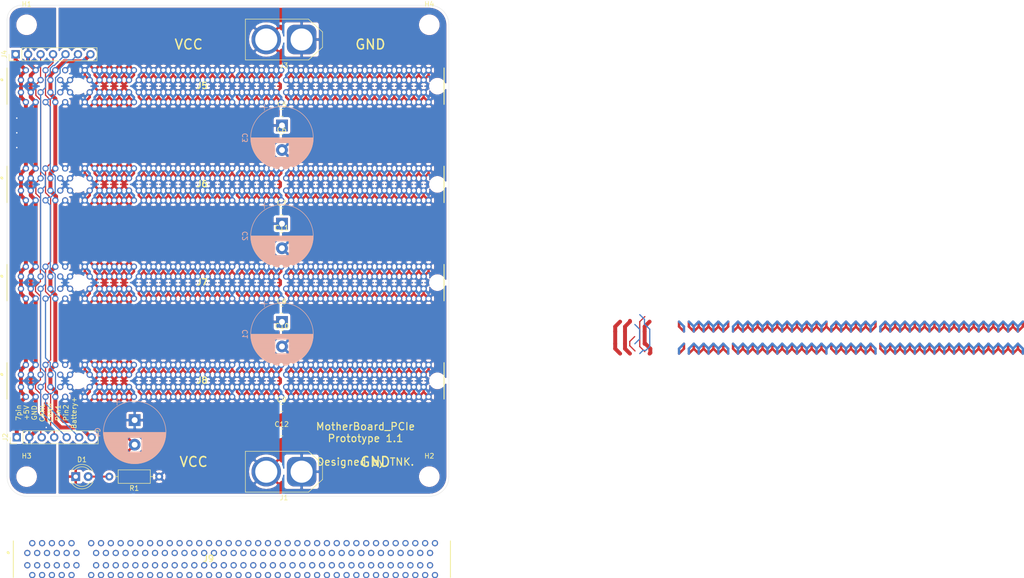
<source format=kicad_pcb>
(kicad_pcb (version 20171130) (host pcbnew "(5.1.5)-3")
  (layers (0 F.Cu signal) (31 B.Cu signal) (34 B.Paste user) (35 F.Paste user) (36 B.SilkS user) (37 F.SilkS user) (38 B.Mask user) (39 F.Mask user) (44 Edge.Cuts user))
  (net 0 "")
  (net 1 VCC)
  (net 2 GNDPWR)
  (net 3 +BATT)
  (net 4 Pin_B5)
  (net 5 Pin_B4)
  (net 6 GND)
  (net 7 +5V)
  (net 8 CANL)
  (net 9 CANH)
  (net 10 "Net-(D1-Pad2)")
  (net 11 Pin_B6)
  (module PCIe:Socket_mechaken_PCIexpress_x16_164_position (layer F.Cu) (at 91.3 177.8)
    (fp_text reference J9 (at 39.74 -0.097) (layer F.SilkS) (effects (font (size 1.27 1.27) (thickness 0.254))))
    (fp_text value Bus_mechaken_PCIexpress_x16_164_Position hide)
    (pad B10 thru_hole circle (at 85.85 3.25) (size 1.28 1.28) (drill 0.78) (layers *.Cu *.Mask) (net 2 GNDPWR))
    (pad A10 thru_hole circle (at 85.85 -3.25) (size 1.28 1.28) (drill 0.78) (layers *.Cu *.Mask) (net 2 GNDPWR))
    (pad B10 thru_hole circle (at 84.85 1.25) (size 1.28 1.28) (drill 0.78) (layers *.Cu *.Mask) (net 2 GNDPWR))
    (pad B10 thru_hole circle (at 83.85 3.25) (size 1.28 1.28) (drill 0.78) (layers *.Cu *.Mask) (net 2 GNDPWR))
    (pad A10 thru_hole circle (at 84.85 -1.25) (size 1.28 1.28) (drill 0.78) (layers *.Cu *.Mask) (net 2 GNDPWR))
    (pad A10 thru_hole circle (at 83.85 -3.25) (size 1.28 1.28) (drill 0.78) (layers *.Cu *.Mask) (net 2 GNDPWR))
    (pad B10 thru_hole circle (at 82.85 1.25) (size 1.28 1.28) (drill 0.78) (layers *.Cu *.Mask) (net 2 GNDPWR))
    (pad B10 thru_hole circle (at 81.85 3.25) (size 1.28 1.28) (drill 0.78) (layers *.Cu *.Mask) (net 2 GNDPWR))
    (pad A10 thru_hole circle (at 82.85 -1.25) (size 1.28 1.28) (drill 0.78) (layers *.Cu *.Mask) (net 2 GNDPWR))
    (pad A10 thru_hole circle (at 81.85 -3.25) (size 1.28 1.28) (drill 0.78) (layers *.Cu *.Mask) (net 2 GNDPWR))
    (pad B10 thru_hole circle (at 80.85 1.25) (size 1.28 1.28) (drill 0.78) (layers *.Cu *.Mask) (net 2 GNDPWR))
    (pad B10 thru_hole circle (at 79.85 3.25) (size 1.28 1.28) (drill 0.78) (layers *.Cu *.Mask) (net 2 GNDPWR))
    (pad A10 thru_hole circle (at 80.85 -1.25) (size 1.28 1.28) (drill 0.78) (layers *.Cu *.Mask) (net 2 GNDPWR))
    (pad A10 thru_hole circle (at 79.85 -3.25) (size 1.28 1.28) (drill 0.78) (layers *.Cu *.Mask) (net 2 GNDPWR))
    (pad B10 thru_hole circle (at 78.85 1.25) (size 1.28 1.28) (drill 0.78) (layers *.Cu *.Mask) (net 2 GNDPWR))
    (pad B10 thru_hole circle (at 77.85 3.25) (size 1.28 1.28) (drill 0.78) (layers *.Cu *.Mask) (net 2 GNDPWR))
    (pad A10 thru_hole circle (at 78.85 -1.25) (size 1.28 1.28) (drill 0.78) (layers *.Cu *.Mask) (net 2 GNDPWR))
    (pad A10 thru_hole circle (at 77.85 -3.25) (size 1.28 1.28) (drill 0.78) (layers *.Cu *.Mask) (net 2 GNDPWR))
    (pad B10 thru_hole circle (at 76.85 1.25) (size 1.28 1.28) (drill 0.78) (layers *.Cu *.Mask) (net 2 GNDPWR))
    (pad B10 thru_hole circle (at 75.85 3.25) (size 1.28 1.28) (drill 0.78) (layers *.Cu *.Mask) (net 2 GNDPWR))
    (pad A10 thru_hole circle (at 76.85 -1.25) (size 1.28 1.28) (drill 0.78) (layers *.Cu *.Mask) (net 2 GNDPWR))
    (pad A10 thru_hole circle (at 75.85 -3.25) (size 1.28 1.28) (drill 0.78) (layers *.Cu *.Mask) (net 2 GNDPWR))
    (pad B10 thru_hole circle (at 74.85 1.25) (size 1.28 1.28) (drill 0.78) (layers *.Cu *.Mask) (net 2 GNDPWR))
    (pad B10 thru_hole circle (at 73.85 3.25) (size 1.28 1.28) (drill 0.78) (layers *.Cu *.Mask) (net 2 GNDPWR))
    (pad A10 thru_hole circle (at 74.85 -1.25) (size 1.28 1.28) (drill 0.78) (layers *.Cu *.Mask) (net 2 GNDPWR))
    (pad A10 thru_hole circle (at 73.85 -3.25) (size 1.28 1.28) (drill 0.78) (layers *.Cu *.Mask) (net 2 GNDPWR))
    (pad B10 thru_hole circle (at 72.85 1.25) (size 1.28 1.28) (drill 0.78) (layers *.Cu *.Mask) (net 2 GNDPWR))
    (pad B10 thru_hole circle (at 71.85 3.25) (size 1.28 1.28) (drill 0.78) (layers *.Cu *.Mask) (net 2 GNDPWR))
    (pad A10 thru_hole circle (at 72.85 -1.25) (size 1.28 1.28) (drill 0.78) (layers *.Cu *.Mask) (net 2 GNDPWR))
    (pad A10 thru_hole circle (at 71.85 -3.25) (size 1.28 1.28) (drill 0.78) (layers *.Cu *.Mask) (net 2 GNDPWR))
    (pad B10 thru_hole circle (at 70.85 1.25) (size 1.28 1.28) (drill 0.78) (layers *.Cu *.Mask) (net 2 GNDPWR))
    (pad B10 thru_hole circle (at 69.85 3.25) (size 1.28 1.28) (drill 0.78) (layers *.Cu *.Mask) (net 2 GNDPWR))
    (pad A10 thru_hole circle (at 70.85 -1.25) (size 1.28 1.28) (drill 0.78) (layers *.Cu *.Mask) (net 2 GNDPWR))
    (pad A10 thru_hole circle (at 69.85 -3.25) (size 1.28 1.28) (drill 0.78) (layers *.Cu *.Mask) (net 2 GNDPWR))
    (pad B10 thru_hole circle (at 68.85 1.25) (size 1.28 1.28) (drill 0.78) (layers *.Cu *.Mask) (net 2 GNDPWR))
    (pad B10 thru_hole circle (at 67.85 3.25) (size 1.28 1.28) (drill 0.78) (layers *.Cu *.Mask) (net 2 GNDPWR))
    (pad A10 thru_hole circle (at 68.85 -1.25) (size 1.28 1.28) (drill 0.78) (layers *.Cu *.Mask) (net 2 GNDPWR))
    (pad A10 thru_hole circle (at 67.85 -3.25) (size 1.28 1.28) (drill 0.78) (layers *.Cu *.Mask) (net 2 GNDPWR))
    (pad B10 thru_hole circle (at 66.85 1.25) (size 1.28 1.28) (drill 0.78) (layers *.Cu *.Mask) (net 2 GNDPWR))
    (pad B10 thru_hole circle (at 65.85 3.25) (size 1.28 1.28) (drill 0.78) (layers *.Cu *.Mask) (net 2 GNDPWR))
    (pad A10 thru_hole circle (at 66.85 -1.25) (size 1.28 1.28) (drill 0.78) (layers *.Cu *.Mask) (net 2 GNDPWR))
    (pad A10 thru_hole circle (at 65.85 -3.25) (size 1.28 1.28) (drill 0.78) (layers *.Cu *.Mask) (net 2 GNDPWR))
    (pad B10 thru_hole circle (at 64.85 1.25) (size 1.28 1.28) (drill 0.78) (layers *.Cu *.Mask) (net 2 GNDPWR))
    (pad B10 thru_hole circle (at 63.85 3.25) (size 1.28 1.28) (drill 0.78) (layers *.Cu *.Mask) (net 2 GNDPWR))
    (pad A10 thru_hole circle (at 64.85 -1.25) (size 1.28 1.28) (drill 0.78) (layers *.Cu *.Mask) (net 2 GNDPWR))
    (pad A10 thru_hole circle (at 63.85 -3.25) (size 1.28 1.28) (drill 0.78) (layers *.Cu *.Mask) (net 2 GNDPWR))
    (pad B10 thru_hole circle (at 62.85 1.25) (size 1.28 1.28) (drill 0.78) (layers *.Cu *.Mask) (net 2 GNDPWR))
    (pad B10 thru_hole circle (at 61.85 3.25) (size 1.28 1.28) (drill 0.78) (layers *.Cu *.Mask) (net 2 GNDPWR))
    (pad A10 thru_hole circle (at 62.85 -1.25) (size 1.28 1.28) (drill 0.78) (layers *.Cu *.Mask) (net 2 GNDPWR))
    (pad A10 thru_hole circle (at 61.85 -3.25) (size 1.28 1.28) (drill 0.78) (layers *.Cu *.Mask) (net 2 GNDPWR))
    (pad B10 thru_hole circle (at 60.85 1.25) (size 1.28 1.28) (drill 0.78) (layers *.Cu *.Mask) (net 2 GNDPWR))
    (pad B10 thru_hole circle (at 59.85 3.25) (size 1.28 1.28) (drill 0.78) (layers *.Cu *.Mask) (net 2 GNDPWR))
    (pad A10 thru_hole circle (at 60.85 -1.25) (size 1.28 1.28) (drill 0.78) (layers *.Cu *.Mask) (net 2 GNDPWR))
    (pad A10 thru_hole circle (at 59.85 -3.25) (size 1.28 1.28) (drill 0.78) (layers *.Cu *.Mask) (net 2 GNDPWR))
    (pad B10 thru_hole circle (at 58.85 1.25) (size 1.28 1.28) (drill 0.78) (layers *.Cu *.Mask) (net 2 GNDPWR))
    (pad B10 thru_hole circle (at 57.85 3.25) (size 1.28 1.28) (drill 0.78) (layers *.Cu *.Mask) (net 2 GNDPWR))
    (pad A10 thru_hole circle (at 58.85 -1.25) (size 1.28 1.28) (drill 0.78) (layers *.Cu *.Mask) (net 2 GNDPWR))
    (pad A10 thru_hole circle (at 57.85 -3.25) (size 1.28 1.28) (drill 0.78) (layers *.Cu *.Mask) (net 2 GNDPWR))
    (pad B10 thru_hole circle (at 56.85 1.25) (size 1.28 1.28) (drill 0.78) (layers *.Cu *.Mask) (net 2 GNDPWR))
    (pad B9 thru_hole circle (at 55.85 3.25) (size 1.28 1.28) (drill 0.78) (layers *.Cu *.Mask) (net 1 VCC))
    (pad A10 thru_hole circle (at 56.85 -1.25) (size 1.28 1.28) (drill 0.78) (layers *.Cu *.Mask) (net 2 GNDPWR))
    (pad A9 thru_hole circle (at 55.85 -3.25) (size 1.28 1.28) (drill 0.78) (layers *.Cu *.Mask) (net 1 VCC))
    (pad B9 thru_hole circle (at 54.85 1.25) (size 1.28 1.28) (drill 0.78) (layers *.Cu *.Mask) (net 1 VCC))
    (pad B9 thru_hole circle (at 53.85 3.25) (size 1.28 1.28) (drill 0.78) (layers *.Cu *.Mask) (net 1 VCC))
    (pad A9 thru_hole circle (at 54.85 -1.25) (size 1.28 1.28) (drill 0.78) (layers *.Cu *.Mask) (net 1 VCC))
    (pad A9 thru_hole circle (at 53.85 -3.25) (size 1.28 1.28) (drill 0.78) (layers *.Cu *.Mask) (net 1 VCC))
    (pad B9 thru_hole circle (at 52.85 1.25) (size 1.28 1.28) (drill 0.78) (layers *.Cu *.Mask) (net 1 VCC))
    (pad B9 thru_hole circle (at 51.85 3.25) (size 1.28 1.28) (drill 0.78) (layers *.Cu *.Mask) (net 1 VCC))
    (pad A9 thru_hole circle (at 52.85 -1.25) (size 1.28 1.28) (drill 0.78) (layers *.Cu *.Mask) (net 1 VCC))
    (pad A9 thru_hole circle (at 51.85 -3.25) (size 1.28 1.28) (drill 0.78) (layers *.Cu *.Mask) (net 1 VCC))
    (pad B9 thru_hole circle (at 50.85 1.25) (size 1.28 1.28) (drill 0.78) (layers *.Cu *.Mask) (net 1 VCC))
    (pad B9 thru_hole circle (at 49.85 3.25) (size 1.28 1.28) (drill 0.78) (layers *.Cu *.Mask) (net 1 VCC))
    (pad A9 thru_hole circle (at 50.85 -1.25) (size 1.28 1.28) (drill 0.78) (layers *.Cu *.Mask) (net 1 VCC))
    (pad A9 thru_hole circle (at 49.85 -3.25) (size 1.28 1.28) (drill 0.78) (layers *.Cu *.Mask) (net 1 VCC))
    (pad B9 thru_hole circle (at 48.85 1.25) (size 1.28 1.28) (drill 0.78) (layers *.Cu *.Mask) (net 1 VCC))
    (pad B9 thru_hole circle (at 47.85 3.25) (size 1.28 1.28) (drill 0.78) (layers *.Cu *.Mask) (net 1 VCC))
    (pad A9 thru_hole circle (at 48.85 -1.25) (size 1.28 1.28) (drill 0.78) (layers *.Cu *.Mask) (net 1 VCC))
    (pad A9 thru_hole circle (at 47.85 -3.25) (size 1.28 1.28) (drill 0.78) (layers *.Cu *.Mask) (net 1 VCC))
    (pad B9 thru_hole circle (at 46.85 1.25) (size 1.28 1.28) (drill 0.78) (layers *.Cu *.Mask) (net 1 VCC))
    (pad B9 thru_hole circle (at 45.85 3.25) (size 1.28 1.28) (drill 0.78) (layers *.Cu *.Mask) (net 1 VCC))
    (pad A9 thru_hole circle (at 46.85 -1.25) (size 1.28 1.28) (drill 0.78) (layers *.Cu *.Mask) (net 1 VCC))
    (pad A9 thru_hole circle (at 45.85 -3.25) (size 1.28 1.28) (drill 0.78) (layers *.Cu *.Mask) (net 1 VCC))
    (pad B9 thru_hole circle (at 44.85 1.25) (size 1.28 1.28) (drill 0.78) (layers *.Cu *.Mask) (net 1 VCC))
    (pad B9 thru_hole circle (at 43.85 3.25) (size 1.28 1.28) (drill 0.78) (layers *.Cu *.Mask) (net 1 VCC))
    (pad A9 thru_hole circle (at 44.85 -1.25) (size 1.28 1.28) (drill 0.78) (layers *.Cu *.Mask) (net 1 VCC))
    (pad A9 thru_hole circle (at 43.85 -3.25) (size 1.28 1.28) (drill 0.78) (layers *.Cu *.Mask) (net 1 VCC))
    (pad B9 thru_hole circle (at 42.85 1.25) (size 1.28 1.28) (drill 0.78) (layers *.Cu *.Mask) (net 1 VCC))
    (pad B9 thru_hole circle (at 41.85 3.25) (size 1.28 1.28) (drill 0.78) (layers *.Cu *.Mask) (net 1 VCC))
    (pad A9 thru_hole circle (at 42.85 -1.25) (size 1.28 1.28) (drill 0.78) (layers *.Cu *.Mask) (net 1 VCC))
    (pad A9 thru_hole circle (at 41.85 -3.25) (size 1.28 1.28) (drill 0.78) (layers *.Cu *.Mask) (net 1 VCC))
    (pad B9 thru_hole circle (at 40.85 1.25) (size 1.28 1.28) (drill 0.78) (layers *.Cu *.Mask) (net 1 VCC))
    (pad B9 thru_hole circle (at 39.85 3.25) (size 1.28 1.28) (drill 0.78) (layers *.Cu *.Mask) (net 1 VCC))
    (pad A9 thru_hole circle (at 40.85 -1.25) (size 1.28 1.28) (drill 0.78) (layers *.Cu *.Mask) (net 1 VCC))
    (pad A9 thru_hole circle (at 39.85 -3.25) (size 1.28 1.28) (drill 0.78) (layers *.Cu *.Mask) (net 1 VCC))
    (pad B9 thru_hole circle (at 38.85 1.25) (size 1.28 1.28) (drill 0.78) (layers *.Cu *.Mask) (net 1 VCC))
    (pad B9 thru_hole circle (at 37.85 3.25) (size 1.28 1.28) (drill 0.78) (layers *.Cu *.Mask) (net 1 VCC))
    (pad A9 thru_hole circle (at 38.85 -1.25) (size 1.28 1.28) (drill 0.78) (layers *.Cu *.Mask) (net 1 VCC))
    (pad A9 thru_hole circle (at 37.85 -3.25) (size 1.28 1.28) (drill 0.78) (layers *.Cu *.Mask) (net 1 VCC))
    (pad B9 thru_hole circle (at 36.85 1.25) (size 1.28 1.28) (drill 0.78) (layers *.Cu *.Mask) (net 1 VCC))
    (pad B9 thru_hole circle (at 35.85 3.25) (size 1.28 1.28) (drill 0.78) (layers *.Cu *.Mask) (net 1 VCC))
    (pad A9 thru_hole circle (at 36.85 -1.25) (size 1.28 1.28) (drill 0.78) (layers *.Cu *.Mask) (net 1 VCC))
    (pad A9 thru_hole circle (at 35.85 -3.25) (size 1.28 1.28) (drill 0.78) (layers *.Cu *.Mask) (net 1 VCC))
    (pad B9 thru_hole circle (at 34.85 1.25) (size 1.28 1.28) (drill 0.78) (layers *.Cu *.Mask) (net 1 VCC))
    (pad B9 thru_hole circle (at 33.85 3.25) (size 1.28 1.28) (drill 0.78) (layers *.Cu *.Mask) (net 1 VCC))
    (pad A9 thru_hole circle (at 34.85 -1.25) (size 1.28 1.28) (drill 0.78) (layers *.Cu *.Mask) (net 1 VCC))
    (pad A9 thru_hole circle (at 33.85 -3.25) (size 1.28 1.28) (drill 0.78) (layers *.Cu *.Mask) (net 1 VCC))
    (pad B9 thru_hole circle (at 32.85 1.25) (size 1.28 1.28) (drill 0.78) (layers *.Cu *.Mask) (net 1 VCC))
    (pad B9 thru_hole circle (at 31.85 3.25) (size 1.28 1.28) (drill 0.78) (layers *.Cu *.Mask) (net 1 VCC))
    (pad A9 thru_hole circle (at 32.85 -1.25) (size 1.28 1.28) (drill 0.78) (layers *.Cu *.Mask) (net 1 VCC))
    (pad A9 thru_hole circle (at 31.85 -3.25) (size 1.28 1.28) (drill 0.78) (layers *.Cu *.Mask) (net 1 VCC))
    (pad B9 thru_hole circle (at 30.85 1.25) (size 1.28 1.28) (drill 0.78) (layers *.Cu *.Mask) (net 1 VCC))
    (pad B9 thru_hole circle (at 29.85 3.25) (size 1.28 1.28) (drill 0.78) (layers *.Cu *.Mask) (net 1 VCC))
    (pad A9 thru_hole circle (at 30.85 -1.25) (size 1.28 1.28) (drill 0.78) (layers *.Cu *.Mask) (net 1 VCC))
    (pad A9 thru_hole circle (at 29.85 -3.25) (size 1.28 1.28) (drill 0.78) (layers *.Cu *.Mask) (net 1 VCC))
    (pad B9 thru_hole circle (at 28.85 1.25) (size 1.28 1.28) (drill 0.78) (layers *.Cu *.Mask) (net 1 VCC))
    (pad B9 thru_hole circle (at 27.85 3.25) (size 1.28 1.28) (drill 0.78) (layers *.Cu *.Mask) (net 1 VCC))
    (pad A9 thru_hole circle (at 28.85 -1.25) (size 1.28 1.28) (drill 0.78) (layers *.Cu *.Mask) (net 1 VCC))
    (pad A9 thru_hole circle (at 27.85 -3.25) (size 1.28 1.28) (drill 0.78) (layers *.Cu *.Mask) (net 1 VCC))
    (pad B9 thru_hole circle (at 26.85 1.25) (size 1.28 1.28) (drill 0.78) (layers *.Cu *.Mask) (net 1 VCC))
    (pad B8 thru_hole circle (at 25.85 3.25) (size 1.28 1.28) (drill 0.78) (layers *.Cu *.Mask) (net 2 GNDPWR))
    (pad A9 thru_hole circle (at 26.85 -1.25) (size 1.28 1.28) (drill 0.78) (layers *.Cu *.Mask) (net 1 VCC))
    (pad A8 thru_hole circle (at 25.85 -3.25) (size 1.28 1.28) (drill 0.78) (layers *.Cu *.Mask) (net 2 GNDPWR))
    (pad B8 thru_hole circle (at 24.85 1.25) (size 1.28 1.28) (drill 0.78) (layers *.Cu *.Mask) (net 2 GNDPWR))
    (pad B8 thru_hole circle (at 23.85 3.25) (size 1.28 1.28) (drill 0.78) (layers *.Cu *.Mask) (net 2 GNDPWR))
    (pad A8 thru_hole circle (at 24.85 -1.25) (size 1.28 1.28) (drill 0.78) (layers *.Cu *.Mask) (net 2 GNDPWR))
    (pad A8 thru_hole circle (at 23.85 -3.25) (size 1.28 1.28) (drill 0.78) (layers *.Cu *.Mask) (net 2 GNDPWR))
    (pad B8 thru_hole circle (at 22.85 1.25) (size 1.28 1.28) (drill 0.78) (layers *.Cu *.Mask) (net 2 GNDPWR))
    (pad B8 thru_hole circle (at 21.85 3.25) (size 1.28 1.28) (drill 0.78) (layers *.Cu *.Mask) (net 2 GNDPWR))
    (pad A8 thru_hole circle (at 22.85 -1.25) (size 1.28 1.28) (drill 0.78) (layers *.Cu *.Mask) (net 2 GNDPWR))
    (pad A8 thru_hole circle (at 21.85 -3.25) (size 1.28 1.28) (drill 0.78) (layers *.Cu *.Mask) (net 2 GNDPWR))
    (pad B8 thru_hole circle (at 20.85 1.25) (size 1.28 1.28) (drill 0.78) (layers *.Cu *.Mask) (net 2 GNDPWR))
    (pad B8 thru_hole circle (at 19.85 3.25) (size 1.28 1.28) (drill 0.78) (layers *.Cu *.Mask) (net 2 GNDPWR))
    (pad A8 thru_hole circle (at 20.85 -1.25) (size 1.28 1.28) (drill 0.78) (layers *.Cu *.Mask) (net 2 GNDPWR))
    (pad A8 thru_hole circle (at 19.85 -3.25) (size 1.28 1.28) (drill 0.78) (layers *.Cu *.Mask) (net 2 GNDPWR))
    (pad B8 thru_hole circle (at 18.85 1.25) (size 1.28 1.28) (drill 0.78) (layers *.Cu *.Mask) (net 2 GNDPWR))
    (pad B8 thru_hole circle (at 17.85 3.25) (size 1.28 1.28) (drill 0.78) (layers *.Cu *.Mask) (net 2 GNDPWR))
    (pad A8 thru_hole circle (at 18.85 -1.25) (size 1.28 1.28) (drill 0.78) (layers *.Cu *.Mask) (net 2 GNDPWR))
    (pad A8 thru_hole circle (at 17.85 -3.25) (size 1.28 1.28) (drill 0.78) (layers *.Cu *.Mask) (net 2 GNDPWR))
    (pad A1 thru_hole circle (at 3.85 -3.25) (size 1.28 1.28) (drill 0.78) (layers *.Cu *.Mask) (net 7 +5V))
    (pad A1 thru_hole circle (at 2.85 -1.25) (size 1.28 1.28) (drill 0.78) (layers *.Cu *.Mask) (net 7 +5V))
    (pad B1 thru_hole circle (at 3.85 3.25) (size 1.28 1.28) (drill 0.78) (layers *.Cu *.Mask) (net 7 +5V))
    (pad B1 thru_hole circle (at 2.85 1.25) (size 1.28 1.28) (drill 0.78) (layers *.Cu *.Mask) (net 7 +5V))
    (pad MH2 np_thru_hole circle (at 87.65 0) (size 2.4 0) (drill 2.4) (layers *.Cu *.Mask))
    (pad B7 thru_hole circle (at 16.85 1.25) (size 1.28 1.28) (drill 0.78) (layers *.Cu *.Mask) (net 1 VCC))
    (pad A7 thru_hole circle (at 16.85 -1.25) (size 1.28 1.28) (drill 0.78) (layers *.Cu *.Mask) (net 1 VCC))
    (pad B7 thru_hole circle (at 15.85 3.25) (size 1.28 1.28) (drill 0.78) (layers *.Cu *.Mask) (net 1 VCC))
    (pad A7 thru_hole circle (at 15.85 -3.25) (size 1.28 1.28) (drill 0.78) (layers *.Cu *.Mask) (net 1 VCC))
    (pad A2 thru_hole circle (at 5.85 -3.25) (size 1.28 1.28) (drill 0.78) (layers *.Cu *.Mask) (net 6 GND))
    (pad B2 thru_hole circle (at 5.85 3.25) (size 1.28 1.28) (drill 0.78) (layers *.Cu *.Mask) (net 6 GND))
    (pad A4 thru_hole circle (at 7.85 -3.25) (size 1.28 1.28) (drill 0.78) (layers *.Cu *.Mask) (net 9 CANH))
    (pad B4 thru_hole circle (at 7.85 3.25) (size 1.28 1.28) (drill 0.78) (layers *.Cu *.Mask) (net 11 Pin_B6))
    (pad A5 thru_hole circle (at 9.85 -3.25) (size 1.28 1.28) (drill 0.78) (layers *.Cu *.Mask) (net 3 +BATT))
    (pad B5 thru_hole circle (at 9.85 3.25) (size 1.28 1.28) (drill 0.78) (layers *.Cu *.Mask) (net 3 +BATT))
    (pad B6 thru_hole circle (at 11.85 3.25) (size 1.28 1.28) (drill 0.78) (layers *.Cu *.Mask) (net 1 VCC))
    (pad A6 thru_hole circle (at 11.85 -3.25) (size 1.28 1.28) (drill 0.78) (layers *.Cu *.Mask) (net 1 VCC))
    (pad B2 thru_hole circle (at 4.85 1.25) (size 1.28 1.28) (drill 0.78) (layers *.Cu *.Mask) (net 6 GND))
    (pad A2 thru_hole circle (at 4.85 -1.25) (size 1.28 1.28) (drill 0.78) (layers *.Cu *.Mask) (net 6 GND))
    (pad B3 thru_hole circle (at 6.85 1.25) (size 1.28 1.28) (drill 0.78) (layers *.Cu *.Mask) (net 4 Pin_B5))
    (pad A3 thru_hole circle (at 6.85 -1.25) (size 1.28 1.28) (drill 0.78) (layers *.Cu *.Mask) (net 8 CANL))
    (pad B5 thru_hole circle (at 8.85 1.25) (size 1.28 1.28) (drill 0.78) (layers *.Cu *.Mask) (net 3 +BATT))
    (pad A5 thru_hole circle (at 8.85 -1.25) (size 1.28 1.28) (drill 0.78) (layers *.Cu *.Mask) (net 3 +BATT))
    (pad B6 thru_hole circle (at 10.85 1.25) (size 1.28 1.28) (drill 0.78) (layers *.Cu *.Mask) (net 1 VCC))
    (pad A6 thru_hole circle (at 10.85 -1.25) (size 1.28 1.28) (drill 0.78) (layers *.Cu *.Mask) (net 1 VCC))
    (pad MH1 np_thru_hole circle (at 14.5 0) (size 2.4 0) (drill 2.4) (layers *.Cu *.Mask))
    (pad B6 thru_hole circle (at 12.85 1.25) (size 1.28 1.28) (drill 0.78) (layers *.Cu *.Mask) (net 1 VCC))
    (pad A6 thru_hole circle (at 12.85 -1.25) (size 1.28 1.28) (drill 0.78) (layers *.Cu *.Mask) (net 1 VCC))
  )
  (module LED_THT:LED_D4.0mm (layer F.Cu) (at 104 161)
    (fp_text reference D1 (at 1.27 -3.46) (layer F.SilkS))
    (fp_text value LED)
    (pad 2 thru_hole circle (at 2.54 0) (size 1.8 1.8) (drill 0.9) (layers *.Cu *.Mask) (net 10 "Net-(D1-Pad2)"))
    (pad 1 thru_hole rect (at 0 0) (size 1.8 1.8) (drill 0.9) (layers *.Cu *.Mask) (net 2 GNDPWR))
  )
  (module Connector_AMASS:AMASS_XT60-M_1x02_P7.20mm_Vertical (layer F.Cu) (at 150 72 180)
    (fp_text reference J3 (at 3.6 -5.3 180) (layer F.SilkS))
    (fp_text value Conn_01x02)
    (pad 1 thru_hole roundrect (at 0 0 180) (size 6 6) (drill 4.5) (layers *.Cu *.Mask) (net 2 GNDPWR))
    (pad 2 thru_hole circle (at 7.2 0 180) (size 6 6) (drill 4.5) (layers *.Cu *.Mask) (net 1 VCC))
  )
  (module Connector_AMASS:AMASS_XT60-F_1x02_P7.20mm_Vertical (layer F.Cu) (at 150 160 180)
    (fp_text reference J1 (at 3.6 -5.3 180) (layer F.SilkS))
    (fp_text value Conn_01x02)
    (pad 1 thru_hole roundrect (at 0 0 180) (size 6 6) (drill 4.5) (layers *.Cu *.Mask) (net 2 GNDPWR))
    (pad 2 thru_hole circle (at 7.2 0 180) (size 6 6) (drill 4.5) (layers *.Cu *.Mask) (net 1 VCC))
  )
  (module Connector_PinHeader_2.54mm:PinHeader_1x07_P2.54mm_Vertical (layer F.Cu) (at 91.76 75 90)
    (fp_text reference J4 (at 0 -2.33 90) (layer F.SilkS))
    (fp_text value Conn_01x07)
    (pad 1 thru_hole rect (at 0 0 90) (size 1.7 1.7) (drill 1) (layers *.Cu *.Mask) (net 7 +5V))
    (pad 2 thru_hole oval (at 0 2.54 90) (size 1.7 1.7) (drill 1) (layers *.Cu *.Mask) (net 6 GND))
    (pad 3 thru_hole oval (at 0 5.08 90) (size 1.7 1.7) (drill 1) (layers *.Cu *.Mask) (net 8 CANL))
    (pad 4 thru_hole oval (at 0 7.62 90) (size 1.7 1.7) (drill 1) (layers *.Cu *.Mask) (net 9 CANH))
    (pad 5 thru_hole oval (at 0 10.16 90) (size 1.7 1.7) (drill 1) (layers *.Cu *.Mask) (net 5 Pin_B4))
    (pad 6 thru_hole oval (at 0 12.7 90) (size 1.7 1.7) (drill 1) (layers *.Cu *.Mask) (net 4 Pin_B5))
    (pad 7 thru_hole oval (at 0 15.24 90) (size 1.7 1.7) (drill 1) (layers *.Cu *.Mask) (net 3 +BATT))
  )
  (module Resistor_THT:R_Axial_DIN0207_L6.3mm_D2.5mm_P10.16mm_Horizontal (layer F.Cu) (at 121 161 180)
    (fp_text reference R1 (at 5.08 -2.37) (layer F.SilkS))
    (fp_text value R)
    (pad 1 thru_hole circle (at 0 0 180) (size 1.6 1.6) (drill 0.8) (layers *.Cu *.Mask) (net 1 VCC))
    (pad 2 thru_hole oval (at 10.16 0 180) (size 1.6 1.6) (drill 0.8) (layers *.Cu *.Mask) (net 10 "Net-(D1-Pad2)"))
  )
  (module SamacSys_Parts:10018783-10113TLF (layer F.Cu) (at 90 141.5)
    (fp_text reference J8 (at 39.74 -0.097) (layer F.SilkS) (effects (font (size 1.27 1.27) (thickness 0.254))))
    (fp_text value Bus_PCIexpress_x16_164_Position hide)
    (pad B82 thru_hole circle (at 85.85 3.25) (size 1.28 1.28) (drill 0.78) (layers *.Cu *.Mask) (net 2 GNDPWR))
    (pad A82 thru_hole circle (at 85.85 -3.25) (size 1.28 1.28) (drill 0.78) (layers *.Cu *.Mask) (net 2 GNDPWR))
    (pad B81 thru_hole circle (at 84.85 1.25) (size 1.28 1.28) (drill 0.78) (layers *.Cu *.Mask) (net 2 GNDPWR))
    (pad B80 thru_hole circle (at 83.85 3.25) (size 1.28 1.28) (drill 0.78) (layers *.Cu *.Mask) (net 2 GNDPWR))
    (pad A81 thru_hole circle (at 84.85 -1.25) (size 1.28 1.28) (drill 0.78) (layers *.Cu *.Mask) (net 2 GNDPWR))
    (pad A80 thru_hole circle (at 83.85 -3.25) (size 1.28 1.28) (drill 0.78) (layers *.Cu *.Mask) (net 2 GNDPWR))
    (pad B79 thru_hole circle (at 82.85 1.25) (size 1.28 1.28) (drill 0.78) (layers *.Cu *.Mask) (net 2 GNDPWR))
    (pad B78 thru_hole circle (at 81.85 3.25) (size 1.28 1.28) (drill 0.78) (layers *.Cu *.Mask) (net 2 GNDPWR))
    (pad A79 thru_hole circle (at 82.85 -1.25) (size 1.28 1.28) (drill 0.78) (layers *.Cu *.Mask) (net 2 GNDPWR))
    (pad A78 thru_hole circle (at 81.85 -3.25) (size 1.28 1.28) (drill 0.78) (layers *.Cu *.Mask) (net 2 GNDPWR))
    (pad B77 thru_hole circle (at 80.85 1.25) (size 1.28 1.28) (drill 0.78) (layers *.Cu *.Mask) (net 2 GNDPWR))
    (pad B76 thru_hole circle (at 79.85 3.25) (size 1.28 1.28) (drill 0.78) (layers *.Cu *.Mask) (net 2 GNDPWR))
    (pad A77 thru_hole circle (at 80.85 -1.25) (size 1.28 1.28) (drill 0.78) (layers *.Cu *.Mask) (net 2 GNDPWR))
    (pad A76 thru_hole circle (at 79.85 -3.25) (size 1.28 1.28) (drill 0.78) (layers *.Cu *.Mask) (net 2 GNDPWR))
    (pad B75 thru_hole circle (at 78.85 1.25) (size 1.28 1.28) (drill 0.78) (layers *.Cu *.Mask) (net 2 GNDPWR))
    (pad B74 thru_hole circle (at 77.85 3.25) (size 1.28 1.28) (drill 0.78) (layers *.Cu *.Mask) (net 2 GNDPWR))
    (pad A75 thru_hole circle (at 78.85 -1.25) (size 1.28 1.28) (drill 0.78) (layers *.Cu *.Mask) (net 2 GNDPWR))
    (pad A74 thru_hole circle (at 77.85 -3.25) (size 1.28 1.28) (drill 0.78) (layers *.Cu *.Mask) (net 2 GNDPWR))
    (pad B73 thru_hole circle (at 76.85 1.25) (size 1.28 1.28) (drill 0.78) (layers *.Cu *.Mask) (net 2 GNDPWR))
    (pad B72 thru_hole circle (at 75.85 3.25) (size 1.28 1.28) (drill 0.78) (layers *.Cu *.Mask) (net 2 GNDPWR))
    (pad A73 thru_hole circle (at 76.85 -1.25) (size 1.28 1.28) (drill 0.78) (layers *.Cu *.Mask) (net 2 GNDPWR))
    (pad A72 thru_hole circle (at 75.85 -3.25) (size 1.28 1.28) (drill 0.78) (layers *.Cu *.Mask) (net 2 GNDPWR))
    (pad B71 thru_hole circle (at 74.85 1.25) (size 1.28 1.28) (drill 0.78) (layers *.Cu *.Mask) (net 2 GNDPWR))
    (pad B70 thru_hole circle (at 73.85 3.25) (size 1.28 1.28) (drill 0.78) (layers *.Cu *.Mask) (net 2 GNDPWR))
    (pad A71 thru_hole circle (at 74.85 -1.25) (size 1.28 1.28) (drill 0.78) (layers *.Cu *.Mask) (net 2 GNDPWR))
    (pad A70 thru_hole circle (at 73.85 -3.25) (size 1.28 1.28) (drill 0.78) (layers *.Cu *.Mask) (net 2 GNDPWR))
    (pad B69 thru_hole circle (at 72.85 1.25) (size 1.28 1.28) (drill 0.78) (layers *.Cu *.Mask) (net 2 GNDPWR))
    (pad B68 thru_hole circle (at 71.85 3.25) (size 1.28 1.28) (drill 0.78) (layers *.Cu *.Mask) (net 2 GNDPWR))
    (pad A69 thru_hole circle (at 72.85 -1.25) (size 1.28 1.28) (drill 0.78) (layers *.Cu *.Mask) (net 2 GNDPWR))
    (pad A68 thru_hole circle (at 71.85 -3.25) (size 1.28 1.28) (drill 0.78) (layers *.Cu *.Mask) (net 2 GNDPWR))
    (pad B67 thru_hole circle (at 70.85 1.25) (size 1.28 1.28) (drill 0.78) (layers *.Cu *.Mask) (net 2 GNDPWR))
    (pad B66 thru_hole circle (at 69.85 3.25) (size 1.28 1.28) (drill 0.78) (layers *.Cu *.Mask) (net 2 GNDPWR))
    (pad A67 thru_hole circle (at 70.85 -1.25) (size 1.28 1.28) (drill 0.78) (layers *.Cu *.Mask) (net 2 GNDPWR))
    (pad A66 thru_hole circle (at 69.85 -3.25) (size 1.28 1.28) (drill 0.78) (layers *.Cu *.Mask) (net 2 GNDPWR))
    (pad B65 thru_hole circle (at 68.85 1.25) (size 1.28 1.28) (drill 0.78) (layers *.Cu *.Mask) (net 2 GNDPWR))
    (pad B64 thru_hole circle (at 67.85 3.25) (size 1.28 1.28) (drill 0.78) (layers *.Cu *.Mask) (net 2 GNDPWR))
    (pad A65 thru_hole circle (at 68.85 -1.25) (size 1.28 1.28) (drill 0.78) (layers *.Cu *.Mask) (net 2 GNDPWR))
    (pad A64 thru_hole circle (at 67.85 -3.25) (size 1.28 1.28) (drill 0.78) (layers *.Cu *.Mask) (net 2 GNDPWR))
    (pad B63 thru_hole circle (at 66.85 1.25) (size 1.28 1.28) (drill 0.78) (layers *.Cu *.Mask) (net 2 GNDPWR))
    (pad B62 thru_hole circle (at 65.85 3.25) (size 1.28 1.28) (drill 0.78) (layers *.Cu *.Mask) (net 2 GNDPWR))
    (pad A63 thru_hole circle (at 66.85 -1.25) (size 1.28 1.28) (drill 0.78) (layers *.Cu *.Mask) (net 2 GNDPWR))
    (pad A62 thru_hole circle (at 65.85 -3.25) (size 1.28 1.28) (drill 0.78) (layers *.Cu *.Mask) (net 2 GNDPWR))
    (pad B61 thru_hole circle (at 64.85 1.25) (size 1.28 1.28) (drill 0.78) (layers *.Cu *.Mask) (net 2 GNDPWR))
    (pad B60 thru_hole circle (at 63.85 3.25) (size 1.28 1.28) (drill 0.78) (layers *.Cu *.Mask) (net 2 GNDPWR))
    (pad A61 thru_hole circle (at 64.85 -1.25) (size 1.28 1.28) (drill 0.78) (layers *.Cu *.Mask) (net 2 GNDPWR))
    (pad A60 thru_hole circle (at 63.85 -3.25) (size 1.28 1.28) (drill 0.78) (layers *.Cu *.Mask) (net 2 GNDPWR))
    (pad B59 thru_hole circle (at 62.85 1.25) (size 1.28 1.28) (drill 0.78) (layers *.Cu *.Mask) (net 2 GNDPWR))
    (pad B58 thru_hole circle (at 61.85 3.25) (size 1.28 1.28) (drill 0.78) (layers *.Cu *.Mask) (net 2 GNDPWR))
    (pad A59 thru_hole circle (at 62.85 -1.25) (size 1.28 1.28) (drill 0.78) (layers *.Cu *.Mask) (net 2 GNDPWR))
    (pad A58 thru_hole circle (at 61.85 -3.25) (size 1.28 1.28) (drill 0.78) (layers *.Cu *.Mask) (net 2 GNDPWR))
    (pad B57 thru_hole circle (at 60.85 1.25) (size 1.28 1.28) (drill 0.78) (layers *.Cu *.Mask) (net 2 GNDPWR))
    (pad B56 thru_hole circle (at 59.85 3.25) (size 1.28 1.28) (drill 0.78) (layers *.Cu *.Mask) (net 2 GNDPWR))
    (pad A57 thru_hole circle (at 60.85 -1.25) (size 1.28 1.28) (drill 0.78) (layers *.Cu *.Mask) (net 2 GNDPWR))
    (pad A56 thru_hole circle (at 59.85 -3.25) (size 1.28 1.28) (drill 0.78) (layers *.Cu *.Mask) (net 2 GNDPWR))
    (pad B55 thru_hole circle (at 58.85 1.25) (size 1.28 1.28) (drill 0.78) (layers *.Cu *.Mask) (net 2 GNDPWR))
    (pad B54 thru_hole circle (at 57.85 3.25) (size 1.28 1.28) (drill 0.78) (layers *.Cu *.Mask) (net 2 GNDPWR))
    (pad A55 thru_hole circle (at 58.85 -1.25) (size 1.28 1.28) (drill 0.78) (layers *.Cu *.Mask) (net 2 GNDPWR))
    (pad A54 thru_hole circle (at 57.85 -3.25) (size 1.28 1.28) (drill 0.78) (layers *.Cu *.Mask) (net 2 GNDPWR))
    (pad B53 thru_hole circle (at 56.85 1.25) (size 1.28 1.28) (drill 0.78) (layers *.Cu *.Mask) (net 2 GNDPWR))
    (pad B52 thru_hole circle (at 55.85 3.25) (size 1.28 1.28) (drill 0.78) (layers *.Cu *.Mask) (net 1 VCC))
    (pad A53 thru_hole circle (at 56.85 -1.25) (size 1.28 1.28) (drill 0.78) (layers *.Cu *.Mask) (net 2 GNDPWR))
    (pad A52 thru_hole circle (at 55.85 -3.25) (size 1.28 1.28) (drill 0.78) (layers *.Cu *.Mask) (net 1 VCC))
    (pad B51 thru_hole circle (at 54.85 1.25) (size 1.28 1.28) (drill 0.78) (layers *.Cu *.Mask) (net 1 VCC))
    (pad B50 thru_hole circle (at 53.85 3.25) (size 1.28 1.28) (drill 0.78) (layers *.Cu *.Mask) (net 1 VCC))
    (pad A51 thru_hole circle (at 54.85 -1.25) (size 1.28 1.28) (drill 0.78) (layers *.Cu *.Mask) (net 1 VCC))
    (pad A50 thru_hole circle (at 53.85 -3.25) (size 1.28 1.28) (drill 0.78) (layers *.Cu *.Mask) (net 1 VCC))
    (pad B49 thru_hole circle (at 52.85 1.25) (size 1.28 1.28) (drill 0.78) (layers *.Cu *.Mask) (net 1 VCC))
    (pad B48 thru_hole circle (at 51.85 3.25) (size 1.28 1.28) (drill 0.78) (layers *.Cu *.Mask) (net 1 VCC))
    (pad A49 thru_hole circle (at 52.85 -1.25) (size 1.28 1.28) (drill 0.78) (layers *.Cu *.Mask) (net 1 VCC))
    (pad A48 thru_hole circle (at 51.85 -3.25) (size 1.28 1.28) (drill 0.78) (layers *.Cu *.Mask) (net 1 VCC))
    (pad B47 thru_hole circle (at 50.85 1.25) (size 1.28 1.28) (drill 0.78) (layers *.Cu *.Mask) (net 1 VCC))
    (pad B46 thru_hole circle (at 49.85 3.25) (size 1.28 1.28) (drill 0.78) (layers *.Cu *.Mask) (net 1 VCC))
    (pad A47 thru_hole circle (at 50.85 -1.25) (size 1.28 1.28) (drill 0.78) (layers *.Cu *.Mask) (net 1 VCC))
    (pad A46 thru_hole circle (at 49.85 -3.25) (size 1.28 1.28) (drill 0.78) (layers *.Cu *.Mask) (net 1 VCC))
    (pad B45 thru_hole circle (at 48.85 1.25) (size 1.28 1.28) (drill 0.78) (layers *.Cu *.Mask) (net 1 VCC))
    (pad B44 thru_hole circle (at 47.85 3.25) (size 1.28 1.28) (drill 0.78) (layers *.Cu *.Mask) (net 1 VCC))
    (pad A45 thru_hole circle (at 48.85 -1.25) (size 1.28 1.28) (drill 0.78) (layers *.Cu *.Mask) (net 1 VCC))
    (pad A44 thru_hole circle (at 47.85 -3.25) (size 1.28 1.28) (drill 0.78) (layers *.Cu *.Mask) (net 1 VCC))
    (pad B43 thru_hole circle (at 46.85 1.25) (size 1.28 1.28) (drill 0.78) (layers *.Cu *.Mask) (net 1 VCC))
    (pad B42 thru_hole circle (at 45.85 3.25) (size 1.28 1.28) (drill 0.78) (layers *.Cu *.Mask) (net 1 VCC))
    (pad A43 thru_hole circle (at 46.85 -1.25) (size 1.28 1.28) (drill 0.78) (layers *.Cu *.Mask) (net 1 VCC))
    (pad A42 thru_hole circle (at 45.85 -3.25) (size 1.28 1.28) (drill 0.78) (layers *.Cu *.Mask) (net 1 VCC))
    (pad B41 thru_hole circle (at 44.85 1.25) (size 1.28 1.28) (drill 0.78) (layers *.Cu *.Mask) (net 1 VCC))
    (pad B40 thru_hole circle (at 43.85 3.25) (size 1.28 1.28) (drill 0.78) (layers *.Cu *.Mask) (net 1 VCC))
    (pad A41 thru_hole circle (at 44.85 -1.25) (size 1.28 1.28) (drill 0.78) (layers *.Cu *.Mask) (net 1 VCC))
    (pad A40 thru_hole circle (at 43.85 -3.25) (size 1.28 1.28) (drill 0.78) (layers *.Cu *.Mask) (net 1 VCC))
    (pad B39 thru_hole circle (at 42.85 1.25) (size 1.28 1.28) (drill 0.78) (layers *.Cu *.Mask) (net 1 VCC))
    (pad B38 thru_hole circle (at 41.85 3.25) (size 1.28 1.28) (drill 0.78) (layers *.Cu *.Mask) (net 1 VCC))
    (pad A39 thru_hole circle (at 42.85 -1.25) (size 1.28 1.28) (drill 0.78) (layers *.Cu *.Mask) (net 1 VCC))
    (pad A38 thru_hole circle (at 41.85 -3.25) (size 1.28 1.28) (drill 0.78) (layers *.Cu *.Mask) (net 1 VCC))
    (pad B37 thru_hole circle (at 40.85 1.25) (size 1.28 1.28) (drill 0.78) (layers *.Cu *.Mask) (net 1 VCC))
    (pad B36 thru_hole circle (at 39.85 3.25) (size 1.28 1.28) (drill 0.78) (layers *.Cu *.Mask) (net 1 VCC))
    (pad A37 thru_hole circle (at 40.85 -1.25) (size 1.28 1.28) (drill 0.78) (layers *.Cu *.Mask) (net 1 VCC))
    (pad A36 thru_hole circle (at 39.85 -3.25) (size 1.28 1.28) (drill 0.78) (layers *.Cu *.Mask) (net 1 VCC))
    (pad B35 thru_hole circle (at 38.85 1.25) (size 1.28 1.28) (drill 0.78) (layers *.Cu *.Mask) (net 1 VCC))
    (pad B34 thru_hole circle (at 37.85 3.25) (size 1.28 1.28) (drill 0.78) (layers *.Cu *.Mask) (net 1 VCC))
    (pad A35 thru_hole circle (at 38.85 -1.25) (size 1.28 1.28) (drill 0.78) (layers *.Cu *.Mask) (net 1 VCC))
    (pad A34 thru_hole circle (at 37.85 -3.25) (size 1.28 1.28) (drill 0.78) (layers *.Cu *.Mask) (net 1 VCC))
    (pad B33 thru_hole circle (at 36.85 1.25) (size 1.28 1.28) (drill 0.78) (layers *.Cu *.Mask) (net 1 VCC))
    (pad B32 thru_hole circle (at 35.85 3.25) (size 1.28 1.28) (drill 0.78) (layers *.Cu *.Mask) (net 1 VCC))
    (pad A33 thru_hole circle (at 36.85 -1.25) (size 1.28 1.28) (drill 0.78) (layers *.Cu *.Mask) (net 1 VCC))
    (pad A32 thru_hole circle (at 35.85 -3.25) (size 1.28 1.28) (drill 0.78) (layers *.Cu *.Mask) (net 1 VCC))
    (pad B31 thru_hole circle (at 34.85 1.25) (size 1.28 1.28) (drill 0.78) (layers *.Cu *.Mask) (net 1 VCC))
    (pad B30 thru_hole circle (at 33.85 3.25) (size 1.28 1.28) (drill 0.78) (layers *.Cu *.Mask) (net 1 VCC))
    (pad A31 thru_hole circle (at 34.85 -1.25) (size 1.28 1.28) (drill 0.78) (layers *.Cu *.Mask) (net 1 VCC))
    (pad A30 thru_hole circle (at 33.85 -3.25) (size 1.28 1.28) (drill 0.78) (layers *.Cu *.Mask) (net 1 VCC))
    (pad B29 thru_hole circle (at 32.85 1.25) (size 1.28 1.28) (drill 0.78) (layers *.Cu *.Mask) (net 1 VCC))
    (pad B28 thru_hole circle (at 31.85 3.25) (size 1.28 1.28) (drill 0.78) (layers *.Cu *.Mask) (net 1 VCC))
    (pad A29 thru_hole circle (at 32.85 -1.25) (size 1.28 1.28) (drill 0.78) (layers *.Cu *.Mask) (net 1 VCC))
    (pad A28 thru_hole circle (at 31.85 -3.25) (size 1.28 1.28) (drill 0.78) (layers *.Cu *.Mask) (net 1 VCC))
    (pad B27 thru_hole circle (at 30.85 1.25) (size 1.28 1.28) (drill 0.78) (layers *.Cu *.Mask) (net 1 VCC))
    (pad B26 thru_hole circle (at 29.85 3.25) (size 1.28 1.28) (drill 0.78) (layers *.Cu *.Mask) (net 1 VCC))
    (pad A27 thru_hole circle (at 30.85 -1.25) (size 1.28 1.28) (drill 0.78) (layers *.Cu *.Mask) (net 1 VCC))
    (pad A26 thru_hole circle (at 29.85 -3.25) (size 1.28 1.28) (drill 0.78) (layers *.Cu *.Mask) (net 1 VCC))
    (pad B25 thru_hole circle (at 28.85 1.25) (size 1.28 1.28) (drill 0.78) (layers *.Cu *.Mask) (net 1 VCC))
    (pad B24 thru_hole circle (at 27.85 3.25) (size 1.28 1.28) (drill 0.78) (layers *.Cu *.Mask) (net 1 VCC))
    (pad A25 thru_hole circle (at 28.85 -1.25) (size 1.28 1.28) (drill 0.78) (layers *.Cu *.Mask) (net 1 VCC))
    (pad A24 thru_hole circle (at 27.85 -3.25) (size 1.28 1.28) (drill 0.78) (layers *.Cu *.Mask) (net 1 VCC))
    (pad B23 thru_hole circle (at 26.85 1.25) (size 1.28 1.28) (drill 0.78) (layers *.Cu *.Mask) (net 1 VCC))
    (pad B22 thru_hole circle (at 25.85 3.25) (size 1.28 1.28) (drill 0.78) (layers *.Cu *.Mask) (net 2 GNDPWR))
    (pad A23 thru_hole circle (at 26.85 -1.25) (size 1.28 1.28) (drill 0.78) (layers *.Cu *.Mask) (net 1 VCC))
    (pad A22 thru_hole circle (at 25.85 -3.25) (size 1.28 1.28) (drill 0.78) (layers *.Cu *.Mask) (net 2 GNDPWR))
    (pad B21 thru_hole circle (at 24.85 1.25) (size 1.28 1.28) (drill 0.78) (layers *.Cu *.Mask) (net 2 GNDPWR))
    (pad B20 thru_hole circle (at 23.85 3.25) (size 1.28 1.28) (drill 0.78) (layers *.Cu *.Mask) (net 2 GNDPWR))
    (pad A21 thru_hole circle (at 24.85 -1.25) (size 1.28 1.28) (drill 0.78) (layers *.Cu *.Mask) (net 2 GNDPWR))
    (pad A20 thru_hole circle (at 23.85 -3.25) (size 1.28 1.28) (drill 0.78) (layers *.Cu *.Mask) (net 2 GNDPWR))
    (pad B19 thru_hole circle (at 22.85 1.25) (size 1.28 1.28) (drill 0.78) (layers *.Cu *.Mask) (net 2 GNDPWR))
    (pad B18 thru_hole circle (at 21.85 3.25) (size 1.28 1.28) (drill 0.78) (layers *.Cu *.Mask) (net 2 GNDPWR))
    (pad A19 thru_hole circle (at 22.85 -1.25) (size 1.28 1.28) (drill 0.78) (layers *.Cu *.Mask) (net 2 GNDPWR))
    (pad A18 thru_hole circle (at 21.85 -3.25) (size 1.28 1.28) (drill 0.78) (layers *.Cu *.Mask) (net 2 GNDPWR))
    (pad B17 thru_hole circle (at 20.85 1.25) (size 1.28 1.28) (drill 0.78) (layers *.Cu *.Mask) (net 2 GNDPWR))
    (pad B16 thru_hole circle (at 19.85 3.25) (size 1.28 1.28) (drill 0.78) (layers *.Cu *.Mask) (net 2 GNDPWR))
    (pad A17 thru_hole circle (at 20.85 -1.25) (size 1.28 1.28) (drill 0.78) (layers *.Cu *.Mask) (net 2 GNDPWR))
    (pad A16 thru_hole circle (at 19.85 -3.25) (size 1.28 1.28) (drill 0.78) (layers *.Cu *.Mask) (net 2 GNDPWR))
    (pad B15 thru_hole circle (at 18.85 1.25) (size 1.28 1.28) (drill 0.78) (layers *.Cu *.Mask) (net 2 GNDPWR))
    (pad B14 thru_hole circle (at 17.85 3.25) (size 1.28 1.28) (drill 0.78) (layers *.Cu *.Mask) (net 2 GNDPWR))
    (pad A15 thru_hole circle (at 18.85 -1.25) (size 1.28 1.28) (drill 0.78) (layers *.Cu *.Mask) (net 2 GNDPWR))
    (pad A14 thru_hole circle (at 17.85 -3.25) (size 1.28 1.28) (drill 0.78) (layers *.Cu *.Mask) (net 2 GNDPWR))
    (pad A2 thru_hole circle (at 3.85 -3.25) (size 1.28 1.28) (drill 0.78) (layers *.Cu *.Mask) (net 7 +5V))
    (pad A1 thru_hole circle (at 2.85 -1.25) (size 1.28 1.28) (drill 0.78) (layers *.Cu *.Mask) (net 7 +5V))
    (pad B2 thru_hole circle (at 3.85 3.25) (size 1.28 1.28) (drill 0.78) (layers *.Cu *.Mask) (net 7 +5V))
    (pad B1 thru_hole circle (at 2.85 1.25) (size 1.28 1.28) (drill 0.78) (layers *.Cu *.Mask) (net 7 +5V))
    (pad MH2 np_thru_hole circle (at 87.65 0) (size 2.4 0) (drill 2.4) (layers *.Cu *.Mask))
    (pad B13 thru_hole circle (at 16.85 1.25) (size 1.28 1.28) (drill 0.78) (layers *.Cu *.Mask) (net 1 VCC))
    (pad A13 thru_hole circle (at 16.85 -1.25) (size 1.28 1.28) (drill 0.78) (layers *.Cu *.Mask) (net 1 VCC))
    (pad B12 thru_hole circle (at 15.85 3.25) (size 1.28 1.28) (drill 0.78) (layers *.Cu *.Mask) (net 1 VCC))
    (pad A12 thru_hole circle (at 15.85 -3.25) (size 1.28 1.28) (drill 0.78) (layers *.Cu *.Mask) (net 1 VCC))
    (pad A4 thru_hole circle (at 5.85 -3.25) (size 1.28 1.28) (drill 0.78) (layers *.Cu *.Mask) (net 6 GND))
    (pad B4 thru_hole circle (at 5.85 3.25) (size 1.28 1.28) (drill 0.78) (layers *.Cu *.Mask) (net 6 GND))
    (pad A6 thru_hole circle (at 7.85 -3.25) (size 1.28 1.28) (drill 0.78) (layers *.Cu *.Mask) (net 9 CANH))
    (pad B6 thru_hole circle (at 7.85 3.25) (size 1.28 1.28) (drill 0.78) (layers *.Cu *.Mask) (net 11 Pin_B6))
    (pad A8 thru_hole circle (at 9.85 -3.25) (size 1.28 1.28) (drill 0.78) (layers *.Cu *.Mask) (net 3 +BATT))
    (pad B8 thru_hole circle (at 9.85 3.25) (size 1.28 1.28) (drill 0.78) (layers *.Cu *.Mask) (net 3 +BATT))
    (pad B10 thru_hole circle (at 11.85 3.25) (size 1.28 1.28) (drill 0.78) (layers *.Cu *.Mask) (net 1 VCC))
    (pad A10 thru_hole circle (at 11.85 -3.25) (size 1.28 1.28) (drill 0.78) (layers *.Cu *.Mask) (net 1 VCC))
    (pad B3 thru_hole circle (at 4.85 1.25) (size 1.28 1.28) (drill 0.78) (layers *.Cu *.Mask) (net 6 GND))
    (pad A3 thru_hole circle (at 4.85 -1.25) (size 1.28 1.28) (drill 0.78) (layers *.Cu *.Mask) (net 6 GND))
    (pad B5 thru_hole circle (at 6.85 1.25) (size 1.28 1.28) (drill 0.78) (layers *.Cu *.Mask) (net 4 Pin_B5))
    (pad A5 thru_hole circle (at 6.85 -1.25) (size 1.28 1.28) (drill 0.78) (layers *.Cu *.Mask) (net 8 CANL))
    (pad B7 thru_hole circle (at 8.85 1.25) (size 1.28 1.28) (drill 0.78) (layers *.Cu *.Mask) (net 3 +BATT))
    (pad A7 thru_hole circle (at 8.85 -1.25) (size 1.28 1.28) (drill 0.78) (layers *.Cu *.Mask) (net 3 +BATT))
    (pad B9 thru_hole circle (at 10.85 1.25) (size 1.28 1.28) (drill 0.78) (layers *.Cu *.Mask) (net 1 VCC))
    (pad A9 thru_hole circle (at 10.85 -1.25) (size 1.28 1.28) (drill 0.78) (layers *.Cu *.Mask) (net 1 VCC))
    (pad MH1 np_thru_hole circle (at 14.5 0) (size 2.4 0) (drill 2.4) (layers *.Cu *.Mask))
    (pad B11 thru_hole circle (at 12.85 1.25) (size 1.28 1.28) (drill 0.78) (layers *.Cu *.Mask) (net 1 VCC))
    (pad A11 thru_hole circle (at 12.85 -1.25) (size 1.28 1.28) (drill 0.78) (layers *.Cu *.Mask) (net 1 VCC))
  )
  (module SamacSys_Parts:10018783-10113TLF (layer F.Cu) (at 90 121.5)
    (fp_text reference J7 (at 39.74 -0.097) (layer F.SilkS) (effects (font (size 1.27 1.27) (thickness 0.254))))
    (fp_text value Bus_PCIexpress_x16_164_Position hide)
    (pad A11 thru_hole circle (at 12.85 -1.25) (size 1.28 1.28) (drill 0.78) (layers *.Cu *.Mask) (net 1 VCC))
    (pad B11 thru_hole circle (at 12.85 1.25) (size 1.28 1.28) (drill 0.78) (layers *.Cu *.Mask) (net 1 VCC))
    (pad MH1 np_thru_hole circle (at 14.5 0) (size 2.4 0) (drill 2.4) (layers *.Cu *.Mask))
    (pad A9 thru_hole circle (at 10.85 -1.25) (size 1.28 1.28) (drill 0.78) (layers *.Cu *.Mask) (net 1 VCC))
    (pad B9 thru_hole circle (at 10.85 1.25) (size 1.28 1.28) (drill 0.78) (layers *.Cu *.Mask) (net 1 VCC))
    (pad A7 thru_hole circle (at 8.85 -1.25) (size 1.28 1.28) (drill 0.78) (layers *.Cu *.Mask) (net 3 +BATT))
    (pad B7 thru_hole circle (at 8.85 1.25) (size 1.28 1.28) (drill 0.78) (layers *.Cu *.Mask) (net 3 +BATT))
    (pad A5 thru_hole circle (at 6.85 -1.25) (size 1.28 1.28) (drill 0.78) (layers *.Cu *.Mask) (net 8 CANL))
    (pad B5 thru_hole circle (at 6.85 1.25) (size 1.28 1.28) (drill 0.78) (layers *.Cu *.Mask) (net 4 Pin_B5))
    (pad A3 thru_hole circle (at 4.85 -1.25) (size 1.28 1.28) (drill 0.78) (layers *.Cu *.Mask) (net 6 GND))
    (pad B3 thru_hole circle (at 4.85 1.25) (size 1.28 1.28) (drill 0.78) (layers *.Cu *.Mask) (net 6 GND))
    (pad A10 thru_hole circle (at 11.85 -3.25) (size 1.28 1.28) (drill 0.78) (layers *.Cu *.Mask) (net 1 VCC))
    (pad B10 thru_hole circle (at 11.85 3.25) (size 1.28 1.28) (drill 0.78) (layers *.Cu *.Mask) (net 1 VCC))
    (pad B8 thru_hole circle (at 9.85 3.25) (size 1.28 1.28) (drill 0.78) (layers *.Cu *.Mask) (net 3 +BATT))
    (pad A8 thru_hole circle (at 9.85 -3.25) (size 1.28 1.28) (drill 0.78) (layers *.Cu *.Mask) (net 3 +BATT))
    (pad B6 thru_hole circle (at 7.85 3.25) (size 1.28 1.28) (drill 0.78) (layers *.Cu *.Mask) (net 11 Pin_B6))
    (pad A6 thru_hole circle (at 7.85 -3.25) (size 1.28 1.28) (drill 0.78) (layers *.Cu *.Mask) (net 9 CANH))
    (pad B4 thru_hole circle (at 5.85 3.25) (size 1.28 1.28) (drill 0.78) (layers *.Cu *.Mask) (net 6 GND))
    (pad A4 thru_hole circle (at 5.85 -3.25) (size 1.28 1.28) (drill 0.78) (layers *.Cu *.Mask) (net 6 GND))
    (pad A12 thru_hole circle (at 15.85 -3.25) (size 1.28 1.28) (drill 0.78) (layers *.Cu *.Mask) (net 1 VCC))
    (pad B12 thru_hole circle (at 15.85 3.25) (size 1.28 1.28) (drill 0.78) (layers *.Cu *.Mask) (net 1 VCC))
    (pad A13 thru_hole circle (at 16.85 -1.25) (size 1.28 1.28) (drill 0.78) (layers *.Cu *.Mask) (net 1 VCC))
    (pad B13 thru_hole circle (at 16.85 1.25) (size 1.28 1.28) (drill 0.78) (layers *.Cu *.Mask) (net 1 VCC))
    (pad MH2 np_thru_hole circle (at 87.65 0) (size 2.4 0) (drill 2.4) (layers *.Cu *.Mask))
    (pad B1 thru_hole circle (at 2.85 1.25) (size 1.28 1.28) (drill 0.78) (layers *.Cu *.Mask) (net 7 +5V))
    (pad B2 thru_hole circle (at 3.85 3.25) (size 1.28 1.28) (drill 0.78) (layers *.Cu *.Mask) (net 7 +5V))
    (pad A1 thru_hole circle (at 2.85 -1.25) (size 1.28 1.28) (drill 0.78) (layers *.Cu *.Mask) (net 7 +5V))
    (pad A2 thru_hole circle (at 3.85 -3.25) (size 1.28 1.28) (drill 0.78) (layers *.Cu *.Mask) (net 7 +5V))
    (pad A14 thru_hole circle (at 17.85 -3.25) (size 1.28 1.28) (drill 0.78) (layers *.Cu *.Mask) (net 2 GNDPWR))
    (pad A15 thru_hole circle (at 18.85 -1.25) (size 1.28 1.28) (drill 0.78) (layers *.Cu *.Mask) (net 2 GNDPWR))
    (pad B14 thru_hole circle (at 17.85 3.25) (size 1.28 1.28) (drill 0.78) (layers *.Cu *.Mask) (net 2 GNDPWR))
    (pad B15 thru_hole circle (at 18.85 1.25) (size 1.28 1.28) (drill 0.78) (layers *.Cu *.Mask) (net 2 GNDPWR))
    (pad A16 thru_hole circle (at 19.85 -3.25) (size 1.28 1.28) (drill 0.78) (layers *.Cu *.Mask) (net 2 GNDPWR))
    (pad A17 thru_hole circle (at 20.85 -1.25) (size 1.28 1.28) (drill 0.78) (layers *.Cu *.Mask) (net 2 GNDPWR))
    (pad B16 thru_hole circle (at 19.85 3.25) (size 1.28 1.28) (drill 0.78) (layers *.Cu *.Mask) (net 2 GNDPWR))
    (pad B17 thru_hole circle (at 20.85 1.25) (size 1.28 1.28) (drill 0.78) (layers *.Cu *.Mask) (net 2 GNDPWR))
    (pad A18 thru_hole circle (at 21.85 -3.25) (size 1.28 1.28) (drill 0.78) (layers *.Cu *.Mask) (net 2 GNDPWR))
    (pad A19 thru_hole circle (at 22.85 -1.25) (size 1.28 1.28) (drill 0.78) (layers *.Cu *.Mask) (net 2 GNDPWR))
    (pad B18 thru_hole circle (at 21.85 3.25) (size 1.28 1.28) (drill 0.78) (layers *.Cu *.Mask) (net 2 GNDPWR))
    (pad B19 thru_hole circle (at 22.85 1.25) (size 1.28 1.28) (drill 0.78) (layers *.Cu *.Mask) (net 2 GNDPWR))
    (pad A20 thru_hole circle (at 23.85 -3.25) (size 1.28 1.28) (drill 0.78) (layers *.Cu *.Mask) (net 2 GNDPWR))
    (pad A21 thru_hole circle (at 24.85 -1.25) (size 1.28 1.28) (drill 0.78) (layers *.Cu *.Mask) (net 2 GNDPWR))
    (pad B20 thru_hole circle (at 23.85 3.25) (size 1.28 1.28) (drill 0.78) (layers *.Cu *.Mask) (net 2 GNDPWR))
    (pad B21 thru_hole circle (at 24.85 1.25) (size 1.28 1.28) (drill 0.78) (layers *.Cu *.Mask) (net 2 GNDPWR))
    (pad A22 thru_hole circle (at 25.85 -3.25) (size 1.28 1.28) (drill 0.78) (layers *.Cu *.Mask) (net 2 GNDPWR))
    (pad A23 thru_hole circle (at 26.85 -1.25) (size 1.28 1.28) (drill 0.78) (layers *.Cu *.Mask) (net 1 VCC))
    (pad B22 thru_hole circle (at 25.85 3.25) (size 1.28 1.28) (drill 0.78) (layers *.Cu *.Mask) (net 2 GNDPWR))
    (pad B23 thru_hole circle (at 26.85 1.25) (size 1.28 1.28) (drill 0.78) (layers *.Cu *.Mask) (net 1 VCC))
    (pad A24 thru_hole circle (at 27.85 -3.25) (size 1.28 1.28) (drill 0.78) (layers *.Cu *.Mask) (net 1 VCC))
    (pad A25 thru_hole circle (at 28.85 -1.25) (size 1.28 1.28) (drill 0.78) (layers *.Cu *.Mask) (net 1 VCC))
    (pad B24 thru_hole circle (at 27.85 3.25) (size 1.28 1.28) (drill 0.78) (layers *.Cu *.Mask) (net 1 VCC))
    (pad B25 thru_hole circle (at 28.85 1.25) (size 1.28 1.28) (drill 0.78) (layers *.Cu *.Mask) (net 1 VCC))
    (pad A26 thru_hole circle (at 29.85 -3.25) (size 1.28 1.28) (drill 0.78) (layers *.Cu *.Mask) (net 1 VCC))
    (pad A27 thru_hole circle (at 30.85 -1.25) (size 1.28 1.28) (drill 0.78) (layers *.Cu *.Mask) (net 1 VCC))
    (pad B26 thru_hole circle (at 29.85 3.25) (size 1.28 1.28) (drill 0.78) (layers *.Cu *.Mask) (net 1 VCC))
    (pad B27 thru_hole circle (at 30.85 1.25) (size 1.28 1.28) (drill 0.78) (layers *.Cu *.Mask) (net 1 VCC))
    (pad A28 thru_hole circle (at 31.85 -3.25) (size 1.28 1.28) (drill 0.78) (layers *.Cu *.Mask) (net 1 VCC))
    (pad A29 thru_hole circle (at 32.85 -1.25) (size 1.28 1.28) (drill 0.78) (layers *.Cu *.Mask) (net 1 VCC))
    (pad B28 thru_hole circle (at 31.85 3.25) (size 1.28 1.28) (drill 0.78) (layers *.Cu *.Mask) (net 1 VCC))
    (pad B29 thru_hole circle (at 32.85 1.25) (size 1.28 1.28) (drill 0.78) (layers *.Cu *.Mask) (net 1 VCC))
    (pad A30 thru_hole circle (at 33.85 -3.25) (size 1.28 1.28) (drill 0.78) (layers *.Cu *.Mask) (net 1 VCC))
    (pad A31 thru_hole circle (at 34.85 -1.25) (size 1.28 1.28) (drill 0.78) (layers *.Cu *.Mask) (net 1 VCC))
    (pad B30 thru_hole circle (at 33.85 3.25) (size 1.28 1.28) (drill 0.78) (layers *.Cu *.Mask) (net 1 VCC))
    (pad B31 thru_hole circle (at 34.85 1.25) (size 1.28 1.28) (drill 0.78) (layers *.Cu *.Mask) (net 1 VCC))
    (pad A32 thru_hole circle (at 35.85 -3.25) (size 1.28 1.28) (drill 0.78) (layers *.Cu *.Mask) (net 1 VCC))
    (pad A33 thru_hole circle (at 36.85 -1.25) (size 1.28 1.28) (drill 0.78) (layers *.Cu *.Mask) (net 1 VCC))
    (pad B32 thru_hole circle (at 35.85 3.25) (size 1.28 1.28) (drill 0.78) (layers *.Cu *.Mask) (net 1 VCC))
    (pad B33 thru_hole circle (at 36.85 1.25) (size 1.28 1.28) (drill 0.78) (layers *.Cu *.Mask) (net 1 VCC))
    (pad A34 thru_hole circle (at 37.85 -3.25) (size 1.28 1.28) (drill 0.78) (layers *.Cu *.Mask) (net 1 VCC))
    (pad A35 thru_hole circle (at 38.85 -1.25) (size 1.28 1.28) (drill 0.78) (layers *.Cu *.Mask) (net 1 VCC))
    (pad B34 thru_hole circle (at 37.85 3.25) (size 1.28 1.28) (drill 0.78) (layers *.Cu *.Mask) (net 1 VCC))
    (pad B35 thru_hole circle (at 38.85 1.25) (size 1.28 1.28) (drill 0.78) (layers *.Cu *.Mask) (net 1 VCC))
    (pad A36 thru_hole circle (at 39.85 -3.25) (size 1.28 1.28) (drill 0.78) (layers *.Cu *.Mask) (net 1 VCC))
    (pad A37 thru_hole circle (at 40.85 -1.25) (size 1.28 1.28) (drill 0.78) (layers *.Cu *.Mask) (net 1 VCC))
    (pad B36 thru_hole circle (at 39.85 3.25) (size 1.28 1.28) (drill 0.78) (layers *.Cu *.Mask) (net 1 VCC))
    (pad B37 thru_hole circle (at 40.85 1.25) (size 1.28 1.28) (drill 0.78) (layers *.Cu *.Mask) (net 1 VCC))
    (pad A38 thru_hole circle (at 41.85 -3.25) (size 1.28 1.28) (drill 0.78) (layers *.Cu *.Mask) (net 1 VCC))
    (pad A39 thru_hole circle (at 42.85 -1.25) (size 1.28 1.28) (drill 0.78) (layers *.Cu *.Mask) (net 1 VCC))
    (pad B38 thru_hole circle (at 41.85 3.25) (size 1.28 1.28) (drill 0.78) (layers *.Cu *.Mask) (net 1 VCC))
    (pad B39 thru_hole circle (at 42.85 1.25) (size 1.28 1.28) (drill 0.78) (layers *.Cu *.Mask) (net 1 VCC))
    (pad A40 thru_hole circle (at 43.85 -3.25) (size 1.28 1.28) (drill 0.78) (layers *.Cu *.Mask) (net 1 VCC))
    (pad A41 thru_hole circle (at 44.85 -1.25) (size 1.28 1.28) (drill 0.78) (layers *.Cu *.Mask) (net 1 VCC))
    (pad B40 thru_hole circle (at 43.85 3.25) (size 1.28 1.28) (drill 0.78) (layers *.Cu *.Mask) (net 1 VCC))
    (pad B41 thru_hole circle (at 44.85 1.25) (size 1.28 1.28) (drill 0.78) (layers *.Cu *.Mask) (net 1 VCC))
    (pad A42 thru_hole circle (at 45.85 -3.25) (size 1.28 1.28) (drill 0.78) (layers *.Cu *.Mask) (net 1 VCC))
    (pad A43 thru_hole circle (at 46.85 -1.25) (size 1.28 1.28) (drill 0.78) (layers *.Cu *.Mask) (net 1 VCC))
    (pad B42 thru_hole circle (at 45.85 3.25) (size 1.28 1.28) (drill 0.78) (layers *.Cu *.Mask) (net 1 VCC))
    (pad B43 thru_hole circle (at 46.85 1.25) (size 1.28 1.28) (drill 0.78) (layers *.Cu *.Mask) (net 1 VCC))
    (pad A44 thru_hole circle (at 47.85 -3.25) (size 1.28 1.28) (drill 0.78) (layers *.Cu *.Mask) (net 1 VCC))
    (pad A45 thru_hole circle (at 48.85 -1.25) (size 1.28 1.28) (drill 0.78) (layers *.Cu *.Mask) (net 1 VCC))
    (pad B44 thru_hole circle (at 47.85 3.25) (size 1.28 1.28) (drill 0.78) (layers *.Cu *.Mask) (net 1 VCC))
    (pad B45 thru_hole circle (at 48.85 1.25) (size 1.28 1.28) (drill 0.78) (layers *.Cu *.Mask) (net 1 VCC))
    (pad A46 thru_hole circle (at 49.85 -3.25) (size 1.28 1.28) (drill 0.78) (layers *.Cu *.Mask) (net 1 VCC))
    (pad A47 thru_hole circle (at 50.85 -1.25) (size 1.28 1.28) (drill 0.78) (layers *.Cu *.Mask) (net 1 VCC))
    (pad B46 thru_hole circle (at 49.85 3.25) (size 1.28 1.28) (drill 0.78) (layers *.Cu *.Mask) (net 1 VCC))
    (pad B47 thru_hole circle (at 50.85 1.25) (size 1.28 1.28) (drill 0.78) (layers *.Cu *.Mask) (net 1 VCC))
    (pad A48 thru_hole circle (at 51.85 -3.25) (size 1.28 1.28) (drill 0.78) (layers *.Cu *.Mask) (net 1 VCC))
    (pad A49 thru_hole circle (at 52.85 -1.25) (size 1.28 1.28) (drill 0.78) (layers *.Cu *.Mask) (net 1 VCC))
    (pad B48 thru_hole circle (at 51.85 3.25) (size 1.28 1.28) (drill 0.78) (layers *.Cu *.Mask) (net 1 VCC))
    (pad B49 thru_hole circle (at 52.85 1.25) (size 1.28 1.28) (drill 0.78) (layers *.Cu *.Mask) (net 1 VCC))
    (pad A50 thru_hole circle (at 53.85 -3.25) (size 1.28 1.28) (drill 0.78) (layers *.Cu *.Mask) (net 1 VCC))
    (pad A51 thru_hole circle (at 54.85 -1.25) (size 1.28 1.28) (drill 0.78) (layers *.Cu *.Mask) (net 1 VCC))
    (pad B50 thru_hole circle (at 53.85 3.25) (size 1.28 1.28) (drill 0.78) (layers *.Cu *.Mask) (net 1 VCC))
    (pad B51 thru_hole circle (at 54.85 1.25) (size 1.28 1.28) (drill 0.78) (layers *.Cu *.Mask) (net 1 VCC))
    (pad A52 thru_hole circle (at 55.85 -3.25) (size 1.28 1.28) (drill 0.78) (layers *.Cu *.Mask) (net 1 VCC))
    (pad A53 thru_hole circle (at 56.85 -1.25) (size 1.28 1.28) (drill 0.78) (layers *.Cu *.Mask) (net 2 GNDPWR))
    (pad B52 thru_hole circle (at 55.85 3.25) (size 1.28 1.28) (drill 0.78) (layers *.Cu *.Mask) (net 1 VCC))
    (pad B53 thru_hole circle (at 56.85 1.25) (size 1.28 1.28) (drill 0.78) (layers *.Cu *.Mask) (net 2 GNDPWR))
    (pad A54 thru_hole circle (at 57.85 -3.25) (size 1.28 1.28) (drill 0.78) (layers *.Cu *.Mask) (net 2 GNDPWR))
    (pad A55 thru_hole circle (at 58.85 -1.25) (size 1.28 1.28) (drill 0.78) (layers *.Cu *.Mask) (net 2 GNDPWR))
    (pad B54 thru_hole circle (at 57.85 3.25) (size 1.28 1.28) (drill 0.78) (layers *.Cu *.Mask) (net 2 GNDPWR))
    (pad B55 thru_hole circle (at 58.85 1.25) (size 1.28 1.28) (drill 0.78) (layers *.Cu *.Mask) (net 2 GNDPWR))
    (pad A56 thru_hole circle (at 59.85 -3.25) (size 1.28 1.28) (drill 0.78) (layers *.Cu *.Mask) (net 2 GNDPWR))
    (pad A57 thru_hole circle (at 60.85 -1.25) (size 1.28 1.28) (drill 0.78) (layers *.Cu *.Mask) (net 2 GNDPWR))
    (pad B56 thru_hole circle (at 59.85 3.25) (size 1.28 1.28) (drill 0.78) (layers *.Cu *.Mask) (net 2 GNDPWR))
    (pad B57 thru_hole circle (at 60.85 1.25) (size 1.28 1.28) (drill 0.78) (layers *.Cu *.Mask) (net 2 GNDPWR))
    (pad A58 thru_hole circle (at 61.85 -3.25) (size 1.28 1.28) (drill 0.78) (layers *.Cu *.Mask) (net 2 GNDPWR))
    (pad A59 thru_hole circle (at 62.85 -1.25) (size 1.28 1.28) (drill 0.78) (layers *.Cu *.Mask) (net 2 GNDPWR))
    (pad B58 thru_hole circle (at 61.85 3.25) (size 1.28 1.28) (drill 0.78) (layers *.Cu *.Mask) (net 2 GNDPWR))
    (pad B59 thru_hole circle (at 62.85 1.25) (size 1.28 1.28) (drill 0.78) (layers *.Cu *.Mask) (net 2 GNDPWR))
    (pad A60 thru_hole circle (at 63.85 -3.25) (size 1.28 1.28) (drill 0.78) (layers *.Cu *.Mask) (net 2 GNDPWR))
    (pad A61 thru_hole circle (at 64.85 -1.25) (size 1.28 1.28) (drill 0.78) (layers *.Cu *.Mask) (net 2 GNDPWR))
    (pad B60 thru_hole circle (at 63.85 3.25) (size 1.28 1.28) (drill 0.78) (layers *.Cu *.Mask) (net 2 GNDPWR))
    (pad B61 thru_hole circle (at 64.85 1.25) (size 1.28 1.28) (drill 0.78) (layers *.Cu *.Mask) (net 2 GNDPWR))
    (pad A62 thru_hole circle (at 65.85 -3.25) (size 1.28 1.28) (drill 0.78) (layers *.Cu *.Mask) (net 2 GNDPWR))
    (pad A63 thru_hole circle (at 66.85 -1.25) (size 1.28 1.28) (drill 0.78) (layers *.Cu *.Mask) (net 2 GNDPWR))
    (pad B62 thru_hole circle (at 65.85 3.25) (size 1.28 1.28) (drill 0.78) (layers *.Cu *.Mask) (net 2 GNDPWR))
    (pad B63 thru_hole circle (at 66.85 1.25) (size 1.28 1.28) (drill 0.78) (layers *.Cu *.Mask) (net 2 GNDPWR))
    (pad A64 thru_hole circle (at 67.85 -3.25) (size 1.28 1.28) (drill 0.78) (layers *.Cu *.Mask) (net 2 GNDPWR))
    (pad A65 thru_hole circle (at 68.85 -1.25) (size 1.28 1.28) (drill 0.78) (layers *.Cu *.Mask) (net 2 GNDPWR))
    (pad B64 thru_hole circle (at 67.85 3.25) (size 1.28 1.28) (drill 0.78) (layers *.Cu *.Mask) (net 2 GNDPWR))
    (pad B65 thru_hole circle (at 68.85 1.25) (size 1.28 1.28) (drill 0.78) (layers *.Cu *.Mask) (net 2 GNDPWR))
    (pad A66 thru_hole circle (at 69.85 -3.25) (size 1.28 1.28) (drill 0.78) (layers *.Cu *.Mask) (net 2 GNDPWR))
    (pad A67 thru_hole circle (at 70.85 -1.25) (size 1.28 1.28) (drill 0.78) (layers *.Cu *.Mask) (net 2 GNDPWR))
    (pad B66 thru_hole circle (at 69.85 3.25) (size 1.28 1.28) (drill 0.78) (layers *.Cu *.Mask) (net 2 GNDPWR))
    (pad B67 thru_hole circle (at 70.85 1.25) (size 1.28 1.28) (drill 0.78) (layers *.Cu *.Mask) (net 2 GNDPWR))
    (pad A68 thru_hole circle (at 71.85 -3.25) (size 1.28 1.28) (drill 0.78) (layers *.Cu *.Mask) (net 2 GNDPWR))
    (pad A69 thru_hole circle (at 72.85 -1.25) (size 1.28 1.28) (drill 0.78) (layers *.Cu *.Mask) (net 2 GNDPWR))
    (pad B68 thru_hole circle (at 71.85 3.25) (size 1.28 1.28) (drill 0.78) (layers *.Cu *.Mask) (net 2 GNDPWR))
    (pad B69 thru_hole circle (at 72.85 1.25) (size 1.28 1.28) (drill 0.78) (layers *.Cu *.Mask) (net 2 GNDPWR))
    (pad A70 thru_hole circle (at 73.85 -3.25) (size 1.28 1.28) (drill 0.78) (layers *.Cu *.Mask) (net 2 GNDPWR))
    (pad A71 thru_hole circle (at 74.85 -1.25) (size 1.28 1.28) (drill 0.78) (layers *.Cu *.Mask) (net 2 GNDPWR))
    (pad B70 thru_hole circle (at 73.85 3.25) (size 1.28 1.28) (drill 0.78) (layers *.Cu *.Mask) (net 2 GNDPWR))
    (pad B71 thru_hole circle (at 74.85 1.25) (size 1.28 1.28) (drill 0.78) (layers *.Cu *.Mask) (net 2 GNDPWR))
    (pad A72 thru_hole circle (at 75.85 -3.25) (size 1.28 1.28) (drill 0.78) (layers *.Cu *.Mask) (net 2 GNDPWR))
    (pad A73 thru_hole circle (at 76.85 -1.25) (size 1.28 1.28) (drill 0.78) (layers *.Cu *.Mask) (net 2 GNDPWR))
    (pad B72 thru_hole circle (at 75.85 3.25) (size 1.28 1.28) (drill 0.78) (layers *.Cu *.Mask) (net 2 GNDPWR))
    (pad B73 thru_hole circle (at 76.85 1.25) (size 1.28 1.28) (drill 0.78) (layers *.Cu *.Mask) (net 2 GNDPWR))
    (pad A74 thru_hole circle (at 77.85 -3.25) (size 1.28 1.28) (drill 0.78) (layers *.Cu *.Mask) (net 2 GNDPWR))
    (pad A75 thru_hole circle (at 78.85 -1.25) (size 1.28 1.28) (drill 0.78) (layers *.Cu *.Mask) (net 2 GNDPWR))
    (pad B74 thru_hole circle (at 77.85 3.25) (size 1.28 1.28) (drill 0.78) (layers *.Cu *.Mask) (net 2 GNDPWR))
    (pad B75 thru_hole circle (at 78.85 1.25) (size 1.28 1.28) (drill 0.78) (layers *.Cu *.Mask) (net 2 GNDPWR))
    (pad A76 thru_hole circle (at 79.85 -3.25) (size 1.28 1.28) (drill 0.78) (layers *.Cu *.Mask) (net 2 GNDPWR))
    (pad A77 thru_hole circle (at 80.85 -1.25) (size 1.28 1.28) (drill 0.78) (layers *.Cu *.Mask) (net 2 GNDPWR))
    (pad B76 thru_hole circle (at 79.85 3.25) (size 1.28 1.28) (drill 0.78) (layers *.Cu *.Mask) (net 2 GNDPWR))
    (pad B77 thru_hole circle (at 80.85 1.25) (size 1.28 1.28) (drill 0.78) (layers *.Cu *.Mask) (net 2 GNDPWR))
    (pad A78 thru_hole circle (at 81.85 -3.25) (size 1.28 1.28) (drill 0.78) (layers *.Cu *.Mask) (net 2 GNDPWR))
    (pad A79 thru_hole circle (at 82.85 -1.25) (size 1.28 1.28) (drill 0.78) (layers *.Cu *.Mask) (net 2 GNDPWR))
    (pad B78 thru_hole circle (at 81.85 3.25) (size 1.28 1.28) (drill 0.78) (layers *.Cu *.Mask) (net 2 GNDPWR))
    (pad B79 thru_hole circle (at 82.85 1.25) (size 1.28 1.28) (drill 0.78) (layers *.Cu *.Mask) (net 2 GNDPWR))
    (pad A80 thru_hole circle (at 83.85 -3.25) (size 1.28 1.28) (drill 0.78) (layers *.Cu *.Mask) (net 2 GNDPWR))
    (pad A81 thru_hole circle (at 84.85 -1.25) (size 1.28 1.28) (drill 0.78) (layers *.Cu *.Mask) (net 2 GNDPWR))
    (pad B80 thru_hole circle (at 83.85 3.25) (size 1.28 1.28) (drill 0.78) (layers *.Cu *.Mask) (net 2 GNDPWR))
    (pad B81 thru_hole circle (at 84.85 1.25) (size 1.28 1.28) (drill 0.78) (layers *.Cu *.Mask) (net 2 GNDPWR))
    (pad A82 thru_hole circle (at 85.85 -3.25) (size 1.28 1.28) (drill 0.78) (layers *.Cu *.Mask) (net 2 GNDPWR))
    (pad B82 thru_hole circle (at 85.85 3.25) (size 1.28 1.28) (drill 0.78) (layers *.Cu *.Mask) (net 2 GNDPWR))
  )
  (module SamacSys_Parts:10018783-10113TLF (layer F.Cu) (at 90 101.5)
    (fp_text reference J6 (at 39.74 -0.097) (layer F.SilkS) (effects (font (size 1.27 1.27) (thickness 0.254))))
    (fp_text value Bus_PCIexpress_x16_164_Position hide)
    (pad A11 thru_hole circle (at 12.85 -1.25) (size 1.28 1.28) (drill 0.78) (layers *.Cu *.Mask) (net 1 VCC))
    (pad B11 thru_hole circle (at 12.85 1.25) (size 1.28 1.28) (drill 0.78) (layers *.Cu *.Mask) (net 1 VCC))
    (pad MH1 np_thru_hole circle (at 14.5 0) (size 2.4 0) (drill 2.4) (layers *.Cu *.Mask))
    (pad A9 thru_hole circle (at 10.85 -1.25) (size 1.28 1.28) (drill 0.78) (layers *.Cu *.Mask) (net 1 VCC))
    (pad B9 thru_hole circle (at 10.85 1.25) (size 1.28 1.28) (drill 0.78) (layers *.Cu *.Mask) (net 1 VCC))
    (pad A7 thru_hole circle (at 8.85 -1.25) (size 1.28 1.28) (drill 0.78) (layers *.Cu *.Mask) (net 3 +BATT))
    (pad B7 thru_hole circle (at 8.85 1.25) (size 1.28 1.28) (drill 0.78) (layers *.Cu *.Mask) (net 3 +BATT))
    (pad A5 thru_hole circle (at 6.85 -1.25) (size 1.28 1.28) (drill 0.78) (layers *.Cu *.Mask) (net 8 CANL))
    (pad B5 thru_hole circle (at 6.85 1.25) (size 1.28 1.28) (drill 0.78) (layers *.Cu *.Mask) (net 4 Pin_B5))
    (pad A3 thru_hole circle (at 4.85 -1.25) (size 1.28 1.28) (drill 0.78) (layers *.Cu *.Mask) (net 6 GND))
    (pad B3 thru_hole circle (at 4.85 1.25) (size 1.28 1.28) (drill 0.78) (layers *.Cu *.Mask) (net 6 GND))
    (pad A10 thru_hole circle (at 11.85 -3.25) (size 1.28 1.28) (drill 0.78) (layers *.Cu *.Mask) (net 1 VCC))
    (pad B10 thru_hole circle (at 11.85 3.25) (size 1.28 1.28) (drill 0.78) (layers *.Cu *.Mask) (net 1 VCC))
    (pad B8 thru_hole circle (at 9.85 3.25) (size 1.28 1.28) (drill 0.78) (layers *.Cu *.Mask) (net 3 +BATT))
    (pad A8 thru_hole circle (at 9.85 -3.25) (size 1.28 1.28) (drill 0.78) (layers *.Cu *.Mask) (net 3 +BATT))
    (pad B6 thru_hole circle (at 7.85 3.25) (size 1.28 1.28) (drill 0.78) (layers *.Cu *.Mask) (net 11 Pin_B6))
    (pad A6 thru_hole circle (at 7.85 -3.25) (size 1.28 1.28) (drill 0.78) (layers *.Cu *.Mask) (net 9 CANH))
    (pad B4 thru_hole circle (at 5.85 3.25) (size 1.28 1.28) (drill 0.78) (layers *.Cu *.Mask) (net 6 GND))
    (pad A4 thru_hole circle (at 5.85 -3.25) (size 1.28 1.28) (drill 0.78) (layers *.Cu *.Mask) (net 6 GND))
    (pad A12 thru_hole circle (at 15.85 -3.25) (size 1.28 1.28) (drill 0.78) (layers *.Cu *.Mask) (net 1 VCC))
    (pad B12 thru_hole circle (at 15.85 3.25) (size 1.28 1.28) (drill 0.78) (layers *.Cu *.Mask) (net 1 VCC))
    (pad A13 thru_hole circle (at 16.85 -1.25) (size 1.28 1.28) (drill 0.78) (layers *.Cu *.Mask) (net 1 VCC))
    (pad B13 thru_hole circle (at 16.85 1.25) (size 1.28 1.28) (drill 0.78) (layers *.Cu *.Mask) (net 1 VCC))
    (pad MH2 np_thru_hole circle (at 87.65 0) (size 2.4 0) (drill 2.4) (layers *.Cu *.Mask))
    (pad B1 thru_hole circle (at 2.85 1.25) (size 1.28 1.28) (drill 0.78) (layers *.Cu *.Mask) (net 7 +5V))
    (pad B2 thru_hole circle (at 3.85 3.25) (size 1.28 1.28) (drill 0.78) (layers *.Cu *.Mask) (net 7 +5V))
    (pad A1 thru_hole circle (at 2.85 -1.25) (size 1.28 1.28) (drill 0.78) (layers *.Cu *.Mask) (net 7 +5V))
    (pad A2 thru_hole circle (at 3.85 -3.25) (size 1.28 1.28) (drill 0.78) (layers *.Cu *.Mask) (net 7 +5V))
    (pad A14 thru_hole circle (at 17.85 -3.25) (size 1.28 1.28) (drill 0.78) (layers *.Cu *.Mask) (net 2 GNDPWR))
    (pad A15 thru_hole circle (at 18.85 -1.25) (size 1.28 1.28) (drill 0.78) (layers *.Cu *.Mask) (net 2 GNDPWR))
    (pad B14 thru_hole circle (at 17.85 3.25) (size 1.28 1.28) (drill 0.78) (layers *.Cu *.Mask) (net 2 GNDPWR))
    (pad B15 thru_hole circle (at 18.85 1.25) (size 1.28 1.28) (drill 0.78) (layers *.Cu *.Mask) (net 2 GNDPWR))
    (pad A16 thru_hole circle (at 19.85 -3.25) (size 1.28 1.28) (drill 0.78) (layers *.Cu *.Mask) (net 2 GNDPWR))
    (pad A17 thru_hole circle (at 20.85 -1.25) (size 1.28 1.28) (drill 0.78) (layers *.Cu *.Mask) (net 2 GNDPWR))
    (pad B16 thru_hole circle (at 19.85 3.25) (size 1.28 1.28) (drill 0.78) (layers *.Cu *.Mask) (net 2 GNDPWR))
    (pad B17 thru_hole circle (at 20.85 1.25) (size 1.28 1.28) (drill 0.78) (layers *.Cu *.Mask) (net 2 GNDPWR))
    (pad A18 thru_hole circle (at 21.85 -3.25) (size 1.28 1.28) (drill 0.78) (layers *.Cu *.Mask) (net 2 GNDPWR))
    (pad A19 thru_hole circle (at 22.85 -1.25) (size 1.28 1.28) (drill 0.78) (layers *.Cu *.Mask) (net 2 GNDPWR))
    (pad B18 thru_hole circle (at 21.85 3.25) (size 1.28 1.28) (drill 0.78) (layers *.Cu *.Mask) (net 2 GNDPWR))
    (pad B19 thru_hole circle (at 22.85 1.25) (size 1.28 1.28) (drill 0.78) (layers *.Cu *.Mask) (net 2 GNDPWR))
    (pad A20 thru_hole circle (at 23.85 -3.25) (size 1.28 1.28) (drill 0.78) (layers *.Cu *.Mask) (net 2 GNDPWR))
    (pad A21 thru_hole circle (at 24.85 -1.25) (size 1.28 1.28) (drill 0.78) (layers *.Cu *.Mask) (net 2 GNDPWR))
    (pad B20 thru_hole circle (at 23.85 3.25) (size 1.28 1.28) (drill 0.78) (layers *.Cu *.Mask) (net 2 GNDPWR))
    (pad B21 thru_hole circle (at 24.85 1.25) (size 1.28 1.28) (drill 0.78) (layers *.Cu *.Mask) (net 2 GNDPWR))
    (pad A22 thru_hole circle (at 25.85 -3.25) (size 1.28 1.28) (drill 0.78) (layers *.Cu *.Mask) (net 2 GNDPWR))
    (pad A23 thru_hole circle (at 26.85 -1.25) (size 1.28 1.28) (drill 0.78) (layers *.Cu *.Mask) (net 1 VCC))
    (pad B22 thru_hole circle (at 25.85 3.25) (size 1.28 1.28) (drill 0.78) (layers *.Cu *.Mask) (net 2 GNDPWR))
    (pad B23 thru_hole circle (at 26.85 1.25) (size 1.28 1.28) (drill 0.78) (layers *.Cu *.Mask) (net 1 VCC))
    (pad A24 thru_hole circle (at 27.85 -3.25) (size 1.28 1.28) (drill 0.78) (layers *.Cu *.Mask) (net 1 VCC))
    (pad A25 thru_hole circle (at 28.85 -1.25) (size 1.28 1.28) (drill 0.78) (layers *.Cu *.Mask) (net 1 VCC))
    (pad B24 thru_hole circle (at 27.85 3.25) (size 1.28 1.28) (drill 0.78) (layers *.Cu *.Mask) (net 1 VCC))
    (pad B25 thru_hole circle (at 28.85 1.25) (size 1.28 1.28) (drill 0.78) (layers *.Cu *.Mask) (net 1 VCC))
    (pad A26 thru_hole circle (at 29.85 -3.25) (size 1.28 1.28) (drill 0.78) (layers *.Cu *.Mask) (net 1 VCC))
    (pad A27 thru_hole circle (at 30.85 -1.25) (size 1.28 1.28) (drill 0.78) (layers *.Cu *.Mask) (net 1 VCC))
    (pad B26 thru_hole circle (at 29.85 3.25) (size 1.28 1.28) (drill 0.78) (layers *.Cu *.Mask) (net 1 VCC))
    (pad B27 thru_hole circle (at 30.85 1.25) (size 1.28 1.28) (drill 0.78) (layers *.Cu *.Mask) (net 1 VCC))
    (pad A28 thru_hole circle (at 31.85 -3.25) (size 1.28 1.28) (drill 0.78) (layers *.Cu *.Mask) (net 1 VCC))
    (pad A29 thru_hole circle (at 32.85 -1.25) (size 1.28 1.28) (drill 0.78) (layers *.Cu *.Mask) (net 1 VCC))
    (pad B28 thru_hole circle (at 31.85 3.25) (size 1.28 1.28) (drill 0.78) (layers *.Cu *.Mask) (net 1 VCC))
    (pad B29 thru_hole circle (at 32.85 1.25) (size 1.28 1.28) (drill 0.78) (layers *.Cu *.Mask) (net 1 VCC))
    (pad A30 thru_hole circle (at 33.85 -3.25) (size 1.28 1.28) (drill 0.78) (layers *.Cu *.Mask) (net 1 VCC))
    (pad A31 thru_hole circle (at 34.85 -1.25) (size 1.28 1.28) (drill 0.78) (layers *.Cu *.Mask) (net 1 VCC))
    (pad B30 thru_hole circle (at 33.85 3.25) (size 1.28 1.28) (drill 0.78) (layers *.Cu *.Mask) (net 1 VCC))
    (pad B31 thru_hole circle (at 34.85 1.25) (size 1.28 1.28) (drill 0.78) (layers *.Cu *.Mask) (net 1 VCC))
    (pad A32 thru_hole circle (at 35.85 -3.25) (size 1.28 1.28) (drill 0.78) (layers *.Cu *.Mask) (net 1 VCC))
    (pad A33 thru_hole circle (at 36.85 -1.25) (size 1.28 1.28) (drill 0.78) (layers *.Cu *.Mask) (net 1 VCC))
    (pad B32 thru_hole circle (at 35.85 3.25) (size 1.28 1.28) (drill 0.78) (layers *.Cu *.Mask) (net 1 VCC))
    (pad B33 thru_hole circle (at 36.85 1.25) (size 1.28 1.28) (drill 0.78) (layers *.Cu *.Mask) (net 1 VCC))
    (pad A34 thru_hole circle (at 37.85 -3.25) (size 1.28 1.28) (drill 0.78) (layers *.Cu *.Mask) (net 1 VCC))
    (pad A35 thru_hole circle (at 38.85 -1.25) (size 1.28 1.28) (drill 0.78) (layers *.Cu *.Mask) (net 1 VCC))
    (pad B34 thru_hole circle (at 37.85 3.25) (size 1.28 1.28) (drill 0.78) (layers *.Cu *.Mask) (net 1 VCC))
    (pad B35 thru_hole circle (at 38.85 1.25) (size 1.28 1.28) (drill 0.78) (layers *.Cu *.Mask) (net 1 VCC))
    (pad A36 thru_hole circle (at 39.85 -3.25) (size 1.28 1.28) (drill 0.78) (layers *.Cu *.Mask) (net 1 VCC))
    (pad A37 thru_hole circle (at 40.85 -1.25) (size 1.28 1.28) (drill 0.78) (layers *.Cu *.Mask) (net 1 VCC))
    (pad B36 thru_hole circle (at 39.85 3.25) (size 1.28 1.28) (drill 0.78) (layers *.Cu *.Mask) (net 1 VCC))
    (pad B37 thru_hole circle (at 40.85 1.25) (size 1.28 1.28) (drill 0.78) (layers *.Cu *.Mask) (net 1 VCC))
    (pad A38 thru_hole circle (at 41.85 -3.25) (size 1.28 1.28) (drill 0.78) (layers *.Cu *.Mask) (net 1 VCC))
    (pad A39 thru_hole circle (at 42.85 -1.25) (size 1.28 1.28) (drill 0.78) (layers *.Cu *.Mask) (net 1 VCC))
    (pad B38 thru_hole circle (at 41.85 3.25) (size 1.28 1.28) (drill 0.78) (layers *.Cu *.Mask) (net 1 VCC))
    (pad B39 thru_hole circle (at 42.85 1.25) (size 1.28 1.28) (drill 0.78) (layers *.Cu *.Mask) (net 1 VCC))
    (pad A40 thru_hole circle (at 43.85 -3.25) (size 1.28 1.28) (drill 0.78) (layers *.Cu *.Mask) (net 1 VCC))
    (pad A41 thru_hole circle (at 44.85 -1.25) (size 1.28 1.28) (drill 0.78) (layers *.Cu *.Mask) (net 1 VCC))
    (pad B40 thru_hole circle (at 43.85 3.25) (size 1.28 1.28) (drill 0.78) (layers *.Cu *.Mask) (net 1 VCC))
    (pad B41 thru_hole circle (at 44.85 1.25) (size 1.28 1.28) (drill 0.78) (layers *.Cu *.Mask) (net 1 VCC))
    (pad A42 thru_hole circle (at 45.85 -3.25) (size 1.28 1.28) (drill 0.78) (layers *.Cu *.Mask) (net 1 VCC))
    (pad A43 thru_hole circle (at 46.85 -1.25) (size 1.28 1.28) (drill 0.78) (layers *.Cu *.Mask) (net 1 VCC))
    (pad B42 thru_hole circle (at 45.85 3.25) (size 1.28 1.28) (drill 0.78) (layers *.Cu *.Mask) (net 1 VCC))
    (pad B43 thru_hole circle (at 46.85 1.25) (size 1.28 1.28) (drill 0.78) (layers *.Cu *.Mask) (net 1 VCC))
    (pad A44 thru_hole circle (at 47.85 -3.25) (size 1.28 1.28) (drill 0.78) (layers *.Cu *.Mask) (net 1 VCC))
    (pad A45 thru_hole circle (at 48.85 -1.25) (size 1.28 1.28) (drill 0.78) (layers *.Cu *.Mask) (net 1 VCC))
    (pad B44 thru_hole circle (at 47.85 3.25) (size 1.28 1.28) (drill 0.78) (layers *.Cu *.Mask) (net 1 VCC))
    (pad B45 thru_hole circle (at 48.85 1.25) (size 1.28 1.28) (drill 0.78) (layers *.Cu *.Mask) (net 1 VCC))
    (pad A46 thru_hole circle (at 49.85 -3.25) (size 1.28 1.28) (drill 0.78) (layers *.Cu *.Mask) (net 1 VCC))
    (pad A47 thru_hole circle (at 50.85 -1.25) (size 1.28 1.28) (drill 0.78) (layers *.Cu *.Mask) (net 1 VCC))
    (pad B46 thru_hole circle (at 49.85 3.25) (size 1.28 1.28) (drill 0.78) (layers *.Cu *.Mask) (net 1 VCC))
    (pad B47 thru_hole circle (at 50.85 1.25) (size 1.28 1.28) (drill 0.78) (layers *.Cu *.Mask) (net 1 VCC))
    (pad A48 thru_hole circle (at 51.85 -3.25) (size 1.28 1.28) (drill 0.78) (layers *.Cu *.Mask) (net 1 VCC))
    (pad A49 thru_hole circle (at 52.85 -1.25) (size 1.28 1.28) (drill 0.78) (layers *.Cu *.Mask) (net 1 VCC))
    (pad B48 thru_hole circle (at 51.85 3.25) (size 1.28 1.28) (drill 0.78) (layers *.Cu *.Mask) (net 1 VCC))
    (pad B49 thru_hole circle (at 52.85 1.25) (size 1.28 1.28) (drill 0.78) (layers *.Cu *.Mask) (net 1 VCC))
    (pad A50 thru_hole circle (at 53.85 -3.25) (size 1.28 1.28) (drill 0.78) (layers *.Cu *.Mask) (net 1 VCC))
    (pad A51 thru_hole circle (at 54.85 -1.25) (size 1.28 1.28) (drill 0.78) (layers *.Cu *.Mask) (net 1 VCC))
    (pad B50 thru_hole circle (at 53.85 3.25) (size 1.28 1.28) (drill 0.78) (layers *.Cu *.Mask) (net 1 VCC))
    (pad B51 thru_hole circle (at 54.85 1.25) (size 1.28 1.28) (drill 0.78) (layers *.Cu *.Mask) (net 1 VCC))
    (pad A52 thru_hole circle (at 55.85 -3.25) (size 1.28 1.28) (drill 0.78) (layers *.Cu *.Mask) (net 1 VCC))
    (pad A53 thru_hole circle (at 56.85 -1.25) (size 1.28 1.28) (drill 0.78) (layers *.Cu *.Mask) (net 2 GNDPWR))
    (pad B52 thru_hole circle (at 55.85 3.25) (size 1.28 1.28) (drill 0.78) (layers *.Cu *.Mask) (net 1 VCC))
    (pad B53 thru_hole circle (at 56.85 1.25) (size 1.28 1.28) (drill 0.78) (layers *.Cu *.Mask) (net 2 GNDPWR))
    (pad A54 thru_hole circle (at 57.85 -3.25) (size 1.28 1.28) (drill 0.78) (layers *.Cu *.Mask) (net 2 GNDPWR))
    (pad A55 thru_hole circle (at 58.85 -1.25) (size 1.28 1.28) (drill 0.78) (layers *.Cu *.Mask) (net 2 GNDPWR))
    (pad B54 thru_hole circle (at 57.85 3.25) (size 1.28 1.28) (drill 0.78) (layers *.Cu *.Mask) (net 2 GNDPWR))
    (pad B55 thru_hole circle (at 58.85 1.25) (size 1.28 1.28) (drill 0.78) (layers *.Cu *.Mask) (net 2 GNDPWR))
    (pad A56 thru_hole circle (at 59.85 -3.25) (size 1.28 1.28) (drill 0.78) (layers *.Cu *.Mask) (net 2 GNDPWR))
    (pad A57 thru_hole circle (at 60.85 -1.25) (size 1.28 1.28) (drill 0.78) (layers *.Cu *.Mask) (net 2 GNDPWR))
    (pad B56 thru_hole circle (at 59.85 3.25) (size 1.28 1.28) (drill 0.78) (layers *.Cu *.Mask) (net 2 GNDPWR))
    (pad B57 thru_hole circle (at 60.85 1.25) (size 1.28 1.28) (drill 0.78) (layers *.Cu *.Mask) (net 2 GNDPWR))
    (pad A58 thru_hole circle (at 61.85 -3.25) (size 1.28 1.28) (drill 0.78) (layers *.Cu *.Mask) (net 2 GNDPWR))
    (pad A59 thru_hole circle (at 62.85 -1.25) (size 1.28 1.28) (drill 0.78) (layers *.Cu *.Mask) (net 2 GNDPWR))
    (pad B58 thru_hole circle (at 61.85 3.25) (size 1.28 1.28) (drill 0.78) (layers *.Cu *.Mask) (net 2 GNDPWR))
    (pad B59 thru_hole circle (at 62.85 1.25) (size 1.28 1.28) (drill 0.78) (layers *.Cu *.Mask) (net 2 GNDPWR))
    (pad A60 thru_hole circle (at 63.85 -3.25) (size 1.28 1.28) (drill 0.78) (layers *.Cu *.Mask) (net 2 GNDPWR))
    (pad A61 thru_hole circle (at 64.85 -1.25) (size 1.28 1.28) (drill 0.78) (layers *.Cu *.Mask) (net 2 GNDPWR))
    (pad B60 thru_hole circle (at 63.85 3.25) (size 1.28 1.28) (drill 0.78) (layers *.Cu *.Mask) (net 2 GNDPWR))
    (pad B61 thru_hole circle (at 64.85 1.25) (size 1.28 1.28) (drill 0.78) (layers *.Cu *.Mask) (net 2 GNDPWR))
    (pad A62 thru_hole circle (at 65.85 -3.25) (size 1.28 1.28) (drill 0.78) (layers *.Cu *.Mask) (net 2 GNDPWR))
    (pad A63 thru_hole circle (at 66.85 -1.25) (size 1.28 1.28) (drill 0.78) (layers *.Cu *.Mask) (net 2 GNDPWR))
    (pad B62 thru_hole circle (at 65.85 3.25) (size 1.28 1.28) (drill 0.78) (layers *.Cu *.Mask) (net 2 GNDPWR))
    (pad B63 thru_hole circle (at 66.85 1.25) (size 1.28 1.28) (drill 0.78) (layers *.Cu *.Mask) (net 2 GNDPWR))
    (pad A64 thru_hole circle (at 67.85 -3.25) (size 1.28 1.28) (drill 0.78) (layers *.Cu *.Mask) (net 2 GNDPWR))
    (pad A65 thru_hole circle (at 68.85 -1.25) (size 1.28 1.28) (drill 0.78) (layers *.Cu *.Mask) (net 2 GNDPWR))
    (pad B64 thru_hole circle (at 67.85 3.25) (size 1.28 1.28) (drill 0.78) (layers *.Cu *.Mask) (net 2 GNDPWR))
    (pad B65 thru_hole circle (at 68.85 1.25) (size 1.28 1.28) (drill 0.78) (layers *.Cu *.Mask) (net 2 GNDPWR))
    (pad A66 thru_hole circle (at 69.85 -3.25) (size 1.28 1.28) (drill 0.78) (layers *.Cu *.Mask) (net 2 GNDPWR))
    (pad A67 thru_hole circle (at 70.85 -1.25) (size 1.28 1.28) (drill 0.78) (layers *.Cu *.Mask) (net 2 GNDPWR))
    (pad B66 thru_hole circle (at 69.85 3.25) (size 1.28 1.28) (drill 0.78) (layers *.Cu *.Mask) (net 2 GNDPWR))
    (pad B67 thru_hole circle (at 70.85 1.25) (size 1.28 1.28) (drill 0.78) (layers *.Cu *.Mask) (net 2 GNDPWR))
    (pad A68 thru_hole circle (at 71.85 -3.25) (size 1.28 1.28) (drill 0.78) (layers *.Cu *.Mask) (net 2 GNDPWR))
    (pad A69 thru_hole circle (at 72.85 -1.25) (size 1.28 1.28) (drill 0.78) (layers *.Cu *.Mask) (net 2 GNDPWR))
    (pad B68 thru_hole circle (at 71.85 3.25) (size 1.28 1.28) (drill 0.78) (layers *.Cu *.Mask) (net 2 GNDPWR))
    (pad B69 thru_hole circle (at 72.85 1.25) (size 1.28 1.28) (drill 0.78) (layers *.Cu *.Mask) (net 2 GNDPWR))
    (pad A70 thru_hole circle (at 73.85 -3.25) (size 1.28 1.28) (drill 0.78) (layers *.Cu *.Mask) (net 2 GNDPWR))
    (pad A71 thru_hole circle (at 74.85 -1.25) (size 1.28 1.28) (drill 0.78) (layers *.Cu *.Mask) (net 2 GNDPWR))
    (pad B70 thru_hole circle (at 73.85 3.25) (size 1.28 1.28) (drill 0.78) (layers *.Cu *.Mask) (net 2 GNDPWR))
    (pad B71 thru_hole circle (at 74.85 1.25) (size 1.28 1.28) (drill 0.78) (layers *.Cu *.Mask) (net 2 GNDPWR))
    (pad A72 thru_hole circle (at 75.85 -3.25) (size 1.28 1.28) (drill 0.78) (layers *.Cu *.Mask) (net 2 GNDPWR))
    (pad A73 thru_hole circle (at 76.85 -1.25) (size 1.28 1.28) (drill 0.78) (layers *.Cu *.Mask) (net 2 GNDPWR))
    (pad B72 thru_hole circle (at 75.85 3.25) (size 1.28 1.28) (drill 0.78) (layers *.Cu *.Mask) (net 2 GNDPWR))
    (pad B73 thru_hole circle (at 76.85 1.25) (size 1.28 1.28) (drill 0.78) (layers *.Cu *.Mask) (net 2 GNDPWR))
    (pad A74 thru_hole circle (at 77.85 -3.25) (size 1.28 1.28) (drill 0.78) (layers *.Cu *.Mask) (net 2 GNDPWR))
    (pad A75 thru_hole circle (at 78.85 -1.25) (size 1.28 1.28) (drill 0.78) (layers *.Cu *.Mask) (net 2 GNDPWR))
    (pad B74 thru_hole circle (at 77.85 3.25) (size 1.28 1.28) (drill 0.78) (layers *.Cu *.Mask) (net 2 GNDPWR))
    (pad B75 thru_hole circle (at 78.85 1.25) (size 1.28 1.28) (drill 0.78) (layers *.Cu *.Mask) (net 2 GNDPWR))
    (pad A76 thru_hole circle (at 79.85 -3.25) (size 1.28 1.28) (drill 0.78) (layers *.Cu *.Mask) (net 2 GNDPWR))
    (pad A77 thru_hole circle (at 80.85 -1.25) (size 1.28 1.28) (drill 0.78) (layers *.Cu *.Mask) (net 2 GNDPWR))
    (pad B76 thru_hole circle (at 79.85 3.25) (size 1.28 1.28) (drill 0.78) (layers *.Cu *.Mask) (net 2 GNDPWR))
    (pad B77 thru_hole circle (at 80.85 1.25) (size 1.28 1.28) (drill 0.78) (layers *.Cu *.Mask) (net 2 GNDPWR))
    (pad A78 thru_hole circle (at 81.85 -3.25) (size 1.28 1.28) (drill 0.78) (layers *.Cu *.Mask) (net 2 GNDPWR))
    (pad A79 thru_hole circle (at 82.85 -1.25) (size 1.28 1.28) (drill 0.78) (layers *.Cu *.Mask) (net 2 GNDPWR))
    (pad B78 thru_hole circle (at 81.85 3.25) (size 1.28 1.28) (drill 0.78) (layers *.Cu *.Mask) (net 2 GNDPWR))
    (pad B79 thru_hole circle (at 82.85 1.25) (size 1.28 1.28) (drill 0.78) (layers *.Cu *.Mask) (net 2 GNDPWR))
    (pad A80 thru_hole circle (at 83.85 -3.25) (size 1.28 1.28) (drill 0.78) (layers *.Cu *.Mask) (net 2 GNDPWR))
    (pad A81 thru_hole circle (at 84.85 -1.25) (size 1.28 1.28) (drill 0.78) (layers *.Cu *.Mask) (net 2 GNDPWR))
    (pad B80 thru_hole circle (at 83.85 3.25) (size 1.28 1.28) (drill 0.78) (layers *.Cu *.Mask) (net 2 GNDPWR))
    (pad B81 thru_hole circle (at 84.85 1.25) (size 1.28 1.28) (drill 0.78) (layers *.Cu *.Mask) (net 2 GNDPWR))
    (pad A82 thru_hole circle (at 85.85 -3.25) (size 1.28 1.28) (drill 0.78) (layers *.Cu *.Mask) (net 2 GNDPWR))
    (pad B82 thru_hole circle (at 85.85 3.25) (size 1.28 1.28) (drill 0.78) (layers *.Cu *.Mask) (net 2 GNDPWR))
  )
  (module SamacSys_Parts:10018783-10113TLF (layer F.Cu) (at 90 81.5)
    (fp_text reference J5 (at 39.74 -0.097) (layer F.SilkS) (effects (font (size 1.27 1.27) (thickness 0.254))))
    (fp_text value Bus_PCIexpress_x16_164_Position hide)
    (pad A11 thru_hole circle (at 12.85 -1.25) (size 1.28 1.28) (drill 0.78) (layers *.Cu *.Mask) (net 1 VCC))
    (pad B11 thru_hole circle (at 12.85 1.25) (size 1.28 1.28) (drill 0.78) (layers *.Cu *.Mask) (net 1 VCC))
    (pad MH1 np_thru_hole circle (at 14.5 0) (size 2.4 0) (drill 2.4) (layers *.Cu *.Mask))
    (pad A9 thru_hole circle (at 10.85 -1.25) (size 1.28 1.28) (drill 0.78) (layers *.Cu *.Mask) (net 1 VCC))
    (pad B9 thru_hole circle (at 10.85 1.25) (size 1.28 1.28) (drill 0.78) (layers *.Cu *.Mask) (net 1 VCC))
    (pad A7 thru_hole circle (at 8.85 -1.25) (size 1.28 1.28) (drill 0.78) (layers *.Cu *.Mask) (net 3 +BATT))
    (pad B7 thru_hole circle (at 8.85 1.25) (size 1.28 1.28) (drill 0.78) (layers *.Cu *.Mask) (net 3 +BATT))
    (pad A5 thru_hole circle (at 6.85 -1.25) (size 1.28 1.28) (drill 0.78) (layers *.Cu *.Mask) (net 8 CANL))
    (pad B5 thru_hole circle (at 6.85 1.25) (size 1.28 1.28) (drill 0.78) (layers *.Cu *.Mask) (net 4 Pin_B5))
    (pad A3 thru_hole circle (at 4.85 -1.25) (size 1.28 1.28) (drill 0.78) (layers *.Cu *.Mask) (net 6 GND))
    (pad B3 thru_hole circle (at 4.85 1.25) (size 1.28 1.28) (drill 0.78) (layers *.Cu *.Mask) (net 6 GND))
    (pad A10 thru_hole circle (at 11.85 -3.25) (size 1.28 1.28) (drill 0.78) (layers *.Cu *.Mask) (net 1 VCC))
    (pad B10 thru_hole circle (at 11.85 3.25) (size 1.28 1.28) (drill 0.78) (layers *.Cu *.Mask) (net 1 VCC))
    (pad B8 thru_hole circle (at 9.85 3.25) (size 1.28 1.28) (drill 0.78) (layers *.Cu *.Mask) (net 3 +BATT))
    (pad A8 thru_hole circle (at 9.85 -3.25) (size 1.28 1.28) (drill 0.78) (layers *.Cu *.Mask) (net 3 +BATT))
    (pad B6 thru_hole circle (at 7.85 3.25) (size 1.28 1.28) (drill 0.78) (layers *.Cu *.Mask) (net 11 Pin_B6))
    (pad A6 thru_hole circle (at 7.85 -3.25) (size 1.28 1.28) (drill 0.78) (layers *.Cu *.Mask) (net 9 CANH))
    (pad B4 thru_hole circle (at 5.85 3.25) (size 1.28 1.28) (drill 0.78) (layers *.Cu *.Mask) (net 6 GND))
    (pad A4 thru_hole circle (at 5.85 -3.25) (size 1.28 1.28) (drill 0.78) (layers *.Cu *.Mask) (net 6 GND))
    (pad A12 thru_hole circle (at 15.85 -3.25) (size 1.28 1.28) (drill 0.78) (layers *.Cu *.Mask) (net 1 VCC))
    (pad B12 thru_hole circle (at 15.85 3.25) (size 1.28 1.28) (drill 0.78) (layers *.Cu *.Mask) (net 1 VCC))
    (pad A13 thru_hole circle (at 16.85 -1.25) (size 1.28 1.28) (drill 0.78) (layers *.Cu *.Mask) (net 1 VCC))
    (pad B13 thru_hole circle (at 16.85 1.25) (size 1.28 1.28) (drill 0.78) (layers *.Cu *.Mask) (net 1 VCC))
    (pad MH2 np_thru_hole circle (at 87.65 0) (size 2.4 0) (drill 2.4) (layers *.Cu *.Mask))
    (pad B1 thru_hole circle (at 2.85 1.25) (size 1.28 1.28) (drill 0.78) (layers *.Cu *.Mask) (net 7 +5V))
    (pad B2 thru_hole circle (at 3.85 3.25) (size 1.28 1.28) (drill 0.78) (layers *.Cu *.Mask) (net 7 +5V))
    (pad A1 thru_hole circle (at 2.85 -1.25) (size 1.28 1.28) (drill 0.78) (layers *.Cu *.Mask) (net 7 +5V))
    (pad A2 thru_hole circle (at 3.85 -3.25) (size 1.28 1.28) (drill 0.78) (layers *.Cu *.Mask) (net 7 +5V))
    (pad A14 thru_hole circle (at 17.85 -3.25) (size 1.28 1.28) (drill 0.78) (layers *.Cu *.Mask) (net 2 GNDPWR))
    (pad A15 thru_hole circle (at 18.85 -1.25) (size 1.28 1.28) (drill 0.78) (layers *.Cu *.Mask) (net 2 GNDPWR))
    (pad B14 thru_hole circle (at 17.85 3.25) (size 1.28 1.28) (drill 0.78) (layers *.Cu *.Mask) (net 2 GNDPWR))
    (pad B15 thru_hole circle (at 18.85 1.25) (size 1.28 1.28) (drill 0.78) (layers *.Cu *.Mask) (net 2 GNDPWR))
    (pad A16 thru_hole circle (at 19.85 -3.25) (size 1.28 1.28) (drill 0.78) (layers *.Cu *.Mask) (net 2 GNDPWR))
    (pad A17 thru_hole circle (at 20.85 -1.25) (size 1.28 1.28) (drill 0.78) (layers *.Cu *.Mask) (net 2 GNDPWR))
    (pad B16 thru_hole circle (at 19.85 3.25) (size 1.28 1.28) (drill 0.78) (layers *.Cu *.Mask) (net 2 GNDPWR))
    (pad B17 thru_hole circle (at 20.85 1.25) (size 1.28 1.28) (drill 0.78) (layers *.Cu *.Mask) (net 2 GNDPWR))
    (pad A18 thru_hole circle (at 21.85 -3.25) (size 1.28 1.28) (drill 0.78) (layers *.Cu *.Mask) (net 2 GNDPWR))
    (pad A19 thru_hole circle (at 22.85 -1.25) (size 1.28 1.28) (drill 0.78) (layers *.Cu *.Mask) (net 2 GNDPWR))
    (pad B18 thru_hole circle (at 21.85 3.25) (size 1.28 1.28) (drill 0.78) (layers *.Cu *.Mask) (net 2 GNDPWR))
    (pad B19 thru_hole circle (at 22.85 1.25) (size 1.28 1.28) (drill 0.78) (layers *.Cu *.Mask) (net 2 GNDPWR))
    (pad A20 thru_hole circle (at 23.85 -3.25) (size 1.28 1.28) (drill 0.78) (layers *.Cu *.Mask) (net 2 GNDPWR))
    (pad A21 thru_hole circle (at 24.85 -1.25) (size 1.28 1.28) (drill 0.78) (layers *.Cu *.Mask) (net 2 GNDPWR))
    (pad B20 thru_hole circle (at 23.85 3.25) (size 1.28 1.28) (drill 0.78) (layers *.Cu *.Mask) (net 2 GNDPWR))
    (pad B21 thru_hole circle (at 24.85 1.25) (size 1.28 1.28) (drill 0.78) (layers *.Cu *.Mask) (net 2 GNDPWR))
    (pad A22 thru_hole circle (at 25.85 -3.25) (size 1.28 1.28) (drill 0.78) (layers *.Cu *.Mask) (net 2 GNDPWR))
    (pad A23 thru_hole circle (at 26.85 -1.25) (size 1.28 1.28) (drill 0.78) (layers *.Cu *.Mask) (net 1 VCC))
    (pad B22 thru_hole circle (at 25.85 3.25) (size 1.28 1.28) (drill 0.78) (layers *.Cu *.Mask) (net 2 GNDPWR))
    (pad B23 thru_hole circle (at 26.85 1.25) (size 1.28 1.28) (drill 0.78) (layers *.Cu *.Mask) (net 1 VCC))
    (pad A24 thru_hole circle (at 27.85 -3.25) (size 1.28 1.28) (drill 0.78) (layers *.Cu *.Mask) (net 1 VCC))
    (pad A25 thru_hole circle (at 28.85 -1.25) (size 1.28 1.28) (drill 0.78) (layers *.Cu *.Mask) (net 1 VCC))
    (pad B24 thru_hole circle (at 27.85 3.25) (size 1.28 1.28) (drill 0.78) (layers *.Cu *.Mask) (net 1 VCC))
    (pad B25 thru_hole circle (at 28.85 1.25) (size 1.28 1.28) (drill 0.78) (layers *.Cu *.Mask) (net 1 VCC))
    (pad A26 thru_hole circle (at 29.85 -3.25) (size 1.28 1.28) (drill 0.78) (layers *.Cu *.Mask) (net 1 VCC))
    (pad A27 thru_hole circle (at 30.85 -1.25) (size 1.28 1.28) (drill 0.78) (layers *.Cu *.Mask) (net 1 VCC))
    (pad B26 thru_hole circle (at 29.85 3.25) (size 1.28 1.28) (drill 0.78) (layers *.Cu *.Mask) (net 1 VCC))
    (pad B27 thru_hole circle (at 30.85 1.25) (size 1.28 1.28) (drill 0.78) (layers *.Cu *.Mask) (net 1 VCC))
    (pad A28 thru_hole circle (at 31.85 -3.25) (size 1.28 1.28) (drill 0.78) (layers *.Cu *.Mask) (net 1 VCC))
    (pad A29 thru_hole circle (at 32.85 -1.25) (size 1.28 1.28) (drill 0.78) (layers *.Cu *.Mask) (net 1 VCC))
    (pad B28 thru_hole circle (at 31.85 3.25) (size 1.28 1.28) (drill 0.78) (layers *.Cu *.Mask) (net 1 VCC))
    (pad B29 thru_hole circle (at 32.85 1.25) (size 1.28 1.28) (drill 0.78) (layers *.Cu *.Mask) (net 1 VCC))
    (pad A30 thru_hole circle (at 33.85 -3.25) (size 1.28 1.28) (drill 0.78) (layers *.Cu *.Mask) (net 1 VCC))
    (pad A31 thru_hole circle (at 34.85 -1.25) (size 1.28 1.28) (drill 0.78) (layers *.Cu *.Mask) (net 1 VCC))
    (pad B30 thru_hole circle (at 33.85 3.25) (size 1.28 1.28) (drill 0.78) (layers *.Cu *.Mask) (net 1 VCC))
    (pad B31 thru_hole circle (at 34.85 1.25) (size 1.28 1.28) (drill 0.78) (layers *.Cu *.Mask) (net 1 VCC))
    (pad A32 thru_hole circle (at 35.85 -3.25) (size 1.28 1.28) (drill 0.78) (layers *.Cu *.Mask) (net 1 VCC))
    (pad A33 thru_hole circle (at 36.85 -1.25) (size 1.28 1.28) (drill 0.78) (layers *.Cu *.Mask) (net 1 VCC))
    (pad B32 thru_hole circle (at 35.85 3.25) (size 1.28 1.28) (drill 0.78) (layers *.Cu *.Mask) (net 1 VCC))
    (pad B33 thru_hole circle (at 36.85 1.25) (size 1.28 1.28) (drill 0.78) (layers *.Cu *.Mask) (net 1 VCC))
    (pad A34 thru_hole circle (at 37.85 -3.25) (size 1.28 1.28) (drill 0.78) (layers *.Cu *.Mask) (net 1 VCC))
    (pad A35 thru_hole circle (at 38.85 -1.25) (size 1.28 1.28) (drill 0.78) (layers *.Cu *.Mask) (net 1 VCC))
    (pad B34 thru_hole circle (at 37.85 3.25) (size 1.28 1.28) (drill 0.78) (layers *.Cu *.Mask) (net 1 VCC))
    (pad B35 thru_hole circle (at 38.85 1.25) (size 1.28 1.28) (drill 0.78) (layers *.Cu *.Mask) (net 1 VCC))
    (pad A36 thru_hole circle (at 39.85 -3.25) (size 1.28 1.28) (drill 0.78) (layers *.Cu *.Mask) (net 1 VCC))
    (pad A37 thru_hole circle (at 40.85 -1.25) (size 1.28 1.28) (drill 0.78) (layers *.Cu *.Mask) (net 1 VCC))
    (pad B36 thru_hole circle (at 39.85 3.25) (size 1.28 1.28) (drill 0.78) (layers *.Cu *.Mask) (net 1 VCC))
    (pad B37 thru_hole circle (at 40.85 1.25) (size 1.28 1.28) (drill 0.78) (layers *.Cu *.Mask) (net 1 VCC))
    (pad A38 thru_hole circle (at 41.85 -3.25) (size 1.28 1.28) (drill 0.78) (layers *.Cu *.Mask) (net 1 VCC))
    (pad A39 thru_hole circle (at 42.85 -1.25) (size 1.28 1.28) (drill 0.78) (layers *.Cu *.Mask) (net 1 VCC))
    (pad B38 thru_hole circle (at 41.85 3.25) (size 1.28 1.28) (drill 0.78) (layers *.Cu *.Mask) (net 1 VCC))
    (pad B39 thru_hole circle (at 42.85 1.25) (size 1.28 1.28) (drill 0.78) (layers *.Cu *.Mask) (net 1 VCC))
    (pad A40 thru_hole circle (at 43.85 -3.25) (size 1.28 1.28) (drill 0.78) (layers *.Cu *.Mask) (net 1 VCC))
    (pad A41 thru_hole circle (at 44.85 -1.25) (size 1.28 1.28) (drill 0.78) (layers *.Cu *.Mask) (net 1 VCC))
    (pad B40 thru_hole circle (at 43.85 3.25) (size 1.28 1.28) (drill 0.78) (layers *.Cu *.Mask) (net 1 VCC))
    (pad B41 thru_hole circle (at 44.85 1.25) (size 1.28 1.28) (drill 0.78) (layers *.Cu *.Mask) (net 1 VCC))
    (pad A42 thru_hole circle (at 45.85 -3.25) (size 1.28 1.28) (drill 0.78) (layers *.Cu *.Mask) (net 1 VCC))
    (pad A43 thru_hole circle (at 46.85 -1.25) (size 1.28 1.28) (drill 0.78) (layers *.Cu *.Mask) (net 1 VCC))
    (pad B42 thru_hole circle (at 45.85 3.25) (size 1.28 1.28) (drill 0.78) (layers *.Cu *.Mask) (net 1 VCC))
    (pad B43 thru_hole circle (at 46.85 1.25) (size 1.28 1.28) (drill 0.78) (layers *.Cu *.Mask) (net 1 VCC))
    (pad A44 thru_hole circle (at 47.85 -3.25) (size 1.28 1.28) (drill 0.78) (layers *.Cu *.Mask) (net 1 VCC))
    (pad A45 thru_hole circle (at 48.85 -1.25) (size 1.28 1.28) (drill 0.78) (layers *.Cu *.Mask) (net 1 VCC))
    (pad B44 thru_hole circle (at 47.85 3.25) (size 1.28 1.28) (drill 0.78) (layers *.Cu *.Mask) (net 1 VCC))
    (pad B45 thru_hole circle (at 48.85 1.25) (size 1.28 1.28) (drill 0.78) (layers *.Cu *.Mask) (net 1 VCC))
    (pad A46 thru_hole circle (at 49.85 -3.25) (size 1.28 1.28) (drill 0.78) (layers *.Cu *.Mask) (net 1 VCC))
    (pad A47 thru_hole circle (at 50.85 -1.25) (size 1.28 1.28) (drill 0.78) (layers *.Cu *.Mask) (net 1 VCC))
    (pad B46 thru_hole circle (at 49.85 3.25) (size 1.28 1.28) (drill 0.78) (layers *.Cu *.Mask) (net 1 VCC))
    (pad B47 thru_hole circle (at 50.85 1.25) (size 1.28 1.28) (drill 0.78) (layers *.Cu *.Mask) (net 1 VCC))
    (pad A48 thru_hole circle (at 51.85 -3.25) (size 1.28 1.28) (drill 0.78) (layers *.Cu *.Mask) (net 1 VCC))
    (pad A49 thru_hole circle (at 52.85 -1.25) (size 1.28 1.28) (drill 0.78) (layers *.Cu *.Mask) (net 1 VCC))
    (pad B48 thru_hole circle (at 51.85 3.25) (size 1.28 1.28) (drill 0.78) (layers *.Cu *.Mask) (net 1 VCC))
    (pad B49 thru_hole circle (at 52.85 1.25) (size 1.28 1.28) (drill 0.78) (layers *.Cu *.Mask) (net 1 VCC))
    (pad A50 thru_hole circle (at 53.85 -3.25) (size 1.28 1.28) (drill 0.78) (layers *.Cu *.Mask) (net 1 VCC))
    (pad A51 thru_hole circle (at 54.85 -1.25) (size 1.28 1.28) (drill 0.78) (layers *.Cu *.Mask) (net 1 VCC))
    (pad B50 thru_hole circle (at 53.85 3.25) (size 1.28 1.28) (drill 0.78) (layers *.Cu *.Mask) (net 1 VCC))
    (pad B51 thru_hole circle (at 54.85 1.25) (size 1.28 1.28) (drill 0.78) (layers *.Cu *.Mask) (net 1 VCC))
    (pad A52 thru_hole circle (at 55.85 -3.25) (size 1.28 1.28) (drill 0.78) (layers *.Cu *.Mask) (net 1 VCC))
    (pad A53 thru_hole circle (at 56.85 -1.25) (size 1.28 1.28) (drill 0.78) (layers *.Cu *.Mask) (net 2 GNDPWR))
    (pad B52 thru_hole circle (at 55.85 3.25) (size 1.28 1.28) (drill 0.78) (layers *.Cu *.Mask) (net 1 VCC))
    (pad B53 thru_hole circle (at 56.85 1.25) (size 1.28 1.28) (drill 0.78) (layers *.Cu *.Mask) (net 2 GNDPWR))
    (pad A54 thru_hole circle (at 57.85 -3.25) (size 1.28 1.28) (drill 0.78) (layers *.Cu *.Mask) (net 2 GNDPWR))
    (pad A55 thru_hole circle (at 58.85 -1.25) (size 1.28 1.28) (drill 0.78) (layers *.Cu *.Mask) (net 2 GNDPWR))
    (pad B54 thru_hole circle (at 57.85 3.25) (size 1.28 1.28) (drill 0.78) (layers *.Cu *.Mask) (net 2 GNDPWR))
    (pad B55 thru_hole circle (at 58.85 1.25) (size 1.28 1.28) (drill 0.78) (layers *.Cu *.Mask) (net 2 GNDPWR))
    (pad A56 thru_hole circle (at 59.85 -3.25) (size 1.28 1.28) (drill 0.78) (layers *.Cu *.Mask) (net 2 GNDPWR))
    (pad A57 thru_hole circle (at 60.85 -1.25) (size 1.28 1.28) (drill 0.78) (layers *.Cu *.Mask) (net 2 GNDPWR))
    (pad B56 thru_hole circle (at 59.85 3.25) (size 1.28 1.28) (drill 0.78) (layers *.Cu *.Mask) (net 2 GNDPWR))
    (pad B57 thru_hole circle (at 60.85 1.25) (size 1.28 1.28) (drill 0.78) (layers *.Cu *.Mask) (net 2 GNDPWR))
    (pad A58 thru_hole circle (at 61.85 -3.25) (size 1.28 1.28) (drill 0.78) (layers *.Cu *.Mask) (net 2 GNDPWR))
    (pad A59 thru_hole circle (at 62.85 -1.25) (size 1.28 1.28) (drill 0.78) (layers *.Cu *.Mask) (net 2 GNDPWR))
    (pad B58 thru_hole circle (at 61.85 3.25) (size 1.28 1.28) (drill 0.78) (layers *.Cu *.Mask) (net 2 GNDPWR))
    (pad B59 thru_hole circle (at 62.85 1.25) (size 1.28 1.28) (drill 0.78) (layers *.Cu *.Mask) (net 2 GNDPWR))
    (pad A60 thru_hole circle (at 63.85 -3.25) (size 1.28 1.28) (drill 0.78) (layers *.Cu *.Mask) (net 2 GNDPWR))
    (pad A61 thru_hole circle (at 64.85 -1.25) (size 1.28 1.28) (drill 0.78) (layers *.Cu *.Mask) (net 2 GNDPWR))
    (pad B60 thru_hole circle (at 63.85 3.25) (size 1.28 1.28) (drill 0.78) (layers *.Cu *.Mask) (net 2 GNDPWR))
    (pad B61 thru_hole circle (at 64.85 1.25) (size 1.28 1.28) (drill 0.78) (layers *.Cu *.Mask) (net 2 GNDPWR))
    (pad A62 thru_hole circle (at 65.85 -3.25) (size 1.28 1.28) (drill 0.78) (layers *.Cu *.Mask) (net 2 GNDPWR))
    (pad A63 thru_hole circle (at 66.85 -1.25) (size 1.28 1.28) (drill 0.78) (layers *.Cu *.Mask) (net 2 GNDPWR))
    (pad B62 thru_hole circle (at 65.85 3.25) (size 1.28 1.28) (drill 0.78) (layers *.Cu *.Mask) (net 2 GNDPWR))
    (pad B63 thru_hole circle (at 66.85 1.25) (size 1.28 1.28) (drill 0.78) (layers *.Cu *.Mask) (net 2 GNDPWR))
    (pad A64 thru_hole circle (at 67.85 -3.25) (size 1.28 1.28) (drill 0.78) (layers *.Cu *.Mask) (net 2 GNDPWR))
    (pad A65 thru_hole circle (at 68.85 -1.25) (size 1.28 1.28) (drill 0.78) (layers *.Cu *.Mask) (net 2 GNDPWR))
    (pad B64 thru_hole circle (at 67.85 3.25) (size 1.28 1.28) (drill 0.78) (layers *.Cu *.Mask) (net 2 GNDPWR))
    (pad B65 thru_hole circle (at 68.85 1.25) (size 1.28 1.28) (drill 0.78) (layers *.Cu *.Mask) (net 2 GNDPWR))
    (pad A66 thru_hole circle (at 69.85 -3.25) (size 1.28 1.28) (drill 0.78) (layers *.Cu *.Mask) (net 2 GNDPWR))
    (pad A67 thru_hole circle (at 70.85 -1.25) (size 1.28 1.28) (drill 0.78) (layers *.Cu *.Mask) (net 2 GNDPWR))
    (pad B66 thru_hole circle (at 69.85 3.25) (size 1.28 1.28) (drill 0.78) (layers *.Cu *.Mask) (net 2 GNDPWR))
    (pad B67 thru_hole circle (at 70.85 1.25) (size 1.28 1.28) (drill 0.78) (layers *.Cu *.Mask) (net 2 GNDPWR))
    (pad A68 thru_hole circle (at 71.85 -3.25) (size 1.28 1.28) (drill 0.78) (layers *.Cu *.Mask) (net 2 GNDPWR))
    (pad A69 thru_hole circle (at 72.85 -1.25) (size 1.28 1.28) (drill 0.78) (layers *.Cu *.Mask) (net 2 GNDPWR))
    (pad B68 thru_hole circle (at 71.85 3.25) (size 1.28 1.28) (drill 0.78) (layers *.Cu *.Mask) (net 2 GNDPWR))
    (pad B69 thru_hole circle (at 72.85 1.25) (size 1.28 1.28) (drill 0.78) (layers *.Cu *.Mask) (net 2 GNDPWR))
    (pad A70 thru_hole circle (at 73.85 -3.25) (size 1.28 1.28) (drill 0.78) (layers *.Cu *.Mask) (net 2 GNDPWR))
    (pad A71 thru_hole circle (at 74.85 -1.25) (size 1.28 1.28) (drill 0.78) (layers *.Cu *.Mask) (net 2 GNDPWR))
    (pad B70 thru_hole circle (at 73.85 3.25) (size 1.28 1.28) (drill 0.78) (layers *.Cu *.Mask) (net 2 GNDPWR))
    (pad B71 thru_hole circle (at 74.85 1.25) (size 1.28 1.28) (drill 0.78) (layers *.Cu *.Mask) (net 2 GNDPWR))
    (pad A72 thru_hole circle (at 75.85 -3.25) (size 1.28 1.28) (drill 0.78) (layers *.Cu *.Mask) (net 2 GNDPWR))
    (pad A73 thru_hole circle (at 76.85 -1.25) (size 1.28 1.28) (drill 0.78) (layers *.Cu *.Mask) (net 2 GNDPWR))
    (pad B72 thru_hole circle (at 75.85 3.25) (size 1.28 1.28) (drill 0.78) (layers *.Cu *.Mask) (net 2 GNDPWR))
    (pad B73 thru_hole circle (at 76.85 1.25) (size 1.28 1.28) (drill 0.78) (layers *.Cu *.Mask) (net 2 GNDPWR))
    (pad A74 thru_hole circle (at 77.85 -3.25) (size 1.28 1.28) (drill 0.78) (layers *.Cu *.Mask) (net 2 GNDPWR))
    (pad A75 thru_hole circle (at 78.85 -1.25) (size 1.28 1.28) (drill 0.78) (layers *.Cu *.Mask) (net 2 GNDPWR))
    (pad B74 thru_hole circle (at 77.85 3.25) (size 1.28 1.28) (drill 0.78) (layers *.Cu *.Mask) (net 2 GNDPWR))
    (pad B75 thru_hole circle (at 78.85 1.25) (size 1.28 1.28) (drill 0.78) (layers *.Cu *.Mask) (net 2 GNDPWR))
    (pad A76 thru_hole circle (at 79.85 -3.25) (size 1.28 1.28) (drill 0.78) (layers *.Cu *.Mask) (net 2 GNDPWR))
    (pad A77 thru_hole circle (at 80.85 -1.25) (size 1.28 1.28) (drill 0.78) (layers *.Cu *.Mask) (net 2 GNDPWR))
    (pad B76 thru_hole circle (at 79.85 3.25) (size 1.28 1.28) (drill 0.78) (layers *.Cu *.Mask) (net 2 GNDPWR))
    (pad B77 thru_hole circle (at 80.85 1.25) (size 1.28 1.28) (drill 0.78) (layers *.Cu *.Mask) (net 2 GNDPWR))
    (pad A78 thru_hole circle (at 81.85 -3.25) (size 1.28 1.28) (drill 0.78) (layers *.Cu *.Mask) (net 2 GNDPWR))
    (pad A79 thru_hole circle (at 82.85 -1.25) (size 1.28 1.28) (drill 0.78) (layers *.Cu *.Mask) (net 2 GNDPWR))
    (pad B78 thru_hole circle (at 81.85 3.25) (size 1.28 1.28) (drill 0.78) (layers *.Cu *.Mask) (net 2 GNDPWR))
    (pad B79 thru_hole circle (at 82.85 1.25) (size 1.28 1.28) (drill 0.78) (layers *.Cu *.Mask) (net 2 GNDPWR))
    (pad A80 thru_hole circle (at 83.85 -3.25) (size 1.28 1.28) (drill 0.78) (layers *.Cu *.Mask) (net 2 GNDPWR))
    (pad A81 thru_hole circle (at 84.85 -1.25) (size 1.28 1.28) (drill 0.78) (layers *.Cu *.Mask) (net 2 GNDPWR))
    (pad B80 thru_hole circle (at 83.85 3.25) (size 1.28 1.28) (drill 0.78) (layers *.Cu *.Mask) (net 2 GNDPWR))
    (pad B81 thru_hole circle (at 84.85 1.25) (size 1.28 1.28) (drill 0.78) (layers *.Cu *.Mask) (net 2 GNDPWR))
    (pad A82 thru_hole circle (at 85.85 -3.25) (size 1.28 1.28) (drill 0.78) (layers *.Cu *.Mask) (net 2 GNDPWR))
    (pad B82 thru_hole circle (at 85.85 3.25) (size 1.28 1.28) (drill 0.78) (layers *.Cu *.Mask) (net 2 GNDPWR))
  )
  (module Connector_PinHeader_2.54mm:PinHeader_1x07_P2.54mm_Vertical (layer F.Cu) (at 92 153 90)
    (fp_text reference J2 (at 0 -2.33 90) (layer F.SilkS))
    (fp_text value Conn_01x07)
    (pad 1 thru_hole rect (at 0 0 90) (size 1.7 1.7) (drill 1) (layers *.Cu *.Mask) (net 7 +5V))
    (pad 2 thru_hole oval (at 0 2.54 90) (size 1.7 1.7) (drill 1) (layers *.Cu *.Mask) (net 6 GND))
    (pad 3 thru_hole oval (at 0 5.08 90) (size 1.7 1.7) (drill 1) (layers *.Cu *.Mask) (net 8 CANL))
    (pad 4 thru_hole oval (at 0 7.62 90) (size 1.7 1.7) (drill 1) (layers *.Cu *.Mask) (net 9 CANH))
    (pad 5 thru_hole oval (at 0 10.16 90) (size 1.7 1.7) (drill 1) (layers *.Cu *.Mask) (net 5 Pin_B4))
    (pad 6 thru_hole oval (at 0 12.7 90) (size 1.7 1.7) (drill 1) (layers *.Cu *.Mask) (net 4 Pin_B5))
    (pad 7 thru_hole oval (at 0 15.24 90) (size 1.7 1.7) (drill 1) (layers *.Cu *.Mask) (net 3 +BATT))
  )
  (module MountingHole:MountingHole_3.2mm_M3 (layer F.Cu) (at 176 69)
    (fp_text reference H4 (at 0 -4.2) (layer F.SilkS))
    (fp_text value MountingHole)
    (pad 1 np_thru_hole circle (at 0 0) (size 3.2 3.2) (drill 3.2) (layers *.Cu *.Mask))
  )
  (module MountingHole:MountingHole_3.2mm_M3 (layer F.Cu) (at 94 161)
    (fp_text reference H3 (at 0 -4.2) (layer F.SilkS))
    (fp_text value MountingHole)
    (pad 1 np_thru_hole circle (at 0 0) (size 3.2 3.2) (drill 3.2) (layers *.Cu *.Mask))
  )
  (module MountingHole:MountingHole_3.2mm_M3 (layer F.Cu) (at 176 161)
    (fp_text reference H2 (at 0 -4.2) (layer F.SilkS))
    (fp_text value MountingHole)
    (pad 1 np_thru_hole circle (at 0 0) (size 3.2 3.2) (drill 3.2) (layers *.Cu *.Mask))
  )
  (module MountingHole:MountingHole_3.2mm_M3 (layer F.Cu) (at 94 69)
    (fp_text reference H1 (at 0 -4.2) (layer F.SilkS))
    (fp_text value MountingHole)
    (pad 1 np_thru_hole circle (at 0 0) (size 3.2 3.2) (drill 3.2) (layers *.Cu *.Mask))
  )
  (module Capacitor_SMD:C_0805_2012Metric (layer F.Cu) (at 145.9375 152)
    (fp_text reference C12 (at 0 -1.65) (layer F.SilkS))
    (fp_text value 10uF)
    (pad 1 smd roundrect (at -0.9375 0) (size 0.975 1.4) (layers F.Cu F.Paste F.Mask) (net 1 VCC))
    (pad 2 smd roundrect (at 0.9375 0) (size 0.975 1.4) (layers F.Cu F.Paste F.Mask) (net 2 GNDPWR))
  )
  (module Capacitor_SMD:C_0805_2012Metric (layer F.Cu) (at 145.9375 112)
    (fp_text reference C11 (at 0 -1.65) (layer F.SilkS))
    (fp_text value 10uF)
    (pad 1 smd roundrect (at -0.9375 0) (size 0.975 1.4) (layers F.Cu F.Paste F.Mask) (net 1 VCC))
    (pad 2 smd roundrect (at 0.9375 0) (size 0.975 1.4) (layers F.Cu F.Paste F.Mask) (net 2 GNDPWR))
  )
  (module Capacitor_SMD:C_0805_2012Metric (layer F.Cu) (at 146 132)
    (fp_text reference C10 (at 0 -1.65) (layer F.SilkS))
    (fp_text value 10uF)
    (pad 1 smd roundrect (at -0.9375 0) (size 0.975 1.4) (layers F.Cu F.Paste F.Mask) (net 1 VCC))
    (pad 2 smd roundrect (at 0.9375 0) (size 0.975 1.4) (layers F.Cu F.Paste F.Mask) (net 2 GNDPWR))
  )
  (module Capacitor_SMD:C_0805_2012Metric (layer F.Cu) (at 145.9375 147)
    (fp_text reference C9 (at 0 -1.65) (layer F.SilkS))
    (fp_text value 1uF)
    (pad 1 smd roundrect (at -0.9375 0) (size 0.975 1.4) (layers F.Cu F.Paste F.Mask) (net 1 VCC))
    (pad 2 smd roundrect (at 0.9375 0) (size 0.975 1.4) (layers F.Cu F.Paste F.Mask) (net 2 GNDPWR))
  )
  (module Capacitor_SMD:C_0805_2012Metric (layer F.Cu) (at 145.9375 127)
    (fp_text reference C8 (at 0 -1.65) (layer F.SilkS))
    (fp_text value 1uF)
    (pad 1 smd roundrect (at -0.9375 0) (size 0.975 1.4) (layers F.Cu F.Paste F.Mask) (net 1 VCC))
    (pad 2 smd roundrect (at 0.9375 0) (size 0.975 1.4) (layers F.Cu F.Paste F.Mask) (net 2 GNDPWR))
  )
  (module Capacitor_SMD:C_0805_2012Metric (layer F.Cu) (at 145.9375 107)
    (fp_text reference C7 (at 0 -1.65) (layer F.SilkS))
    (fp_text value 1uF)
    (pad 1 smd roundrect (at -0.9375 0) (size 0.975 1.4) (layers F.Cu F.Paste F.Mask) (net 1 VCC))
    (pad 2 smd roundrect (at 0.9375 0) (size 0.975 1.4) (layers F.Cu F.Paste F.Mask) (net 2 GNDPWR))
  )
  (module Capacitor_SMD:C_0805_2012Metric (layer F.Cu) (at 145.9375 92)
    (fp_text reference C6 (at 0 -1.65) (layer F.SilkS))
    (fp_text value 10uF)
    (pad 1 smd roundrect (at -0.9375 0) (size 0.975 1.4) (layers F.Cu F.Paste F.Mask) (net 1 VCC))
    (pad 2 smd roundrect (at 0.9375 0) (size 0.975 1.4) (layers F.Cu F.Paste F.Mask) (net 2 GNDPWR))
  )
  (module Capacitor_SMD:C_0805_2012Metric (layer F.Cu) (at 146 86.9375)
    (fp_text reference C5 (at 0 -1.65) (layer F.SilkS))
    (fp_text value 1uF)
    (pad 1 smd roundrect (at -0.9375 0) (size 0.975 1.4) (layers F.Cu F.Paste F.Mask) (net 1 VCC))
    (pad 2 smd roundrect (at 0.9375 0) (size 0.975 1.4) (layers F.Cu F.Paste F.Mask) (net 2 GNDPWR))
  )
  (module Capacitor_THT:CP_Radial_D12.5mm_P5.00mm (layer B.Cu) (at 116 149.5 270)
    (fp_text reference C4 (at 2.5 7.5 90) (layer B.SilkS) (effects (justify mirror)))
    (fp_text value 1000uF)
    (pad 2 thru_hole circle (at 5 0 270) (size 2.4 2.4) (drill 1.2) (layers *.Cu *.Mask) (net 2 GNDPWR))
    (pad 1 thru_hole rect (at 0 0 270) (size 2.4 2.4) (drill 1.2) (layers *.Cu *.Mask) (net 1 VCC))
  )
  (module Capacitor_THT:CP_Radial_D12.5mm_P5.00mm (layer B.Cu) (at 146 89.5 270)
    (fp_text reference C3 (at 2.5 7.5 90) (layer B.SilkS) (effects (justify mirror)))
    (fp_text value 1000uF)
    (pad 1 thru_hole rect (at 0 0 270) (size 2.4 2.4) (drill 1.2) (layers *.Cu *.Mask) (net 1 VCC))
    (pad 2 thru_hole circle (at 5 0 270) (size 2.4 2.4) (drill 1.2) (layers *.Cu *.Mask) (net 2 GNDPWR))
  )
  (module Capacitor_THT:CP_Radial_D12.5mm_P5.00mm (layer B.Cu) (at 146 109.5 270)
    (fp_text reference C2 (at 2.5 7.5 270) (layer B.SilkS) (effects (justify mirror)))
    (fp_text value 1000uF)
    (pad 2 thru_hole circle (at 5 0 270) (size 2.4 2.4) (drill 1.2) (layers *.Cu *.Mask) (net 2 GNDPWR))
    (pad 1 thru_hole rect (at 0 0 270) (size 2.4 2.4) (drill 1.2) (layers *.Cu *.Mask) (net 1 VCC))
  )
  (module Capacitor_THT:CP_Radial_D12.5mm_P5.00mm (layer B.Cu) (at 146 129.5 270)
    (fp_text reference C1 (at 2.5 7.5 270) (layer B.SilkS) (effects (justify mirror)))
    (fp_text value 1000uF)
    (pad 2 thru_hole circle (at 5 0 270) (size 2.4 2.4) (drill 1.2) (layers *.Cu *.Mask) (net 2 GNDPWR))
    (pad 1 thru_hole rect (at 0 0 270) (size 2.4 2.4) (drill 1.2) (layers *.Cu *.Mask) (net 1 VCC))
  )
  (gr_text "Designed by TNK." (at 163 158) (layer F.SilkS) (effects (font (size 1.5 1.5) (thickness 0.22))))
  (gr_text GND (at 164 73) (layer F.SilkS) (effects (font (size 2 2) (thickness 0.3))))
  (gr_text "MotherBoard_PCIe\nPrototype 1.1" (at 163 152) (layer F.SilkS) (effects (font (size 1.5 1.5) (thickness 0.22))))
  (gr_text GND (at 165 158) (layer F.SilkS) (effects (font (size 2 2) (thickness 0.3))))
  (gr_text VCC (at 128 158) (layer F.SilkS) (effects (font (size 2 2) (thickness 0.3))))
  (gr_text VCC (at 127 73) (layer F.SilkS) (effects (font (size 2 2) (thickness 0.3))))
  (gr_text "7pin\n+5V\nGND\nCANL\nCANH\nPin1\nPin2\nBattery+" (at 98 148 90) (layer F.SilkS) (effects (font (size 1 1))))
  (gr_arc (start 93 68) (end 93 65) (angle -90) (layer Edge.Cuts) (width 0.05))
  (gr_arc (start 176 69) (end 180 69) (angle -90) (layer Edge.Cuts) (width 0.05))
  (gr_arc (start 176 161) (end 176 165) (angle -90) (layer Edge.Cuts) (width 0.05))
  (gr_arc (start 94 161) (end 90 161) (angle -90) (layer Edge.Cuts) (width 0.05))
  (gr_line (start 93 65) (end 176 65) (layer Edge.Cuts) (width 0.05))
  (gr_line (start 90 161) (end 90 68) (layer Edge.Cuts) (width 0.05))
  (gr_line (start 176 165) (end 94 165) (layer Edge.Cuts) (width 0.05))
  (gr_line (start 180 69) (end 180 161) (layer Edge.Cuts) (width 0.05))
  (segment (start 260.85 134.95) (end 259.85 133.95) (width 0.5) (layer B.Cu) (net 0))
  (segment (start 265.85 130.45) (end 264.85 129.45) (width 0.5) (layer B.Cu) (net 0))
  (segment (start 256.85 135.95) (end 256.85 134.95) (width 0.5) (layer B.Cu) (net 0))
  (segment (start 255.85 131.45) (end 255.85 130.45) (width 0.5) (layer B.Cu) (net 0))
  (segment (start 263.85 130.45) (end 264.85 129.45) (width 0.5) (layer B.Cu) (net 0))
  (segment (start 253.85 131.45) (end 253.85 130.45) (width 0.5) (layer B.Cu) (net 0))
  (segment (start 249.85 130.45) (end 248.85 129.45) (width 0.5) (layer B.Cu) (net 0))
  (segment (start 248.85 134.95) (end 247.85 133.95) (width 0.5) (layer B.Cu) (net 0))
  (segment (start 247.85 130.45) (end 246.85 129.45) (width 0.5) (layer B.Cu) (net 0))
  (segment (start 255.85 130.45) (end 256.85 129.45) (width 0.5) (layer B.Cu) (net 0))
  (segment (start 264.85 134.95) (end 263.85 133.95) (width 0.5) (layer B.Cu) (net 0))
  (segment (start 249.85 131.45) (end 249.85 130.45) (width 0.5) (layer B.Cu) (net 0))
  (segment (start 239.85 130.45) (end 240.85 129.45) (width 0.5) (layer B.Cu) (net 0))
  (segment (start 240.85 134.95) (end 239.85 133.95) (width 0.5) (layer B.Cu) (net 0))
  (segment (start 239.85 131.45) (end 239.85 130.45) (width 0.5) (layer B.Cu) (net 0))
  (segment (start 241.85 130.45) (end 240.85 129.45) (width 0.5) (layer B.Cu) (net 0))
  (segment (start 241.85 130.45) (end 242.85 129.45) (width 0.5) (layer B.Cu) (net 0))
  (segment (start 250.85 134.95) (end 249.85 133.95) (width 0.5) (layer B.Cu) (net 0))
  (segment (start 258.85 135.95) (end 258.85 134.95) (width 0.5) (layer B.Cu) (net 0))
  (segment (start 249.85 130.45) (end 250.85 129.45) (width 0.5) (layer B.Cu) (net 0))
  (segment (start 226.85 135.95) (end 226.85 134.95) (width 0.5) (layer B.Cu) (net 0))
  (segment (start 239.85 130.45) (end 238.85 129.45) (width 0.5) (layer B.Cu) (net 0))
  (segment (start 250.85 134.95) (end 251.85 133.95) (width 0.5) (layer B.Cu) (net 0))
  (segment (start 252.85 134.95) (end 253.85 133.95) (width 0.5) (layer B.Cu) (net 0))
  (segment (start 242.85 134.95) (end 241.85 133.95) (width 0.5) (layer B.Cu) (net 0))
  (segment (start 259.85 130.45) (end 260.85 129.45) (width 0.5) (layer B.Cu) (net 0))
  (segment (start 245.85 130.45) (end 244.85 129.45) (width 0.5) (layer B.Cu) (net 0))
  (segment (start 251.85 131.45) (end 251.85 130.45) (width 0.5) (layer B.Cu) (net 0))
  (segment (start 263.85 130.45) (end 262.85 129.45) (width 0.5) (layer B.Cu) (net 0))
  (segment (start 254.85 134.95) (end 253.85 133.95) (width 0.5) (layer B.Cu) (net 0))
  (segment (start 244.85 134.95) (end 245.85 133.95) (width 0.5) (layer B.Cu) (net 0))
  (segment (start 259.85 131.45) (end 259.85 130.45) (width 0.5) (layer B.Cu) (net 0))
  (segment (start 257.85 130.45) (end 258.85 129.45) (width 0.5) (layer B.Cu) (net 0))
  (segment (start 227.85 131.45) (end 227.85 130.45) (width 0.5) (layer B.Cu) (net 0))
  (segment (start 257.85 131.45) (end 257.85 130.45) (width 0.5) (layer B.Cu) (net 0))
  (segment (start 262.85 135.95) (end 262.85 134.95) (width 0.5) (layer B.Cu) (net 0))
  (segment (start 252.85 135.95) (end 252.85 134.95) (width 0.5) (layer B.Cu) (net 0))
  (segment (start 263.85 131.45) (end 263.85 130.45) (width 0.5) (layer B.Cu) (net 0))
  (segment (start 226.85 134.95) (end 227.85 133.95) (width 0.5) (layer B.Cu) (net 0))
  (segment (start 255.85 130.45) (end 254.85 129.45) (width 0.5) (layer B.Cu) (net 0))
  (segment (start 242.85 134.95) (end 243.85 133.95) (width 0.5) (layer B.Cu) (net 0))
  (segment (start 243.85 130.45) (end 244.85 129.45) (width 0.5) (layer B.Cu) (net 0))
  (segment (start 243.85 131.45) (end 243.85 130.45) (width 0.5) (layer B.Cu) (net 0))
  (segment (start 240.85 134.95) (end 241.85 133.95) (width 0.5) (layer B.Cu) (net 0))
  (segment (start 253.85 130.45) (end 254.85 129.45) (width 0.5) (layer B.Cu) (net 0))
  (segment (start 262.85 134.95) (end 263.85 133.95) (width 0.5) (layer B.Cu) (net 0))
  (segment (start 254.85 135.95) (end 254.85 134.95) (width 0.5) (layer B.Cu) (net 0))
  (segment (start 260.85 129.45) (end 260.85 130.45) (width 0.5) (layer F.Cu) (net 0))
  (segment (start 266.85 130.45) (end 265.85 131.45) (width 0.5) (layer F.Cu) (net 0))
  (segment (start 259.85 130.45) (end 258.85 129.45) (width 0.5) (layer B.Cu) (net 0))
  (segment (start 248.85 130.45) (end 247.85 131.45) (width 0.5) (layer F.Cu) (net 0))
  (segment (start 248.85 130.45) (end 249.85 131.45) (width 0.5) (layer F.Cu) (net 0))
  (segment (start 266.85 129.45) (end 266.85 130.45) (width 0.5) (layer F.Cu) (net 0))
  (segment (start 258.85 129.45) (end 258.85 130.45) (width 0.5) (layer F.Cu) (net 0))
  (segment (start 240.85 130.45) (end 241.85 131.45) (width 0.5) (layer F.Cu) (net 0))
  (segment (start 264.85 134.95) (end 265.85 133.95) (width 0.5) (layer B.Cu) (net 0))
  (segment (start 258.85 130.45) (end 257.85 131.45) (width 0.5) (layer F.Cu) (net 0))
  (segment (start 240.85 129.45) (end 240.85 130.45) (width 0.5) (layer F.Cu) (net 0))
  (segment (start 254.85 134.95) (end 255.85 133.95) (width 0.5) (layer B.Cu) (net 0))
  (segment (start 244.85 130.45) (end 243.85 131.45) (width 0.5) (layer F.Cu) (net 0))
  (segment (start 260.85 130.45) (end 261.85 131.45) (width 0.5) (layer F.Cu) (net 0))
  (segment (start 238.85 134.95) (end 237.85 133.95) (width 0.5) (layer B.Cu) (net 0))
  (segment (start 252.85 134.95) (end 251.85 133.95) (width 0.5) (layer B.Cu) (net 0))
  (segment (start 238.85 130.45) (end 239.85 131.45) (width 0.5) (layer F.Cu) (net 0))
  (segment (start 254.85 130.45) (end 253.85 131.45) (width 0.5) (layer F.Cu) (net 0))
  (segment (start 261.85 130.45) (end 260.85 129.45) (width 0.5) (layer B.Cu) (net 0))
  (segment (start 226.85 130.45) (end 227.85 131.45) (width 0.5) (layer F.Cu) (net 0))
  (segment (start 256.85 129.45) (end 256.85 130.45) (width 0.5) (layer F.Cu) (net 0))
  (segment (start 240.85 130.45) (end 239.85 131.45) (width 0.5) (layer F.Cu) (net 0))
  (segment (start 256.85 130.45) (end 257.85 131.45) (width 0.5) (layer F.Cu) (net 0))
  (segment (start 242.85 129.45) (end 242.85 130.45) (width 0.5) (layer F.Cu) (net 0))
  (segment (start 256.85 130.45) (end 255.85 131.45) (width 0.5) (layer F.Cu) (net 0))
  (segment (start 253.85 133.95) (end 253.85 134.95) (width 0.5) (layer F.Cu) (net 0))
  (segment (start 264.85 135.95) (end 264.85 134.95) (width 0.5) (layer B.Cu) (net 0))
  (segment (start 258.85 130.45) (end 259.85 131.45) (width 0.5) (layer F.Cu) (net 0))
  (segment (start 239.85 134.95) (end 240.85 135.95) (width 0.5) (layer F.Cu) (net 0))
  (segment (start 245.85 130.45) (end 246.85 129.45) (width 0.5) (layer B.Cu) (net 0))
  (segment (start 241.85 131.45) (end 241.85 130.45) (width 0.5) (layer B.Cu) (net 0))
  (segment (start 245.85 131.45) (end 245.85 130.45) (width 0.5) (layer B.Cu) (net 0))
  (segment (start 244.85 135.95) (end 244.85 134.95) (width 0.5) (layer B.Cu) (net 0))
  (segment (start 226.85 129.45) (end 226.85 130.45) (width 0.5) (layer F.Cu) (net 0))
  (segment (start 237.85 131.45) (end 237.85 130.45) (width 0.5) (layer B.Cu) (net 0))
  (segment (start 247.85 134.95) (end 246.85 135.95) (width 0.5) (layer F.Cu) (net 0))
  (segment (start 259.85 134.95) (end 260.85 135.95) (width 0.5) (layer F.Cu) (net 0))
  (segment (start 249.85 134.95) (end 250.85 135.95) (width 0.5) (layer F.Cu) (net 0))
  (segment (start 246.85 134.95) (end 247.85 133.95) (width 0.5) (layer B.Cu) (net 0))
  (segment (start 246.85 135.95) (end 246.85 134.95) (width 0.5) (layer B.Cu) (net 0))
  (segment (start 242.85 130.45) (end 243.85 131.45) (width 0.5) (layer F.Cu) (net 0))
  (segment (start 255.85 134.95) (end 256.85 135.95) (width 0.5) (layer F.Cu) (net 0))
  (segment (start 246.85 130.45) (end 245.85 131.45) (width 0.5) (layer F.Cu) (net 0))
  (segment (start 262.85 130.45) (end 261.85 131.45) (width 0.5) (layer F.Cu) (net 0))
  (segment (start 251.85 130.45) (end 250.85 129.45) (width 0.5) (layer B.Cu) (net 0))
  (segment (start 243.85 130.45) (end 242.85 129.45) (width 0.5) (layer B.Cu) (net 0))
  (segment (start 247.85 131.45) (end 247.85 130.45) (width 0.5) (layer B.Cu) (net 0))
  (segment (start 261.85 130.45) (end 262.85 129.45) (width 0.5) (layer B.Cu) (net 0))
  (segment (start 264.85 130.45) (end 263.85 131.45) (width 0.5) (layer F.Cu) (net 0))
  (segment (start 250.85 130.45) (end 251.85 131.45) (width 0.5) (layer F.Cu) (net 0))
  (segment (start 250.85 129.45) (end 250.85 130.45) (width 0.5) (layer F.Cu) (net 0))
  (segment (start 249.85 134.95) (end 248.85 135.95) (width 0.5) (layer F.Cu) (net 0))
  (segment (start 247.85 130.45) (end 248.85 129.45) (width 0.5) (layer B.Cu) (net 0))
  (segment (start 237.85 130.45) (end 238.85 129.45) (width 0.5) (layer B.Cu) (net 0))
  (segment (start 253.85 130.45) (end 252.85 129.45) (width 0.5) (layer B.Cu) (net 0))
  (segment (start 238.85 129.45) (end 238.85 130.45) (width 0.5) (layer F.Cu) (net 0))
  (segment (start 227.85 130.45) (end 226.85 129.45) (width 0.5) (layer B.Cu) (net 0))
  (segment (start 265.85 130.45) (end 266.85 129.45) (width 0.5) (layer B.Cu) (net 0))
  (segment (start 248.85 129.45) (end 248.85 130.45) (width 0.5) (layer F.Cu) (net 0))
  (segment (start 242.85 130.45) (end 241.85 131.45) (width 0.5) (layer F.Cu) (net 0))
  (segment (start 251.85 130.45) (end 252.85 129.45) (width 0.5) (layer B.Cu) (net 0))
  (segment (start 265.85 131.45) (end 265.85 130.45) (width 0.5) (layer B.Cu) (net 0))
  (segment (start 261.85 131.45) (end 261.85 130.45) (width 0.5) (layer B.Cu) (net 0))
  (segment (start 252.85 130.45) (end 251.85 131.45) (width 0.5) (layer F.Cu) (net 0))
  (segment (start 246.85 130.45) (end 247.85 131.45) (width 0.5) (layer F.Cu) (net 0))
  (segment (start 246.85 129.45) (end 246.85 130.45) (width 0.5) (layer F.Cu) (net 0))
  (segment (start 265.85 134.95) (end 264.85 135.95) (width 0.5) (layer F.Cu) (net 0))
  (segment (start 263.85 133.95) (end 263.85 134.95) (width 0.5) (layer F.Cu) (net 0))
  (segment (start 250.85 130.45) (end 249.85 131.45) (width 0.5) (layer F.Cu) (net 0))
  (segment (start 241.85 133.95) (end 241.85 134.95) (width 0.5) (layer F.Cu) (net 0))
  (segment (start 251.85 134.95) (end 250.85 135.95) (width 0.5) (layer F.Cu) (net 0))
  (segment (start 254.85 129.45) (end 254.85 130.45) (width 0.5) (layer F.Cu) (net 0))
  (segment (start 261.85 134.95) (end 262.85 135.95) (width 0.5) (layer F.Cu) (net 0))
  (segment (start 257.85 134.95) (end 258.85 135.95) (width 0.5) (layer F.Cu) (net 0))
  (segment (start 243.85 134.95) (end 244.85 135.95) (width 0.5) (layer F.Cu) (net 0))
  (segment (start 247.85 133.95) (end 247.85 134.95) (width 0.5) (layer F.Cu) (net 0))
  (segment (start 259.85 134.95) (end 258.85 135.95) (width 0.5) (layer F.Cu) (net 0))
  (segment (start 252.85 130.45) (end 253.85 131.45) (width 0.5) (layer F.Cu) (net 0))
  (segment (start 239.85 133.95) (end 239.85 134.95) (width 0.5) (layer F.Cu) (net 0))
  (segment (start 252.85 129.45) (end 252.85 130.45) (width 0.5) (layer F.Cu) (net 0))
  (segment (start 259.85 133.95) (end 259.85 134.95) (width 0.5) (layer F.Cu) (net 0))
  (segment (start 251.85 134.95) (end 252.85 135.95) (width 0.5) (layer F.Cu) (net 0))
  (segment (start 261.85 134.95) (end 260.85 135.95) (width 0.5) (layer F.Cu) (net 0))
  (segment (start 262.85 130.45) (end 263.85 131.45) (width 0.5) (layer F.Cu) (net 0))
  (segment (start 263.85 134.95) (end 262.85 135.95) (width 0.5) (layer F.Cu) (net 0))
  (segment (start 244.85 130.45) (end 245.85 131.45) (width 0.5) (layer F.Cu) (net 0))
  (segment (start 238.85 130.45) (end 237.85 131.45) (width 0.5) (layer F.Cu) (net 0))
  (segment (start 245.85 134.95) (end 246.85 135.95) (width 0.5) (layer F.Cu) (net 0))
  (segment (start 261.85 133.95) (end 261.85 134.95) (width 0.5) (layer F.Cu) (net 0))
  (segment (start 243.85 134.95) (end 242.85 135.95) (width 0.5) (layer F.Cu) (net 0))
  (segment (start 265.85 133.95) (end 265.85 134.95) (width 0.5) (layer F.Cu) (net 0))
  (segment (start 245.85 133.95) (end 245.85 134.95) (width 0.5) (layer F.Cu) (net 0))
  (segment (start 243.85 133.95) (end 243.85 134.95) (width 0.5) (layer F.Cu) (net 0))
  (segment (start 262.85 129.45) (end 262.85 130.45) (width 0.5) (layer F.Cu) (net 0))
  (segment (start 265.85 134.95) (end 266.85 135.95) (width 0.5) (layer F.Cu) (net 0))
  (segment (start 254.85 130.45) (end 255.85 131.45) (width 0.5) (layer F.Cu) (net 0))
  (segment (start 245.85 134.95) (end 244.85 135.95) (width 0.5) (layer F.Cu) (net 0))
  (segment (start 247.85 134.95) (end 248.85 135.95) (width 0.5) (layer F.Cu) (net 0))
  (segment (start 251.85 133.95) (end 251.85 134.95) (width 0.5) (layer F.Cu) (net 0))
  (segment (start 253.85 134.95) (end 254.85 135.95) (width 0.5) (layer F.Cu) (net 0))
  (segment (start 264.85 130.45) (end 265.85 131.45) (width 0.5) (layer F.Cu) (net 0))
  (segment (start 257.85 133.95) (end 257.85 134.95) (width 0.5) (layer F.Cu) (net 0))
  (segment (start 227.85 134.95) (end 226.85 135.95) (width 0.5) (layer F.Cu) (net 0))
  (segment (start 227.85 133.95) (end 227.85 134.95) (width 0.5) (layer F.Cu) (net 0))
  (segment (start 239.85 134.95) (end 238.85 135.95) (width 0.5) (layer F.Cu) (net 0))
  (segment (start 241.85 134.95) (end 242.85 135.95) (width 0.5) (layer F.Cu) (net 0))
  (segment (start 237.85 134.95) (end 238.85 135.95) (width 0.5) (layer F.Cu) (net 0))
  (segment (start 260.85 130.45) (end 259.85 131.45) (width 0.5) (layer F.Cu) (net 0))
  (segment (start 237.85 133.95) (end 237.85 134.95) (width 0.5) (layer F.Cu) (net 0))
  (segment (start 241.85 134.95) (end 240.85 135.95) (width 0.5) (layer F.Cu) (net 0))
  (segment (start 255.85 133.95) (end 255.85 134.95) (width 0.5) (layer F.Cu) (net 0))
  (segment (start 249.85 133.95) (end 249.85 134.95) (width 0.5) (layer F.Cu) (net 0))
  (segment (start 263.85 134.95) (end 264.85 135.95) (width 0.5) (layer F.Cu) (net 0))
  (segment (start 255.85 134.95) (end 254.85 135.95) (width 0.5) (layer F.Cu) (net 0))
  (segment (start 244.85 129.45) (end 244.85 130.45) (width 0.5) (layer F.Cu) (net 0))
  (segment (start 253.85 134.95) (end 252.85 135.95) (width 0.5) (layer F.Cu) (net 0))
  (segment (start 264.85 129.45) (end 264.85 130.45) (width 0.5) (layer F.Cu) (net 0))
  (segment (start 258.85 134.95) (end 259.85 133.95) (width 0.5) (layer B.Cu) (net 0))
  (segment (start 260.85 134.95) (end 261.85 133.95) (width 0.5) (layer B.Cu) (net 0))
  (segment (start 238.85 134.95) (end 239.85 133.95) (width 0.5) (layer B.Cu) (net 0))
  (segment (start 250.85 135.95) (end 250.85 134.95) (width 0.5) (layer B.Cu) (net 0))
  (segment (start 262.85 134.95) (end 261.85 133.95) (width 0.5) (layer B.Cu) (net 0))
  (segment (start 240.85 135.95) (end 240.85 134.95) (width 0.5) (layer B.Cu) (net 0))
  (segment (start 238.85 135.95) (end 238.85 134.95) (width 0.5) (layer B.Cu) (net 0))
  (segment (start 246.85 134.95) (end 245.85 133.95) (width 0.5) (layer B.Cu) (net 0))
  (segment (start 248.85 135.95) (end 248.85 134.95) (width 0.5) (layer B.Cu) (net 0))
  (segment (start 266.85 135.95) (end 266.85 134.95) (width 0.5) (layer B.Cu) (net 0))
  (segment (start 242.85 135.95) (end 242.85 134.95) (width 0.5) (layer B.Cu) (net 0))
  (segment (start 248.85 134.95) (end 249.85 133.95) (width 0.5) (layer B.Cu) (net 0))
  (segment (start 256.85 134.95) (end 257.85 133.95) (width 0.5) (layer B.Cu) (net 0))
  (segment (start 258.85 134.95) (end 257.85 133.95) (width 0.5) (layer B.Cu) (net 0))
  (segment (start 266.85 134.95) (end 265.85 133.95) (width 0.5) (layer B.Cu) (net 0))
  (segment (start 260.85 135.95) (end 260.85 134.95) (width 0.5) (layer B.Cu) (net 0))
  (segment (start 256.85 134.95) (end 255.85 133.95) (width 0.5) (layer B.Cu) (net 0))
  (segment (start 244.85 134.95) (end 243.85 133.95) (width 0.5) (layer B.Cu) (net 0))
  (segment (start 284.85 134.95) (end 285.85 133.95) (width 0.5) (layer B.Cu) (net 0))
  (segment (start 272.85 134.95) (end 273.85 133.95) (width 0.5) (layer B.Cu) (net 0))
  (segment (start 287.85 131.45) (end 287.85 130.45) (width 0.5) (layer B.Cu) (net 0))
  (segment (start 270.85 134.95) (end 269.85 133.95) (width 0.5) (layer B.Cu) (net 0))
  (segment (start 232.85 134.95) (end 231.85 133.95) (width 0.5) (layer B.Cu) (net 0))
  (segment (start 230.85 134.95) (end 229.85 133.95) (width 0.5) (layer B.Cu) (net 0))
  (segment (start 292.85 134.95) (end 293.85 133.95) (width 0.5) (layer B.Cu) (net 0))
  (segment (start 229.85 130.45) (end 228.85 129.45) (width 0.5) (layer B.Cu) (net 0))
  (segment (start 296.85 134.95) (end 295.85 133.95) (width 0.5) (layer B.Cu) (net 0))
  (segment (start 285.85 130.45) (end 286.85 129.45) (width 0.5) (layer B.Cu) (net 0))
  (segment (start 231.85 131.45) (end 231.85 130.45) (width 0.5) (layer B.Cu) (net 0))
  (segment (start 269.85 130.45) (end 270.85 129.45) (width 0.5) (layer B.Cu) (net 0))
  (segment (start 269.85 131.45) (end 269.85 130.45) (width 0.5) (layer B.Cu) (net 0))
  (segment (start 231.85 130.45) (end 232.85 129.45) (width 0.5) (layer B.Cu) (net 0))
  (segment (start 269.85 130.45) (end 268.85 129.45) (width 0.5) (layer B.Cu) (net 0))
  (segment (start 273.85 130.45) (end 274.85 129.45) (width 0.5) (layer B.Cu) (net 0))
  (segment (start 234.85 135.95) (end 234.85 134.95) (width 0.5) (layer B.Cu) (net 0))
  (segment (start 274.85 134.95) (end 273.85 133.95) (width 0.5) (layer B.Cu) (net 0))
  (segment (start 278.85 134.95) (end 277.85 133.95) (width 0.5) (layer B.Cu) (net 0))
  (segment (start 281.85 131.45) (end 281.85 130.45) (width 0.5) (layer B.Cu) (net 0))
  (segment (start 234.85 134.95) (end 235.85 133.95) (width 0.5) (layer B.Cu) (net 0))
  (segment (start 273.85 130.45) (end 272.85 129.45) (width 0.5) (layer B.Cu) (net 0))
  (segment (start 232.85 135.95) (end 232.85 134.95) (width 0.5) (layer B.Cu) (net 0))
  (segment (start 232.85 134.95) (end 233.85 133.95) (width 0.5) (layer B.Cu) (net 0))
  (segment (start 290.85 134.95) (end 289.85 133.95) (width 0.5) (layer B.Cu) (net 0))
  (segment (start 280.85 135.95) (end 280.85 134.95) (width 0.5) (layer B.Cu) (net 0))
  (segment (start 230.85 134.95) (end 231.85 133.95) (width 0.5) (layer B.Cu) (net 0))
  (segment (start 233.85 130.45) (end 232.85 129.45) (width 0.5) (layer B.Cu) (net 0))
  (segment (start 229.85 131.45) (end 229.85 130.45) (width 0.5) (layer B.Cu) (net 0))
  (segment (start 296.85 135.95) (end 296.85 134.95) (width 0.5) (layer B.Cu) (net 0))
  (segment (start 230.85 135.95) (end 230.85 134.95) (width 0.5) (layer B.Cu) (net 0))
  (segment (start 234.85 134.95) (end 233.85 133.95) (width 0.5) (layer B.Cu) (net 0))
  (segment (start 276.85 134.95) (end 277.85 133.95) (width 0.5) (layer B.Cu) (net 0))
  (segment (start 231.85 130.45) (end 230.85 129.45) (width 0.5) (layer B.Cu) (net 0))
  (segment (start 229.85 130.45) (end 230.85 129.45) (width 0.5) (layer B.Cu) (net 0))
  (segment (start 235.85 130.45) (end 234.85 129.45) (width 0.5) (layer B.Cu) (net 0))
  (segment (start 286.85 135.95) (end 286.85 134.95) (width 0.5) (layer B.Cu) (net 0))
  (segment (start 280.85 134.95) (end 281.85 133.95) (width 0.5) (layer B.Cu) (net 0))
  (segment (start 291.85 130.45) (end 292.85 129.45) (width 0.5) (layer B.Cu) (net 0))
  (segment (start 295.85 131.45) (end 295.85 130.45) (width 0.5) (layer B.Cu) (net 0))
  (segment (start 295.85 130.45) (end 294.85 129.45) (width 0.5) (layer B.Cu) (net 0))
  (segment (start 235.85 130.45) (end 236.85 129.45) (width 0.5) (layer B.Cu) (net 0))
  (segment (start 290.85 135.95) (end 290.85 134.95) (width 0.5) (layer B.Cu) (net 0))
  (segment (start 276.85 135.95) (end 276.85 134.95) (width 0.5) (layer B.Cu) (net 0))
  (segment (start 273.85 131.45) (end 273.85 130.45) (width 0.5) (layer B.Cu) (net 0))
  (segment (start 270.85 134.95) (end 271.85 133.95) (width 0.5) (layer B.Cu) (net 0))
  (segment (start 267.85 130.45) (end 268.85 129.45) (width 0.5) (layer B.Cu) (net 0))
  (segment (start 272.85 134.95) (end 271.85 133.95) (width 0.5) (layer B.Cu) (net 0))
  (segment (start 272.85 135.95) (end 272.85 134.95) (width 0.5) (layer B.Cu) (net 0))
  (segment (start 295.85 130.45) (end 296.85 129.45) (width 0.5) (layer B.Cu) (net 0))
  (segment (start 287.85 130.45) (end 286.85 129.45) (width 0.5) (layer B.Cu) (net 0))
  (segment (start 277.85 130.45) (end 276.85 129.45) (width 0.5) (layer B.Cu) (net 0))
  (segment (start 284.85 135.95) (end 284.85 134.95) (width 0.5) (layer B.Cu) (net 0))
  (segment (start 275.85 130.45) (end 276.85 129.45) (width 0.5) (layer B.Cu) (net 0))
  (segment (start 285.85 130.45) (end 284.85 129.45) (width 0.5) (layer B.Cu) (net 0))
  (segment (start 279.85 131.45) (end 279.85 130.45) (width 0.5) (layer B.Cu) (net 0))
  (segment (start 283.85 130.45) (end 282.85 129.45) (width 0.5) (layer B.Cu) (net 0))
  (segment (start 267.85 131.45) (end 267.85 130.45) (width 0.5) (layer B.Cu) (net 0))
  (segment (start 279.85 130.45) (end 278.85 129.45) (width 0.5) (layer B.Cu) (net 0))
  (segment (start 278.85 135.95) (end 278.85 134.95) (width 0.5) (layer B.Cu) (net 0))
  (segment (start 282.85 135.95) (end 282.85 134.95) (width 0.5) (layer B.Cu) (net 0))
  (segment (start 271.85 130.45) (end 270.85 129.45) (width 0.5) (layer B.Cu) (net 0))
  (segment (start 288.85 134.95) (end 289.85 133.95) (width 0.5) (layer B.Cu) (net 0))
  (segment (start 289.85 130.45) (end 288.85 129.45) (width 0.5) (layer B.Cu) (net 0))
  (segment (start 278.85 134.95) (end 279.85 133.95) (width 0.5) (layer B.Cu) (net 0))
  (segment (start 228.85 135.95) (end 228.85 134.95) (width 0.5) (layer B.Cu) (net 0))
  (segment (start 281.85 130.45) (end 280.85 129.45) (width 0.5) (layer B.Cu) (net 0))
  (segment (start 293.85 130.45) (end 292.85 129.45) (width 0.5) (layer B.Cu) (net 0))
  (segment (start 236.85 134.95) (end 235.85 133.95) (width 0.5) (layer B.Cu) (net 0))
  (segment (start 274.85 134.95) (end 275.85 133.95) (width 0.5) (layer B.Cu) (net 0))
  (segment (start 276.85 134.95) (end 275.85 133.95) (width 0.5) (layer B.Cu) (net 0))
  (segment (start 283.85 130.45) (end 284.85 129.45) (width 0.5) (layer B.Cu) (net 0))
  (segment (start 235.85 131.45) (end 235.85 130.45) (width 0.5) (layer B.Cu) (net 0))
  (segment (start 285.85 131.45) (end 285.85 130.45) (width 0.5) (layer B.Cu) (net 0))
  (segment (start 275.85 130.45) (end 274.85 129.45) (width 0.5) (layer B.Cu) (net 0))
  (segment (start 274.85 135.95) (end 274.85 134.95) (width 0.5) (layer B.Cu) (net 0))
  (segment (start 228.85 134.95) (end 229.85 133.95) (width 0.5) (layer B.Cu) (net 0))
  (segment (start 233.85 131.45) (end 233.85 130.45) (width 0.5) (layer B.Cu) (net 0))
  (segment (start 279.85 130.45) (end 280.85 129.45) (width 0.5) (layer B.Cu) (net 0))
  (segment (start 281.85 130.45) (end 282.85 129.45) (width 0.5) (layer B.Cu) (net 0))
  (segment (start 291.85 130.45) (end 290.85 129.45) (width 0.5) (layer B.Cu) (net 0))
  (segment (start 282.85 134.95) (end 283.85 133.95) (width 0.5) (layer B.Cu) (net 0))
  (segment (start 291.85 131.45) (end 291.85 130.45) (width 0.5) (layer B.Cu) (net 0))
  (segment (start 277.85 131.45) (end 277.85 130.45) (width 0.5) (layer B.Cu) (net 0))
  (segment (start 275.85 131.45) (end 275.85 130.45) (width 0.5) (layer B.Cu) (net 0))
  (segment (start 294.85 134.95) (end 293.85 133.95) (width 0.5) (layer B.Cu) (net 0))
  (segment (start 282.85 134.95) (end 281.85 133.95) (width 0.5) (layer B.Cu) (net 0))
  (segment (start 286.85 134.95) (end 287.85 133.95) (width 0.5) (layer B.Cu) (net 0))
  (segment (start 289.85 130.45) (end 290.85 129.45) (width 0.5) (layer B.Cu) (net 0))
  (segment (start 294.85 134.95) (end 295.85 133.95) (width 0.5) (layer B.Cu) (net 0))
  (segment (start 268.85 135.95) (end 268.85 134.95) (width 0.5) (layer B.Cu) (net 0))
  (segment (start 286.85 134.95) (end 285.85 133.95) (width 0.5) (layer B.Cu) (net 0))
  (segment (start 288.85 135.95) (end 288.85 134.95) (width 0.5) (layer B.Cu) (net 0))
  (segment (start 268.85 134.95) (end 269.85 133.95) (width 0.5) (layer B.Cu) (net 0))
  (segment (start 294.85 135.95) (end 294.85 134.95) (width 0.5) (layer B.Cu) (net 0))
  (segment (start 271.85 131.45) (end 271.85 130.45) (width 0.5) (layer B.Cu) (net 0))
  (segment (start 293.85 131.45) (end 293.85 130.45) (width 0.5) (layer B.Cu) (net 0))
  (segment (start 289.85 131.45) (end 289.85 130.45) (width 0.5) (layer B.Cu) (net 0))
  (segment (start 290.85 134.95) (end 291.85 133.95) (width 0.5) (layer B.Cu) (net 0))
  (segment (start 293.85 130.45) (end 294.85 129.45) (width 0.5) (layer B.Cu) (net 0))
  (segment (start 287.85 130.45) (end 288.85 129.45) (width 0.5) (layer B.Cu) (net 0))
  (segment (start 236.85 135.95) (end 236.85 134.95) (width 0.5) (layer B.Cu) (net 0))
  (segment (start 270.85 135.95) (end 270.85 134.95) (width 0.5) (layer B.Cu) (net 0))
  (segment (start 277.85 130.45) (end 278.85 129.45) (width 0.5) (layer B.Cu) (net 0))
  (segment (start 277.85 134.95) (end 276.85 135.95) (width 0.5) (layer F.Cu) (net 0))
  (segment (start 277.85 133.95) (end 277.85 134.95) (width 0.5) (layer F.Cu) (net 0))
  (segment (start 272.85 130.45) (end 273.85 131.45) (width 0.5) (layer F.Cu) (net 0))
  (segment (start 285.85 134.95) (end 286.85 135.95) (width 0.5) (layer F.Cu) (net 0))
  (segment (start 268.85 130.45) (end 269.85 131.45) (width 0.5) (layer F.Cu) (net 0))
  (segment (start 284.85 130.45) (end 285.85 131.45) (width 0.5) (layer F.Cu) (net 0))
  (segment (start 268.85 134.95) (end 267.85 133.95) (width 0.5) (layer B.Cu) (net 0))
  (segment (start 289.85 133.95) (end 289.85 134.95) (width 0.5) (layer F.Cu) (net 0))
  (segment (start 293.85 133.95) (end 293.85 134.95) (width 0.5) (layer F.Cu) (net 0))
  (segment (start 271.85 130.45) (end 272.85 129.45) (width 0.5) (layer B.Cu) (net 0))
  (segment (start 284.85 134.95) (end 283.85 133.95) (width 0.5) (layer B.Cu) (net 0))
  (segment (start 269.85 134.95) (end 268.85 135.95) (width 0.5) (layer F.Cu) (net 0))
  (segment (start 280.85 134.95) (end 279.85 133.95) (width 0.5) (layer B.Cu) (net 0))
  (segment (start 289.85 134.95) (end 290.85 135.95) (width 0.5) (layer F.Cu) (net 0))
  (segment (start 269.85 134.95) (end 270.85 135.95) (width 0.5) (layer F.Cu) (net 0))
  (segment (start 287.85 134.95) (end 286.85 135.95) (width 0.5) (layer F.Cu) (net 0))
  (segment (start 232.85 130.45) (end 231.85 131.45) (width 0.5) (layer F.Cu) (net 0))
  (segment (start 281.85 134.95) (end 282.85 135.95) (width 0.5) (layer F.Cu) (net 0))
  (segment (start 276.85 129.45) (end 276.85 130.45) (width 0.5) (layer F.Cu) (net 0))
  (segment (start 233.85 130.45) (end 234.85 129.45) (width 0.5) (layer B.Cu) (net 0))
  (segment (start 273.85 134.95) (end 274.85 135.95) (width 0.5) (layer F.Cu) (net 0))
  (segment (start 280.85 130.45) (end 281.85 131.45) (width 0.5) (layer F.Cu) (net 0))
  (segment (start 273.85 133.95) (end 273.85 134.95) (width 0.5) (layer F.Cu) (net 0))
  (segment (start 290.85 130.45) (end 289.85 131.45) (width 0.5) (layer F.Cu) (net 0))
  (segment (start 282.85 130.45) (end 281.85 131.45) (width 0.5) (layer F.Cu) (net 0))
  (segment (start 284.85 129.45) (end 284.85 130.45) (width 0.5) (layer F.Cu) (net 0))
  (segment (start 230.85 130.45) (end 231.85 131.45) (width 0.5) (layer F.Cu) (net 0))
  (segment (start 292.85 130.45) (end 293.85 131.45) (width 0.5) (layer F.Cu) (net 0))
  (segment (start 286.85 130.45) (end 285.85 131.45) (width 0.5) (layer F.Cu) (net 0))
  (segment (start 230.85 130.45) (end 229.85 131.45) (width 0.5) (layer F.Cu) (net 0))
  (segment (start 270.85 130.45) (end 269.85 131.45) (width 0.5) (layer F.Cu) (net 0))
  (segment (start 229.85 133.95) (end 229.85 134.95) (width 0.5) (layer F.Cu) (net 0))
  (segment (start 291.85 134.95) (end 290.85 135.95) (width 0.5) (layer F.Cu) (net 0))
  (segment (start 232.85 129.45) (end 232.85 130.45) (width 0.5) (layer F.Cu) (net 0))
  (segment (start 272.85 129.45) (end 272.85 130.45) (width 0.5) (layer F.Cu) (net 0))
  (segment (start 232.85 130.45) (end 233.85 131.45) (width 0.5) (layer F.Cu) (net 0))
  (segment (start 292.85 135.95) (end 292.85 134.95) (width 0.5) (layer B.Cu) (net 0))
  (segment (start 280.85 129.45) (end 280.85 130.45) (width 0.5) (layer F.Cu) (net 0))
  (segment (start 288.85 134.95) (end 287.85 133.95) (width 0.5) (layer B.Cu) (net 0))
  (segment (start 283.85 131.45) (end 283.85 130.45) (width 0.5) (layer B.Cu) (net 0))
  (segment (start 234.85 130.45) (end 233.85 131.45) (width 0.5) (layer F.Cu) (net 0))
  (segment (start 230.85 129.45) (end 230.85 130.45) (width 0.5) (layer F.Cu) (net 0))
  (segment (start 231.85 134.95) (end 232.85 135.95) (width 0.5) (layer F.Cu) (net 0))
  (segment (start 234.85 130.45) (end 235.85 131.45) (width 0.5) (layer F.Cu) (net 0))
  (segment (start 234.85 129.45) (end 234.85 130.45) (width 0.5) (layer F.Cu) (net 0))
  (segment (start 269.85 133.95) (end 269.85 134.95) (width 0.5) (layer F.Cu) (net 0))
  (segment (start 274.85 130.45) (end 273.85 131.45) (width 0.5) (layer F.Cu) (net 0))
  (segment (start 273.85 134.95) (end 272.85 135.95) (width 0.5) (layer F.Cu) (net 0))
  (segment (start 292.85 134.95) (end 291.85 133.95) (width 0.5) (layer B.Cu) (net 0))
  (segment (start 268.85 129.45) (end 268.85 130.45) (width 0.5) (layer F.Cu) (net 0))
  (segment (start 231.85 133.95) (end 231.85 134.95) (width 0.5) (layer F.Cu) (net 0))
  (segment (start 296.85 129.45) (end 296.85 130.45) (width 0.5) (layer F.Cu) (net 0))
  (segment (start 293.85 134.95) (end 294.85 135.95) (width 0.5) (layer F.Cu) (net 0))
  (segment (start 296.85 130.45) (end 295.85 131.45) (width 0.5) (layer F.Cu) (net 0))
  (segment (start 229.85 134.95) (end 230.85 135.95) (width 0.5) (layer F.Cu) (net 0))
  (segment (start 231.85 134.95) (end 230.85 135.95) (width 0.5) (layer F.Cu) (net 0))
  (segment (start 281.85 133.95) (end 281.85 134.95) (width 0.5) (layer F.Cu) (net 0))
  (segment (start 288.85 130.45) (end 289.85 131.45) (width 0.5) (layer F.Cu) (net 0))
  (segment (start 229.85 134.95) (end 228.85 135.95) (width 0.5) (layer F.Cu) (net 0))
  (segment (start 276.85 130.45) (end 277.85 131.45) (width 0.5) (layer F.Cu) (net 0))
  (segment (start 277.85 134.95) (end 278.85 135.95) (width 0.5) (layer F.Cu) (net 0))
  (segment (start 278.85 130.45) (end 277.85 131.45) (width 0.5) (layer F.Cu) (net 0))
  (segment (start 295.85 134.95) (end 294.85 135.95) (width 0.5) (layer F.Cu) (net 0))
  (segment (start 233.85 134.95) (end 232.85 135.95) (width 0.5) (layer F.Cu) (net 0))
  (segment (start 271.85 133.95) (end 271.85 134.95) (width 0.5) (layer F.Cu) (net 0))
  (segment (start 236.85 129.45) (end 236.85 130.45) (width 0.5) (layer F.Cu) (net 0))
  (segment (start 276.85 130.45) (end 275.85 131.45) (width 0.5) (layer F.Cu) (net 0))
  (segment (start 267.85 134.95) (end 268.85 135.95) (width 0.5) (layer F.Cu) (net 0))
  (segment (start 235.85 133.95) (end 235.85 134.95) (width 0.5) (layer F.Cu) (net 0))
  (segment (start 270.85 130.45) (end 271.85 131.45) (width 0.5) (layer F.Cu) (net 0))
  (segment (start 291.85 133.95) (end 291.85 134.95) (width 0.5) (layer F.Cu) (net 0))
  (segment (start 271.85 134.95) (end 270.85 135.95) (width 0.5) (layer F.Cu) (net 0))
  (segment (start 279.85 133.95) (end 279.85 134.95) (width 0.5) (layer F.Cu) (net 0))
  (segment (start 286.85 130.45) (end 287.85 131.45) (width 0.5) (layer F.Cu) (net 0))
  (segment (start 288.85 129.45) (end 288.85 130.45) (width 0.5) (layer F.Cu) (net 0))
  (segment (start 233.85 133.95) (end 233.85 134.95) (width 0.5) (layer F.Cu) (net 0))
  (segment (start 278.85 129.45) (end 278.85 130.45) (width 0.5) (layer F.Cu) (net 0))
  (segment (start 292.85 130.45) (end 291.85 131.45) (width 0.5) (layer F.Cu) (net 0))
  (segment (start 228.85 130.45) (end 229.85 131.45) (width 0.5) (layer F.Cu) (net 0))
  (segment (start 283.85 134.95) (end 284.85 135.95) (width 0.5) (layer F.Cu) (net 0))
  (segment (start 293.85 134.95) (end 292.85 135.95) (width 0.5) (layer F.Cu) (net 0))
  (segment (start 267.85 133.95) (end 267.85 134.95) (width 0.5) (layer F.Cu) (net 0))
  (segment (start 235.85 134.95) (end 236.85 135.95) (width 0.5) (layer F.Cu) (net 0))
  (segment (start 283.85 134.95) (end 282.85 135.95) (width 0.5) (layer F.Cu) (net 0))
  (segment (start 290.85 130.45) (end 291.85 131.45) (width 0.5) (layer F.Cu) (net 0))
  (segment (start 285.85 134.95) (end 284.85 135.95) (width 0.5) (layer F.Cu) (net 0))
  (segment (start 281.85 134.95) (end 280.85 135.95) (width 0.5) (layer F.Cu) (net 0))
  (segment (start 278.85 130.45) (end 279.85 131.45) (width 0.5) (layer F.Cu) (net 0))
  (segment (start 292.85 129.45) (end 292.85 130.45) (width 0.5) (layer F.Cu) (net 0))
  (segment (start 295.85 134.95) (end 296.85 135.95) (width 0.5) (layer F.Cu) (net 0))
  (segment (start 275.85 134.95) (end 276.85 135.95) (width 0.5) (layer F.Cu) (net 0))
  (segment (start 272.85 130.45) (end 271.85 131.45) (width 0.5) (layer F.Cu) (net 0))
  (segment (start 268.85 130.45) (end 267.85 131.45) (width 0.5) (layer F.Cu) (net 0))
  (segment (start 282.85 130.45) (end 283.85 131.45) (width 0.5) (layer F.Cu) (net 0))
  (segment (start 294.85 129.45) (end 294.85 130.45) (width 0.5) (layer F.Cu) (net 0))
  (segment (start 287.85 133.95) (end 287.85 134.95) (width 0.5) (layer F.Cu) (net 0))
  (segment (start 288.85 130.45) (end 287.85 131.45) (width 0.5) (layer F.Cu) (net 0))
  (segment (start 233.85 134.95) (end 234.85 135.95) (width 0.5) (layer F.Cu) (net 0))
  (segment (start 284.85 130.45) (end 283.85 131.45) (width 0.5) (layer F.Cu) (net 0))
  (segment (start 285.85 133.95) (end 285.85 134.95) (width 0.5) (layer F.Cu) (net 0))
  (segment (start 280.85 130.45) (end 279.85 131.45) (width 0.5) (layer F.Cu) (net 0))
  (segment (start 271.85 134.95) (end 272.85 135.95) (width 0.5) (layer F.Cu) (net 0))
  (segment (start 286.85 129.45) (end 286.85 130.45) (width 0.5) (layer F.Cu) (net 0))
  (segment (start 283.85 133.95) (end 283.85 134.95) (width 0.5) (layer F.Cu) (net 0))
  (segment (start 270.85 129.45) (end 270.85 130.45) (width 0.5) (layer F.Cu) (net 0))
  (segment (start 294.85 130.45) (end 293.85 131.45) (width 0.5) (layer F.Cu) (net 0))
  (segment (start 294.85 130.45) (end 295.85 131.45) (width 0.5) (layer F.Cu) (net 0))
  (segment (start 295.85 133.95) (end 295.85 134.95) (width 0.5) (layer F.Cu) (net 0))
  (segment (start 291.85 134.95) (end 292.85 135.95) (width 0.5) (layer F.Cu) (net 0))
  (segment (start 287.85 134.95) (end 288.85 135.95) (width 0.5) (layer F.Cu) (net 0))
  (segment (start 235.85 134.95) (end 234.85 135.95) (width 0.5) (layer F.Cu) (net 0))
  (segment (start 236.85 130.45) (end 235.85 131.45) (width 0.5) (layer F.Cu) (net 0))
  (segment (start 275.85 133.95) (end 275.85 134.95) (width 0.5) (layer F.Cu) (net 0))
  (segment (start 289.85 134.95) (end 288.85 135.95) (width 0.5) (layer F.Cu) (net 0))
  (segment (start 279.85 134.95) (end 278.85 135.95) (width 0.5) (layer F.Cu) (net 0))
  (segment (start 274.85 129.45) (end 274.85 130.45) (width 0.5) (layer F.Cu) (net 0))
  (segment (start 275.85 134.95) (end 274.85 135.95) (width 0.5) (layer F.Cu) (net 0))
  (segment (start 290.85 129.45) (end 290.85 130.45) (width 0.5) (layer F.Cu) (net 0))
  (segment (start 274.85 130.45) (end 275.85 131.45) (width 0.5) (layer F.Cu) (net 0))
  (segment (start 279.85 134.95) (end 280.85 135.95) (width 0.5) (layer F.Cu) (net 0))
  (segment (start 282.85 129.45) (end 282.85 130.45) (width 0.5) (layer F.Cu) (net 0))
  (segment (start 228.85 129.45) (end 228.85 130.45) (width 0.5) (layer F.Cu) (net 0))
  (segment (start 221 134.95) (end 221 135.8) (width 0.8) (layer F.Cu) (net 0))
  (segment (start 219.85 130.45) (end 220.85 129.45) (width 0.8) (layer F.Cu) (net 0))
  (segment (start 220 133.95) (end 221 134.95) (width 0.8) (layer F.Cu) (net 0))
  (segment (start 221 135.8) (end 220.85 135.95) (width 0.8) (layer F.Cu) (net 0))
  (segment (start 219.85 131.45) (end 219.85 133.95) (width 0.8) (layer F.Cu) (net 0))
  (segment (start 219.85 133.95) (end 220 133.95) (width 0.8) (layer F.Cu) (net 0))
  (segment (start 219.85 131.45) (end 219.85 130.45) (width 0.8) (layer F.Cu) (net 0))
  (segment (start 220.061797 135.310001) (end 219.489999 135.310001) (width 0.25) (layer B.Cu) (net 0))
  (segment (start 219.815001 128.986799) (end 219.815001 129.913201) (width 0.25) (layer B.Cu) (net 0))
  (segment (start 219.815001 129.913201) (end 219.814101 129.914101) (width 0.25) (layer B.Cu) (net 0))
  (segment (start 219.489999 135.310001) (end 218.85 135.95) (width 0.25) (layer B.Cu) (net 0))
  (segment (start 218.85 128.021798) (end 219.815001 128.986799) (width 0.25) (layer B.Cu) (net 0))
  (segment (start 220.884999 134.486799) (end 220.061797 135.310001) (width 0.25) (layer B.Cu) (net 0))
  (segment (start 220.884999 130.984999) (end 220.884999 134.486799) (width 0.25) (layer B.Cu) (net 0))
  (segment (start 219.814101 129.914101) (end 220.884999 130.984999) (width 0.25) (layer B.Cu) (net 0))
  (segment (start 217.85 130.021798) (end 218.815001 130.986799) (width 0.25) (layer B.Cu) (net 0))
  (segment (start 218.815001 130.986799) (end 218.815001 132.984999) (width 0.25) (layer B.Cu) (net 0))
  (segment (start 218.815001 132.984999) (end 218.489999 133.310001) (width 0.25) (layer B.Cu) (net 0))
  (segment (start 218.489999 133.310001) (end 217.85 133.95) (width 0.25) (layer B.Cu) (net 0))
  (segment (start 215.85 131.45) (end 215.85 133.95) (width 0.8) (layer F.Cu) (net 0))
  (segment (start 215.85 130.45) (end 216.85 129.45) (width 0.8) (layer F.Cu) (net 0))
  (segment (start 215.85 133.95) (end 215.85 134.95) (width 0.8) (layer F.Cu) (net 0))
  (segment (start 215.85 134.95) (end 216.85 135.95) (width 0.8) (layer F.Cu) (net 0))
  (segment (start 215.85 131.45) (end 215.85 130.45) (width 0.8) (layer F.Cu) (net 0))
  (segment (start 216.85 129.285202) (end 216.85 129.45) (width 0.8) (layer F.Cu) (net 0))
  (segment (start 213.85 131.45) (end 213.85 133.95) (width 0.8) (layer F.Cu) (net 0))
  (segment (start 213.85 130.45) (end 214.85 129.45) (width 0.8) (layer F.Cu) (net 0))
  (segment (start 213.85 134.95) (end 214.85 135.95) (width 0.8) (layer F.Cu) (net 0))
  (segment (start 213.85 133.95) (end 213.85 134.95) (width 0.8) (layer F.Cu) (net 0))
  (segment (start 213.85 131.45) (end 213.85 130.45) (width 0.8) (layer F.Cu) (net 0))
  (segment (start 217.815001 132.486799) (end 216.815001 133.486799) (width 0.25) (layer F.Cu) (net 0))
  (segment (start 216.815001 133.486799) (end 216.815001 134.343203) (width 0.25) (layer F.Cu) (net 0))
  (segment (start 216.815001 134.343203) (end 217.884999 135.413201) (width 0.25) (layer F.Cu) (net 0))
  (segment (start 218.85 129.45) (end 218.85 134.521798) (width 0.25) (layer F.Cu) (net 0))
  (segment (start 219.884999 128.415001) (end 219.489999 128.810001) (width 0.25) (layer F.Cu) (net 0))
  (segment (start 219.489999 128.810001) (end 218.85 129.45) (width 0.25) (layer F.Cu) (net 0))
  (segment (start 218.85 134.521798) (end 219.884999 135.556797) (width 0.25) (layer F.Cu) (net 0))
  (segment (start 121.85 144.75) (end 121.85 143.75) (width 0.5) (layer B.Cu) (net 1))
  (segment (start 127.85 143.75) (end 128.85 142.75) (width 0.5) (layer B.Cu) (net 1))
  (segment (start 135.85 143.75) (end 136.85 142.75) (width 0.5) (layer B.Cu) (net 1))
  (segment (start 139.85 144.75) (end 139.85 143.75) (width 0.5) (layer B.Cu) (net 1))
  (segment (start 137.85 143.75) (end 136.85 142.75) (width 0.5) (layer B.Cu) (net 1))
  (segment (start 137.85 143.75) (end 138.85 142.75) (width 0.5) (layer B.Cu) (net 1))
  (segment (start 139.85 143.75) (end 140.85 142.75) (width 0.5) (layer B.Cu) (net 1))
  (segment (start 145.85 143.75) (end 144.85 142.75) (width 0.5) (layer B.Cu) (net 1))
  (segment (start 117.85 143.75) (end 118.85 142.75) (width 0.5) (layer B.Cu) (net 1))
  (segment (start 129.85 144.75) (end 129.85 143.75) (width 0.5) (layer B.Cu) (net 1))
  (segment (start 141.85 143.75) (end 140.85 142.75) (width 0.5) (layer B.Cu) (net 1))
  (segment (start 119.85 144.75) (end 119.85 143.75) (width 0.5) (layer B.Cu) (net 1))
  (segment (start 117.85 144.75) (end 117.85 143.75) (width 0.5) (layer B.Cu) (net 1))
  (segment (start 125.85 143.75) (end 124.85 142.75) (width 0.5) (layer B.Cu) (net 1))
  (segment (start 127.85 144.75) (end 127.85 143.75) (width 0.5) (layer B.Cu) (net 1))
  (segment (start 145.85 144.75) (end 145.85 143.75) (width 0.5) (layer B.Cu) (net 1))
  (segment (start 135.85 143.75) (end 134.85 142.75) (width 0.5) (layer B.Cu) (net 1))
  (segment (start 123.85 143.75) (end 122.85 142.75) (width 0.5) (layer B.Cu) (net 1))
  (segment (start 134.85 140.25) (end 134.85 139.25) (width 0.5) (layer B.Cu) (net 1))
  (segment (start 118.85 139.25) (end 117.85 138.25) (width 0.5) (layer B.Cu) (net 1))
  (segment (start 129.85 143.75) (end 130.85 142.75) (width 0.5) (layer B.Cu) (net 1))
  (segment (start 105.85 143.75) (end 106.85 142.75) (width 0.5) (layer B.Cu) (net 1))
  (segment (start 144.85 139.25) (end 143.85 138.25) (width 0.5) (layer B.Cu) (net 1))
  (segment (start 134.85 139.25) (end 135.85 138.25) (width 0.5) (layer B.Cu) (net 1))
  (segment (start 143.85 143.75) (end 142.85 142.75) (width 0.5) (layer B.Cu) (net 1))
  (segment (start 134.85 139.25) (end 133.85 138.25) (width 0.5) (layer B.Cu) (net 1))
  (segment (start 127.85 143.75) (end 126.85 142.75) (width 0.5) (layer B.Cu) (net 1))
  (segment (start 106.85 140.25) (end 106.85 139.25) (width 0.5) (layer B.Cu) (net 1))
  (segment (start 124.85 139.25) (end 123.85 138.25) (width 0.5) (layer B.Cu) (net 1))
  (segment (start 132.85 140.25) (end 132.85 139.25) (width 0.5) (layer B.Cu) (net 1))
  (segment (start 132.85 139.25) (end 133.85 138.25) (width 0.5) (layer B.Cu) (net 1))
  (segment (start 121.85 143.75) (end 120.85 142.75) (width 0.5) (layer B.Cu) (net 1))
  (segment (start 135.85 144.75) (end 135.85 143.75) (width 0.5) (layer B.Cu) (net 1))
  (segment (start 128.85 139.25) (end 129.85 138.25) (width 0.5) (layer B.Cu) (net 1))
  (segment (start 121.85 143.75) (end 122.85 142.75) (width 0.5) (layer B.Cu) (net 1))
  (segment (start 131.85 144.75) (end 131.85 143.75) (width 0.5) (layer B.Cu) (net 1))
  (segment (start 122.85 139.25) (end 123.85 138.25) (width 0.5) (layer B.Cu) (net 1))
  (segment (start 130.85 140.25) (end 130.85 139.25) (width 0.5) (layer B.Cu) (net 1))
  (segment (start 142.85 140.25) (end 142.85 139.25) (width 0.5) (layer B.Cu) (net 1))
  (segment (start 142.85 139.25) (end 141.85 138.25) (width 0.5) (layer B.Cu) (net 1))
  (segment (start 128.85 139.25) (end 127.85 138.25) (width 0.5) (layer B.Cu) (net 1))
  (segment (start 126.85 139.25) (end 125.85 138.25) (width 0.5) (layer B.Cu) (net 1))
  (segment (start 128.85 140.25) (end 128.85 139.25) (width 0.5) (layer B.Cu) (net 1))
  (segment (start 138.85 140.25) (end 138.85 139.25) (width 0.5) (layer B.Cu) (net 1))
  (segment (start 142.85 139.25) (end 143.85 138.25) (width 0.5) (layer B.Cu) (net 1))
  (segment (start 137.85 144.75) (end 137.85 143.75) (width 0.5) (layer B.Cu) (net 1))
  (segment (start 105.85 144.75) (end 105.85 143.75) (width 0.5) (layer B.Cu) (net 1))
  (segment (start 118.85 139.25) (end 119.85 138.25) (width 0.5) (layer B.Cu) (net 1))
  (segment (start 131.85 143.75) (end 132.85 142.75) (width 0.5) (layer B.Cu) (net 1))
  (segment (start 138.85 139.25) (end 139.85 138.25) (width 0.5) (layer B.Cu) (net 1))
  (segment (start 122.85 140.25) (end 122.85 139.25) (width 0.5) (layer B.Cu) (net 1))
  (segment (start 119.85 143.75) (end 118.85 142.75) (width 0.5) (layer B.Cu) (net 1))
  (segment (start 118.85 140.25) (end 118.85 139.25) (width 0.5) (layer B.Cu) (net 1))
  (segment (start 120.85 139.25) (end 119.85 138.25) (width 0.5) (layer B.Cu) (net 1))
  (segment (start 119.85 143.75) (end 120.85 142.75) (width 0.5) (layer B.Cu) (net 1))
  (segment (start 133.85 143.75) (end 132.85 142.75) (width 0.5) (layer B.Cu) (net 1))
  (segment (start 123.85 143.75) (end 124.85 142.75) (width 0.5) (layer B.Cu) (net 1))
  (segment (start 141.85 143.75) (end 142.85 142.75) (width 0.5) (layer B.Cu) (net 1))
  (segment (start 139.85 143.75) (end 138.85 142.75) (width 0.5) (layer B.Cu) (net 1))
  (segment (start 136.85 139.25) (end 137.85 138.25) (width 0.5) (layer B.Cu) (net 1))
  (segment (start 136.85 140.25) (end 136.85 139.25) (width 0.5) (layer B.Cu) (net 1))
  (segment (start 120.85 139.25) (end 121.85 138.25) (width 0.5) (layer B.Cu) (net 1))
  (segment (start 141.85 144.75) (end 141.85 143.75) (width 0.5) (layer B.Cu) (net 1))
  (segment (start 129.85 143.75) (end 128.85 142.75) (width 0.5) (layer B.Cu) (net 1))
  (segment (start 106.85 139.25) (end 105.85 138.25) (width 0.5) (layer B.Cu) (net 1))
  (segment (start 140.85 139.25) (end 139.85 138.25) (width 0.5) (layer B.Cu) (net 1))
  (segment (start 120.85 140.25) (end 120.85 139.25) (width 0.5) (layer B.Cu) (net 1))
  (segment (start 130.85 139.25) (end 131.85 138.25) (width 0.5) (layer B.Cu) (net 1))
  (segment (start 130.85 139.25) (end 129.85 138.25) (width 0.5) (layer B.Cu) (net 1))
  (segment (start 123.85 144.75) (end 123.85 143.75) (width 0.5) (layer B.Cu) (net 1))
  (segment (start 144.85 140.25) (end 144.85 139.25) (width 0.5) (layer B.Cu) (net 1))
  (segment (start 124.85 140.25) (end 124.85 139.25) (width 0.5) (layer B.Cu) (net 1))
  (segment (start 138.85 139.25) (end 137.85 138.25) (width 0.5) (layer B.Cu) (net 1))
  (segment (start 126.85 140.25) (end 126.85 139.25) (width 0.5) (layer B.Cu) (net 1))
  (segment (start 126.85 139.25) (end 127.85 138.25) (width 0.5) (layer B.Cu) (net 1))
  (segment (start 133.85 144.75) (end 133.85 143.75) (width 0.5) (layer B.Cu) (net 1))
  (segment (start 117.85 143.75) (end 116.85 142.75) (width 0.5) (layer B.Cu) (net 1))
  (segment (start 143.85 143.75) (end 144.85 142.75) (width 0.5) (layer B.Cu) (net 1))
  (segment (start 125.85 143.75) (end 126.85 142.75) (width 0.5) (layer B.Cu) (net 1))
  (segment (start 133.85 143.75) (end 134.85 142.75) (width 0.5) (layer B.Cu) (net 1))
  (segment (start 140.85 140.25) (end 140.85 139.25) (width 0.5) (layer B.Cu) (net 1))
  (segment (start 122.85 139.25) (end 121.85 138.25) (width 0.5) (layer B.Cu) (net 1))
  (segment (start 116.85 140.25) (end 116.85 139.25) (width 0.5) (layer B.Cu) (net 1))
  (segment (start 131.85 143.75) (end 130.85 142.75) (width 0.5) (layer B.Cu) (net 1))
  (segment (start 143.85 144.75) (end 143.85 143.75) (width 0.5) (layer B.Cu) (net 1))
  (segment (start 116.85 139.25) (end 117.85 138.25) (width 0.5) (layer B.Cu) (net 1))
  (segment (start 140.85 139.25) (end 141.85 138.25) (width 0.5) (layer B.Cu) (net 1))
  (segment (start 132.85 139.25) (end 131.85 138.25) (width 0.5) (layer B.Cu) (net 1))
  (segment (start 125.85 144.75) (end 125.85 143.75) (width 0.5) (layer B.Cu) (net 1))
  (segment (start 144.85 139.25) (end 145.85 138.25) (width 0.5) (layer B.Cu) (net 1))
  (segment (start 124.85 139.25) (end 125.85 138.25) (width 0.5) (layer B.Cu) (net 1))
  (segment (start 123.85 139.25) (end 122.85 140.25) (width 0.5) (layer F.Cu) (net 1))
  (segment (start 141.85 139.25) (end 140.85 140.25) (width 0.5) (layer F.Cu) (net 1))
  (segment (start 117.85 139.25) (end 118.85 140.25) (width 0.5) (layer F.Cu) (net 1))
  (segment (start 125.85 139.25) (end 124.85 140.25) (width 0.5) (layer F.Cu) (net 1))
  (segment (start 145.85 139.25) (end 144.85 140.25) (width 0.5) (layer F.Cu) (net 1))
  (segment (start 121.85 138.25) (end 121.85 139.25) (width 0.5) (layer F.Cu) (net 1))
  (segment (start 137.85 139.25) (end 138.85 140.25) (width 0.5) (layer F.Cu) (net 1))
  (segment (start 127.85 139.25) (end 128.85 140.25) (width 0.5) (layer F.Cu) (net 1))
  (segment (start 129.85 138.25) (end 129.85 139.25) (width 0.5) (layer F.Cu) (net 1))
  (segment (start 117.85 138.25) (end 117.85 139.25) (width 0.5) (layer F.Cu) (net 1))
  (segment (start 139.85 139.25) (end 140.85 140.25) (width 0.5) (layer F.Cu) (net 1))
  (segment (start 135.85 139.25) (end 134.85 140.25) (width 0.5) (layer F.Cu) (net 1))
  (segment (start 127.85 138.25) (end 127.85 139.25) (width 0.5) (layer F.Cu) (net 1))
  (segment (start 145.85 138.25) (end 145.85 139.25) (width 0.5) (layer F.Cu) (net 1))
  (segment (start 135.85 139.25) (end 136.85 140.25) (width 0.5) (layer F.Cu) (net 1))
  (segment (start 139.85 138.25) (end 139.85 139.25) (width 0.5) (layer F.Cu) (net 1))
  (segment (start 137.85 139.25) (end 136.85 140.25) (width 0.5) (layer F.Cu) (net 1))
  (segment (start 119.85 138.25) (end 119.85 139.25) (width 0.5) (layer F.Cu) (net 1))
  (segment (start 121.85 139.25) (end 120.85 140.25) (width 0.5) (layer F.Cu) (net 1))
  (segment (start 133.85 139.25) (end 132.85 140.25) (width 0.5) (layer F.Cu) (net 1))
  (segment (start 143.85 139.25) (end 142.85 140.25) (width 0.5) (layer F.Cu) (net 1))
  (segment (start 105.85 139.25) (end 106.85 140.25) (width 0.5) (layer F.Cu) (net 1))
  (segment (start 127.85 139.25) (end 126.85 140.25) (width 0.5) (layer F.Cu) (net 1))
  (segment (start 129.85 139.25) (end 130.85 140.25) (width 0.5) (layer F.Cu) (net 1))
  (segment (start 121.85 139.25) (end 122.85 140.25) (width 0.5) (layer F.Cu) (net 1))
  (segment (start 119.85 139.25) (end 120.85 140.25) (width 0.5) (layer F.Cu) (net 1))
  (segment (start 135.85 138.25) (end 135.85 139.25) (width 0.5) (layer F.Cu) (net 1))
  (segment (start 137.85 138.25) (end 137.85 139.25) (width 0.5) (layer F.Cu) (net 1))
  (segment (start 119.85 139.25) (end 118.85 140.25) (width 0.5) (layer F.Cu) (net 1))
  (segment (start 105.85 138.25) (end 105.85 139.25) (width 0.5) (layer F.Cu) (net 1))
  (segment (start 128.85 143.75) (end 127.85 144.75) (width 0.5) (layer F.Cu) (net 1))
  (segment (start 134.85 143.75) (end 135.85 144.75) (width 0.5) (layer F.Cu) (net 1))
  (segment (start 138.85 143.75) (end 139.85 144.75) (width 0.5) (layer F.Cu) (net 1))
  (segment (start 128.85 143.75) (end 129.85 144.75) (width 0.5) (layer F.Cu) (net 1))
  (segment (start 126.85 143.75) (end 125.85 144.75) (width 0.5) (layer F.Cu) (net 1))
  (segment (start 132.85 142.75) (end 132.85 143.75) (width 0.5) (layer F.Cu) (net 1))
  (segment (start 118.85 143.75) (end 119.85 144.75) (width 0.5) (layer F.Cu) (net 1))
  (segment (start 118.85 142.75) (end 118.85 143.75) (width 0.5) (layer F.Cu) (net 1))
  (segment (start 142.85 143.75) (end 141.85 144.75) (width 0.5) (layer F.Cu) (net 1))
  (segment (start 132.85 143.75) (end 133.85 144.75) (width 0.5) (layer F.Cu) (net 1))
  (segment (start 138.85 142.75) (end 138.85 143.75) (width 0.5) (layer F.Cu) (net 1))
  (segment (start 120.85 143.75) (end 119.85 144.75) (width 0.5) (layer F.Cu) (net 1))
  (segment (start 144.85 143.75) (end 143.85 144.75) (width 0.5) (layer F.Cu) (net 1))
  (segment (start 122.85 142.75) (end 122.85 143.75) (width 0.5) (layer F.Cu) (net 1))
  (segment (start 131.85 138.25) (end 131.85 139.25) (width 0.5) (layer F.Cu) (net 1))
  (segment (start 124.85 143.75) (end 123.85 144.75) (width 0.5) (layer F.Cu) (net 1))
  (segment (start 128.85 142.75) (end 128.85 143.75) (width 0.5) (layer F.Cu) (net 1))
  (segment (start 142.85 143.75) (end 143.85 144.75) (width 0.5) (layer F.Cu) (net 1))
  (segment (start 122.85 143.75) (end 123.85 144.75) (width 0.5) (layer F.Cu) (net 1))
  (segment (start 134.85 143.75) (end 133.85 144.75) (width 0.5) (layer F.Cu) (net 1))
  (segment (start 134.85 142.75) (end 134.85 143.75) (width 0.5) (layer F.Cu) (net 1))
  (segment (start 142.85 142.75) (end 142.85 143.75) (width 0.5) (layer F.Cu) (net 1))
  (segment (start 131.85 139.25) (end 132.85 140.25) (width 0.5) (layer F.Cu) (net 1))
  (segment (start 118.85 143.75) (end 117.85 144.75) (width 0.5) (layer F.Cu) (net 1))
  (segment (start 106.85 142.75) (end 106.85 143.75) (width 0.5) (layer F.Cu) (net 1))
  (segment (start 130.85 142.75) (end 130.85 143.75) (width 0.5) (layer F.Cu) (net 1))
  (segment (start 130.85 143.75) (end 131.85 144.75) (width 0.5) (layer F.Cu) (net 1))
  (segment (start 106.85 143.75) (end 105.85 144.75) (width 0.5) (layer F.Cu) (net 1))
  (segment (start 140.85 143.75) (end 139.85 144.75) (width 0.5) (layer F.Cu) (net 1))
  (segment (start 141.85 139.25) (end 142.85 140.25) (width 0.5) (layer F.Cu) (net 1))
  (segment (start 141.85 138.25) (end 141.85 139.25) (width 0.5) (layer F.Cu) (net 1))
  (segment (start 120.85 143.75) (end 121.85 144.75) (width 0.5) (layer F.Cu) (net 1))
  (segment (start 129.85 139.25) (end 128.85 140.25) (width 0.5) (layer F.Cu) (net 1))
  (segment (start 120.85 142.75) (end 120.85 143.75) (width 0.5) (layer F.Cu) (net 1))
  (segment (start 130.85 143.75) (end 129.85 144.75) (width 0.5) (layer F.Cu) (net 1))
  (segment (start 123.85 138.25) (end 123.85 139.25) (width 0.5) (layer F.Cu) (net 1))
  (segment (start 123.85 139.25) (end 124.85 140.25) (width 0.5) (layer F.Cu) (net 1))
  (segment (start 139.85 139.25) (end 138.85 140.25) (width 0.5) (layer F.Cu) (net 1))
  (segment (start 136.85 143.75) (end 137.85 144.75) (width 0.5) (layer F.Cu) (net 1))
  (segment (start 136.85 142.75) (end 136.85 143.75) (width 0.5) (layer F.Cu) (net 1))
  (segment (start 133.85 139.25) (end 134.85 140.25) (width 0.5) (layer F.Cu) (net 1))
  (segment (start 133.85 138.25) (end 133.85 139.25) (width 0.5) (layer F.Cu) (net 1))
  (segment (start 144.85 143.75) (end 145.85 144.75) (width 0.5) (layer F.Cu) (net 1))
  (segment (start 144.85 142.75) (end 144.85 143.75) (width 0.5) (layer F.Cu) (net 1))
  (segment (start 124.85 143.75) (end 125.85 144.75) (width 0.5) (layer F.Cu) (net 1))
  (segment (start 117.85 139.25) (end 116.85 140.25) (width 0.5) (layer F.Cu) (net 1))
  (segment (start 124.85 142.75) (end 124.85 143.75) (width 0.5) (layer F.Cu) (net 1))
  (segment (start 132.85 143.75) (end 131.85 144.75) (width 0.5) (layer F.Cu) (net 1))
  (segment (start 143.85 138.25) (end 143.85 139.25) (width 0.5) (layer F.Cu) (net 1))
  (segment (start 143.85 139.25) (end 144.85 140.25) (width 0.5) (layer F.Cu) (net 1))
  (segment (start 140.85 143.75) (end 141.85 144.75) (width 0.5) (layer F.Cu) (net 1))
  (segment (start 131.85 139.25) (end 130.85 140.25) (width 0.5) (layer F.Cu) (net 1))
  (segment (start 140.85 142.75) (end 140.85 143.75) (width 0.5) (layer F.Cu) (net 1))
  (segment (start 125.85 139.25) (end 126.85 140.25) (width 0.5) (layer F.Cu) (net 1))
  (segment (start 122.85 143.75) (end 121.85 144.75) (width 0.5) (layer F.Cu) (net 1))
  (segment (start 116.85 143.75) (end 117.85 144.75) (width 0.5) (layer F.Cu) (net 1))
  (segment (start 116.85 142.75) (end 116.85 143.75) (width 0.5) (layer F.Cu) (net 1))
  (segment (start 125.85 138.25) (end 125.85 139.25) (width 0.5) (layer F.Cu) (net 1))
  (segment (start 138.85 143.75) (end 137.85 144.75) (width 0.5) (layer F.Cu) (net 1))
  (segment (start 126.85 142.75) (end 126.85 143.75) (width 0.5) (layer F.Cu) (net 1))
  (segment (start 126.85 143.75) (end 127.85 144.75) (width 0.5) (layer F.Cu) (net 1))
  (segment (start 121.85 124.75) (end 121.85 123.75) (width 0.5) (layer B.Cu) (net 1))
  (segment (start 127.85 123.75) (end 128.85 122.75) (width 0.5) (layer B.Cu) (net 1))
  (segment (start 135.85 123.75) (end 136.85 122.75) (width 0.5) (layer B.Cu) (net 1))
  (segment (start 139.85 124.75) (end 139.85 123.75) (width 0.5) (layer B.Cu) (net 1))
  (segment (start 137.85 123.75) (end 136.85 122.75) (width 0.5) (layer B.Cu) (net 1))
  (segment (start 137.85 123.75) (end 138.85 122.75) (width 0.5) (layer B.Cu) (net 1))
  (segment (start 139.85 123.75) (end 140.85 122.75) (width 0.5) (layer B.Cu) (net 1))
  (segment (start 145.85 123.75) (end 144.85 122.75) (width 0.5) (layer B.Cu) (net 1))
  (segment (start 117.85 123.75) (end 118.85 122.75) (width 0.5) (layer B.Cu) (net 1))
  (segment (start 129.85 124.75) (end 129.85 123.75) (width 0.5) (layer B.Cu) (net 1))
  (segment (start 141.85 123.75) (end 140.85 122.75) (width 0.5) (layer B.Cu) (net 1))
  (segment (start 119.85 124.75) (end 119.85 123.75) (width 0.5) (layer B.Cu) (net 1))
  (segment (start 117.85 124.75) (end 117.85 123.75) (width 0.5) (layer B.Cu) (net 1))
  (segment (start 125.85 123.75) (end 124.85 122.75) (width 0.5) (layer B.Cu) (net 1))
  (segment (start 127.85 124.75) (end 127.85 123.75) (width 0.5) (layer B.Cu) (net 1))
  (segment (start 145.85 124.75) (end 145.85 123.75) (width 0.5) (layer B.Cu) (net 1))
  (segment (start 135.85 123.75) (end 134.85 122.75) (width 0.5) (layer B.Cu) (net 1))
  (segment (start 123.85 123.75) (end 122.85 122.75) (width 0.5) (layer B.Cu) (net 1))
  (segment (start 134.85 120.25) (end 134.85 119.25) (width 0.5) (layer B.Cu) (net 1))
  (segment (start 118.85 119.25) (end 117.85 118.25) (width 0.5) (layer B.Cu) (net 1))
  (segment (start 129.85 123.75) (end 130.85 122.75) (width 0.5) (layer B.Cu) (net 1))
  (segment (start 105.85 123.75) (end 106.85 122.75) (width 0.5) (layer B.Cu) (net 1))
  (segment (start 144.85 119.25) (end 143.85 118.25) (width 0.5) (layer B.Cu) (net 1))
  (segment (start 134.85 119.25) (end 135.85 118.25) (width 0.5) (layer B.Cu) (net 1))
  (segment (start 143.85 123.75) (end 142.85 122.75) (width 0.5) (layer B.Cu) (net 1))
  (segment (start 134.85 119.25) (end 133.85 118.25) (width 0.5) (layer B.Cu) (net 1))
  (segment (start 127.85 123.75) (end 126.85 122.75) (width 0.5) (layer B.Cu) (net 1))
  (segment (start 106.85 120.25) (end 106.85 119.25) (width 0.5) (layer B.Cu) (net 1))
  (segment (start 124.85 119.25) (end 123.85 118.25) (width 0.5) (layer B.Cu) (net 1))
  (segment (start 132.85 120.25) (end 132.85 119.25) (width 0.5) (layer B.Cu) (net 1))
  (segment (start 132.85 119.25) (end 133.85 118.25) (width 0.5) (layer B.Cu) (net 1))
  (segment (start 121.85 123.75) (end 120.85 122.75) (width 0.5) (layer B.Cu) (net 1))
  (segment (start 135.85 124.75) (end 135.85 123.75) (width 0.5) (layer B.Cu) (net 1))
  (segment (start 128.85 119.25) (end 129.85 118.25) (width 0.5) (layer B.Cu) (net 1))
  (segment (start 121.85 123.75) (end 122.85 122.75) (width 0.5) (layer B.Cu) (net 1))
  (segment (start 131.85 124.75) (end 131.85 123.75) (width 0.5) (layer B.Cu) (net 1))
  (segment (start 122.85 119.25) (end 123.85 118.25) (width 0.5) (layer B.Cu) (net 1))
  (segment (start 130.85 120.25) (end 130.85 119.25) (width 0.5) (layer B.Cu) (net 1))
  (segment (start 142.85 120.25) (end 142.85 119.25) (width 0.5) (layer B.Cu) (net 1))
  (segment (start 142.85 119.25) (end 141.85 118.25) (width 0.5) (layer B.Cu) (net 1))
  (segment (start 128.85 119.25) (end 127.85 118.25) (width 0.5) (layer B.Cu) (net 1))
  (segment (start 126.85 119.25) (end 125.85 118.25) (width 0.5) (layer B.Cu) (net 1))
  (segment (start 128.85 120.25) (end 128.85 119.25) (width 0.5) (layer B.Cu) (net 1))
  (segment (start 138.85 120.25) (end 138.85 119.25) (width 0.5) (layer B.Cu) (net 1))
  (segment (start 142.85 119.25) (end 143.85 118.25) (width 0.5) (layer B.Cu) (net 1))
  (segment (start 137.85 124.75) (end 137.85 123.75) (width 0.5) (layer B.Cu) (net 1))
  (segment (start 105.85 124.75) (end 105.85 123.75) (width 0.5) (layer B.Cu) (net 1))
  (segment (start 118.85 119.25) (end 119.85 118.25) (width 0.5) (layer B.Cu) (net 1))
  (segment (start 131.85 123.75) (end 132.85 122.75) (width 0.5) (layer B.Cu) (net 1))
  (segment (start 138.85 119.25) (end 139.85 118.25) (width 0.5) (layer B.Cu) (net 1))
  (segment (start 122.85 120.25) (end 122.85 119.25) (width 0.5) (layer B.Cu) (net 1))
  (segment (start 119.85 123.75) (end 118.85 122.75) (width 0.5) (layer B.Cu) (net 1))
  (segment (start 118.85 120.25) (end 118.85 119.25) (width 0.5) (layer B.Cu) (net 1))
  (segment (start 120.85 119.25) (end 119.85 118.25) (width 0.5) (layer B.Cu) (net 1))
  (segment (start 119.85 123.75) (end 120.85 122.75) (width 0.5) (layer B.Cu) (net 1))
  (segment (start 133.85 123.75) (end 132.85 122.75) (width 0.5) (layer B.Cu) (net 1))
  (segment (start 123.85 123.75) (end 124.85 122.75) (width 0.5) (layer B.Cu) (net 1))
  (segment (start 141.85 123.75) (end 142.85 122.75) (width 0.5) (layer B.Cu) (net 1))
  (segment (start 139.85 123.75) (end 138.85 122.75) (width 0.5) (layer B.Cu) (net 1))
  (segment (start 136.85 119.25) (end 137.85 118.25) (width 0.5) (layer B.Cu) (net 1))
  (segment (start 136.85 120.25) (end 136.85 119.25) (width 0.5) (layer B.Cu) (net 1))
  (segment (start 120.85 119.25) (end 121.85 118.25) (width 0.5) (layer B.Cu) (net 1))
  (segment (start 141.85 124.75) (end 141.85 123.75) (width 0.5) (layer B.Cu) (net 1))
  (segment (start 129.85 123.75) (end 128.85 122.75) (width 0.5) (layer B.Cu) (net 1))
  (segment (start 106.85 119.25) (end 105.85 118.25) (width 0.5) (layer B.Cu) (net 1))
  (segment (start 140.85 119.25) (end 139.85 118.25) (width 0.5) (layer B.Cu) (net 1))
  (segment (start 120.85 120.25) (end 120.85 119.25) (width 0.5) (layer B.Cu) (net 1))
  (segment (start 130.85 119.25) (end 131.85 118.25) (width 0.5) (layer B.Cu) (net 1))
  (segment (start 130.85 119.25) (end 129.85 118.25) (width 0.5) (layer B.Cu) (net 1))
  (segment (start 123.85 124.75) (end 123.85 123.75) (width 0.5) (layer B.Cu) (net 1))
  (segment (start 144.85 120.25) (end 144.85 119.25) (width 0.5) (layer B.Cu) (net 1))
  (segment (start 124.85 120.25) (end 124.85 119.25) (width 0.5) (layer B.Cu) (net 1))
  (segment (start 138.85 119.25) (end 137.85 118.25) (width 0.5) (layer B.Cu) (net 1))
  (segment (start 126.85 120.25) (end 126.85 119.25) (width 0.5) (layer B.Cu) (net 1))
  (segment (start 126.85 119.25) (end 127.85 118.25) (width 0.5) (layer B.Cu) (net 1))
  (segment (start 133.85 124.75) (end 133.85 123.75) (width 0.5) (layer B.Cu) (net 1))
  (segment (start 117.85 123.75) (end 116.85 122.75) (width 0.5) (layer B.Cu) (net 1))
  (segment (start 143.85 123.75) (end 144.85 122.75) (width 0.5) (layer B.Cu) (net 1))
  (segment (start 125.85 123.75) (end 126.85 122.75) (width 0.5) (layer B.Cu) (net 1))
  (segment (start 133.85 123.75) (end 134.85 122.75) (width 0.5) (layer B.Cu) (net 1))
  (segment (start 140.85 120.25) (end 140.85 119.25) (width 0.5) (layer B.Cu) (net 1))
  (segment (start 122.85 119.25) (end 121.85 118.25) (width 0.5) (layer B.Cu) (net 1))
  (segment (start 116.85 120.25) (end 116.85 119.25) (width 0.5) (layer B.Cu) (net 1))
  (segment (start 131.85 123.75) (end 130.85 122.75) (width 0.5) (layer B.Cu) (net 1))
  (segment (start 143.85 124.75) (end 143.85 123.75) (width 0.5) (layer B.Cu) (net 1))
  (segment (start 116.85 119.25) (end 117.85 118.25) (width 0.5) (layer B.Cu) (net 1))
  (segment (start 140.85 119.25) (end 141.85 118.25) (width 0.5) (layer B.Cu) (net 1))
  (segment (start 132.85 119.25) (end 131.85 118.25) (width 0.5) (layer B.Cu) (net 1))
  (segment (start 125.85 124.75) (end 125.85 123.75) (width 0.5) (layer B.Cu) (net 1))
  (segment (start 144.85 119.25) (end 145.85 118.25) (width 0.5) (layer B.Cu) (net 1))
  (segment (start 124.85 119.25) (end 125.85 118.25) (width 0.5) (layer B.Cu) (net 1))
  (segment (start 123.85 119.25) (end 122.85 120.25) (width 0.5) (layer F.Cu) (net 1))
  (segment (start 141.85 119.25) (end 140.85 120.25) (width 0.5) (layer F.Cu) (net 1))
  (segment (start 117.85 119.25) (end 118.85 120.25) (width 0.5) (layer F.Cu) (net 1))
  (segment (start 125.85 119.25) (end 124.85 120.25) (width 0.5) (layer F.Cu) (net 1))
  (segment (start 145.85 119.25) (end 144.85 120.25) (width 0.5) (layer F.Cu) (net 1))
  (segment (start 121.85 118.25) (end 121.85 119.25) (width 0.5) (layer F.Cu) (net 1))
  (segment (start 137.85 119.25) (end 138.85 120.25) (width 0.5) (layer F.Cu) (net 1))
  (segment (start 127.85 119.25) (end 128.85 120.25) (width 0.5) (layer F.Cu) (net 1))
  (segment (start 129.85 118.25) (end 129.85 119.25) (width 0.5) (layer F.Cu) (net 1))
  (segment (start 117.85 118.25) (end 117.85 119.25) (width 0.5) (layer F.Cu) (net 1))
  (segment (start 139.85 119.25) (end 140.85 120.25) (width 0.5) (layer F.Cu) (net 1))
  (segment (start 135.85 119.25) (end 134.85 120.25) (width 0.5) (layer F.Cu) (net 1))
  (segment (start 127.85 118.25) (end 127.85 119.25) (width 0.5) (layer F.Cu) (net 1))
  (segment (start 145.85 118.25) (end 145.85 119.25) (width 0.5) (layer F.Cu) (net 1))
  (segment (start 135.85 119.25) (end 136.85 120.25) (width 0.5) (layer F.Cu) (net 1))
  (segment (start 139.85 118.25) (end 139.85 119.25) (width 0.5) (layer F.Cu) (net 1))
  (segment (start 137.85 119.25) (end 136.85 120.25) (width 0.5) (layer F.Cu) (net 1))
  (segment (start 119.85 118.25) (end 119.85 119.25) (width 0.5) (layer F.Cu) (net 1))
  (segment (start 121.85 119.25) (end 120.85 120.25) (width 0.5) (layer F.Cu) (net 1))
  (segment (start 133.85 119.25) (end 132.85 120.25) (width 0.5) (layer F.Cu) (net 1))
  (segment (start 143.85 119.25) (end 142.85 120.25) (width 0.5) (layer F.Cu) (net 1))
  (segment (start 105.85 119.25) (end 106.85 120.25) (width 0.5) (layer F.Cu) (net 1))
  (segment (start 127.85 119.25) (end 126.85 120.25) (width 0.5) (layer F.Cu) (net 1))
  (segment (start 129.85 119.25) (end 130.85 120.25) (width 0.5) (layer F.Cu) (net 1))
  (segment (start 121.85 119.25) (end 122.85 120.25) (width 0.5) (layer F.Cu) (net 1))
  (segment (start 119.85 119.25) (end 120.85 120.25) (width 0.5) (layer F.Cu) (net 1))
  (segment (start 135.85 118.25) (end 135.85 119.25) (width 0.5) (layer F.Cu) (net 1))
  (segment (start 137.85 118.25) (end 137.85 119.25) (width 0.5) (layer F.Cu) (net 1))
  (segment (start 119.85 119.25) (end 118.85 120.25) (width 0.5) (layer F.Cu) (net 1))
  (segment (start 105.85 118.25) (end 105.85 119.25) (width 0.5) (layer F.Cu) (net 1))
  (segment (start 128.85 123.75) (end 127.85 124.75) (width 0.5) (layer F.Cu) (net 1))
  (segment (start 134.85 123.75) (end 135.85 124.75) (width 0.5) (layer F.Cu) (net 1))
  (segment (start 138.85 123.75) (end 139.85 124.75) (width 0.5) (layer F.Cu) (net 1))
  (segment (start 128.85 123.75) (end 129.85 124.75) (width 0.5) (layer F.Cu) (net 1))
  (segment (start 126.85 123.75) (end 125.85 124.75) (width 0.5) (layer F.Cu) (net 1))
  (segment (start 132.85 122.75) (end 132.85 123.75) (width 0.5) (layer F.Cu) (net 1))
  (segment (start 118.85 123.75) (end 119.85 124.75) (width 0.5) (layer F.Cu) (net 1))
  (segment (start 118.85 122.75) (end 118.85 123.75) (width 0.5) (layer F.Cu) (net 1))
  (segment (start 142.85 123.75) (end 141.85 124.75) (width 0.5) (layer F.Cu) (net 1))
  (segment (start 132.85 123.75) (end 133.85 124.75) (width 0.5) (layer F.Cu) (net 1))
  (segment (start 138.85 122.75) (end 138.85 123.75) (width 0.5) (layer F.Cu) (net 1))
  (segment (start 120.85 123.75) (end 119.85 124.75) (width 0.5) (layer F.Cu) (net 1))
  (segment (start 144.85 123.75) (end 143.85 124.75) (width 0.5) (layer F.Cu) (net 1))
  (segment (start 122.85 122.75) (end 122.85 123.75) (width 0.5) (layer F.Cu) (net 1))
  (segment (start 131.85 118.25) (end 131.85 119.25) (width 0.5) (layer F.Cu) (net 1))
  (segment (start 124.85 123.75) (end 123.85 124.75) (width 0.5) (layer F.Cu) (net 1))
  (segment (start 128.85 122.75) (end 128.85 123.75) (width 0.5) (layer F.Cu) (net 1))
  (segment (start 142.85 123.75) (end 143.85 124.75) (width 0.5) (layer F.Cu) (net 1))
  (segment (start 122.85 123.75) (end 123.85 124.75) (width 0.5) (layer F.Cu) (net 1))
  (segment (start 134.85 123.75) (end 133.85 124.75) (width 0.5) (layer F.Cu) (net 1))
  (segment (start 134.85 122.75) (end 134.85 123.75) (width 0.5) (layer F.Cu) (net 1))
  (segment (start 142.85 122.75) (end 142.85 123.75) (width 0.5) (layer F.Cu) (net 1))
  (segment (start 131.85 119.25) (end 132.85 120.25) (width 0.5) (layer F.Cu) (net 1))
  (segment (start 118.85 123.75) (end 117.85 124.75) (width 0.5) (layer F.Cu) (net 1))
  (segment (start 106.85 122.75) (end 106.85 123.75) (width 0.5) (layer F.Cu) (net 1))
  (segment (start 130.85 122.75) (end 130.85 123.75) (width 0.5) (layer F.Cu) (net 1))
  (segment (start 130.85 123.75) (end 131.85 124.75) (width 0.5) (layer F.Cu) (net 1))
  (segment (start 106.85 123.75) (end 105.85 124.75) (width 0.5) (layer F.Cu) (net 1))
  (segment (start 140.85 123.75) (end 139.85 124.75) (width 0.5) (layer F.Cu) (net 1))
  (segment (start 141.85 119.25) (end 142.85 120.25) (width 0.5) (layer F.Cu) (net 1))
  (segment (start 141.85 118.25) (end 141.85 119.25) (width 0.5) (layer F.Cu) (net 1))
  (segment (start 120.85 123.75) (end 121.85 124.75) (width 0.5) (layer F.Cu) (net 1))
  (segment (start 129.85 119.25) (end 128.85 120.25) (width 0.5) (layer F.Cu) (net 1))
  (segment (start 120.85 122.75) (end 120.85 123.75) (width 0.5) (layer F.Cu) (net 1))
  (segment (start 130.85 123.75) (end 129.85 124.75) (width 0.5) (layer F.Cu) (net 1))
  (segment (start 123.85 118.25) (end 123.85 119.25) (width 0.5) (layer F.Cu) (net 1))
  (segment (start 123.85 119.25) (end 124.85 120.25) (width 0.5) (layer F.Cu) (net 1))
  (segment (start 139.85 119.25) (end 138.85 120.25) (width 0.5) (layer F.Cu) (net 1))
  (segment (start 136.85 123.75) (end 137.85 124.75) (width 0.5) (layer F.Cu) (net 1))
  (segment (start 136.85 122.75) (end 136.85 123.75) (width 0.5) (layer F.Cu) (net 1))
  (segment (start 133.85 119.25) (end 134.85 120.25) (width 0.5) (layer F.Cu) (net 1))
  (segment (start 133.85 118.25) (end 133.85 119.25) (width 0.5) (layer F.Cu) (net 1))
  (segment (start 144.85 123.75) (end 145.85 124.75) (width 0.5) (layer F.Cu) (net 1))
  (segment (start 144.85 122.75) (end 144.85 123.75) (width 0.5) (layer F.Cu) (net 1))
  (segment (start 124.85 123.75) (end 125.85 124.75) (width 0.5) (layer F.Cu) (net 1))
  (segment (start 117.85 119.25) (end 116.85 120.25) (width 0.5) (layer F.Cu) (net 1))
  (segment (start 124.85 122.75) (end 124.85 123.75) (width 0.5) (layer F.Cu) (net 1))
  (segment (start 132.85 123.75) (end 131.85 124.75) (width 0.5) (layer F.Cu) (net 1))
  (segment (start 143.85 118.25) (end 143.85 119.25) (width 0.5) (layer F.Cu) (net 1))
  (segment (start 143.85 119.25) (end 144.85 120.25) (width 0.5) (layer F.Cu) (net 1))
  (segment (start 140.85 123.75) (end 141.85 124.75) (width 0.5) (layer F.Cu) (net 1))
  (segment (start 131.85 119.25) (end 130.85 120.25) (width 0.5) (layer F.Cu) (net 1))
  (segment (start 140.85 122.75) (end 140.85 123.75) (width 0.5) (layer F.Cu) (net 1))
  (segment (start 125.85 119.25) (end 126.85 120.25) (width 0.5) (layer F.Cu) (net 1))
  (segment (start 122.85 123.75) (end 121.85 124.75) (width 0.5) (layer F.Cu) (net 1))
  (segment (start 116.85 123.75) (end 117.85 124.75) (width 0.5) (layer F.Cu) (net 1))
  (segment (start 116.85 122.75) (end 116.85 123.75) (width 0.5) (layer F.Cu) (net 1))
  (segment (start 125.85 118.25) (end 125.85 119.25) (width 0.5) (layer F.Cu) (net 1))
  (segment (start 138.85 123.75) (end 137.85 124.75) (width 0.5) (layer F.Cu) (net 1))
  (segment (start 126.85 122.75) (end 126.85 123.75) (width 0.5) (layer F.Cu) (net 1))
  (segment (start 126.85 123.75) (end 127.85 124.75) (width 0.5) (layer F.Cu) (net 1))
  (segment (start 121.85 104.75) (end 121.85 103.75) (width 0.5) (layer B.Cu) (net 1))
  (segment (start 127.85 103.75) (end 128.85 102.75) (width 0.5) (layer B.Cu) (net 1))
  (segment (start 135.85 103.75) (end 136.85 102.75) (width 0.5) (layer B.Cu) (net 1))
  (segment (start 139.85 104.75) (end 139.85 103.75) (width 0.5) (layer B.Cu) (net 1))
  (segment (start 137.85 103.75) (end 136.85 102.75) (width 0.5) (layer B.Cu) (net 1))
  (segment (start 137.85 103.75) (end 138.85 102.75) (width 0.5) (layer B.Cu) (net 1))
  (segment (start 139.85 103.75) (end 140.85 102.75) (width 0.5) (layer B.Cu) (net 1))
  (segment (start 145.85 103.75) (end 144.85 102.75) (width 0.5) (layer B.Cu) (net 1))
  (segment (start 117.85 103.75) (end 118.85 102.75) (width 0.5) (layer B.Cu) (net 1))
  (segment (start 129.85 104.75) (end 129.85 103.75) (width 0.5) (layer B.Cu) (net 1))
  (segment (start 141.85 103.75) (end 140.85 102.75) (width 0.5) (layer B.Cu) (net 1))
  (segment (start 119.85 104.75) (end 119.85 103.75) (width 0.5) (layer B.Cu) (net 1))
  (segment (start 117.85 104.75) (end 117.85 103.75) (width 0.5) (layer B.Cu) (net 1))
  (segment (start 125.85 103.75) (end 124.85 102.75) (width 0.5) (layer B.Cu) (net 1))
  (segment (start 127.85 104.75) (end 127.85 103.75) (width 0.5) (layer B.Cu) (net 1))
  (segment (start 145.85 104.75) (end 145.85 103.75) (width 0.5) (layer B.Cu) (net 1))
  (segment (start 135.85 103.75) (end 134.85 102.75) (width 0.5) (layer B.Cu) (net 1))
  (segment (start 123.85 103.75) (end 122.85 102.75) (width 0.5) (layer B.Cu) (net 1))
  (segment (start 134.85 100.25) (end 134.85 99.25) (width 0.5) (layer B.Cu) (net 1))
  (segment (start 118.85 99.25) (end 117.85 98.25) (width 0.5) (layer B.Cu) (net 1))
  (segment (start 129.85 103.75) (end 130.85 102.75) (width 0.5) (layer B.Cu) (net 1))
  (segment (start 105.85 103.75) (end 106.85 102.75) (width 0.5) (layer B.Cu) (net 1))
  (segment (start 144.85 99.25) (end 143.85 98.25) (width 0.5) (layer B.Cu) (net 1))
  (segment (start 134.85 99.25) (end 135.85 98.25) (width 0.5) (layer B.Cu) (net 1))
  (segment (start 143.85 103.75) (end 142.85 102.75) (width 0.5) (layer B.Cu) (net 1))
  (segment (start 134.85 99.25) (end 133.85 98.25) (width 0.5) (layer B.Cu) (net 1))
  (segment (start 127.85 103.75) (end 126.85 102.75) (width 0.5) (layer B.Cu) (net 1))
  (segment (start 106.85 100.25) (end 106.85 99.25) (width 0.5) (layer B.Cu) (net 1))
  (segment (start 124.85 99.25) (end 123.85 98.25) (width 0.5) (layer B.Cu) (net 1))
  (segment (start 132.85 100.25) (end 132.85 99.25) (width 0.5) (layer B.Cu) (net 1))
  (segment (start 132.85 99.25) (end 133.85 98.25) (width 0.5) (layer B.Cu) (net 1))
  (segment (start 121.85 103.75) (end 120.85 102.75) (width 0.5) (layer B.Cu) (net 1))
  (segment (start 135.85 104.75) (end 135.85 103.75) (width 0.5) (layer B.Cu) (net 1))
  (segment (start 128.85 99.25) (end 129.85 98.25) (width 0.5) (layer B.Cu) (net 1))
  (segment (start 121.85 103.75) (end 122.85 102.75) (width 0.5) (layer B.Cu) (net 1))
  (segment (start 131.85 104.75) (end 131.85 103.75) (width 0.5) (layer B.Cu) (net 1))
  (segment (start 122.85 99.25) (end 123.85 98.25) (width 0.5) (layer B.Cu) (net 1))
  (segment (start 130.85 100.25) (end 130.85 99.25) (width 0.5) (layer B.Cu) (net 1))
  (segment (start 142.85 100.25) (end 142.85 99.25) (width 0.5) (layer B.Cu) (net 1))
  (segment (start 142.85 99.25) (end 141.85 98.25) (width 0.5) (layer B.Cu) (net 1))
  (segment (start 128.85 99.25) (end 127.85 98.25) (width 0.5) (layer B.Cu) (net 1))
  (segment (start 126.85 99.25) (end 125.85 98.25) (width 0.5) (layer B.Cu) (net 1))
  (segment (start 128.85 100.25) (end 128.85 99.25) (width 0.5) (layer B.Cu) (net 1))
  (segment (start 138.85 100.25) (end 138.85 99.25) (width 0.5) (layer B.Cu) (net 1))
  (segment (start 142.85 99.25) (end 143.85 98.25) (width 0.5) (layer B.Cu) (net 1))
  (segment (start 137.85 104.75) (end 137.85 103.75) (width 0.5) (layer B.Cu) (net 1))
  (segment (start 105.85 104.75) (end 105.85 103.75) (width 0.5) (layer B.Cu) (net 1))
  (segment (start 118.85 99.25) (end 119.85 98.25) (width 0.5) (layer B.Cu) (net 1))
  (segment (start 131.85 103.75) (end 132.85 102.75) (width 0.5) (layer B.Cu) (net 1))
  (segment (start 138.85 99.25) (end 139.85 98.25) (width 0.5) (layer B.Cu) (net 1))
  (segment (start 122.85 100.25) (end 122.85 99.25) (width 0.5) (layer B.Cu) (net 1))
  (segment (start 119.85 103.75) (end 118.85 102.75) (width 0.5) (layer B.Cu) (net 1))
  (segment (start 118.85 100.25) (end 118.85 99.25) (width 0.5) (layer B.Cu) (net 1))
  (segment (start 120.85 99.25) (end 119.85 98.25) (width 0.5) (layer B.Cu) (net 1))
  (segment (start 119.85 103.75) (end 120.85 102.75) (width 0.5) (layer B.Cu) (net 1))
  (segment (start 133.85 103.75) (end 132.85 102.75) (width 0.5) (layer B.Cu) (net 1))
  (segment (start 123.85 103.75) (end 124.85 102.75) (width 0.5) (layer B.Cu) (net 1))
  (segment (start 141.85 103.75) (end 142.85 102.75) (width 0.5) (layer B.Cu) (net 1))
  (segment (start 139.85 103.75) (end 138.85 102.75) (width 0.5) (layer B.Cu) (net 1))
  (segment (start 136.85 99.25) (end 137.85 98.25) (width 0.5) (layer B.Cu) (net 1))
  (segment (start 136.85 100.25) (end 136.85 99.25) (width 0.5) (layer B.Cu) (net 1))
  (segment (start 120.85 99.25) (end 121.85 98.25) (width 0.5) (layer B.Cu) (net 1))
  (segment (start 141.85 104.75) (end 141.85 103.75) (width 0.5) (layer B.Cu) (net 1))
  (segment (start 129.85 103.75) (end 128.85 102.75) (width 0.5) (layer B.Cu) (net 1))
  (segment (start 106.85 99.25) (end 105.85 98.25) (width 0.5) (layer B.Cu) (net 1))
  (segment (start 140.85 99.25) (end 139.85 98.25) (width 0.5) (layer B.Cu) (net 1))
  (segment (start 120.85 100.25) (end 120.85 99.25) (width 0.5) (layer B.Cu) (net 1))
  (segment (start 130.85 99.25) (end 131.85 98.25) (width 0.5) (layer B.Cu) (net 1))
  (segment (start 130.85 99.25) (end 129.85 98.25) (width 0.5) (layer B.Cu) (net 1))
  (segment (start 123.85 104.75) (end 123.85 103.75) (width 0.5) (layer B.Cu) (net 1))
  (segment (start 144.85 100.25) (end 144.85 99.25) (width 0.5) (layer B.Cu) (net 1))
  (segment (start 124.85 100.25) (end 124.85 99.25) (width 0.5) (layer B.Cu) (net 1))
  (segment (start 138.85 99.25) (end 137.85 98.25) (width 0.5) (layer B.Cu) (net 1))
  (segment (start 126.85 100.25) (end 126.85 99.25) (width 0.5) (layer B.Cu) (net 1))
  (segment (start 126.85 99.25) (end 127.85 98.25) (width 0.5) (layer B.Cu) (net 1))
  (segment (start 133.85 104.75) (end 133.85 103.75) (width 0.5) (layer B.Cu) (net 1))
  (segment (start 117.85 103.75) (end 116.85 102.75) (width 0.5) (layer B.Cu) (net 1))
  (segment (start 143.85 103.75) (end 144.85 102.75) (width 0.5) (layer B.Cu) (net 1))
  (segment (start 125.85 103.75) (end 126.85 102.75) (width 0.5) (layer B.Cu) (net 1))
  (segment (start 133.85 103.75) (end 134.85 102.75) (width 0.5) (layer B.Cu) (net 1))
  (segment (start 140.85 100.25) (end 140.85 99.25) (width 0.5) (layer B.Cu) (net 1))
  (segment (start 122.85 99.25) (end 121.85 98.25) (width 0.5) (layer B.Cu) (net 1))
  (segment (start 116.85 100.25) (end 116.85 99.25) (width 0.5) (layer B.Cu) (net 1))
  (segment (start 131.85 103.75) (end 130.85 102.75) (width 0.5) (layer B.Cu) (net 1))
  (segment (start 143.85 104.75) (end 143.85 103.75) (width 0.5) (layer B.Cu) (net 1))
  (segment (start 116.85 99.25) (end 117.85 98.25) (width 0.5) (layer B.Cu) (net 1))
  (segment (start 140.85 99.25) (end 141.85 98.25) (width 0.5) (layer B.Cu) (net 1))
  (segment (start 132.85 99.25) (end 131.85 98.25) (width 0.5) (layer B.Cu) (net 1))
  (segment (start 125.85 104.75) (end 125.85 103.75) (width 0.5) (layer B.Cu) (net 1))
  (segment (start 144.85 99.25) (end 145.85 98.25) (width 0.5) (layer B.Cu) (net 1))
  (segment (start 124.85 99.25) (end 125.85 98.25) (width 0.5) (layer B.Cu) (net 1))
  (segment (start 123.85 99.25) (end 122.85 100.25) (width 0.5) (layer F.Cu) (net 1))
  (segment (start 141.85 99.25) (end 140.85 100.25) (width 0.5) (layer F.Cu) (net 1))
  (segment (start 117.85 99.25) (end 118.85 100.25) (width 0.5) (layer F.Cu) (net 1))
  (segment (start 125.85 99.25) (end 124.85 100.25) (width 0.5) (layer F.Cu) (net 1))
  (segment (start 145.85 99.25) (end 144.85 100.25) (width 0.5) (layer F.Cu) (net 1))
  (segment (start 121.85 98.25) (end 121.85 99.25) (width 0.5) (layer F.Cu) (net 1))
  (segment (start 137.85 99.25) (end 138.85 100.25) (width 0.5) (layer F.Cu) (net 1))
  (segment (start 127.85 99.25) (end 128.85 100.25) (width 0.5) (layer F.Cu) (net 1))
  (segment (start 129.85 98.25) (end 129.85 99.25) (width 0.5) (layer F.Cu) (net 1))
  (segment (start 117.85 98.25) (end 117.85 99.25) (width 0.5) (layer F.Cu) (net 1))
  (segment (start 139.85 99.25) (end 140.85 100.25) (width 0.5) (layer F.Cu) (net 1))
  (segment (start 135.85 99.25) (end 134.85 100.25) (width 0.5) (layer F.Cu) (net 1))
  (segment (start 127.85 98.25) (end 127.85 99.25) (width 0.5) (layer F.Cu) (net 1))
  (segment (start 145.85 98.25) (end 145.85 99.25) (width 0.5) (layer F.Cu) (net 1))
  (segment (start 135.85 99.25) (end 136.85 100.25) (width 0.5) (layer F.Cu) (net 1))
  (segment (start 139.85 98.25) (end 139.85 99.25) (width 0.5) (layer F.Cu) (net 1))
  (segment (start 137.85 99.25) (end 136.85 100.25) (width 0.5) (layer F.Cu) (net 1))
  (segment (start 119.85 98.25) (end 119.85 99.25) (width 0.5) (layer F.Cu) (net 1))
  (segment (start 121.85 99.25) (end 120.85 100.25) (width 0.5) (layer F.Cu) (net 1))
  (segment (start 133.85 99.25) (end 132.85 100.25) (width 0.5) (layer F.Cu) (net 1))
  (segment (start 143.85 99.25) (end 142.85 100.25) (width 0.5) (layer F.Cu) (net 1))
  (segment (start 105.85 99.25) (end 106.85 100.25) (width 0.5) (layer F.Cu) (net 1))
  (segment (start 127.85 99.25) (end 126.85 100.25) (width 0.5) (layer F.Cu) (net 1))
  (segment (start 129.85 99.25) (end 130.85 100.25) (width 0.5) (layer F.Cu) (net 1))
  (segment (start 121.85 99.25) (end 122.85 100.25) (width 0.5) (layer F.Cu) (net 1))
  (segment (start 119.85 99.25) (end 120.85 100.25) (width 0.5) (layer F.Cu) (net 1))
  (segment (start 135.85 98.25) (end 135.85 99.25) (width 0.5) (layer F.Cu) (net 1))
  (segment (start 137.85 98.25) (end 137.85 99.25) (width 0.5) (layer F.Cu) (net 1))
  (segment (start 119.85 99.25) (end 118.85 100.25) (width 0.5) (layer F.Cu) (net 1))
  (segment (start 105.85 98.25) (end 105.85 99.25) (width 0.5) (layer F.Cu) (net 1))
  (segment (start 128.85 103.75) (end 127.85 104.75) (width 0.5) (layer F.Cu) (net 1))
  (segment (start 134.85 103.75) (end 135.85 104.75) (width 0.5) (layer F.Cu) (net 1))
  (segment (start 138.85 103.75) (end 139.85 104.75) (width 0.5) (layer F.Cu) (net 1))
  (segment (start 128.85 103.75) (end 129.85 104.75) (width 0.5) (layer F.Cu) (net 1))
  (segment (start 126.85 103.75) (end 125.85 104.75) (width 0.5) (layer F.Cu) (net 1))
  (segment (start 132.85 102.75) (end 132.85 103.75) (width 0.5) (layer F.Cu) (net 1))
  (segment (start 118.85 103.75) (end 119.85 104.75) (width 0.5) (layer F.Cu) (net 1))
  (segment (start 118.85 102.75) (end 118.85 103.75) (width 0.5) (layer F.Cu) (net 1))
  (segment (start 142.85 103.75) (end 141.85 104.75) (width 0.5) (layer F.Cu) (net 1))
  (segment (start 132.85 103.75) (end 133.85 104.75) (width 0.5) (layer F.Cu) (net 1))
  (segment (start 138.85 102.75) (end 138.85 103.75) (width 0.5) (layer F.Cu) (net 1))
  (segment (start 120.85 103.75) (end 119.85 104.75) (width 0.5) (layer F.Cu) (net 1))
  (segment (start 144.85 103.75) (end 143.85 104.75) (width 0.5) (layer F.Cu) (net 1))
  (segment (start 122.85 102.75) (end 122.85 103.75) (width 0.5) (layer F.Cu) (net 1))
  (segment (start 131.85 98.25) (end 131.85 99.25) (width 0.5) (layer F.Cu) (net 1))
  (segment (start 124.85 103.75) (end 123.85 104.75) (width 0.5) (layer F.Cu) (net 1))
  (segment (start 128.85 102.75) (end 128.85 103.75) (width 0.5) (layer F.Cu) (net 1))
  (segment (start 142.85 103.75) (end 143.85 104.75) (width 0.5) (layer F.Cu) (net 1))
  (segment (start 122.85 103.75) (end 123.85 104.75) (width 0.5) (layer F.Cu) (net 1))
  (segment (start 134.85 103.75) (end 133.85 104.75) (width 0.5) (layer F.Cu) (net 1))
  (segment (start 134.85 102.75) (end 134.85 103.75) (width 0.5) (layer F.Cu) (net 1))
  (segment (start 142.85 102.75) (end 142.85 103.75) (width 0.5) (layer F.Cu) (net 1))
  (segment (start 131.85 99.25) (end 132.85 100.25) (width 0.5) (layer F.Cu) (net 1))
  (segment (start 118.85 103.75) (end 117.85 104.75) (width 0.5) (layer F.Cu) (net 1))
  (segment (start 106.85 102.75) (end 106.85 103.75) (width 0.5) (layer F.Cu) (net 1))
  (segment (start 130.85 102.75) (end 130.85 103.75) (width 0.5) (layer F.Cu) (net 1))
  (segment (start 130.85 103.75) (end 131.85 104.75) (width 0.5) (layer F.Cu) (net 1))
  (segment (start 106.85 103.75) (end 105.85 104.75) (width 0.5) (layer F.Cu) (net 1))
  (segment (start 140.85 103.75) (end 139.85 104.75) (width 0.5) (layer F.Cu) (net 1))
  (segment (start 141.85 99.25) (end 142.85 100.25) (width 0.5) (layer F.Cu) (net 1))
  (segment (start 141.85 98.25) (end 141.85 99.25) (width 0.5) (layer F.Cu) (net 1))
  (segment (start 120.85 103.75) (end 121.85 104.75) (width 0.5) (layer F.Cu) (net 1))
  (segment (start 129.85 99.25) (end 128.85 100.25) (width 0.5) (layer F.Cu) (net 1))
  (segment (start 120.85 102.75) (end 120.85 103.75) (width 0.5) (layer F.Cu) (net 1))
  (segment (start 130.85 103.75) (end 129.85 104.75) (width 0.5) (layer F.Cu) (net 1))
  (segment (start 123.85 98.25) (end 123.85 99.25) (width 0.5) (layer F.Cu) (net 1))
  (segment (start 123.85 99.25) (end 124.85 100.25) (width 0.5) (layer F.Cu) (net 1))
  (segment (start 139.85 99.25) (end 138.85 100.25) (width 0.5) (layer F.Cu) (net 1))
  (segment (start 136.85 103.75) (end 137.85 104.75) (width 0.5) (layer F.Cu) (net 1))
  (segment (start 136.85 102.75) (end 136.85 103.75) (width 0.5) (layer F.Cu) (net 1))
  (segment (start 133.85 99.25) (end 134.85 100.25) (width 0.5) (layer F.Cu) (net 1))
  (segment (start 133.85 98.25) (end 133.85 99.25) (width 0.5) (layer F.Cu) (net 1))
  (segment (start 144.85 103.75) (end 145.85 104.75) (width 0.5) (layer F.Cu) (net 1))
  (segment (start 144.85 102.75) (end 144.85 103.75) (width 0.5) (layer F.Cu) (net 1))
  (segment (start 124.85 103.75) (end 125.85 104.75) (width 0.5) (layer F.Cu) (net 1))
  (segment (start 117.85 99.25) (end 116.85 100.25) (width 0.5) (layer F.Cu) (net 1))
  (segment (start 124.85 102.75) (end 124.85 103.75) (width 0.5) (layer F.Cu) (net 1))
  (segment (start 132.85 103.75) (end 131.85 104.75) (width 0.5) (layer F.Cu) (net 1))
  (segment (start 143.85 98.25) (end 143.85 99.25) (width 0.5) (layer F.Cu) (net 1))
  (segment (start 143.85 99.25) (end 144.85 100.25) (width 0.5) (layer F.Cu) (net 1))
  (segment (start 140.85 103.75) (end 141.85 104.75) (width 0.5) (layer F.Cu) (net 1))
  (segment (start 131.85 99.25) (end 130.85 100.25) (width 0.5) (layer F.Cu) (net 1))
  (segment (start 140.85 102.75) (end 140.85 103.75) (width 0.5) (layer F.Cu) (net 1))
  (segment (start 125.85 99.25) (end 126.85 100.25) (width 0.5) (layer F.Cu) (net 1))
  (segment (start 122.85 103.75) (end 121.85 104.75) (width 0.5) (layer F.Cu) (net 1))
  (segment (start 116.85 103.75) (end 117.85 104.75) (width 0.5) (layer F.Cu) (net 1))
  (segment (start 116.85 102.75) (end 116.85 103.75) (width 0.5) (layer F.Cu) (net 1))
  (segment (start 125.85 98.25) (end 125.85 99.25) (width 0.5) (layer F.Cu) (net 1))
  (segment (start 138.85 103.75) (end 137.85 104.75) (width 0.5) (layer F.Cu) (net 1))
  (segment (start 126.85 102.75) (end 126.85 103.75) (width 0.5) (layer F.Cu) (net 1))
  (segment (start 126.85 103.75) (end 127.85 104.75) (width 0.5) (layer F.Cu) (net 1))
  (segment (start 123.85 83.75) (end 122.85 82.75) (width 0.5) (layer B.Cu) (net 1))
  (segment (start 141.85 83.75) (end 140.85 82.75) (width 0.5) (layer B.Cu) (net 1))
  (segment (start 117.85 83.75) (end 118.85 82.75) (width 0.5) (layer B.Cu) (net 1))
  (segment (start 125.85 83.75) (end 124.85 82.75) (width 0.5) (layer B.Cu) (net 1))
  (segment (start 145.85 83.75) (end 144.85 82.75) (width 0.5) (layer B.Cu) (net 1))
  (segment (start 121.85 84.75) (end 121.85 83.75) (width 0.5) (layer B.Cu) (net 1))
  (segment (start 137.85 83.75) (end 138.85 82.75) (width 0.5) (layer B.Cu) (net 1))
  (segment (start 127.85 83.75) (end 128.85 82.75) (width 0.5) (layer B.Cu) (net 1))
  (segment (start 129.85 84.75) (end 129.85 83.75) (width 0.5) (layer B.Cu) (net 1))
  (segment (start 117.85 84.75) (end 117.85 83.75) (width 0.5) (layer B.Cu) (net 1))
  (segment (start 139.85 83.75) (end 140.85 82.75) (width 0.5) (layer B.Cu) (net 1))
  (segment (start 135.85 83.75) (end 134.85 82.75) (width 0.5) (layer B.Cu) (net 1))
  (segment (start 127.85 84.75) (end 127.85 83.75) (width 0.5) (layer B.Cu) (net 1))
  (segment (start 145.85 84.75) (end 145.85 83.75) (width 0.5) (layer B.Cu) (net 1))
  (segment (start 135.85 83.75) (end 136.85 82.75) (width 0.5) (layer B.Cu) (net 1))
  (segment (start 139.85 84.75) (end 139.85 83.75) (width 0.5) (layer B.Cu) (net 1))
  (segment (start 137.85 83.75) (end 136.85 82.75) (width 0.5) (layer B.Cu) (net 1))
  (segment (start 119.85 84.75) (end 119.85 83.75) (width 0.5) (layer B.Cu) (net 1))
  (segment (start 121.85 83.75) (end 120.85 82.75) (width 0.5) (layer B.Cu) (net 1))
  (segment (start 133.85 83.75) (end 132.85 82.75) (width 0.5) (layer B.Cu) (net 1))
  (segment (start 143.85 83.75) (end 142.85 82.75) (width 0.5) (layer B.Cu) (net 1))
  (segment (start 105.85 83.75) (end 106.85 82.75) (width 0.5) (layer B.Cu) (net 1))
  (segment (start 127.85 83.75) (end 126.85 82.75) (width 0.5) (layer B.Cu) (net 1))
  (segment (start 129.85 83.75) (end 130.85 82.75) (width 0.5) (layer B.Cu) (net 1))
  (segment (start 121.85 83.75) (end 122.85 82.75) (width 0.5) (layer B.Cu) (net 1))
  (segment (start 119.85 83.75) (end 120.85 82.75) (width 0.5) (layer B.Cu) (net 1))
  (segment (start 135.85 84.75) (end 135.85 83.75) (width 0.5) (layer B.Cu) (net 1))
  (segment (start 137.85 84.75) (end 137.85 83.75) (width 0.5) (layer B.Cu) (net 1))
  (segment (start 119.85 83.75) (end 118.85 82.75) (width 0.5) (layer B.Cu) (net 1))
  (segment (start 105.85 84.75) (end 105.85 83.75) (width 0.5) (layer B.Cu) (net 1))
  (segment (start 128.85 79.25) (end 127.85 78.25) (width 0.5) (layer B.Cu) (net 1))
  (segment (start 134.85 79.25) (end 135.85 78.25) (width 0.5) (layer B.Cu) (net 1))
  (segment (start 138.85 79.25) (end 139.85 78.25) (width 0.5) (layer B.Cu) (net 1))
  (segment (start 128.85 79.25) (end 129.85 78.25) (width 0.5) (layer B.Cu) (net 1))
  (segment (start 126.85 79.25) (end 125.85 78.25) (width 0.5) (layer B.Cu) (net 1))
  (segment (start 132.85 80.25) (end 132.85 79.25) (width 0.5) (layer B.Cu) (net 1))
  (segment (start 118.85 79.25) (end 119.85 78.25) (width 0.5) (layer B.Cu) (net 1))
  (segment (start 118.85 80.25) (end 118.85 79.25) (width 0.5) (layer B.Cu) (net 1))
  (segment (start 142.85 79.25) (end 141.85 78.25) (width 0.5) (layer B.Cu) (net 1))
  (segment (start 132.85 79.25) (end 133.85 78.25) (width 0.5) (layer B.Cu) (net 1))
  (segment (start 138.85 80.25) (end 138.85 79.25) (width 0.5) (layer B.Cu) (net 1))
  (segment (start 120.85 79.25) (end 119.85 78.25) (width 0.5) (layer B.Cu) (net 1))
  (segment (start 144.85 79.25) (end 143.85 78.25) (width 0.5) (layer B.Cu) (net 1))
  (segment (start 122.85 80.25) (end 122.85 79.25) (width 0.5) (layer B.Cu) (net 1))
  (segment (start 131.85 84.75) (end 131.85 83.75) (width 0.5) (layer B.Cu) (net 1))
  (segment (start 124.85 79.25) (end 123.85 78.25) (width 0.5) (layer B.Cu) (net 1))
  (segment (start 128.85 80.25) (end 128.85 79.25) (width 0.5) (layer B.Cu) (net 1))
  (segment (start 142.85 79.25) (end 143.85 78.25) (width 0.5) (layer B.Cu) (net 1))
  (segment (start 122.85 79.25) (end 123.85 78.25) (width 0.5) (layer B.Cu) (net 1))
  (segment (start 134.85 79.25) (end 133.85 78.25) (width 0.5) (layer B.Cu) (net 1))
  (segment (start 134.85 80.25) (end 134.85 79.25) (width 0.5) (layer B.Cu) (net 1))
  (segment (start 142.85 80.25) (end 142.85 79.25) (width 0.5) (layer B.Cu) (net 1))
  (segment (start 131.85 83.75) (end 132.85 82.75) (width 0.5) (layer B.Cu) (net 1))
  (segment (start 118.85 79.25) (end 117.85 78.25) (width 0.5) (layer B.Cu) (net 1))
  (segment (start 106.85 80.25) (end 106.85 79.25) (width 0.5) (layer B.Cu) (net 1))
  (segment (start 130.85 80.25) (end 130.85 79.25) (width 0.5) (layer B.Cu) (net 1))
  (segment (start 130.85 79.25) (end 131.85 78.25) (width 0.5) (layer B.Cu) (net 1))
  (segment (start 106.85 79.25) (end 105.85 78.25) (width 0.5) (layer B.Cu) (net 1))
  (segment (start 140.85 79.25) (end 139.85 78.25) (width 0.5) (layer B.Cu) (net 1))
  (segment (start 141.85 83.75) (end 142.85 82.75) (width 0.5) (layer B.Cu) (net 1))
  (segment (start 141.85 84.75) (end 141.85 83.75) (width 0.5) (layer B.Cu) (net 1))
  (segment (start 120.85 79.25) (end 121.85 78.25) (width 0.5) (layer B.Cu) (net 1))
  (segment (start 129.85 83.75) (end 128.85 82.75) (width 0.5) (layer B.Cu) (net 1))
  (segment (start 120.85 80.25) (end 120.85 79.25) (width 0.5) (layer B.Cu) (net 1))
  (segment (start 130.85 79.25) (end 129.85 78.25) (width 0.5) (layer B.Cu) (net 1))
  (segment (start 123.85 84.75) (end 123.85 83.75) (width 0.5) (layer B.Cu) (net 1))
  (segment (start 123.85 83.75) (end 124.85 82.75) (width 0.5) (layer B.Cu) (net 1))
  (segment (start 139.85 83.75) (end 138.85 82.75) (width 0.5) (layer B.Cu) (net 1))
  (segment (start 136.85 79.25) (end 137.85 78.25) (width 0.5) (layer B.Cu) (net 1))
  (segment (start 136.85 80.25) (end 136.85 79.25) (width 0.5) (layer B.Cu) (net 1))
  (segment (start 133.85 83.75) (end 134.85 82.75) (width 0.5) (layer B.Cu) (net 1))
  (segment (start 133.85 84.75) (end 133.85 83.75) (width 0.5) (layer B.Cu) (net 1))
  (segment (start 144.85 79.25) (end 145.85 78.25) (width 0.5) (layer B.Cu) (net 1))
  (segment (start 144.85 80.25) (end 144.85 79.25) (width 0.5) (layer B.Cu) (net 1))
  (segment (start 124.85 79.25) (end 125.85 78.25) (width 0.5) (layer B.Cu) (net 1))
  (segment (start 117.85 83.75) (end 116.85 82.75) (width 0.5) (layer B.Cu) (net 1))
  (segment (start 124.85 80.25) (end 124.85 79.25) (width 0.5) (layer B.Cu) (net 1))
  (segment (start 132.85 79.25) (end 131.85 78.25) (width 0.5) (layer B.Cu) (net 1))
  (segment (start 143.85 84.75) (end 143.85 83.75) (width 0.5) (layer B.Cu) (net 1))
  (segment (start 143.85 83.75) (end 144.85 82.75) (width 0.5) (layer B.Cu) (net 1))
  (segment (start 140.85 79.25) (end 141.85 78.25) (width 0.5) (layer B.Cu) (net 1))
  (segment (start 131.85 83.75) (end 130.85 82.75) (width 0.5) (layer B.Cu) (net 1))
  (segment (start 140.85 80.25) (end 140.85 79.25) (width 0.5) (layer B.Cu) (net 1))
  (segment (start 125.85 83.75) (end 126.85 82.75) (width 0.5) (layer B.Cu) (net 1))
  (segment (start 122.85 79.25) (end 121.85 78.25) (width 0.5) (layer B.Cu) (net 1))
  (segment (start 116.85 79.25) (end 117.85 78.25) (width 0.5) (layer B.Cu) (net 1))
  (segment (start 116.85 80.25) (end 116.85 79.25) (width 0.5) (layer B.Cu) (net 1))
  (segment (start 125.85 84.75) (end 125.85 83.75) (width 0.5) (layer B.Cu) (net 1))
  (segment (start 138.85 79.25) (end 137.85 78.25) (width 0.5) (layer B.Cu) (net 1))
  (segment (start 126.85 80.25) (end 126.85 79.25) (width 0.5) (layer B.Cu) (net 1))
  (segment (start 126.85 79.25) (end 127.85 78.25) (width 0.5) (layer B.Cu) (net 1))
  (segment (start 105.85 79.25) (end 106.85 80.25) (width 0.5) (layer F.Cu) (net 1))
  (segment (start 105.85 78.25) (end 105.85 79.25) (width 0.5) (layer F.Cu) (net 1))
  (segment (start 106.85 83.75) (end 105.85 84.75) (width 0.5) (layer F.Cu) (net 1))
  (segment (start 106.85 82.75) (end 106.85 83.75) (width 0.5) (layer F.Cu) (net 1))
  (segment (start 117.85 79.25) (end 116.85 80.25) (width 0.5) (layer F.Cu) (net 1))
  (segment (start 119.85 79.25) (end 118.85 80.25) (width 0.5) (layer F.Cu) (net 1))
  (segment (start 121.85 79.25) (end 120.85 80.25) (width 0.5) (layer F.Cu) (net 1))
  (segment (start 123.85 79.25) (end 122.85 80.25) (width 0.5) (layer F.Cu) (net 1))
  (segment (start 125.85 79.25) (end 124.85 80.25) (width 0.5) (layer F.Cu) (net 1))
  (segment (start 127.85 79.25) (end 126.85 80.25) (width 0.5) (layer F.Cu) (net 1))
  (segment (start 129.85 79.25) (end 128.85 80.25) (width 0.5) (layer F.Cu) (net 1))
  (segment (start 131.85 79.25) (end 130.85 80.25) (width 0.5) (layer F.Cu) (net 1))
  (segment (start 133.85 79.25) (end 132.85 80.25) (width 0.5) (layer F.Cu) (net 1))
  (segment (start 135.85 79.25) (end 134.85 80.25) (width 0.5) (layer F.Cu) (net 1))
  (segment (start 137.85 79.25) (end 136.85 80.25) (width 0.5) (layer F.Cu) (net 1))
  (segment (start 139.85 79.25) (end 138.85 80.25) (width 0.5) (layer F.Cu) (net 1))
  (segment (start 141.85 79.25) (end 140.85 80.25) (width 0.5) (layer F.Cu) (net 1))
  (segment (start 143.85 79.25) (end 142.85 80.25) (width 0.5) (layer F.Cu) (net 1))
  (segment (start 145.85 79.25) (end 144.85 80.25) (width 0.5) (layer F.Cu) (net 1))
  (segment (start 145.85 78.25) (end 145.85 79.25) (width 0.5) (layer F.Cu) (net 1))
  (segment (start 117.85 79.25) (end 118.85 80.25) (width 0.5) (layer F.Cu) (net 1))
  (segment (start 117.85 78.25) (end 117.85 79.25) (width 0.5) (layer F.Cu) (net 1))
  (segment (start 119.85 79.25) (end 120.85 80.25) (width 0.5) (layer F.Cu) (net 1))
  (segment (start 119.85 78.25) (end 119.85 79.25) (width 0.5) (layer F.Cu) (net 1))
  (segment (start 121.85 79.25) (end 122.85 80.25) (width 0.5) (layer F.Cu) (net 1))
  (segment (start 121.85 78.25) (end 121.85 79.25) (width 0.5) (layer F.Cu) (net 1))
  (segment (start 123.85 79.25) (end 124.85 80.25) (width 0.5) (layer F.Cu) (net 1))
  (segment (start 123.85 78.25) (end 123.85 79.25) (width 0.5) (layer F.Cu) (net 1))
  (segment (start 125.85 79.25) (end 126.85 80.25) (width 0.5) (layer F.Cu) (net 1))
  (segment (start 125.85 78.25) (end 125.85 79.25) (width 0.5) (layer F.Cu) (net 1))
  (segment (start 127.85 79.25) (end 128.85 80.25) (width 0.5) (layer F.Cu) (net 1))
  (segment (start 127.85 78.25) (end 127.85 79.25) (width 0.5) (layer F.Cu) (net 1))
  (segment (start 129.85 79.25) (end 130.85 80.25) (width 0.5) (layer F.Cu) (net 1))
  (segment (start 129.85 78.25) (end 129.85 79.25) (width 0.5) (layer F.Cu) (net 1))
  (segment (start 131.85 79.25) (end 132.85 80.25) (width 0.5) (layer F.Cu) (net 1))
  (segment (start 131.85 78.25) (end 131.85 79.25) (width 0.5) (layer F.Cu) (net 1))
  (segment (start 133.85 79.25) (end 134.85 80.25) (width 0.5) (layer F.Cu) (net 1))
  (segment (start 133.85 78.25) (end 133.85 79.25) (width 0.5) (layer F.Cu) (net 1))
  (segment (start 135.85 79.25) (end 136.85 80.25) (width 0.5) (layer F.Cu) (net 1))
  (segment (start 135.85 78.25) (end 135.85 79.25) (width 0.5) (layer F.Cu) (net 1))
  (segment (start 137.85 79.25) (end 138.85 80.25) (width 0.5) (layer F.Cu) (net 1))
  (segment (start 137.85 78.25) (end 137.85 79.25) (width 0.5) (layer F.Cu) (net 1))
  (segment (start 139.85 79.25) (end 140.85 80.25) (width 0.5) (layer F.Cu) (net 1))
  (segment (start 139.85 78.25) (end 139.85 79.25) (width 0.5) (layer F.Cu) (net 1))
  (segment (start 141.85 79.25) (end 142.85 80.25) (width 0.5) (layer F.Cu) (net 1))
  (segment (start 141.85 78.25) (end 141.85 79.25) (width 0.5) (layer F.Cu) (net 1))
  (segment (start 143.85 79.25) (end 144.85 80.25) (width 0.5) (layer F.Cu) (net 1))
  (segment (start 143.85 78.25) (end 143.85 79.25) (width 0.5) (layer F.Cu) (net 1))
  (segment (start 116.85 83.75) (end 117.85 84.75) (width 0.5) (layer F.Cu) (net 1))
  (segment (start 116.85 82.75) (end 116.85 83.75) (width 0.5) (layer F.Cu) (net 1))
  (segment (start 118.85 83.75) (end 119.85 84.75) (width 0.5) (layer F.Cu) (net 1))
  (segment (start 118.85 83.75) (end 117.85 84.75) (width 0.5) (layer F.Cu) (net 1))
  (segment (start 118.85 82.75) (end 118.85 83.75) (width 0.5) (layer F.Cu) (net 1))
  (segment (start 120.85 83.75) (end 119.85 84.75) (width 0.5) (layer F.Cu) (net 1))
  (segment (start 120.85 83.75) (end 121.85 84.75) (width 0.5) (layer F.Cu) (net 1))
  (segment (start 120.85 82.75) (end 120.85 83.75) (width 0.5) (layer F.Cu) (net 1))
  (segment (start 122.85 83.75) (end 121.85 84.75) (width 0.5) (layer F.Cu) (net 1))
  (segment (start 122.85 83.75) (end 123.85 84.75) (width 0.5) (layer F.Cu) (net 1))
  (segment (start 122.85 82.75) (end 122.85 83.75) (width 0.5) (layer F.Cu) (net 1))
  (segment (start 124.85 83.75) (end 123.85 84.75) (width 0.5) (layer F.Cu) (net 1))
  (segment (start 126.85 83.75) (end 125.85 84.75) (width 0.5) (layer F.Cu) (net 1))
  (segment (start 124.85 83.75) (end 125.85 84.75) (width 0.5) (layer F.Cu) (net 1))
  (segment (start 124.85 82.75) (end 124.85 83.75) (width 0.5) (layer F.Cu) (net 1))
  (segment (start 126.85 83.75) (end 127.85 84.75) (width 0.5) (layer F.Cu) (net 1))
  (segment (start 126.85 82.75) (end 126.85 83.75) (width 0.5) (layer F.Cu) (net 1))
  (segment (start 128.85 83.75) (end 127.85 84.75) (width 0.5) (layer F.Cu) (net 1))
  (segment (start 128.85 83.75) (end 129.85 84.75) (width 0.5) (layer F.Cu) (net 1))
  (segment (start 128.85 82.75) (end 128.85 83.75) (width 0.5) (layer F.Cu) (net 1))
  (segment (start 130.85 83.75) (end 129.85 84.75) (width 0.5) (layer F.Cu) (net 1))
  (segment (start 130.85 83.75) (end 131.85 84.75) (width 0.5) (layer F.Cu) (net 1))
  (segment (start 130.85 82.75) (end 130.85 83.75) (width 0.5) (layer F.Cu) (net 1))
  (segment (start 132.85 83.75) (end 131.85 84.75) (width 0.5) (layer F.Cu) (net 1))
  (segment (start 134.85 83.75) (end 133.85 84.75) (width 0.5) (layer F.Cu) (net 1))
  (segment (start 132.85 83.75) (end 133.85 84.75) (width 0.5) (layer F.Cu) (net 1))
  (segment (start 132.85 82.75) (end 132.85 83.75) (width 0.5) (layer F.Cu) (net 1))
  (segment (start 134.85 83.75) (end 135.85 84.75) (width 0.5) (layer F.Cu) (net 1))
  (segment (start 134.85 82.75) (end 134.85 83.75) (width 0.5) (layer F.Cu) (net 1))
  (segment (start 136.85 83.75) (end 137.85 84.75) (width 0.5) (layer F.Cu) (net 1))
  (segment (start 136.85 82.75) (end 136.85 83.75) (width 0.5) (layer F.Cu) (net 1))
  (segment (start 138.85 83.75) (end 137.85 84.75) (width 0.5) (layer F.Cu) (net 1))
  (segment (start 138.85 83.75) (end 139.85 84.75) (width 0.5) (layer F.Cu) (net 1))
  (segment (start 138.85 82.75) (end 138.85 83.75) (width 0.5) (layer F.Cu) (net 1))
  (segment (start 140.85 83.75) (end 139.85 84.75) (width 0.5) (layer F.Cu) (net 1))
  (segment (start 140.85 83.75) (end 141.85 84.75) (width 0.5) (layer F.Cu) (net 1))
  (segment (start 140.85 82.75) (end 140.85 83.75) (width 0.5) (layer F.Cu) (net 1))
  (segment (start 142.85 83.75) (end 141.85 84.75) (width 0.5) (layer F.Cu) (net 1))
  (segment (start 144.85 83.75) (end 143.85 84.75) (width 0.5) (layer F.Cu) (net 1))
  (segment (start 142.85 83.75) (end 143.85 84.75) (width 0.5) (layer F.Cu) (net 1))
  (segment (start 142.85 82.75) (end 142.85 83.75) (width 0.5) (layer F.Cu) (net 1))
  (segment (start 144.85 83.75) (end 145.85 84.75) (width 0.5) (layer F.Cu) (net 1))
  (segment (start 144.85 82.75) (end 144.85 83.75) (width 0.5) (layer F.Cu) (net 1))
  (segment (start 109.85 143.75) (end 110.85 142.75) (width 0.5) (layer B.Cu) (net 2))
  (segment (start 175.85 143.75) (end 174.85 142.75) (width 0.5) (layer B.Cu) (net 2))
  (segment (start 111.85 143.75) (end 110.85 142.75) (width 0.5) (layer B.Cu) (net 2))
  (segment (start 109.85 143.75) (end 108.85 142.75) (width 0.5) (layer B.Cu) (net 2))
  (segment (start 113.85 143.75) (end 112.85 142.75) (width 0.5) (layer B.Cu) (net 2))
  (segment (start 175.85 144.75) (end 175.85 143.75) (width 0.5) (layer B.Cu) (net 2))
  (segment (start 113.85 144.75) (end 113.85 143.75) (width 0.5) (layer B.Cu) (net 2))
  (segment (start 153.85 143.75) (end 152.85 142.75) (width 0.5) (layer B.Cu) (net 2))
  (segment (start 171.85 143.75) (end 172.85 142.75) (width 0.5) (layer B.Cu) (net 2))
  (segment (start 111.85 143.75) (end 112.85 142.75) (width 0.5) (layer B.Cu) (net 2))
  (segment (start 157.85 143.75) (end 156.85 142.75) (width 0.5) (layer B.Cu) (net 2))
  (segment (start 108.85 139.25) (end 107.85 138.25) (width 0.5) (layer B.Cu) (net 2))
  (segment (start 159.85 144.75) (end 159.85 143.75) (width 0.5) (layer B.Cu) (net 2))
  (segment (start 160.85 140.25) (end 160.85 139.25) (width 0.5) (layer B.Cu) (net 2))
  (segment (start 164.85 139.25) (end 165.85 138.25) (width 0.5) (layer B.Cu) (net 2))
  (segment (start 159.85 143.75) (end 160.85 142.75) (width 0.5) (layer B.Cu) (net 2))
  (segment (start 148.85 139.25) (end 149.85 138.25) (width 0.5) (layer B.Cu) (net 2))
  (segment (start 110.85 140.25) (end 110.85 139.25) (width 0.5) (layer B.Cu) (net 2))
  (segment (start 148.85 140.25) (end 148.85 139.25) (width 0.5) (layer B.Cu) (net 2))
  (segment (start 110.85 139.25) (end 111.85 138.25) (width 0.5) (layer B.Cu) (net 2))
  (segment (start 148.85 139.25) (end 147.85 138.25) (width 0.5) (layer B.Cu) (net 2))
  (segment (start 109.85 144.75) (end 109.85 143.75) (width 0.5) (layer B.Cu) (net 2))
  (segment (start 111.85 144.75) (end 111.85 143.75) (width 0.5) (layer B.Cu) (net 2))
  (segment (start 155.85 143.75) (end 156.85 142.75) (width 0.5) (layer B.Cu) (net 2))
  (segment (start 169.85 143.75) (end 168.85 142.75) (width 0.5) (layer B.Cu) (net 2))
  (segment (start 110.85 139.25) (end 109.85 138.25) (width 0.5) (layer B.Cu) (net 2))
  (segment (start 113.85 143.75) (end 114.85 142.75) (width 0.5) (layer B.Cu) (net 2))
  (segment (start 108.85 140.25) (end 108.85 139.25) (width 0.5) (layer B.Cu) (net 2))
  (segment (start 152.85 139.25) (end 151.85 138.25) (width 0.5) (layer B.Cu) (net 2))
  (segment (start 112.85 139.25) (end 111.85 138.25) (width 0.5) (layer B.Cu) (net 2))
  (segment (start 108.85 139.25) (end 109.85 138.25) (width 0.5) (layer B.Cu) (net 2))
  (segment (start 152.85 139.25) (end 153.85 138.25) (width 0.5) (layer B.Cu) (net 2))
  (segment (start 114.85 139.25) (end 113.85 138.25) (width 0.5) (layer B.Cu) (net 2))
  (segment (start 165.85 144.75) (end 165.85 143.75) (width 0.5) (layer B.Cu) (net 2))
  (segment (start 170.85 139.25) (end 171.85 138.25) (width 0.5) (layer B.Cu) (net 2))
  (segment (start 174.85 140.25) (end 174.85 139.25) (width 0.5) (layer B.Cu) (net 2))
  (segment (start 163.85 143.75) (end 164.85 142.75) (width 0.5) (layer B.Cu) (net 2))
  (segment (start 151.85 143.75) (end 152.85 142.75) (width 0.5) (layer B.Cu) (net 2))
  (segment (start 166.85 140.25) (end 166.85 139.25) (width 0.5) (layer B.Cu) (net 2))
  (segment (start 149.85 143.75) (end 148.85 142.75) (width 0.5) (layer B.Cu) (net 2))
  (segment (start 166.85 139.25) (end 167.85 138.25) (width 0.5) (layer B.Cu) (net 2))
  (segment (start 167.85 143.75) (end 168.85 142.75) (width 0.5) (layer B.Cu) (net 2))
  (segment (start 149.85 144.75) (end 149.85 143.75) (width 0.5) (layer B.Cu) (net 2))
  (segment (start 168.85 140.25) (end 168.85 139.25) (width 0.5) (layer B.Cu) (net 2))
  (segment (start 173.85 143.75) (end 172.85 142.75) (width 0.5) (layer B.Cu) (net 2))
  (segment (start 169.85 144.75) (end 169.85 143.75) (width 0.5) (layer B.Cu) (net 2))
  (segment (start 151.85 144.75) (end 151.85 143.75) (width 0.5) (layer B.Cu) (net 2))
  (segment (start 161.85 144.75) (end 161.85 143.75) (width 0.5) (layer B.Cu) (net 2))
  (segment (start 173.85 144.75) (end 173.85 143.75) (width 0.5) (layer B.Cu) (net 2))
  (segment (start 163.85 144.75) (end 163.85 143.75) (width 0.5) (layer B.Cu) (net 2))
  (segment (start 174.85 139.25) (end 173.85 138.25) (width 0.5) (layer B.Cu) (net 2))
  (segment (start 172.85 140.25) (end 172.85 139.25) (width 0.5) (layer B.Cu) (net 2))
  (segment (start 157.85 144.75) (end 157.85 143.75) (width 0.5) (layer B.Cu) (net 2))
  (segment (start 161.85 143.75) (end 160.85 142.75) (width 0.5) (layer B.Cu) (net 2))
  (segment (start 149.85 143.75) (end 150.85 142.75) (width 0.5) (layer B.Cu) (net 2))
  (segment (start 169.85 143.75) (end 170.85 142.75) (width 0.5) (layer B.Cu) (net 2))
  (segment (start 155.85 144.75) (end 155.85 143.75) (width 0.5) (layer B.Cu) (net 2))
  (segment (start 164.85 140.25) (end 164.85 139.25) (width 0.5) (layer B.Cu) (net 2))
  (segment (start 174.85 139.25) (end 175.85 138.25) (width 0.5) (layer B.Cu) (net 2))
  (segment (start 166.85 139.25) (end 165.85 138.25) (width 0.5) (layer B.Cu) (net 2))
  (segment (start 152.85 140.25) (end 152.85 139.25) (width 0.5) (layer B.Cu) (net 2))
  (segment (start 155.85 143.75) (end 154.85 142.75) (width 0.5) (layer B.Cu) (net 2))
  (segment (start 165.85 143.75) (end 166.85 142.75) (width 0.5) (layer B.Cu) (net 2))
  (segment (start 157.85 143.75) (end 158.85 142.75) (width 0.5) (layer B.Cu) (net 2))
  (segment (start 156.85 139.25) (end 157.85 138.25) (width 0.5) (layer B.Cu) (net 2))
  (segment (start 160.85 139.25) (end 161.85 138.25) (width 0.5) (layer B.Cu) (net 2))
  (segment (start 172.85 139.25) (end 173.85 138.25) (width 0.5) (layer B.Cu) (net 2))
  (segment (start 154.85 139.25) (end 153.85 138.25) (width 0.5) (layer B.Cu) (net 2))
  (segment (start 165.85 143.75) (end 164.85 142.75) (width 0.5) (layer B.Cu) (net 2))
  (segment (start 156.85 140.25) (end 156.85 139.25) (width 0.5) (layer B.Cu) (net 2))
  (segment (start 168.85 139.25) (end 169.85 138.25) (width 0.5) (layer B.Cu) (net 2))
  (segment (start 161.85 143.75) (end 162.85 142.75) (width 0.5) (layer B.Cu) (net 2))
  (segment (start 162.85 139.25) (end 161.85 138.25) (width 0.5) (layer B.Cu) (net 2))
  (segment (start 173.85 143.75) (end 174.85 142.75) (width 0.5) (layer B.Cu) (net 2))
  (segment (start 156.85 139.25) (end 155.85 138.25) (width 0.5) (layer B.Cu) (net 2))
  (segment (start 147.85 144.75) (end 147.85 143.75) (width 0.5) (layer B.Cu) (net 2))
  (segment (start 170.85 139.25) (end 169.85 138.25) (width 0.5) (layer B.Cu) (net 2))
  (segment (start 167.85 144.75) (end 167.85 143.75) (width 0.5) (layer B.Cu) (net 2))
  (segment (start 170.85 140.25) (end 170.85 139.25) (width 0.5) (layer B.Cu) (net 2))
  (segment (start 158.85 139.25) (end 157.85 138.25) (width 0.5) (layer B.Cu) (net 2))
  (segment (start 147.85 143.75) (end 148.85 142.75) (width 0.5) (layer B.Cu) (net 2))
  (segment (start 150.85 139.25) (end 149.85 138.25) (width 0.5) (layer B.Cu) (net 2))
  (segment (start 146.85 140.25) (end 146.85 139.25) (width 0.5) (layer B.Cu) (net 2))
  (segment (start 151.85 143.75) (end 150.85 142.75) (width 0.5) (layer B.Cu) (net 2))
  (segment (start 150.85 140.25) (end 150.85 139.25) (width 0.5) (layer B.Cu) (net 2))
  (segment (start 153.85 143.75) (end 154.85 142.75) (width 0.5) (layer B.Cu) (net 2))
  (segment (start 162.85 139.25) (end 163.85 138.25) (width 0.5) (layer B.Cu) (net 2))
  (segment (start 146.85 139.25) (end 147.85 138.25) (width 0.5) (layer B.Cu) (net 2))
  (segment (start 107.85 144.75) (end 107.85 143.75) (width 0.5) (layer B.Cu) (net 2))
  (segment (start 115.85 144.75) (end 115.85 143.75) (width 0.5) (layer B.Cu) (net 2))
  (segment (start 154.85 139.25) (end 155.85 138.25) (width 0.5) (layer B.Cu) (net 2))
  (segment (start 153.85 144.75) (end 153.85 143.75) (width 0.5) (layer B.Cu) (net 2))
  (segment (start 168.85 139.25) (end 167.85 138.25) (width 0.5) (layer B.Cu) (net 2))
  (segment (start 114.85 140.25) (end 114.85 139.25) (width 0.5) (layer B.Cu) (net 2))
  (segment (start 114.85 139.25) (end 115.85 138.25) (width 0.5) (layer B.Cu) (net 2))
  (segment (start 164.85 139.25) (end 163.85 138.25) (width 0.5) (layer B.Cu) (net 2))
  (segment (start 160.85 139.25) (end 159.85 138.25) (width 0.5) (layer B.Cu) (net 2))
  (segment (start 158.85 140.25) (end 158.85 139.25) (width 0.5) (layer B.Cu) (net 2))
  (segment (start 172.85 139.25) (end 171.85 138.25) (width 0.5) (layer B.Cu) (net 2))
  (segment (start 115.85 143.75) (end 114.85 142.75) (width 0.5) (layer B.Cu) (net 2))
  (segment (start 107.85 143.75) (end 108.85 142.75) (width 0.5) (layer B.Cu) (net 2))
  (segment (start 112.85 140.25) (end 112.85 139.25) (width 0.5) (layer B.Cu) (net 2))
  (segment (start 154.85 140.25) (end 154.85 139.25) (width 0.5) (layer B.Cu) (net 2))
  (segment (start 158.85 139.25) (end 159.85 138.25) (width 0.5) (layer B.Cu) (net 2))
  (segment (start 150.85 139.25) (end 151.85 138.25) (width 0.5) (layer B.Cu) (net 2))
  (segment (start 162.85 140.25) (end 162.85 139.25) (width 0.5) (layer B.Cu) (net 2))
  (segment (start 159.85 143.75) (end 158.85 142.75) (width 0.5) (layer B.Cu) (net 2))
  (segment (start 167.85 143.75) (end 166.85 142.75) (width 0.5) (layer B.Cu) (net 2))
  (segment (start 163.85 143.75) (end 162.85 142.75) (width 0.5) (layer B.Cu) (net 2))
  (segment (start 171.85 144.75) (end 171.85 143.75) (width 0.5) (layer B.Cu) (net 2))
  (segment (start 171.85 143.75) (end 170.85 142.75) (width 0.5) (layer B.Cu) (net 2))
  (segment (start 147.85 143.75) (end 146.85 142.75) (width 0.5) (layer B.Cu) (net 2))
  (segment (start 112.85 139.25) (end 113.85 138.25) (width 0.5) (layer B.Cu) (net 2))
  (segment (start 175.85 138.25) (end 175.85 139.25) (width 0.5) (layer F.Cu) (net 2))
  (segment (start 175.85 139.25) (end 174.85 140.25) (width 0.5) (layer F.Cu) (net 2))
  (segment (start 113.85 139.25) (end 112.85 140.25) (width 0.5) (layer F.Cu) (net 2))
  (segment (start 109.85 139.25) (end 108.85 140.25) (width 0.5) (layer F.Cu) (net 2))
  (segment (start 109.85 139.25) (end 110.85 140.25) (width 0.5) (layer F.Cu) (net 2))
  (segment (start 111.85 139.25) (end 110.85 140.25) (width 0.5) (layer F.Cu) (net 2))
  (segment (start 109.85 138.25) (end 109.85 139.25) (width 0.5) (layer F.Cu) (net 2))
  (segment (start 111.85 139.25) (end 112.85 140.25) (width 0.5) (layer F.Cu) (net 2))
  (segment (start 113.85 138.25) (end 113.85 139.25) (width 0.5) (layer F.Cu) (net 2))
  (segment (start 108.85 143.75) (end 107.85 144.75) (width 0.5) (layer F.Cu) (net 2))
  (segment (start 111.85 138.25) (end 111.85 139.25) (width 0.5) (layer F.Cu) (net 2))
  (segment (start 108.85 142.75) (end 108.85 143.75) (width 0.5) (layer F.Cu) (net 2))
  (segment (start 148.85 143.75) (end 149.85 144.75) (width 0.5) (layer F.Cu) (net 2))
  (segment (start 152.85 143.75) (end 151.85 144.75) (width 0.5) (layer F.Cu) (net 2))
  (segment (start 112.85 143.75) (end 111.85 144.75) (width 0.5) (layer F.Cu) (net 2))
  (segment (start 152.85 143.75) (end 153.85 144.75) (width 0.5) (layer F.Cu) (net 2))
  (segment (start 110.85 142.75) (end 110.85 143.75) (width 0.5) (layer F.Cu) (net 2))
  (segment (start 108.85 143.75) (end 109.85 144.75) (width 0.5) (layer F.Cu) (net 2))
  (segment (start 110.85 143.75) (end 111.85 144.75) (width 0.5) (layer F.Cu) (net 2))
  (segment (start 110.85 143.75) (end 109.85 144.75) (width 0.5) (layer F.Cu) (net 2))
  (segment (start 113.85 139.25) (end 114.85 140.25) (width 0.5) (layer F.Cu) (net 2))
  (segment (start 148.85 143.75) (end 147.85 144.75) (width 0.5) (layer F.Cu) (net 2))
  (segment (start 148.85 142.75) (end 148.85 143.75) (width 0.5) (layer F.Cu) (net 2))
  (segment (start 159.85 138.25) (end 159.85 139.25) (width 0.5) (layer F.Cu) (net 2))
  (segment (start 153.85 139.25) (end 152.85 140.25) (width 0.5) (layer F.Cu) (net 2))
  (segment (start 155.85 139.25) (end 156.85 140.25) (width 0.5) (layer F.Cu) (net 2))
  (segment (start 169.85 139.25) (end 168.85 140.25) (width 0.5) (layer F.Cu) (net 2))
  (segment (start 171.85 139.25) (end 172.85 140.25) (width 0.5) (layer F.Cu) (net 2))
  (segment (start 157.85 139.25) (end 156.85 140.25) (width 0.5) (layer F.Cu) (net 2))
  (segment (start 160.85 142.75) (end 160.85 143.75) (width 0.5) (layer F.Cu) (net 2))
  (segment (start 164.85 143.75) (end 165.85 144.75) (width 0.5) (layer F.Cu) (net 2))
  (segment (start 159.85 139.25) (end 160.85 140.25) (width 0.5) (layer F.Cu) (net 2))
  (segment (start 167.85 139.25) (end 168.85 140.25) (width 0.5) (layer F.Cu) (net 2))
  (segment (start 156.85 143.75) (end 155.85 144.75) (width 0.5) (layer F.Cu) (net 2))
  (segment (start 166.85 143.75) (end 165.85 144.75) (width 0.5) (layer F.Cu) (net 2))
  (segment (start 168.85 143.75) (end 169.85 144.75) (width 0.5) (layer F.Cu) (net 2))
  (segment (start 147.85 138.25) (end 147.85 139.25) (width 0.5) (layer F.Cu) (net 2))
  (segment (start 160.85 143.75) (end 161.85 144.75) (width 0.5) (layer F.Cu) (net 2))
  (segment (start 172.85 143.75) (end 173.85 144.75) (width 0.5) (layer F.Cu) (net 2))
  (segment (start 155.85 138.25) (end 155.85 139.25) (width 0.5) (layer F.Cu) (net 2))
  (segment (start 156.85 143.75) (end 157.85 144.75) (width 0.5) (layer F.Cu) (net 2))
  (segment (start 172.85 142.75) (end 172.85 143.75) (width 0.5) (layer F.Cu) (net 2))
  (segment (start 147.85 139.25) (end 148.85 140.25) (width 0.5) (layer F.Cu) (net 2))
  (segment (start 151.85 138.25) (end 151.85 139.25) (width 0.5) (layer F.Cu) (net 2))
  (segment (start 163.85 139.25) (end 164.85 140.25) (width 0.5) (layer F.Cu) (net 2))
  (segment (start 174.85 143.75) (end 173.85 144.75) (width 0.5) (layer F.Cu) (net 2))
  (segment (start 156.85 142.75) (end 156.85 143.75) (width 0.5) (layer F.Cu) (net 2))
  (segment (start 168.85 142.75) (end 168.85 143.75) (width 0.5) (layer F.Cu) (net 2))
  (segment (start 151.85 139.25) (end 152.85 140.25) (width 0.5) (layer F.Cu) (net 2))
  (segment (start 152.85 142.75) (end 152.85 143.75) (width 0.5) (layer F.Cu) (net 2))
  (segment (start 161.85 139.25) (end 160.85 140.25) (width 0.5) (layer F.Cu) (net 2))
  (segment (start 163.85 138.25) (end 163.85 139.25) (width 0.5) (layer F.Cu) (net 2))
  (segment (start 149.85 139.25) (end 148.85 140.25) (width 0.5) (layer F.Cu) (net 2))
  (segment (start 165.85 139.25) (end 164.85 140.25) (width 0.5) (layer F.Cu) (net 2))
  (segment (start 170.85 143.75) (end 169.85 144.75) (width 0.5) (layer F.Cu) (net 2))
  (segment (start 164.85 142.75) (end 164.85 143.75) (width 0.5) (layer F.Cu) (net 2))
  (segment (start 167.85 138.25) (end 167.85 139.25) (width 0.5) (layer F.Cu) (net 2))
  (segment (start 158.85 143.75) (end 157.85 144.75) (width 0.5) (layer F.Cu) (net 2))
  (segment (start 162.85 143.75) (end 161.85 144.75) (width 0.5) (layer F.Cu) (net 2))
  (segment (start 149.85 138.25) (end 149.85 139.25) (width 0.5) (layer F.Cu) (net 2))
  (segment (start 149.85 139.25) (end 150.85 140.25) (width 0.5) (layer F.Cu) (net 2))
  (segment (start 154.85 143.75) (end 153.85 144.75) (width 0.5) (layer F.Cu) (net 2))
  (segment (start 155.85 139.25) (end 154.85 140.25) (width 0.5) (layer F.Cu) (net 2))
  (segment (start 173.85 139.25) (end 172.85 140.25) (width 0.5) (layer F.Cu) (net 2))
  (segment (start 157.85 139.25) (end 158.85 140.25) (width 0.5) (layer F.Cu) (net 2))
  (segment (start 157.85 138.25) (end 157.85 139.25) (width 0.5) (layer F.Cu) (net 2))
  (segment (start 174.85 143.75) (end 175.85 144.75) (width 0.5) (layer F.Cu) (net 2))
  (segment (start 173.85 138.25) (end 173.85 139.25) (width 0.5) (layer F.Cu) (net 2))
  (segment (start 161.85 138.25) (end 161.85 139.25) (width 0.5) (layer F.Cu) (net 2))
  (segment (start 169.85 138.25) (end 169.85 139.25) (width 0.5) (layer F.Cu) (net 2))
  (segment (start 165.85 138.25) (end 165.85 139.25) (width 0.5) (layer F.Cu) (net 2))
  (segment (start 165.85 139.25) (end 166.85 140.25) (width 0.5) (layer F.Cu) (net 2))
  (segment (start 161.85 139.25) (end 162.85 140.25) (width 0.5) (layer F.Cu) (net 2))
  (segment (start 173.85 139.25) (end 174.85 140.25) (width 0.5) (layer F.Cu) (net 2))
  (segment (start 174.85 142.75) (end 174.85 143.75) (width 0.5) (layer F.Cu) (net 2))
  (segment (start 169.85 139.25) (end 170.85 140.25) (width 0.5) (layer F.Cu) (net 2))
  (segment (start 170.85 142.75) (end 170.85 143.75) (width 0.5) (layer F.Cu) (net 2))
  (segment (start 150.85 143.75) (end 149.85 144.75) (width 0.5) (layer F.Cu) (net 2))
  (segment (start 114.85 143.75) (end 113.85 144.75) (width 0.5) (layer F.Cu) (net 2))
  (segment (start 170.85 143.75) (end 171.85 144.75) (width 0.5) (layer F.Cu) (net 2))
  (segment (start 166.85 142.75) (end 166.85 143.75) (width 0.5) (layer F.Cu) (net 2))
  (segment (start 166.85 143.75) (end 167.85 144.75) (width 0.5) (layer F.Cu) (net 2))
  (segment (start 115.85 138.25) (end 115.85 139.25) (width 0.5) (layer F.Cu) (net 2))
  (segment (start 162.85 143.75) (end 163.85 144.75) (width 0.5) (layer F.Cu) (net 2))
  (segment (start 115.85 139.25) (end 114.85 140.25) (width 0.5) (layer F.Cu) (net 2))
  (segment (start 112.85 142.75) (end 112.85 143.75) (width 0.5) (layer F.Cu) (net 2))
  (segment (start 162.85 142.75) (end 162.85 143.75) (width 0.5) (layer F.Cu) (net 2))
  (segment (start 112.85 143.75) (end 113.85 144.75) (width 0.5) (layer F.Cu) (net 2))
  (segment (start 158.85 142.75) (end 158.85 143.75) (width 0.5) (layer F.Cu) (net 2))
  (segment (start 158.85 143.75) (end 159.85 144.75) (width 0.5) (layer F.Cu) (net 2))
  (segment (start 154.85 143.75) (end 155.85 144.75) (width 0.5) (layer F.Cu) (net 2))
  (segment (start 154.85 142.75) (end 154.85 143.75) (width 0.5) (layer F.Cu) (net 2))
  (segment (start 159.85 139.25) (end 158.85 140.25) (width 0.5) (layer F.Cu) (net 2))
  (segment (start 151.85 139.25) (end 150.85 140.25) (width 0.5) (layer F.Cu) (net 2))
  (segment (start 153.85 139.25) (end 154.85 140.25) (width 0.5) (layer F.Cu) (net 2))
  (segment (start 153.85 138.25) (end 153.85 139.25) (width 0.5) (layer F.Cu) (net 2))
  (segment (start 171.85 139.25) (end 170.85 140.25) (width 0.5) (layer F.Cu) (net 2))
  (segment (start 107.85 139.25) (end 108.85 140.25) (width 0.5) (layer F.Cu) (net 2))
  (segment (start 147.85 139.25) (end 146.85 140.25) (width 0.5) (layer F.Cu) (net 2))
  (segment (start 163.85 139.25) (end 162.85 140.25) (width 0.5) (layer F.Cu) (net 2))
  (segment (start 167.85 139.25) (end 166.85 140.25) (width 0.5) (layer F.Cu) (net 2))
  (segment (start 107.85 138.25) (end 107.85 139.25) (width 0.5) (layer F.Cu) (net 2))
  (segment (start 150.85 142.75) (end 150.85 143.75) (width 0.5) (layer F.Cu) (net 2))
  (segment (start 150.85 143.75) (end 151.85 144.75) (width 0.5) (layer F.Cu) (net 2))
  (segment (start 172.85 143.75) (end 171.85 144.75) (width 0.5) (layer F.Cu) (net 2))
  (segment (start 168.85 143.75) (end 167.85 144.75) (width 0.5) (layer F.Cu) (net 2))
  (segment (start 146.85 142.75) (end 146.85 143.75) (width 0.5) (layer F.Cu) (net 2))
  (segment (start 146.85 143.75) (end 147.85 144.75) (width 0.5) (layer F.Cu) (net 2))
  (segment (start 114.85 142.75) (end 114.85 143.75) (width 0.5) (layer F.Cu) (net 2))
  (segment (start 114.85 143.75) (end 115.85 144.75) (width 0.5) (layer F.Cu) (net 2))
  (segment (start 164.85 143.75) (end 163.85 144.75) (width 0.5) (layer F.Cu) (net 2))
  (segment (start 160.85 143.75) (end 159.85 144.75) (width 0.5) (layer F.Cu) (net 2))
  (segment (start 171.85 138.25) (end 171.85 139.25) (width 0.5) (layer F.Cu) (net 2))
  (segment (start 109.85 123.75) (end 110.85 122.75) (width 0.5) (layer B.Cu) (net 2))
  (segment (start 175.85 123.75) (end 174.85 122.75) (width 0.5) (layer B.Cu) (net 2))
  (segment (start 111.85 123.75) (end 110.85 122.75) (width 0.5) (layer B.Cu) (net 2))
  (segment (start 109.85 123.75) (end 108.85 122.75) (width 0.5) (layer B.Cu) (net 2))
  (segment (start 113.85 123.75) (end 112.85 122.75) (width 0.5) (layer B.Cu) (net 2))
  (segment (start 175.85 124.75) (end 175.85 123.75) (width 0.5) (layer B.Cu) (net 2))
  (segment (start 113.85 124.75) (end 113.85 123.75) (width 0.5) (layer B.Cu) (net 2))
  (segment (start 153.85 123.75) (end 152.85 122.75) (width 0.5) (layer B.Cu) (net 2))
  (segment (start 171.85 123.75) (end 172.85 122.75) (width 0.5) (layer B.Cu) (net 2))
  (segment (start 111.85 123.75) (end 112.85 122.75) (width 0.5) (layer B.Cu) (net 2))
  (segment (start 157.85 123.75) (end 156.85 122.75) (width 0.5) (layer B.Cu) (net 2))
  (segment (start 108.85 119.25) (end 107.85 118.25) (width 0.5) (layer B.Cu) (net 2))
  (segment (start 159.85 124.75) (end 159.85 123.75) (width 0.5) (layer B.Cu) (net 2))
  (segment (start 160.85 120.25) (end 160.85 119.25) (width 0.5) (layer B.Cu) (net 2))
  (segment (start 164.85 119.25) (end 165.85 118.25) (width 0.5) (layer B.Cu) (net 2))
  (segment (start 159.85 123.75) (end 160.85 122.75) (width 0.5) (layer B.Cu) (net 2))
  (segment (start 148.85 119.25) (end 149.85 118.25) (width 0.5) (layer B.Cu) (net 2))
  (segment (start 110.85 120.25) (end 110.85 119.25) (width 0.5) (layer B.Cu) (net 2))
  (segment (start 148.85 120.25) (end 148.85 119.25) (width 0.5) (layer B.Cu) (net 2))
  (segment (start 110.85 119.25) (end 111.85 118.25) (width 0.5) (layer B.Cu) (net 2))
  (segment (start 148.85 119.25) (end 147.85 118.25) (width 0.5) (layer B.Cu) (net 2))
  (segment (start 109.85 124.75) (end 109.85 123.75) (width 0.5) (layer B.Cu) (net 2))
  (segment (start 111.85 124.75) (end 111.85 123.75) (width 0.5) (layer B.Cu) (net 2))
  (segment (start 155.85 123.75) (end 156.85 122.75) (width 0.5) (layer B.Cu) (net 2))
  (segment (start 169.85 123.75) (end 168.85 122.75) (width 0.5) (layer B.Cu) (net 2))
  (segment (start 110.85 119.25) (end 109.85 118.25) (width 0.5) (layer B.Cu) (net 2))
  (segment (start 113.85 123.75) (end 114.85 122.75) (width 0.5) (layer B.Cu) (net 2))
  (segment (start 108.85 120.25) (end 108.85 119.25) (width 0.5) (layer B.Cu) (net 2))
  (segment (start 152.85 119.25) (end 151.85 118.25) (width 0.5) (layer B.Cu) (net 2))
  (segment (start 112.85 119.25) (end 111.85 118.25) (width 0.5) (layer B.Cu) (net 2))
  (segment (start 108.85 119.25) (end 109.85 118.25) (width 0.5) (layer B.Cu) (net 2))
  (segment (start 152.85 119.25) (end 153.85 118.25) (width 0.5) (layer B.Cu) (net 2))
  (segment (start 114.85 119.25) (end 113.85 118.25) (width 0.5) (layer B.Cu) (net 2))
  (segment (start 165.85 124.75) (end 165.85 123.75) (width 0.5) (layer B.Cu) (net 2))
  (segment (start 170.85 119.25) (end 171.85 118.25) (width 0.5) (layer B.Cu) (net 2))
  (segment (start 174.85 120.25) (end 174.85 119.25) (width 0.5) (layer B.Cu) (net 2))
  (segment (start 163.85 123.75) (end 164.85 122.75) (width 0.5) (layer B.Cu) (net 2))
  (segment (start 151.85 123.75) (end 152.85 122.75) (width 0.5) (layer B.Cu) (net 2))
  (segment (start 166.85 120.25) (end 166.85 119.25) (width 0.5) (layer B.Cu) (net 2))
  (segment (start 149.85 123.75) (end 148.85 122.75) (width 0.5) (layer B.Cu) (net 2))
  (segment (start 166.85 119.25) (end 167.85 118.25) (width 0.5) (layer B.Cu) (net 2))
  (segment (start 167.85 123.75) (end 168.85 122.75) (width 0.5) (layer B.Cu) (net 2))
  (segment (start 149.85 124.75) (end 149.85 123.75) (width 0.5) (layer B.Cu) (net 2))
  (segment (start 168.85 120.25) (end 168.85 119.25) (width 0.5) (layer B.Cu) (net 2))
  (segment (start 173.85 123.75) (end 172.85 122.75) (width 0.5) (layer B.Cu) (net 2))
  (segment (start 169.85 124.75) (end 169.85 123.75) (width 0.5) (layer B.Cu) (net 2))
  (segment (start 151.85 124.75) (end 151.85 123.75) (width 0.5) (layer B.Cu) (net 2))
  (segment (start 161.85 124.75) (end 161.85 123.75) (width 0.5) (layer B.Cu) (net 2))
  (segment (start 173.85 124.75) (end 173.85 123.75) (width 0.5) (layer B.Cu) (net 2))
  (segment (start 163.85 124.75) (end 163.85 123.75) (width 0.5) (layer B.Cu) (net 2))
  (segment (start 174.85 119.25) (end 173.85 118.25) (width 0.5) (layer B.Cu) (net 2))
  (segment (start 172.85 120.25) (end 172.85 119.25) (width 0.5) (layer B.Cu) (net 2))
  (segment (start 157.85 124.75) (end 157.85 123.75) (width 0.5) (layer B.Cu) (net 2))
  (segment (start 161.85 123.75) (end 160.85 122.75) (width 0.5) (layer B.Cu) (net 2))
  (segment (start 149.85 123.75) (end 150.85 122.75) (width 0.5) (layer B.Cu) (net 2))
  (segment (start 169.85 123.75) (end 170.85 122.75) (width 0.5) (layer B.Cu) (net 2))
  (segment (start 155.85 124.75) (end 155.85 123.75) (width 0.5) (layer B.Cu) (net 2))
  (segment (start 164.85 120.25) (end 164.85 119.25) (width 0.5) (layer B.Cu) (net 2))
  (segment (start 174.85 119.25) (end 175.85 118.25) (width 0.5) (layer B.Cu) (net 2))
  (segment (start 166.85 119.25) (end 165.85 118.25) (width 0.5) (layer B.Cu) (net 2))
  (segment (start 152.85 120.25) (end 152.85 119.25) (width 0.5) (layer B.Cu) (net 2))
  (segment (start 155.85 123.75) (end 154.85 122.75) (width 0.5) (layer B.Cu) (net 2))
  (segment (start 165.85 123.75) (end 166.85 122.75) (width 0.5) (layer B.Cu) (net 2))
  (segment (start 157.85 123.75) (end 158.85 122.75) (width 0.5) (layer B.Cu) (net 2))
  (segment (start 156.85 119.25) (end 157.85 118.25) (width 0.5) (layer B.Cu) (net 2))
  (segment (start 160.85 119.25) (end 161.85 118.25) (width 0.5) (layer B.Cu) (net 2))
  (segment (start 172.85 119.25) (end 173.85 118.25) (width 0.5) (layer B.Cu) (net 2))
  (segment (start 154.85 119.25) (end 153.85 118.25) (width 0.5) (layer B.Cu) (net 2))
  (segment (start 165.85 123.75) (end 164.85 122.75) (width 0.5) (layer B.Cu) (net 2))
  (segment (start 156.85 120.25) (end 156.85 119.25) (width 0.5) (layer B.Cu) (net 2))
  (segment (start 168.85 119.25) (end 169.85 118.25) (width 0.5) (layer B.Cu) (net 2))
  (segment (start 161.85 123.75) (end 162.85 122.75) (width 0.5) (layer B.Cu) (net 2))
  (segment (start 162.85 119.25) (end 161.85 118.25) (width 0.5) (layer B.Cu) (net 2))
  (segment (start 173.85 123.75) (end 174.85 122.75) (width 0.5) (layer B.Cu) (net 2))
  (segment (start 156.85 119.25) (end 155.85 118.25) (width 0.5) (layer B.Cu) (net 2))
  (segment (start 147.85 124.75) (end 147.85 123.75) (width 0.5) (layer B.Cu) (net 2))
  (segment (start 170.85 119.25) (end 169.85 118.25) (width 0.5) (layer B.Cu) (net 2))
  (segment (start 167.85 124.75) (end 167.85 123.75) (width 0.5) (layer B.Cu) (net 2))
  (segment (start 170.85 120.25) (end 170.85 119.25) (width 0.5) (layer B.Cu) (net 2))
  (segment (start 158.85 119.25) (end 157.85 118.25) (width 0.5) (layer B.Cu) (net 2))
  (segment (start 147.85 123.75) (end 148.85 122.75) (width 0.5) (layer B.Cu) (net 2))
  (segment (start 150.85 119.25) (end 149.85 118.25) (width 0.5) (layer B.Cu) (net 2))
  (segment (start 146.85 120.25) (end 146.85 119.25) (width 0.5) (layer B.Cu) (net 2))
  (segment (start 151.85 123.75) (end 150.85 122.75) (width 0.5) (layer B.Cu) (net 2))
  (segment (start 150.85 120.25) (end 150.85 119.25) (width 0.5) (layer B.Cu) (net 2))
  (segment (start 153.85 123.75) (end 154.85 122.75) (width 0.5) (layer B.Cu) (net 2))
  (segment (start 162.85 119.25) (end 163.85 118.25) (width 0.5) (layer B.Cu) (net 2))
  (segment (start 146.85 119.25) (end 147.85 118.25) (width 0.5) (layer B.Cu) (net 2))
  (segment (start 107.85 124.75) (end 107.85 123.75) (width 0.5) (layer B.Cu) (net 2))
  (segment (start 115.85 124.75) (end 115.85 123.75) (width 0.5) (layer B.Cu) (net 2))
  (segment (start 154.85 119.25) (end 155.85 118.25) (width 0.5) (layer B.Cu) (net 2))
  (segment (start 153.85 124.75) (end 153.85 123.75) (width 0.5) (layer B.Cu) (net 2))
  (segment (start 168.85 119.25) (end 167.85 118.25) (width 0.5) (layer B.Cu) (net 2))
  (segment (start 114.85 120.25) (end 114.85 119.25) (width 0.5) (layer B.Cu) (net 2))
  (segment (start 114.85 119.25) (end 115.85 118.25) (width 0.5) (layer B.Cu) (net 2))
  (segment (start 164.85 119.25) (end 163.85 118.25) (width 0.5) (layer B.Cu) (net 2))
  (segment (start 160.85 119.25) (end 159.85 118.25) (width 0.5) (layer B.Cu) (net 2))
  (segment (start 158.85 120.25) (end 158.85 119.25) (width 0.5) (layer B.Cu) (net 2))
  (segment (start 172.85 119.25) (end 171.85 118.25) (width 0.5) (layer B.Cu) (net 2))
  (segment (start 115.85 123.75) (end 114.85 122.75) (width 0.5) (layer B.Cu) (net 2))
  (segment (start 107.85 123.75) (end 108.85 122.75) (width 0.5) (layer B.Cu) (net 2))
  (segment (start 112.85 120.25) (end 112.85 119.25) (width 0.5) (layer B.Cu) (net 2))
  (segment (start 154.85 120.25) (end 154.85 119.25) (width 0.5) (layer B.Cu) (net 2))
  (segment (start 158.85 119.25) (end 159.85 118.25) (width 0.5) (layer B.Cu) (net 2))
  (segment (start 150.85 119.25) (end 151.85 118.25) (width 0.5) (layer B.Cu) (net 2))
  (segment (start 162.85 120.25) (end 162.85 119.25) (width 0.5) (layer B.Cu) (net 2))
  (segment (start 159.85 123.75) (end 158.85 122.75) (width 0.5) (layer B.Cu) (net 2))
  (segment (start 167.85 123.75) (end 166.85 122.75) (width 0.5) (layer B.Cu) (net 2))
  (segment (start 163.85 123.75) (end 162.85 122.75) (width 0.5) (layer B.Cu) (net 2))
  (segment (start 171.85 124.75) (end 171.85 123.75) (width 0.5) (layer B.Cu) (net 2))
  (segment (start 171.85 123.75) (end 170.85 122.75) (width 0.5) (layer B.Cu) (net 2))
  (segment (start 147.85 123.75) (end 146.85 122.75) (width 0.5) (layer B.Cu) (net 2))
  (segment (start 112.85 119.25) (end 113.85 118.25) (width 0.5) (layer B.Cu) (net 2))
  (segment (start 175.85 118.25) (end 175.85 119.25) (width 0.5) (layer F.Cu) (net 2))
  (segment (start 175.85 119.25) (end 174.85 120.25) (width 0.5) (layer F.Cu) (net 2))
  (segment (start 113.85 119.25) (end 112.85 120.25) (width 0.5) (layer F.Cu) (net 2))
  (segment (start 109.85 119.25) (end 108.85 120.25) (width 0.5) (layer F.Cu) (net 2))
  (segment (start 109.85 119.25) (end 110.85 120.25) (width 0.5) (layer F.Cu) (net 2))
  (segment (start 111.85 119.25) (end 110.85 120.25) (width 0.5) (layer F.Cu) (net 2))
  (segment (start 109.85 118.25) (end 109.85 119.25) (width 0.5) (layer F.Cu) (net 2))
  (segment (start 111.85 119.25) (end 112.85 120.25) (width 0.5) (layer F.Cu) (net 2))
  (segment (start 113.85 118.25) (end 113.85 119.25) (width 0.5) (layer F.Cu) (net 2))
  (segment (start 108.85 123.75) (end 107.85 124.75) (width 0.5) (layer F.Cu) (net 2))
  (segment (start 111.85 118.25) (end 111.85 119.25) (width 0.5) (layer F.Cu) (net 2))
  (segment (start 108.85 122.75) (end 108.85 123.75) (width 0.5) (layer F.Cu) (net 2))
  (segment (start 148.85 123.75) (end 149.85 124.75) (width 0.5) (layer F.Cu) (net 2))
  (segment (start 152.85 123.75) (end 151.85 124.75) (width 0.5) (layer F.Cu) (net 2))
  (segment (start 112.85 123.75) (end 111.85 124.75) (width 0.5) (layer F.Cu) (net 2))
  (segment (start 152.85 123.75) (end 153.85 124.75) (width 0.5) (layer F.Cu) (net 2))
  (segment (start 110.85 122.75) (end 110.85 123.75) (width 0.5) (layer F.Cu) (net 2))
  (segment (start 108.85 123.75) (end 109.85 124.75) (width 0.5) (layer F.Cu) (net 2))
  (segment (start 110.85 123.75) (end 111.85 124.75) (width 0.5) (layer F.Cu) (net 2))
  (segment (start 110.85 123.75) (end 109.85 124.75) (width 0.5) (layer F.Cu) (net 2))
  (segment (start 113.85 119.25) (end 114.85 120.25) (width 0.5) (layer F.Cu) (net 2))
  (segment (start 148.85 123.75) (end 147.85 124.75) (width 0.5) (layer F.Cu) (net 2))
  (segment (start 148.85 122.75) (end 148.85 123.75) (width 0.5) (layer F.Cu) (net 2))
  (segment (start 159.85 118.25) (end 159.85 119.25) (width 0.5) (layer F.Cu) (net 2))
  (segment (start 153.85 119.25) (end 152.85 120.25) (width 0.5) (layer F.Cu) (net 2))
  (segment (start 155.85 119.25) (end 156.85 120.25) (width 0.5) (layer F.Cu) (net 2))
  (segment (start 169.85 119.25) (end 168.85 120.25) (width 0.5) (layer F.Cu) (net 2))
  (segment (start 171.85 119.25) (end 172.85 120.25) (width 0.5) (layer F.Cu) (net 2))
  (segment (start 157.85 119.25) (end 156.85 120.25) (width 0.5) (layer F.Cu) (net 2))
  (segment (start 160.85 122.75) (end 160.85 123.75) (width 0.5) (layer F.Cu) (net 2))
  (segment (start 164.85 123.75) (end 165.85 124.75) (width 0.5) (layer F.Cu) (net 2))
  (segment (start 159.85 119.25) (end 160.85 120.25) (width 0.5) (layer F.Cu) (net 2))
  (segment (start 167.85 119.25) (end 168.85 120.25) (width 0.5) (layer F.Cu) (net 2))
  (segment (start 156.85 123.75) (end 155.85 124.75) (width 0.5) (layer F.Cu) (net 2))
  (segment (start 166.85 123.75) (end 165.85 124.75) (width 0.5) (layer F.Cu) (net 2))
  (segment (start 168.85 123.75) (end 169.85 124.75) (width 0.5) (layer F.Cu) (net 2))
  (segment (start 147.85 118.25) (end 147.85 119.25) (width 0.5) (layer F.Cu) (net 2))
  (segment (start 160.85 123.75) (end 161.85 124.75) (width 0.5) (layer F.Cu) (net 2))
  (segment (start 172.85 123.75) (end 173.85 124.75) (width 0.5) (layer F.Cu) (net 2))
  (segment (start 155.85 118.25) (end 155.85 119.25) (width 0.5) (layer F.Cu) (net 2))
  (segment (start 156.85 123.75) (end 157.85 124.75) (width 0.5) (layer F.Cu) (net 2))
  (segment (start 172.85 122.75) (end 172.85 123.75) (width 0.5) (layer F.Cu) (net 2))
  (segment (start 147.85 119.25) (end 148.85 120.25) (width 0.5) (layer F.Cu) (net 2))
  (segment (start 151.85 118.25) (end 151.85 119.25) (width 0.5) (layer F.Cu) (net 2))
  (segment (start 163.85 119.25) (end 164.85 120.25) (width 0.5) (layer F.Cu) (net 2))
  (segment (start 174.85 123.75) (end 173.85 124.75) (width 0.5) (layer F.Cu) (net 2))
  (segment (start 156.85 122.75) (end 156.85 123.75) (width 0.5) (layer F.Cu) (net 2))
  (segment (start 168.85 122.75) (end 168.85 123.75) (width 0.5) (layer F.Cu) (net 2))
  (segment (start 151.85 119.25) (end 152.85 120.25) (width 0.5) (layer F.Cu) (net 2))
  (segment (start 152.85 122.75) (end 152.85 123.75) (width 0.5) (layer F.Cu) (net 2))
  (segment (start 161.85 119.25) (end 160.85 120.25) (width 0.5) (layer F.Cu) (net 2))
  (segment (start 163.85 118.25) (end 163.85 119.25) (width 0.5) (layer F.Cu) (net 2))
  (segment (start 149.85 119.25) (end 148.85 120.25) (width 0.5) (layer F.Cu) (net 2))
  (segment (start 165.85 119.25) (end 164.85 120.25) (width 0.5) (layer F.Cu) (net 2))
  (segment (start 170.85 123.75) (end 169.85 124.75) (width 0.5) (layer F.Cu) (net 2))
  (segment (start 164.85 122.75) (end 164.85 123.75) (width 0.5) (layer F.Cu) (net 2))
  (segment (start 167.85 118.25) (end 167.85 119.25) (width 0.5) (layer F.Cu) (net 2))
  (segment (start 158.85 123.75) (end 157.85 124.75) (width 0.5) (layer F.Cu) (net 2))
  (segment (start 162.85 123.75) (end 161.85 124.75) (width 0.5) (layer F.Cu) (net 2))
  (segment (start 149.85 118.25) (end 149.85 119.25) (width 0.5) (layer F.Cu) (net 2))
  (segment (start 149.85 119.25) (end 150.85 120.25) (width 0.5) (layer F.Cu) (net 2))
  (segment (start 154.85 123.75) (end 153.85 124.75) (width 0.5) (layer F.Cu) (net 2))
  (segment (start 155.85 119.25) (end 154.85 120.25) (width 0.5) (layer F.Cu) (net 2))
  (segment (start 173.85 119.25) (end 172.85 120.25) (width 0.5) (layer F.Cu) (net 2))
  (segment (start 157.85 119.25) (end 158.85 120.25) (width 0.5) (layer F.Cu) (net 2))
  (segment (start 157.85 118.25) (end 157.85 119.25) (width 0.5) (layer F.Cu) (net 2))
  (segment (start 174.85 123.75) (end 175.85 124.75) (width 0.5) (layer F.Cu) (net 2))
  (segment (start 173.85 118.25) (end 173.85 119.25) (width 0.5) (layer F.Cu) (net 2))
  (segment (start 161.85 118.25) (end 161.85 119.25) (width 0.5) (layer F.Cu) (net 2))
  (segment (start 169.85 118.25) (end 169.85 119.25) (width 0.5) (layer F.Cu) (net 2))
  (segment (start 165.85 118.25) (end 165.85 119.25) (width 0.5) (layer F.Cu) (net 2))
  (segment (start 165.85 119.25) (end 166.85 120.25) (width 0.5) (layer F.Cu) (net 2))
  (segment (start 161.85 119.25) (end 162.85 120.25) (width 0.5) (layer F.Cu) (net 2))
  (segment (start 173.85 119.25) (end 174.85 120.25) (width 0.5) (layer F.Cu) (net 2))
  (segment (start 174.85 122.75) (end 174.85 123.75) (width 0.5) (layer F.Cu) (net 2))
  (segment (start 169.85 119.25) (end 170.85 120.25) (width 0.5) (layer F.Cu) (net 2))
  (segment (start 170.85 122.75) (end 170.85 123.75) (width 0.5) (layer F.Cu) (net 2))
  (segment (start 150.85 123.75) (end 149.85 124.75) (width 0.5) (layer F.Cu) (net 2))
  (segment (start 114.85 123.75) (end 113.85 124.75) (width 0.5) (layer F.Cu) (net 2))
  (segment (start 170.85 123.75) (end 171.85 124.75) (width 0.5) (layer F.Cu) (net 2))
  (segment (start 166.85 122.75) (end 166.85 123.75) (width 0.5) (layer F.Cu) (net 2))
  (segment (start 166.85 123.75) (end 167.85 124.75) (width 0.5) (layer F.Cu) (net 2))
  (segment (start 115.85 118.25) (end 115.85 119.25) (width 0.5) (layer F.Cu) (net 2))
  (segment (start 162.85 123.75) (end 163.85 124.75) (width 0.5) (layer F.Cu) (net 2))
  (segment (start 115.85 119.25) (end 114.85 120.25) (width 0.5) (layer F.Cu) (net 2))
  (segment (start 112.85 122.75) (end 112.85 123.75) (width 0.5) (layer F.Cu) (net 2))
  (segment (start 162.85 122.75) (end 162.85 123.75) (width 0.5) (layer F.Cu) (net 2))
  (segment (start 112.85 123.75) (end 113.85 124.75) (width 0.5) (layer F.Cu) (net 2))
  (segment (start 158.85 122.75) (end 158.85 123.75) (width 0.5) (layer F.Cu) (net 2))
  (segment (start 158.85 123.75) (end 159.85 124.75) (width 0.5) (layer F.Cu) (net 2))
  (segment (start 154.85 123.75) (end 155.85 124.75) (width 0.5) (layer F.Cu) (net 2))
  (segment (start 154.85 122.75) (end 154.85 123.75) (width 0.5) (layer F.Cu) (net 2))
  (segment (start 159.85 119.25) (end 158.85 120.25) (width 0.5) (layer F.Cu) (net 2))
  (segment (start 151.85 119.25) (end 150.85 120.25) (width 0.5) (layer F.Cu) (net 2))
  (segment (start 153.85 119.25) (end 154.85 120.25) (width 0.5) (layer F.Cu) (net 2))
  (segment (start 153.85 118.25) (end 153.85 119.25) (width 0.5) (layer F.Cu) (net 2))
  (segment (start 171.85 119.25) (end 170.85 120.25) (width 0.5) (layer F.Cu) (net 2))
  (segment (start 107.85 119.25) (end 108.85 120.25) (width 0.5) (layer F.Cu) (net 2))
  (segment (start 147.85 119.25) (end 146.85 120.25) (width 0.5) (layer F.Cu) (net 2))
  (segment (start 163.85 119.25) (end 162.85 120.25) (width 0.5) (layer F.Cu) (net 2))
  (segment (start 167.85 119.25) (end 166.85 120.25) (width 0.5) (layer F.Cu) (net 2))
  (segment (start 107.85 118.25) (end 107.85 119.25) (width 0.5) (layer F.Cu) (net 2))
  (segment (start 150.85 122.75) (end 150.85 123.75) (width 0.5) (layer F.Cu) (net 2))
  (segment (start 150.85 123.75) (end 151.85 124.75) (width 0.5) (layer F.Cu) (net 2))
  (segment (start 172.85 123.75) (end 171.85 124.75) (width 0.5) (layer F.Cu) (net 2))
  (segment (start 168.85 123.75) (end 167.85 124.75) (width 0.5) (layer F.Cu) (net 2))
  (segment (start 146.85 122.75) (end 146.85 123.75) (width 0.5) (layer F.Cu) (net 2))
  (segment (start 146.85 123.75) (end 147.85 124.75) (width 0.5) (layer F.Cu) (net 2))
  (segment (start 114.85 122.75) (end 114.85 123.75) (width 0.5) (layer F.Cu) (net 2))
  (segment (start 114.85 123.75) (end 115.85 124.75) (width 0.5) (layer F.Cu) (net 2))
  (segment (start 164.85 123.75) (end 163.85 124.75) (width 0.5) (layer F.Cu) (net 2))
  (segment (start 160.85 123.75) (end 159.85 124.75) (width 0.5) (layer F.Cu) (net 2))
  (segment (start 171.85 118.25) (end 171.85 119.25) (width 0.5) (layer F.Cu) (net 2))
  (segment (start 109.85 103.75) (end 110.85 102.75) (width 0.5) (layer B.Cu) (net 2))
  (segment (start 175.85 103.75) (end 174.85 102.75) (width 0.5) (layer B.Cu) (net 2))
  (segment (start 111.85 103.75) (end 110.85 102.75) (width 0.5) (layer B.Cu) (net 2))
  (segment (start 109.85 103.75) (end 108.85 102.75) (width 0.5) (layer B.Cu) (net 2))
  (segment (start 113.85 103.75) (end 112.85 102.75) (width 0.5) (layer B.Cu) (net 2))
  (segment (start 175.85 104.75) (end 175.85 103.75) (width 0.5) (layer B.Cu) (net 2))
  (segment (start 113.85 104.75) (end 113.85 103.75) (width 0.5) (layer B.Cu) (net 2))
  (segment (start 153.85 103.75) (end 152.85 102.75) (width 0.5) (layer B.Cu) (net 2))
  (segment (start 171.85 103.75) (end 172.85 102.75) (width 0.5) (layer B.Cu) (net 2))
  (segment (start 111.85 103.75) (end 112.85 102.75) (width 0.5) (layer B.Cu) (net 2))
  (segment (start 157.85 103.75) (end 156.85 102.75) (width 0.5) (layer B.Cu) (net 2))
  (segment (start 108.85 99.25) (end 107.85 98.25) (width 0.5) (layer B.Cu) (net 2))
  (segment (start 159.85 104.75) (end 159.85 103.75) (width 0.5) (layer B.Cu) (net 2))
  (segment (start 160.85 100.25) (end 160.85 99.25) (width 0.5) (layer B.Cu) (net 2))
  (segment (start 164.85 99.25) (end 165.85 98.25) (width 0.5) (layer B.Cu) (net 2))
  (segment (start 159.85 103.75) (end 160.85 102.75) (width 0.5) (layer B.Cu) (net 2))
  (segment (start 148.85 99.25) (end 149.85 98.25) (width 0.5) (layer B.Cu) (net 2))
  (segment (start 110.85 100.25) (end 110.85 99.25) (width 0.5) (layer B.Cu) (net 2))
  (segment (start 148.85 100.25) (end 148.85 99.25) (width 0.5) (layer B.Cu) (net 2))
  (segment (start 110.85 99.25) (end 111.85 98.25) (width 0.5) (layer B.Cu) (net 2))
  (segment (start 148.85 99.25) (end 147.85 98.25) (width 0.5) (layer B.Cu) (net 2))
  (segment (start 109.85 104.75) (end 109.85 103.75) (width 0.5) (layer B.Cu) (net 2))
  (segment (start 111.85 104.75) (end 111.85 103.75) (width 0.5) (layer B.Cu) (net 2))
  (segment (start 155.85 103.75) (end 156.85 102.75) (width 0.5) (layer B.Cu) (net 2))
  (segment (start 169.85 103.75) (end 168.85 102.75) (width 0.5) (layer B.Cu) (net 2))
  (segment (start 110.85 99.25) (end 109.85 98.25) (width 0.5) (layer B.Cu) (net 2))
  (segment (start 113.85 103.75) (end 114.85 102.75) (width 0.5) (layer B.Cu) (net 2))
  (segment (start 108.85 100.25) (end 108.85 99.25) (width 0.5) (layer B.Cu) (net 2))
  (segment (start 152.85 99.25) (end 151.85 98.25) (width 0.5) (layer B.Cu) (net 2))
  (segment (start 112.85 99.25) (end 111.85 98.25) (width 0.5) (layer B.Cu) (net 2))
  (segment (start 108.85 99.25) (end 109.85 98.25) (width 0.5) (layer B.Cu) (net 2))
  (segment (start 152.85 99.25) (end 153.85 98.25) (width 0.5) (layer B.Cu) (net 2))
  (segment (start 114.85 99.25) (end 113.85 98.25) (width 0.5) (layer B.Cu) (net 2))
  (segment (start 165.85 104.75) (end 165.85 103.75) (width 0.5) (layer B.Cu) (net 2))
  (segment (start 170.85 99.25) (end 171.85 98.25) (width 0.5) (layer B.Cu) (net 2))
  (segment (start 174.85 100.25) (end 174.85 99.25) (width 0.5) (layer B.Cu) (net 2))
  (segment (start 163.85 103.75) (end 164.85 102.75) (width 0.5) (layer B.Cu) (net 2))
  (segment (start 151.85 103.75) (end 152.85 102.75) (width 0.5) (layer B.Cu) (net 2))
  (segment (start 166.85 100.25) (end 166.85 99.25) (width 0.5) (layer B.Cu) (net 2))
  (segment (start 149.85 103.75) (end 148.85 102.75) (width 0.5) (layer B.Cu) (net 2))
  (segment (start 166.85 99.25) (end 167.85 98.25) (width 0.5) (layer B.Cu) (net 2))
  (segment (start 167.85 103.75) (end 168.85 102.75) (width 0.5) (layer B.Cu) (net 2))
  (segment (start 149.85 104.75) (end 149.85 103.75) (width 0.5) (layer B.Cu) (net 2))
  (segment (start 168.85 100.25) (end 168.85 99.25) (width 0.5) (layer B.Cu) (net 2))
  (segment (start 173.85 103.75) (end 172.85 102.75) (width 0.5) (layer B.Cu) (net 2))
  (segment (start 169.85 104.75) (end 169.85 103.75) (width 0.5) (layer B.Cu) (net 2))
  (segment (start 151.85 104.75) (end 151.85 103.75) (width 0.5) (layer B.Cu) (net 2))
  (segment (start 161.85 104.75) (end 161.85 103.75) (width 0.5) (layer B.Cu) (net 2))
  (segment (start 173.85 104.75) (end 173.85 103.75) (width 0.5) (layer B.Cu) (net 2))
  (segment (start 163.85 104.75) (end 163.85 103.75) (width 0.5) (layer B.Cu) (net 2))
  (segment (start 174.85 99.25) (end 173.85 98.25) (width 0.5) (layer B.Cu) (net 2))
  (segment (start 172.85 100.25) (end 172.85 99.25) (width 0.5) (layer B.Cu) (net 2))
  (segment (start 157.85 104.75) (end 157.85 103.75) (width 0.5) (layer B.Cu) (net 2))
  (segment (start 161.85 103.75) (end 160.85 102.75) (width 0.5) (layer B.Cu) (net 2))
  (segment (start 149.85 103.75) (end 150.85 102.75) (width 0.5) (layer B.Cu) (net 2))
  (segment (start 169.85 103.75) (end 170.85 102.75) (width 0.5) (layer B.Cu) (net 2))
  (segment (start 155.85 104.75) (end 155.85 103.75) (width 0.5) (layer B.Cu) (net 2))
  (segment (start 164.85 100.25) (end 164.85 99.25) (width 0.5) (layer B.Cu) (net 2))
  (segment (start 174.85 99.25) (end 175.85 98.25) (width 0.5) (layer B.Cu) (net 2))
  (segment (start 166.85 99.25) (end 165.85 98.25) (width 0.5) (layer B.Cu) (net 2))
  (segment (start 152.85 100.25) (end 152.85 99.25) (width 0.5) (layer B.Cu) (net 2))
  (segment (start 155.85 103.75) (end 154.85 102.75) (width 0.5) (layer B.Cu) (net 2))
  (segment (start 165.85 103.75) (end 166.85 102.75) (width 0.5) (layer B.Cu) (net 2))
  (segment (start 157.85 103.75) (end 158.85 102.75) (width 0.5) (layer B.Cu) (net 2))
  (segment (start 156.85 99.25) (end 157.85 98.25) (width 0.5) (layer B.Cu) (net 2))
  (segment (start 160.85 99.25) (end 161.85 98.25) (width 0.5) (layer B.Cu) (net 2))
  (segment (start 172.85 99.25) (end 173.85 98.25) (width 0.5) (layer B.Cu) (net 2))
  (segment (start 154.85 99.25) (end 153.85 98.25) (width 0.5) (layer B.Cu) (net 2))
  (segment (start 165.85 103.75) (end 164.85 102.75) (width 0.5) (layer B.Cu) (net 2))
  (segment (start 156.85 100.25) (end 156.85 99.25) (width 0.5) (layer B.Cu) (net 2))
  (segment (start 168.85 99.25) (end 169.85 98.25) (width 0.5) (layer B.Cu) (net 2))
  (segment (start 161.85 103.75) (end 162.85 102.75) (width 0.5) (layer B.Cu) (net 2))
  (segment (start 162.85 99.25) (end 161.85 98.25) (width 0.5) (layer B.Cu) (net 2))
  (segment (start 173.85 103.75) (end 174.85 102.75) (width 0.5) (layer B.Cu) (net 2))
  (segment (start 156.85 99.25) (end 155.85 98.25) (width 0.5) (layer B.Cu) (net 2))
  (segment (start 147.85 104.75) (end 147.85 103.75) (width 0.5) (layer B.Cu) (net 2))
  (segment (start 170.85 99.25) (end 169.85 98.25) (width 0.5) (layer B.Cu) (net 2))
  (segment (start 167.85 104.75) (end 167.85 103.75) (width 0.5) (layer B.Cu) (net 2))
  (segment (start 170.85 100.25) (end 170.85 99.25) (width 0.5) (layer B.Cu) (net 2))
  (segment (start 158.85 99.25) (end 157.85 98.25) (width 0.5) (layer B.Cu) (net 2))
  (segment (start 147.85 103.75) (end 148.85 102.75) (width 0.5) (layer B.Cu) (net 2))
  (segment (start 150.85 99.25) (end 149.85 98.25) (width 0.5) (layer B.Cu) (net 2))
  (segment (start 146.85 100.25) (end 146.85 99.25) (width 0.5) (layer B.Cu) (net 2))
  (segment (start 151.85 103.75) (end 150.85 102.75) (width 0.5) (layer B.Cu) (net 2))
  (segment (start 150.85 100.25) (end 150.85 99.25) (width 0.5) (layer B.Cu) (net 2))
  (segment (start 153.85 103.75) (end 154.85 102.75) (width 0.5) (layer B.Cu) (net 2))
  (segment (start 162.85 99.25) (end 163.85 98.25) (width 0.5) (layer B.Cu) (net 2))
  (segment (start 146.85 99.25) (end 147.85 98.25) (width 0.5) (layer B.Cu) (net 2))
  (segment (start 107.85 104.75) (end 107.85 103.75) (width 0.5) (layer B.Cu) (net 2))
  (segment (start 115.85 104.75) (end 115.85 103.75) (width 0.5) (layer B.Cu) (net 2))
  (segment (start 154.85 99.25) (end 155.85 98.25) (width 0.5) (layer B.Cu) (net 2))
  (segment (start 153.85 104.75) (end 153.85 103.75) (width 0.5) (layer B.Cu) (net 2))
  (segment (start 168.85 99.25) (end 167.85 98.25) (width 0.5) (layer B.Cu) (net 2))
  (segment (start 114.85 100.25) (end 114.85 99.25) (width 0.5) (layer B.Cu) (net 2))
  (segment (start 114.85 99.25) (end 115.85 98.25) (width 0.5) (layer B.Cu) (net 2))
  (segment (start 164.85 99.25) (end 163.85 98.25) (width 0.5) (layer B.Cu) (net 2))
  (segment (start 160.85 99.25) (end 159.85 98.25) (width 0.5) (layer B.Cu) (net 2))
  (segment (start 158.85 100.25) (end 158.85 99.25) (width 0.5) (layer B.Cu) (net 2))
  (segment (start 172.85 99.25) (end 171.85 98.25) (width 0.5) (layer B.Cu) (net 2))
  (segment (start 115.85 103.75) (end 114.85 102.75) (width 0.5) (layer B.Cu) (net 2))
  (segment (start 107.85 103.75) (end 108.85 102.75) (width 0.5) (layer B.Cu) (net 2))
  (segment (start 112.85 100.25) (end 112.85 99.25) (width 0.5) (layer B.Cu) (net 2))
  (segment (start 154.85 100.25) (end 154.85 99.25) (width 0.5) (layer B.Cu) (net 2))
  (segment (start 158.85 99.25) (end 159.85 98.25) (width 0.5) (layer B.Cu) (net 2))
  (segment (start 150.85 99.25) (end 151.85 98.25) (width 0.5) (layer B.Cu) (net 2))
  (segment (start 162.85 100.25) (end 162.85 99.25) (width 0.5) (layer B.Cu) (net 2))
  (segment (start 159.85 103.75) (end 158.85 102.75) (width 0.5) (layer B.Cu) (net 2))
  (segment (start 167.85 103.75) (end 166.85 102.75) (width 0.5) (layer B.Cu) (net 2))
  (segment (start 163.85 103.75) (end 162.85 102.75) (width 0.5) (layer B.Cu) (net 2))
  (segment (start 171.85 104.75) (end 171.85 103.75) (width 0.5) (layer B.Cu) (net 2))
  (segment (start 171.85 103.75) (end 170.85 102.75) (width 0.5) (layer B.Cu) (net 2))
  (segment (start 147.85 103.75) (end 146.85 102.75) (width 0.5) (layer B.Cu) (net 2))
  (segment (start 112.85 99.25) (end 113.85 98.25) (width 0.5) (layer B.Cu) (net 2))
  (segment (start 175.85 98.25) (end 175.85 99.25) (width 0.5) (layer F.Cu) (net 2))
  (segment (start 175.85 99.25) (end 174.85 100.25) (width 0.5) (layer F.Cu) (net 2))
  (segment (start 113.85 99.25) (end 112.85 100.25) (width 0.5) (layer F.Cu) (net 2))
  (segment (start 109.85 99.25) (end 108.85 100.25) (width 0.5) (layer F.Cu) (net 2))
  (segment (start 109.85 99.25) (end 110.85 100.25) (width 0.5) (layer F.Cu) (net 2))
  (segment (start 111.85 99.25) (end 110.85 100.25) (width 0.5) (layer F.Cu) (net 2))
  (segment (start 109.85 98.25) (end 109.85 99.25) (width 0.5) (layer F.Cu) (net 2))
  (segment (start 111.85 99.25) (end 112.85 100.25) (width 0.5) (layer F.Cu) (net 2))
  (segment (start 113.85 98.25) (end 113.85 99.25) (width 0.5) (layer F.Cu) (net 2))
  (segment (start 108.85 103.75) (end 107.85 104.75) (width 0.5) (layer F.Cu) (net 2))
  (segment (start 111.85 98.25) (end 111.85 99.25) (width 0.5) (layer F.Cu) (net 2))
  (segment (start 108.85 102.75) (end 108.85 103.75) (width 0.5) (layer F.Cu) (net 2))
  (segment (start 148.85 103.75) (end 149.85 104.75) (width 0.5) (layer F.Cu) (net 2))
  (segment (start 152.85 103.75) (end 151.85 104.75) (width 0.5) (layer F.Cu) (net 2))
  (segment (start 112.85 103.75) (end 111.85 104.75) (width 0.5) (layer F.Cu) (net 2))
  (segment (start 152.85 103.75) (end 153.85 104.75) (width 0.5) (layer F.Cu) (net 2))
  (segment (start 110.85 102.75) (end 110.85 103.75) (width 0.5) (layer F.Cu) (net 2))
  (segment (start 108.85 103.75) (end 109.85 104.75) (width 0.5) (layer F.Cu) (net 2))
  (segment (start 110.85 103.75) (end 111.85 104.75) (width 0.5) (layer F.Cu) (net 2))
  (segment (start 110.85 103.75) (end 109.85 104.75) (width 0.5) (layer F.Cu) (net 2))
  (segment (start 113.85 99.25) (end 114.85 100.25) (width 0.5) (layer F.Cu) (net 2))
  (segment (start 148.85 103.75) (end 147.85 104.75) (width 0.5) (layer F.Cu) (net 2))
  (segment (start 148.85 102.75) (end 148.85 103.75) (width 0.5) (layer F.Cu) (net 2))
  (segment (start 159.85 98.25) (end 159.85 99.25) (width 0.5) (layer F.Cu) (net 2))
  (segment (start 153.85 99.25) (end 152.85 100.25) (width 0.5) (layer F.Cu) (net 2))
  (segment (start 155.85 99.25) (end 156.85 100.25) (width 0.5) (layer F.Cu) (net 2))
  (segment (start 169.85 99.25) (end 168.85 100.25) (width 0.5) (layer F.Cu) (net 2))
  (segment (start 171.85 99.25) (end 172.85 100.25) (width 0.5) (layer F.Cu) (net 2))
  (segment (start 157.85 99.25) (end 156.85 100.25) (width 0.5) (layer F.Cu) (net 2))
  (segment (start 160.85 102.75) (end 160.85 103.75) (width 0.5) (layer F.Cu) (net 2))
  (segment (start 164.85 103.75) (end 165.85 104.75) (width 0.5) (layer F.Cu) (net 2))
  (segment (start 159.85 99.25) (end 160.85 100.25) (width 0.5) (layer F.Cu) (net 2))
  (segment (start 167.85 99.25) (end 168.85 100.25) (width 0.5) (layer F.Cu) (net 2))
  (segment (start 156.85 103.75) (end 155.85 104.75) (width 0.5) (layer F.Cu) (net 2))
  (segment (start 166.85 103.75) (end 165.85 104.75) (width 0.5) (layer F.Cu) (net 2))
  (segment (start 168.85 103.75) (end 169.85 104.75) (width 0.5) (layer F.Cu) (net 2))
  (segment (start 147.85 98.25) (end 147.85 99.25) (width 0.5) (layer F.Cu) (net 2))
  (segment (start 160.85 103.75) (end 161.85 104.75) (width 0.5) (layer F.Cu) (net 2))
  (segment (start 172.85 103.75) (end 173.85 104.75) (width 0.5) (layer F.Cu) (net 2))
  (segment (start 155.85 98.25) (end 155.85 99.25) (width 0.5) (layer F.Cu) (net 2))
  (segment (start 156.85 103.75) (end 157.85 104.75) (width 0.5) (layer F.Cu) (net 2))
  (segment (start 172.85 102.75) (end 172.85 103.75) (width 0.5) (layer F.Cu) (net 2))
  (segment (start 147.85 99.25) (end 148.85 100.25) (width 0.5) (layer F.Cu) (net 2))
  (segment (start 151.85 98.25) (end 151.85 99.25) (width 0.5) (layer F.Cu) (net 2))
  (segment (start 163.85 99.25) (end 164.85 100.25) (width 0.5) (layer F.Cu) (net 2))
  (segment (start 174.85 103.75) (end 173.85 104.75) (width 0.5) (layer F.Cu) (net 2))
  (segment (start 156.85 102.75) (end 156.85 103.75) (width 0.5) (layer F.Cu) (net 2))
  (segment (start 168.85 102.75) (end 168.85 103.75) (width 0.5) (layer F.Cu) (net 2))
  (segment (start 151.85 99.25) (end 152.85 100.25) (width 0.5) (layer F.Cu) (net 2))
  (segment (start 152.85 102.75) (end 152.85 103.75) (width 0.5) (layer F.Cu) (net 2))
  (segment (start 161.85 99.25) (end 160.85 100.25) (width 0.5) (layer F.Cu) (net 2))
  (segment (start 163.85 98.25) (end 163.85 99.25) (width 0.5) (layer F.Cu) (net 2))
  (segment (start 149.85 99.25) (end 148.85 100.25) (width 0.5) (layer F.Cu) (net 2))
  (segment (start 165.85 99.25) (end 164.85 100.25) (width 0.5) (layer F.Cu) (net 2))
  (segment (start 170.85 103.75) (end 169.85 104.75) (width 0.5) (layer F.Cu) (net 2))
  (segment (start 164.85 102.75) (end 164.85 103.75) (width 0.5) (layer F.Cu) (net 2))
  (segment (start 167.85 98.25) (end 167.85 99.25) (width 0.5) (layer F.Cu) (net 2))
  (segment (start 158.85 103.75) (end 157.85 104.75) (width 0.5) (layer F.Cu) (net 2))
  (segment (start 162.85 103.75) (end 161.85 104.75) (width 0.5) (layer F.Cu) (net 2))
  (segment (start 149.85 98.25) (end 149.85 99.25) (width 0.5) (layer F.Cu) (net 2))
  (segment (start 149.85 99.25) (end 150.85 100.25) (width 0.5) (layer F.Cu) (net 2))
  (segment (start 154.85 103.75) (end 153.85 104.75) (width 0.5) (layer F.Cu) (net 2))
  (segment (start 155.85 99.25) (end 154.85 100.25) (width 0.5) (layer F.Cu) (net 2))
  (segment (start 173.85 99.25) (end 172.85 100.25) (width 0.5) (layer F.Cu) (net 2))
  (segment (start 157.85 99.25) (end 158.85 100.25) (width 0.5) (layer F.Cu) (net 2))
  (segment (start 157.85 98.25) (end 157.85 99.25) (width 0.5) (layer F.Cu) (net 2))
  (segment (start 174.85 103.75) (end 175.85 104.75) (width 0.5) (layer F.Cu) (net 2))
  (segment (start 173.85 98.25) (end 173.85 99.25) (width 0.5) (layer F.Cu) (net 2))
  (segment (start 161.85 98.25) (end 161.85 99.25) (width 0.5) (layer F.Cu) (net 2))
  (segment (start 169.85 98.25) (end 169.85 99.25) (width 0.5) (layer F.Cu) (net 2))
  (segment (start 165.85 98.25) (end 165.85 99.25) (width 0.5) (layer F.Cu) (net 2))
  (segment (start 165.85 99.25) (end 166.85 100.25) (width 0.5) (layer F.Cu) (net 2))
  (segment (start 161.85 99.25) (end 162.85 100.25) (width 0.5) (layer F.Cu) (net 2))
  (segment (start 173.85 99.25) (end 174.85 100.25) (width 0.5) (layer F.Cu) (net 2))
  (segment (start 174.85 102.75) (end 174.85 103.75) (width 0.5) (layer F.Cu) (net 2))
  (segment (start 169.85 99.25) (end 170.85 100.25) (width 0.5) (layer F.Cu) (net 2))
  (segment (start 170.85 102.75) (end 170.85 103.75) (width 0.5) (layer F.Cu) (net 2))
  (segment (start 150.85 103.75) (end 149.85 104.75) (width 0.5) (layer F.Cu) (net 2))
  (segment (start 114.85 103.75) (end 113.85 104.75) (width 0.5) (layer F.Cu) (net 2))
  (segment (start 170.85 103.75) (end 171.85 104.75) (width 0.5) (layer F.Cu) (net 2))
  (segment (start 166.85 102.75) (end 166.85 103.75) (width 0.5) (layer F.Cu) (net 2))
  (segment (start 166.85 103.75) (end 167.85 104.75) (width 0.5) (layer F.Cu) (net 2))
  (segment (start 115.85 98.25) (end 115.85 99.25) (width 0.5) (layer F.Cu) (net 2))
  (segment (start 162.85 103.75) (end 163.85 104.75) (width 0.5) (layer F.Cu) (net 2))
  (segment (start 115.85 99.25) (end 114.85 100.25) (width 0.5) (layer F.Cu) (net 2))
  (segment (start 112.85 102.75) (end 112.85 103.75) (width 0.5) (layer F.Cu) (net 2))
  (segment (start 162.85 102.75) (end 162.85 103.75) (width 0.5) (layer F.Cu) (net 2))
  (segment (start 112.85 103.75) (end 113.85 104.75) (width 0.5) (layer F.Cu) (net 2))
  (segment (start 158.85 102.75) (end 158.85 103.75) (width 0.5) (layer F.Cu) (net 2))
  (segment (start 158.85 103.75) (end 159.85 104.75) (width 0.5) (layer F.Cu) (net 2))
  (segment (start 154.85 103.75) (end 155.85 104.75) (width 0.5) (layer F.Cu) (net 2))
  (segment (start 154.85 102.75) (end 154.85 103.75) (width 0.5) (layer F.Cu) (net 2))
  (segment (start 159.85 99.25) (end 158.85 100.25) (width 0.5) (layer F.Cu) (net 2))
  (segment (start 151.85 99.25) (end 150.85 100.25) (width 0.5) (layer F.Cu) (net 2))
  (segment (start 153.85 99.25) (end 154.85 100.25) (width 0.5) (layer F.Cu) (net 2))
  (segment (start 153.85 98.25) (end 153.85 99.25) (width 0.5) (layer F.Cu) (net 2))
  (segment (start 171.85 99.25) (end 170.85 100.25) (width 0.5) (layer F.Cu) (net 2))
  (segment (start 107.85 99.25) (end 108.85 100.25) (width 0.5) (layer F.Cu) (net 2))
  (segment (start 147.85 99.25) (end 146.85 100.25) (width 0.5) (layer F.Cu) (net 2))
  (segment (start 163.85 99.25) (end 162.85 100.25) (width 0.5) (layer F.Cu) (net 2))
  (segment (start 167.85 99.25) (end 166.85 100.25) (width 0.5) (layer F.Cu) (net 2))
  (segment (start 107.85 98.25) (end 107.85 99.25) (width 0.5) (layer F.Cu) (net 2))
  (segment (start 150.85 102.75) (end 150.85 103.75) (width 0.5) (layer F.Cu) (net 2))
  (segment (start 150.85 103.75) (end 151.85 104.75) (width 0.5) (layer F.Cu) (net 2))
  (segment (start 172.85 103.75) (end 171.85 104.75) (width 0.5) (layer F.Cu) (net 2))
  (segment (start 168.85 103.75) (end 167.85 104.75) (width 0.5) (layer F.Cu) (net 2))
  (segment (start 146.85 102.75) (end 146.85 103.75) (width 0.5) (layer F.Cu) (net 2))
  (segment (start 146.85 103.75) (end 147.85 104.75) (width 0.5) (layer F.Cu) (net 2))
  (segment (start 114.85 102.75) (end 114.85 103.75) (width 0.5) (layer F.Cu) (net 2))
  (segment (start 114.85 103.75) (end 115.85 104.75) (width 0.5) (layer F.Cu) (net 2))
  (segment (start 164.85 103.75) (end 163.85 104.75) (width 0.5) (layer F.Cu) (net 2))
  (segment (start 160.85 103.75) (end 159.85 104.75) (width 0.5) (layer F.Cu) (net 2))
  (segment (start 171.85 98.25) (end 171.85 99.25) (width 0.5) (layer F.Cu) (net 2))
  (segment (start 175.85 84.75) (end 175.85 83.75) (width 0.5) (layer B.Cu) (net 2))
  (segment (start 175.85 83.75) (end 174.85 82.75) (width 0.5) (layer B.Cu) (net 2))
  (segment (start 113.85 83.75) (end 112.85 82.75) (width 0.5) (layer B.Cu) (net 2))
  (segment (start 109.85 83.75) (end 108.85 82.75) (width 0.5) (layer B.Cu) (net 2))
  (segment (start 109.85 83.75) (end 110.85 82.75) (width 0.5) (layer B.Cu) (net 2))
  (segment (start 111.85 83.75) (end 110.85 82.75) (width 0.5) (layer B.Cu) (net 2))
  (segment (start 109.85 84.75) (end 109.85 83.75) (width 0.5) (layer B.Cu) (net 2))
  (segment (start 111.85 83.75) (end 112.85 82.75) (width 0.5) (layer B.Cu) (net 2))
  (segment (start 113.85 84.75) (end 113.85 83.75) (width 0.5) (layer B.Cu) (net 2))
  (segment (start 108.85 79.25) (end 107.85 78.25) (width 0.5) (layer B.Cu) (net 2))
  (segment (start 111.85 84.75) (end 111.85 83.75) (width 0.5) (layer B.Cu) (net 2))
  (segment (start 108.85 80.25) (end 108.85 79.25) (width 0.5) (layer B.Cu) (net 2))
  (segment (start 148.85 79.25) (end 149.85 78.25) (width 0.5) (layer B.Cu) (net 2))
  (segment (start 152.85 79.25) (end 151.85 78.25) (width 0.5) (layer B.Cu) (net 2))
  (segment (start 112.85 79.25) (end 111.85 78.25) (width 0.5) (layer B.Cu) (net 2))
  (segment (start 152.85 79.25) (end 153.85 78.25) (width 0.5) (layer B.Cu) (net 2))
  (segment (start 110.85 80.25) (end 110.85 79.25) (width 0.5) (layer B.Cu) (net 2))
  (segment (start 108.85 79.25) (end 109.85 78.25) (width 0.5) (layer B.Cu) (net 2))
  (segment (start 110.85 79.25) (end 111.85 78.25) (width 0.5) (layer B.Cu) (net 2))
  (segment (start 110.85 79.25) (end 109.85 78.25) (width 0.5) (layer B.Cu) (net 2))
  (segment (start 113.85 83.75) (end 114.85 82.75) (width 0.5) (layer B.Cu) (net 2))
  (segment (start 148.85 79.25) (end 147.85 78.25) (width 0.5) (layer B.Cu) (net 2))
  (segment (start 148.85 80.25) (end 148.85 79.25) (width 0.5) (layer B.Cu) (net 2))
  (segment (start 159.85 84.75) (end 159.85 83.75) (width 0.5) (layer B.Cu) (net 2))
  (segment (start 153.85 83.75) (end 152.85 82.75) (width 0.5) (layer B.Cu) (net 2))
  (segment (start 155.85 83.75) (end 156.85 82.75) (width 0.5) (layer B.Cu) (net 2))
  (segment (start 169.85 83.75) (end 168.85 82.75) (width 0.5) (layer B.Cu) (net 2))
  (segment (start 171.85 83.75) (end 172.85 82.75) (width 0.5) (layer B.Cu) (net 2))
  (segment (start 157.85 83.75) (end 156.85 82.75) (width 0.5) (layer B.Cu) (net 2))
  (segment (start 160.85 80.25) (end 160.85 79.25) (width 0.5) (layer B.Cu) (net 2))
  (segment (start 164.85 79.25) (end 165.85 78.25) (width 0.5) (layer B.Cu) (net 2))
  (segment (start 159.85 83.75) (end 160.85 82.75) (width 0.5) (layer B.Cu) (net 2))
  (segment (start 167.85 83.75) (end 168.85 82.75) (width 0.5) (layer B.Cu) (net 2))
  (segment (start 156.85 79.25) (end 155.85 78.25) (width 0.5) (layer B.Cu) (net 2))
  (segment (start 166.85 79.25) (end 165.85 78.25) (width 0.5) (layer B.Cu) (net 2))
  (segment (start 168.85 79.25) (end 169.85 78.25) (width 0.5) (layer B.Cu) (net 2))
  (segment (start 147.85 84.75) (end 147.85 83.75) (width 0.5) (layer B.Cu) (net 2))
  (segment (start 160.85 79.25) (end 161.85 78.25) (width 0.5) (layer B.Cu) (net 2))
  (segment (start 172.85 79.25) (end 173.85 78.25) (width 0.5) (layer B.Cu) (net 2))
  (segment (start 155.85 84.75) (end 155.85 83.75) (width 0.5) (layer B.Cu) (net 2))
  (segment (start 156.85 79.25) (end 157.85 78.25) (width 0.5) (layer B.Cu) (net 2))
  (segment (start 172.85 80.25) (end 172.85 79.25) (width 0.5) (layer B.Cu) (net 2))
  (segment (start 147.85 83.75) (end 148.85 82.75) (width 0.5) (layer B.Cu) (net 2))
  (segment (start 151.85 84.75) (end 151.85 83.75) (width 0.5) (layer B.Cu) (net 2))
  (segment (start 163.85 83.75) (end 164.85 82.75) (width 0.5) (layer B.Cu) (net 2))
  (segment (start 174.85 79.25) (end 173.85 78.25) (width 0.5) (layer B.Cu) (net 2))
  (segment (start 156.85 80.25) (end 156.85 79.25) (width 0.5) (layer B.Cu) (net 2))
  (segment (start 168.85 80.25) (end 168.85 79.25) (width 0.5) (layer B.Cu) (net 2))
  (segment (start 151.85 83.75) (end 152.85 82.75) (width 0.5) (layer B.Cu) (net 2))
  (segment (start 152.85 80.25) (end 152.85 79.25) (width 0.5) (layer B.Cu) (net 2))
  (segment (start 161.85 83.75) (end 160.85 82.75) (width 0.5) (layer B.Cu) (net 2))
  (segment (start 163.85 84.75) (end 163.85 83.75) (width 0.5) (layer B.Cu) (net 2))
  (segment (start 149.85 83.75) (end 148.85 82.75) (width 0.5) (layer B.Cu) (net 2))
  (segment (start 165.85 83.75) (end 164.85 82.75) (width 0.5) (layer B.Cu) (net 2))
  (segment (start 170.85 79.25) (end 169.85 78.25) (width 0.5) (layer B.Cu) (net 2))
  (segment (start 164.85 80.25) (end 164.85 79.25) (width 0.5) (layer B.Cu) (net 2))
  (segment (start 167.85 84.75) (end 167.85 83.75) (width 0.5) (layer B.Cu) (net 2))
  (segment (start 158.85 79.25) (end 157.85 78.25) (width 0.5) (layer B.Cu) (net 2))
  (segment (start 162.85 79.25) (end 161.85 78.25) (width 0.5) (layer B.Cu) (net 2))
  (segment (start 149.85 84.75) (end 149.85 83.75) (width 0.5) (layer B.Cu) (net 2))
  (segment (start 149.85 83.75) (end 150.85 82.75) (width 0.5) (layer B.Cu) (net 2))
  (segment (start 154.85 79.25) (end 153.85 78.25) (width 0.5) (layer B.Cu) (net 2))
  (segment (start 155.85 83.75) (end 154.85 82.75) (width 0.5) (layer B.Cu) (net 2))
  (segment (start 173.85 83.75) (end 172.85 82.75) (width 0.5) (layer B.Cu) (net 2))
  (segment (start 157.85 83.75) (end 158.85 82.75) (width 0.5) (layer B.Cu) (net 2))
  (segment (start 157.85 84.75) (end 157.85 83.75) (width 0.5) (layer B.Cu) (net 2))
  (segment (start 174.85 79.25) (end 175.85 78.25) (width 0.5) (layer B.Cu) (net 2))
  (segment (start 173.85 84.75) (end 173.85 83.75) (width 0.5) (layer B.Cu) (net 2))
  (segment (start 161.85 84.75) (end 161.85 83.75) (width 0.5) (layer B.Cu) (net 2))
  (segment (start 169.85 84.75) (end 169.85 83.75) (width 0.5) (layer B.Cu) (net 2))
  (segment (start 165.85 84.75) (end 165.85 83.75) (width 0.5) (layer B.Cu) (net 2))
  (segment (start 165.85 83.75) (end 166.85 82.75) (width 0.5) (layer B.Cu) (net 2))
  (segment (start 161.85 83.75) (end 162.85 82.75) (width 0.5) (layer B.Cu) (net 2))
  (segment (start 173.85 83.75) (end 174.85 82.75) (width 0.5) (layer B.Cu) (net 2))
  (segment (start 174.85 80.25) (end 174.85 79.25) (width 0.5) (layer B.Cu) (net 2))
  (segment (start 169.85 83.75) (end 170.85 82.75) (width 0.5) (layer B.Cu) (net 2))
  (segment (start 170.85 80.25) (end 170.85 79.25) (width 0.5) (layer B.Cu) (net 2))
  (segment (start 150.85 79.25) (end 149.85 78.25) (width 0.5) (layer B.Cu) (net 2))
  (segment (start 114.85 79.25) (end 113.85 78.25) (width 0.5) (layer B.Cu) (net 2))
  (segment (start 170.85 79.25) (end 171.85 78.25) (width 0.5) (layer B.Cu) (net 2))
  (segment (start 166.85 80.25) (end 166.85 79.25) (width 0.5) (layer B.Cu) (net 2))
  (segment (start 166.85 79.25) (end 167.85 78.25) (width 0.5) (layer B.Cu) (net 2))
  (segment (start 115.85 84.75) (end 115.85 83.75) (width 0.5) (layer B.Cu) (net 2))
  (segment (start 162.85 79.25) (end 163.85 78.25) (width 0.5) (layer B.Cu) (net 2))
  (segment (start 115.85 83.75) (end 114.85 82.75) (width 0.5) (layer B.Cu) (net 2))
  (segment (start 112.85 80.25) (end 112.85 79.25) (width 0.5) (layer B.Cu) (net 2))
  (segment (start 162.85 80.25) (end 162.85 79.25) (width 0.5) (layer B.Cu) (net 2))
  (segment (start 112.85 79.25) (end 113.85 78.25) (width 0.5) (layer B.Cu) (net 2))
  (segment (start 158.85 80.25) (end 158.85 79.25) (width 0.5) (layer B.Cu) (net 2))
  (segment (start 158.85 79.25) (end 159.85 78.25) (width 0.5) (layer B.Cu) (net 2))
  (segment (start 154.85 79.25) (end 155.85 78.25) (width 0.5) (layer B.Cu) (net 2))
  (segment (start 154.85 80.25) (end 154.85 79.25) (width 0.5) (layer B.Cu) (net 2))
  (segment (start 159.85 83.75) (end 158.85 82.75) (width 0.5) (layer B.Cu) (net 2))
  (segment (start 151.85 83.75) (end 150.85 82.75) (width 0.5) (layer B.Cu) (net 2))
  (segment (start 153.85 83.75) (end 154.85 82.75) (width 0.5) (layer B.Cu) (net 2))
  (segment (start 153.85 84.75) (end 153.85 83.75) (width 0.5) (layer B.Cu) (net 2))
  (segment (start 171.85 83.75) (end 170.85 82.75) (width 0.5) (layer B.Cu) (net 2))
  (segment (start 107.85 83.75) (end 108.85 82.75) (width 0.5) (layer B.Cu) (net 2))
  (segment (start 147.85 83.75) (end 146.85 82.75) (width 0.5) (layer B.Cu) (net 2))
  (segment (start 163.85 83.75) (end 162.85 82.75) (width 0.5) (layer B.Cu) (net 2))
  (segment (start 167.85 83.75) (end 166.85 82.75) (width 0.5) (layer B.Cu) (net 2))
  (segment (start 107.85 84.75) (end 107.85 83.75) (width 0.5) (layer B.Cu) (net 2))
  (segment (start 150.85 80.25) (end 150.85 79.25) (width 0.5) (layer B.Cu) (net 2))
  (segment (start 150.85 79.25) (end 151.85 78.25) (width 0.5) (layer B.Cu) (net 2))
  (segment (start 172.85 79.25) (end 171.85 78.25) (width 0.5) (layer B.Cu) (net 2))
  (segment (start 168.85 79.25) (end 167.85 78.25) (width 0.5) (layer B.Cu) (net 2))
  (segment (start 146.85 80.25) (end 146.85 79.25) (width 0.5) (layer B.Cu) (net 2))
  (segment (start 146.85 79.25) (end 147.85 78.25) (width 0.5) (layer B.Cu) (net 2))
  (segment (start 114.85 80.25) (end 114.85 79.25) (width 0.5) (layer B.Cu) (net 2))
  (segment (start 114.85 79.25) (end 115.85 78.25) (width 0.5) (layer B.Cu) (net 2))
  (segment (start 164.85 79.25) (end 163.85 78.25) (width 0.5) (layer B.Cu) (net 2))
  (segment (start 160.85 79.25) (end 159.85 78.25) (width 0.5) (layer B.Cu) (net 2))
  (segment (start 171.85 84.75) (end 171.85 83.75) (width 0.5) (layer B.Cu) (net 2))
  (segment (start 107.85 79.25) (end 108.85 80.25) (width 0.5) (layer F.Cu) (net 2))
  (segment (start 107.85 78.25) (end 107.85 79.25) (width 0.5) (layer F.Cu) (net 2))
  (segment (start 109.85 79.25) (end 110.85 80.25) (width 0.5) (layer F.Cu) (net 2))
  (segment (start 111.85 79.25) (end 112.85 80.25) (width 0.5) (layer F.Cu) (net 2))
  (segment (start 113.85 79.25) (end 114.85 80.25) (width 0.5) (layer F.Cu) (net 2))
  (segment (start 115.85 79.25) (end 114.85 80.25) (width 0.5) (layer F.Cu) (net 2))
  (segment (start 115.85 78.25) (end 115.85 79.25) (width 0.5) (layer F.Cu) (net 2))
  (segment (start 113.85 79.25) (end 112.85 80.25) (width 0.5) (layer F.Cu) (net 2))
  (segment (start 113.85 78.25) (end 113.85 79.25) (width 0.5) (layer F.Cu) (net 2))
  (segment (start 111.85 79.25) (end 110.85 80.25) (width 0.5) (layer F.Cu) (net 2))
  (segment (start 111.85 78.25) (end 111.85 79.25) (width 0.5) (layer F.Cu) (net 2))
  (segment (start 109.85 79.25) (end 108.85 80.25) (width 0.5) (layer F.Cu) (net 2))
  (segment (start 109.85 78.25) (end 109.85 79.25) (width 0.5) (layer F.Cu) (net 2))
  (segment (start 108.85 83.75) (end 107.85 84.75) (width 0.5) (layer F.Cu) (net 2))
  (segment (start 110.85 83.75) (end 109.85 84.75) (width 0.5) (layer F.Cu) (net 2))
  (segment (start 112.85 83.75) (end 111.85 84.75) (width 0.5) (layer F.Cu) (net 2))
  (segment (start 114.85 83.75) (end 113.85 84.75) (width 0.5) (layer F.Cu) (net 2))
  (segment (start 108.85 83.75) (end 109.85 84.75) (width 0.5) (layer F.Cu) (net 2))
  (segment (start 108.85 82.75) (end 108.85 83.75) (width 0.5) (layer F.Cu) (net 2))
  (segment (start 110.85 83.75) (end 111.85 84.75) (width 0.5) (layer F.Cu) (net 2))
  (segment (start 110.85 82.75) (end 110.85 83.75) (width 0.5) (layer F.Cu) (net 2))
  (segment (start 112.85 83.75) (end 113.85 84.75) (width 0.5) (layer F.Cu) (net 2))
  (segment (start 112.85 82.75) (end 112.85 83.75) (width 0.5) (layer F.Cu) (net 2))
  (segment (start 114.85 83.75) (end 115.85 84.75) (width 0.5) (layer F.Cu) (net 2))
  (segment (start 114.85 82.75) (end 114.85 83.75) (width 0.5) (layer F.Cu) (net 2))
  (segment (start 146.85 83.75) (end 147.85 84.75) (width 0.5) (layer F.Cu) (net 2))
  (segment (start 146.85 82.75) (end 146.85 83.75) (width 0.5) (layer F.Cu) (net 2))
  (segment (start 148.85 83.75) (end 147.85 84.75) (width 0.5) (layer F.Cu) (net 2))
  (segment (start 148.85 83.75) (end 149.85 84.75) (width 0.5) (layer F.Cu) (net 2))
  (segment (start 148.85 82.75) (end 148.85 83.75) (width 0.5) (layer F.Cu) (net 2))
  (segment (start 150.85 83.75) (end 149.85 84.75) (width 0.5) (layer F.Cu) (net 2))
  (segment (start 150.85 83.75) (end 151.85 84.75) (width 0.5) (layer F.Cu) (net 2))
  (segment (start 150.85 82.75) (end 150.85 83.75) (width 0.5) (layer F.Cu) (net 2))
  (segment (start 152.85 83.75) (end 151.85 84.75) (width 0.5) (layer F.Cu) (net 2))
  (segment (start 152.85 83.75) (end 153.85 84.75) (width 0.5) (layer F.Cu) (net 2))
  (segment (start 152.85 82.75) (end 152.85 83.75) (width 0.5) (layer F.Cu) (net 2))
  (segment (start 154.85 83.75) (end 153.85 84.75) (width 0.5) (layer F.Cu) (net 2))
  (segment (start 154.85 83.75) (end 155.85 84.75) (width 0.5) (layer F.Cu) (net 2))
  (segment (start 154.85 82.75) (end 154.85 83.75) (width 0.5) (layer F.Cu) (net 2))
  (segment (start 156.85 83.75) (end 155.85 84.75) (width 0.5) (layer F.Cu) (net 2))
  (segment (start 156.85 83.75) (end 157.85 84.75) (width 0.5) (layer F.Cu) (net 2))
  (segment (start 156.85 82.75) (end 156.85 83.75) (width 0.5) (layer F.Cu) (net 2))
  (segment (start 158.85 83.75) (end 157.85 84.75) (width 0.5) (layer F.Cu) (net 2))
  (segment (start 158.85 83.75) (end 159.85 84.75) (width 0.5) (layer F.Cu) (net 2))
  (segment (start 158.85 82.75) (end 158.85 83.75) (width 0.5) (layer F.Cu) (net 2))
  (segment (start 160.85 83.75) (end 159.85 84.75) (width 0.5) (layer F.Cu) (net 2))
  (segment (start 160.85 83.75) (end 161.85 84.75) (width 0.5) (layer F.Cu) (net 2))
  (segment (start 160.85 82.75) (end 160.85 83.75) (width 0.5) (layer F.Cu) (net 2))
  (segment (start 162.85 83.75) (end 161.85 84.75) (width 0.5) (layer F.Cu) (net 2))
  (segment (start 162.85 83.75) (end 163.85 84.75) (width 0.5) (layer F.Cu) (net 2))
  (segment (start 162.85 82.75) (end 162.85 83.75) (width 0.5) (layer F.Cu) (net 2))
  (segment (start 164.85 83.75) (end 163.85 84.75) (width 0.5) (layer F.Cu) (net 2))
  (segment (start 164.85 83.75) (end 165.85 84.75) (width 0.5) (layer F.Cu) (net 2))
  (segment (start 164.85 82.75) (end 164.85 83.75) (width 0.5) (layer F.Cu) (net 2))
  (segment (start 166.85 83.75) (end 165.85 84.75) (width 0.5) (layer F.Cu) (net 2))
  (segment (start 166.85 83.75) (end 167.85 84.75) (width 0.5) (layer F.Cu) (net 2))
  (segment (start 166.85 82.75) (end 166.85 83.75) (width 0.5) (layer F.Cu) (net 2))
  (segment (start 168.85 83.75) (end 167.85 84.75) (width 0.5) (layer F.Cu) (net 2))
  (segment (start 168.85 83.75) (end 169.85 84.75) (width 0.5) (layer F.Cu) (net 2))
  (segment (start 168.85 82.75) (end 168.85 83.75) (width 0.5) (layer F.Cu) (net 2))
  (segment (start 170.85 83.75) (end 169.85 84.75) (width 0.5) (layer F.Cu) (net 2))
  (segment (start 170.85 83.75) (end 171.85 84.75) (width 0.5) (layer F.Cu) (net 2))
  (segment (start 170.85 82.75) (end 170.85 83.75) (width 0.5) (layer F.Cu) (net 2))
  (segment (start 172.85 83.75) (end 171.85 84.75) (width 0.5) (layer F.Cu) (net 2))
  (segment (start 172.85 83.75) (end 173.85 84.75) (width 0.5) (layer F.Cu) (net 2))
  (segment (start 172.85 82.75) (end 172.85 83.75) (width 0.5) (layer F.Cu) (net 2))
  (segment (start 174.85 83.75) (end 173.85 84.75) (width 0.5) (layer F.Cu) (net 2))
  (segment (start 174.85 83.75) (end 175.85 84.75) (width 0.5) (layer F.Cu) (net 2))
  (segment (start 174.85 82.75) (end 174.85 83.75) (width 0.5) (layer F.Cu) (net 2))
  (segment (start 147.85 79.25) (end 146.85 80.25) (width 0.5) (layer F.Cu) (net 2))
  (segment (start 147.85 79.25) (end 148.85 80.25) (width 0.5) (layer F.Cu) (net 2))
  (segment (start 147.85 78.25) (end 147.85 79.25) (width 0.5) (layer F.Cu) (net 2))
  (segment (start 149.85 79.25) (end 148.85 80.25) (width 0.5) (layer F.Cu) (net 2))
  (segment (start 149.85 79.25) (end 150.85 80.25) (width 0.5) (layer F.Cu) (net 2))
  (segment (start 149.85 78.25) (end 149.85 79.25) (width 0.5) (layer F.Cu) (net 2))
  (segment (start 151.85 79.25) (end 150.85 80.25) (width 0.5) (layer F.Cu) (net 2))
  (segment (start 151.85 79.25) (end 152.85 80.25) (width 0.5) (layer F.Cu) (net 2))
  (segment (start 151.85 78.25) (end 151.85 79.25) (width 0.5) (layer F.Cu) (net 2))
  (segment (start 153.85 79.25) (end 152.85 80.25) (width 0.5) (layer F.Cu) (net 2))
  (segment (start 155.85 79.25) (end 154.85 80.25) (width 0.5) (layer F.Cu) (net 2))
  (segment (start 153.85 79.25) (end 154.85 80.25) (width 0.5) (layer F.Cu) (net 2))
  (segment (start 153.85 78.25) (end 153.85 79.25) (width 0.5) (layer F.Cu) (net 2))
  (segment (start 155.85 79.25) (end 156.85 80.25) (width 0.5) (layer F.Cu) (net 2))
  (segment (start 155.85 78.25) (end 155.85 79.25) (width 0.5) (layer F.Cu) (net 2))
  (segment (start 157.85 79.25) (end 156.85 80.25) (width 0.5) (layer F.Cu) (net 2))
  (segment (start 157.85 79.25) (end 158.85 80.25) (width 0.5) (layer F.Cu) (net 2))
  (segment (start 157.85 78.25) (end 157.85 79.25) (width 0.5) (layer F.Cu) (net 2))
  (segment (start 159.85 79.25) (end 158.85 80.25) (width 0.5) (layer F.Cu) (net 2))
  (segment (start 159.85 79.25) (end 160.85 80.25) (width 0.5) (layer F.Cu) (net 2))
  (segment (start 159.85 78.25) (end 159.85 79.25) (width 0.5) (layer F.Cu) (net 2))
  (segment (start 161.85 79.25) (end 160.85 80.25) (width 0.5) (layer F.Cu) (net 2))
  (segment (start 161.85 79.25) (end 162.85 80.25) (width 0.5) (layer F.Cu) (net 2))
  (segment (start 161.85 78.25) (end 161.85 79.25) (width 0.5) (layer F.Cu) (net 2))
  (segment (start 163.85 79.25) (end 162.85 80.25) (width 0.5) (layer F.Cu) (net 2))
  (segment (start 163.85 79.25) (end 164.85 80.25) (width 0.5) (layer F.Cu) (net 2))
  (segment (start 163.85 78.25) (end 163.85 79.25) (width 0.5) (layer F.Cu) (net 2))
  (segment (start 165.85 79.25) (end 164.85 80.25) (width 0.5) (layer F.Cu) (net 2))
  (segment (start 165.85 79.25) (end 166.85 80.25) (width 0.5) (layer F.Cu) (net 2))
  (segment (start 165.85 78.25) (end 165.85 79.25) (width 0.5) (layer F.Cu) (net 2))
  (segment (start 167.85 79.25) (end 166.85 80.25) (width 0.5) (layer F.Cu) (net 2))
  (segment (start 167.85 79.25) (end 168.85 80.25) (width 0.5) (layer F.Cu) (net 2))
  (segment (start 167.85 78.25) (end 167.85 79.25) (width 0.5) (layer F.Cu) (net 2))
  (segment (start 169.85 79.25) (end 168.85 80.25) (width 0.5) (layer F.Cu) (net 2))
  (segment (start 169.85 79.25) (end 170.85 80.25) (width 0.5) (layer F.Cu) (net 2))
  (segment (start 169.85 78.25) (end 169.85 79.25) (width 0.5) (layer F.Cu) (net 2))
  (segment (start 171.85 79.25) (end 170.85 80.25) (width 0.5) (layer F.Cu) (net 2))
  (segment (start 171.85 79.25) (end 172.85 80.25) (width 0.5) (layer F.Cu) (net 2))
  (segment (start 171.85 78.25) (end 171.85 79.25) (width 0.5) (layer F.Cu) (net 2))
  (segment (start 173.85 79.25) (end 172.85 80.25) (width 0.5) (layer F.Cu) (net 2))
  (segment (start 173.85 79.25) (end 174.85 80.25) (width 0.5) (layer F.Cu) (net 2))
  (segment (start 173.85 78.25) (end 173.85 79.25) (width 0.5) (layer F.Cu) (net 2))
  (segment (start 175.85 79.25) (end 174.85 80.25) (width 0.5) (layer F.Cu) (net 2))
  (segment (start 175.85 78.25) (end 175.85 79.25) (width 0.5) (layer F.Cu) (net 2))
  (segment (start 114.800001 153.300001) (end 116 154.5) (width 0.25) (layer F.Cu) (net 2))
  (segment (start 114 152.5) (end 114.800001 153.300001) (width 0.25) (layer F.Cu) (net 2))
  (segment (start 115.85 144.75) (end 114 146.6) (width 0.25) (layer F.Cu) (net 2))
  (segment (start 114 146.6) (end 114 152.5) (width 0.25) (layer F.Cu) (net 2))
  (segment (start 100.489999 77.610001) (end 99.85 78.25) (width 0.8) (layer F.Cu) (net 3))
  (segment (start 101.649999 76.450001) (end 100.489999 77.610001) (width 0.8) (layer F.Cu) (net 3))
  (segment (start 105.549999 76.450001) (end 101.649999 76.450001) (width 0.8) (layer F.Cu) (net 3))
  (segment (start 107 75) (end 105.549999 76.450001) (width 0.8) (layer F.Cu) (net 3))
  (segment (start 98.85 79.25) (end 99.85 78.25) (width 0.8) (layer F.Cu) (net 3))
  (segment (start 98.85 80.25) (end 98.85 79.25) (width 0.8) (layer F.Cu) (net 3))
  (segment (start 99.85 84.75) (end 99.85 98.25) (width 0.8) (layer F.Cu) (net 3))
  (segment (start 98.85 99.25) (end 99.85 98.25) (width 0.8) (layer F.Cu) (net 3))
  (segment (start 98.85 100.25) (end 98.85 99.25) (width 0.8) (layer F.Cu) (net 3))
  (segment (start 98.85 100.25) (end 98.85 102.75) (width 0.8) (layer F.Cu) (net 3))
  (segment (start 99.85 118.25) (end 99.85 104.75) (width 0.8) (layer F.Cu) (net 3))
  (segment (start 98.85 119.25) (end 99.85 118.25) (width 0.8) (layer F.Cu) (net 3))
  (segment (start 98.85 120.25) (end 98.85 119.25) (width 0.8) (layer F.Cu) (net 3))
  (segment (start 98.85 120.25) (end 98.85 122.75) (width 0.8) (layer F.Cu) (net 3))
  (segment (start 98.85 139.25) (end 99.85 138.25) (width 0.8) (layer F.Cu) (net 3))
  (segment (start 98.85 140.25) (end 98.85 139.25) (width 0.8) (layer F.Cu) (net 3))
  (segment (start 98.85 140.25) (end 98.85 142.75) (width 0.8) (layer F.Cu) (net 3))
  (segment (start 100 104.6) (end 99.85 104.75) (width 0.8) (layer F.Cu) (net 3))
  (segment (start 100 103.95) (end 100 104.6) (width 0.8) (layer F.Cu) (net 3))
  (segment (start 98.85 102.75) (end 98.85 102.8) (width 0.8) (layer F.Cu) (net 3))
  (segment (start 98.85 102.8) (end 100 103.95) (width 0.8) (layer F.Cu) (net 3))
  (segment (start 100 144.6) (end 99.85 144.75) (width 0.8) (layer F.Cu) (net 3))
  (segment (start 100 143.75) (end 100 144.6) (width 0.8) (layer F.Cu) (net 3))
  (segment (start 98.85 142.75) (end 99 142.75) (width 0.8) (layer F.Cu) (net 3))
  (segment (start 99 142.75) (end 100 143.75) (width 0.8) (layer F.Cu) (net 3))
  (segment (start 98.85 122.75) (end 98.85 123) (width 0.8) (layer F.Cu) (net 3))
  (segment (start 98.85 123) (end 99.85 124) (width 0.8) (layer F.Cu) (net 3))
  (segment (start 99.85 124) (end 99.85 138.25) (width 0.8) (layer F.Cu) (net 3))
  (segment (start 99.85 84.05) (end 99.85 84.75) (width 0.8) (layer F.Cu) (net 3))
  (segment (start 98.85 80.25) (end 98.85 83.05) (width 0.8) (layer F.Cu) (net 3))
  (segment (start 98.85 83.05) (end 99.85 84.05) (width 0.8) (layer F.Cu) (net 3))
  (segment (start 101 151) (end 105.05 151) (width 0.8) (layer F.Cu) (net 3))
  (segment (start 107.05 153) (end 107.24 153) (width 0.8) (layer F.Cu) (net 3))
  (segment (start 105.05 151) (end 107.05 153) (width 0.8) (layer F.Cu) (net 3))
  (segment (start 99.85 144.75) (end 99.85 149.85) (width 0.8) (layer F.Cu) (net 3))
  (segment (start 99.85 149.85) (end 101 151) (width 0.8) (layer F.Cu) (net 3))
  (segment (start 98.489999 84.110001) (end 97.85 84.75) (width 0.25) (layer B.Cu) (net 4))
  (segment (start 99.884999 79.786799) (end 99.884999 83.143203) (width 0.25) (layer B.Cu) (net 4))
  (segment (start 99.884999 83.143203) (end 98.918201 84.110001) (width 0.25) (layer B.Cu) (net 4))
  (segment (start 100.815001 78.856797) (end 99.884999 79.786799) (width 0.25) (layer B.Cu) (net 4))
  (segment (start 100.815001 77.856797) (end 100.815001 78.856797) (width 0.25) (layer B.Cu) (net 4))
  (segment (start 102.496797 76.175001) (end 100.815001 77.856797) (width 0.25) (layer B.Cu) (net 4))
  (segment (start 103.284999 76.175001) (end 102.496797 76.175001) (width 0.25) (layer B.Cu) (net 4))
  (segment (start 98.918201 84.110001) (end 98.489999 84.110001) (width 0.25) (layer B.Cu) (net 4))
  (segment (start 104.46 75) (end 103.284999 76.175001) (width 0.25) (layer B.Cu) (net 4))
  (segment (start 98.489999 104.110001) (end 97.85 104.75) (width 0.25) (layer B.Cu) (net 4))
  (segment (start 98.918201 104.110001) (end 98.489999 104.110001) (width 0.25) (layer B.Cu) (net 4))
  (segment (start 99.815001 103.213201) (end 98.918201 104.110001) (width 0.25) (layer B.Cu) (net 4))
  (segment (start 99.815001 99.786799) (end 99.815001 103.213201) (width 0.25) (layer B.Cu) (net 4))
  (segment (start 98.815001 98.786799) (end 99.815001 99.786799) (width 0.25) (layer B.Cu) (net 4))
  (segment (start 98.815001 85.715001) (end 98.815001 98.786799) (width 0.25) (layer B.Cu) (net 4))
  (segment (start 97.85 84.75) (end 98.815001 85.715001) (width 0.25) (layer B.Cu) (net 4))
  (segment (start 97.85 146.15) (end 104.7 153) (width 0.25) (layer B.Cu) (net 4))
  (segment (start 97.85 144.75) (end 97.85 146.15) (width 0.25) (layer B.Cu) (net 4))
  (segment (start 98.278202 124.75) (end 97.85 124.75) (width 0.25) (layer B.Cu) (net 4))
  (segment (start 98.815001 105.715001) (end 98.815001 118.786799) (width 0.25) (layer B.Cu) (net 4))
  (segment (start 97.85 104.75) (end 98.815001 105.715001) (width 0.25) (layer B.Cu) (net 4))
  (segment (start 98.815001 118.786799) (end 99.815001 119.786799) (width 0.25) (layer B.Cu) (net 4))
  (segment (start 99.815001 119.786799) (end 99.815001 123.213201) (width 0.25) (layer B.Cu) (net 4))
  (segment (start 99.815001 123.213201) (end 98.278202 124.75) (width 0.25) (layer B.Cu) (net 4))
  (segment (start 98.489999 144.110001) (end 97.85 144.75) (width 0.25) (layer B.Cu) (net 4))
  (segment (start 99.061797 144.110001) (end 98.489999 144.110001) (width 0.25) (layer B.Cu) (net 4))
  (segment (start 99.884999 143.286799) (end 99.061797 144.110001) (width 0.25) (layer B.Cu) (net 4))
  (segment (start 97.85 136.821798) (end 98.815001 137.786799) (width 0.25) (layer B.Cu) (net 4))
  (segment (start 98.815001 137.786799) (end 98.815001 138.713201) (width 0.25) (layer B.Cu) (net 4))
  (segment (start 99.884999 139.784999) (end 99.884999 143.286799) (width 0.25) (layer B.Cu) (net 4))
  (segment (start 97.85 124.75) (end 97.85 136.821798) (width 0.25) (layer B.Cu) (net 4))
  (segment (start 98.814101 138.714101) (end 99.884999 139.784999) (width 0.25) (layer B.Cu) (net 4))
  (segment (start 98.815001 138.713201) (end 98.814101 138.714101) (width 0.25) (layer B.Cu) (net 4))
  (segment (start 97.489999 102.110001) (end 96.85 102.75) (width 0.25) (layer B.Cu) (net 5))
  (segment (start 97.815001 101.784999) (end 97.489999 102.110001) (width 0.25) (layer B.Cu) (net 5))
  (segment (start 97.815001 99.786799) (end 97.815001 101.784999) (width 0.25) (layer B.Cu) (net 5))
  (segment (start 96.85 98.821798) (end 97.815001 99.786799) (width 0.25) (layer B.Cu) (net 5))
  (segment (start 96.85 82.75) (end 96.85 98.821798) (width 0.25) (layer B.Cu) (net 5))
  (segment (start 97.815001 119.643203) (end 97.815001 121.784999) (width 0.25) (layer B.Cu) (net 5))
  (segment (start 97.489999 122.110001) (end 96.85 122.75) (width 0.25) (layer B.Cu) (net 5))
  (segment (start 96.85 118.678202) (end 97.815001 119.643203) (width 0.25) (layer B.Cu) (net 5))
  (segment (start 97.815001 121.784999) (end 97.489999 122.110001) (width 0.25) (layer B.Cu) (net 5))
  (segment (start 96.85 102.75) (end 96.85 118.678202) (width 0.25) (layer B.Cu) (net 5))
  (segment (start 97.489999 142.110001) (end 96.85 142.75) (width 0.25) (layer B.Cu) (net 5))
  (segment (start 97.815001 141.784999) (end 97.489999 142.110001) (width 0.25) (layer B.Cu) (net 5))
  (segment (start 97.815001 139.786799) (end 97.815001 141.784999) (width 0.25) (layer B.Cu) (net 5))
  (segment (start 96.85 138.821798) (end 97.815001 139.786799) (width 0.25) (layer B.Cu) (net 5))
  (segment (start 96.85 122.75) (end 96.85 138.821798) (width 0.25) (layer B.Cu) (net 5))
  (segment (start 96.85 147.69) (end 102.16 153) (width 0.25) (layer B.Cu) (net 5))
  (segment (start 96.85 142.75) (end 96.85 147.69) (width 0.25) (layer B.Cu) (net 5))
  (segment (start 98.815001 78.856797) (end 97.85 79.821798) (width 0.25) (layer B.Cu) (net 5))
  (segment (start 98.815001 77.856797) (end 98.815001 78.856797) (width 0.25) (layer B.Cu) (net 5))
  (segment (start 99.386799 77.284999) (end 98.815001 77.856797) (width 0.25) (layer B.Cu) (net 5))
  (segment (start 101.92 75) (end 99.635001 77.284999) (width 0.25) (layer B.Cu) (net 5))
  (segment (start 99.635001 77.284999) (end 99.386799 77.284999) (width 0.25) (layer B.Cu) (net 5))
  (segment (start 97.85 81.75) (end 96.85 82.75) (width 0.25) (layer B.Cu) (net 5))
  (segment (start 97.85 79.821798) (end 97.85 81.75) (width 0.25) (layer B.Cu) (net 5))
  (segment (start 94.85 79.25) (end 95.85 78.25) (width 0.8) (layer F.Cu) (net 6))
  (segment (start 94.85 80.25) (end 94.85 79.25) (width 0.8) (layer F.Cu) (net 6))
  (segment (start 94.85 83.75) (end 95.85 84.75) (width 0.8) (layer F.Cu) (net 6))
  (segment (start 94.85 82.75) (end 94.85 83.75) (width 0.8) (layer F.Cu) (net 6))
  (segment (start 94.85 80.25) (end 94.85 82.75) (width 0.8) (layer F.Cu) (net 6))
  (segment (start 94.3 76.7) (end 95.85 78.25) (width 0.8) (layer F.Cu) (net 6))
  (segment (start 94.3 75) (end 94.3 76.7) (width 0.8) (layer F.Cu) (net 6))
  (segment (start 95.85 84.75) (end 95.85 98.25) (width 0.8) (layer F.Cu) (net 6))
  (segment (start 94.85 99.25) (end 95.85 98.25) (width 0.8) (layer F.Cu) (net 6))
  (segment (start 94.85 100.25) (end 94.85 99.25) (width 0.8) (layer F.Cu) (net 6))
  (segment (start 94.85 100.25) (end 94.85 102.75) (width 0.8) (layer F.Cu) (net 6))
  (segment (start 95.85 138.085202) (end 95.85 138.25) (width 0.8) (layer F.Cu) (net 6))
  (segment (start 95.85 124.75) (end 95.85 138.085202) (width 0.8) (layer F.Cu) (net 6))
  (segment (start 94.85 123.75) (end 95.85 124.75) (width 0.8) (layer F.Cu) (net 6))
  (segment (start 94.85 122.75) (end 94.85 123.75) (width 0.8) (layer F.Cu) (net 6))
  (segment (start 94.85 119.25) (end 95.85 118.25) (width 0.8) (layer F.Cu) (net 6))
  (segment (start 94.85 120.25) (end 94.85 119.25) (width 0.8) (layer F.Cu) (net 6))
  (segment (start 94.85 120.25) (end 94.85 122.75) (width 0.8) (layer F.Cu) (net 6))
  (segment (start 94.85 139.25) (end 95.85 138.25) (width 0.8) (layer F.Cu) (net 6))
  (segment (start 94.85 140.25) (end 94.85 139.25) (width 0.8) (layer F.Cu) (net 6))
  (segment (start 94.85 143.75) (end 95.85 144.75) (width 0.8) (layer F.Cu) (net 6))
  (segment (start 94.85 142.75) (end 94.85 143.75) (width 0.8) (layer F.Cu) (net 6))
  (segment (start 94.85 140.25) (end 94.85 142.75) (width 0.8) (layer F.Cu) (net 6))
  (segment (start 95.85 151.69) (end 95.85 144.75) (width 0.8) (layer F.Cu) (net 6))
  (segment (start 94.54 153) (end 95.85 151.69) (width 0.8) (layer F.Cu) (net 6))
  (segment (start 94.85 103.75) (end 95.85 104.75) (width 0.8) (layer F.Cu) (net 6))
  (segment (start 94.85 102.75) (end 94.85 103.75) (width 0.8) (layer F.Cu) (net 6))
  (segment (start 95.85 104.75) (end 95.85 118.25) (width 0.8) (layer F.Cu) (net 6))
  (via (at 92 88) (size 0.6) (drill 0.3) (layers F.Cu B.Cu) (net 6))
  (via (at 92 91) (size 0.6) (drill 0.3) (layers F.Cu B.Cu) (net 6))
  (via (at 92 94) (size 0.6) (drill 0.3) (layers F.Cu B.Cu) (net 6))
  (via (at 98 151) (size 0.6) (drill 0.3) (layers F.Cu B.Cu) (net 6))
  (segment (start 93.85 84.75) (end 93.85 98.25) (width 0.8) (layer F.Cu) (net 7))
  (segment (start 93.85 104.75) (end 93.85 118.25) (width 0.8) (layer F.Cu) (net 7))
  (segment (start 93.85 124.75) (end 93.85 138.25) (width 0.8) (layer F.Cu) (net 7))
  (segment (start 92 146.6) (end 93.85 144.75) (width 0.8) (layer F.Cu) (net 7))
  (segment (start 92 153) (end 92 146.6) (width 0.8) (layer F.Cu) (net 7))
  (segment (start 92.85 140.25) (end 92.85 142.75) (width 0.8) (layer F.Cu) (net 7))
  (segment (start 91.76 76.16) (end 93.85 78.25) (width 0.8) (layer F.Cu) (net 7))
  (segment (start 91.76 75) (end 91.76 76.16) (width 0.8) (layer F.Cu) (net 7))
  (segment (start 92.85 79.25) (end 93.85 78.25) (width 0.8) (layer F.Cu) (net 7))
  (segment (start 92.85 80.25) (end 92.85 79.25) (width 0.8) (layer F.Cu) (net 7))
  (segment (start 92.85 83.75) (end 93.85 84.75) (width 0.8) (layer F.Cu) (net 7))
  (segment (start 92.85 82.75) (end 92.85 83.75) (width 0.8) (layer F.Cu) (net 7))
  (segment (start 92.85 80.25) (end 92.85 82.75) (width 0.8) (layer F.Cu) (net 7))
  (segment (start 92.85 100.25) (end 92.85 102.75) (width 0.8) (layer F.Cu) (net 7))
  (segment (start 92.85 99.25) (end 93.85 98.25) (width 0.8) (layer F.Cu) (net 7))
  (segment (start 92.85 100.25) (end 92.85 99.25) (width 0.8) (layer F.Cu) (net 7))
  (segment (start 92.85 103.75) (end 93.85 104.75) (width 0.8) (layer F.Cu) (net 7))
  (segment (start 92.85 102.75) (end 92.85 103.75) (width 0.8) (layer F.Cu) (net 7))
  (segment (start 92.85 123.75) (end 93.85 124.75) (width 0.8) (layer F.Cu) (net 7))
  (segment (start 92.85 122.75) (end 92.85 123.75) (width 0.8) (layer F.Cu) (net 7))
  (segment (start 92.85 119.25) (end 93.85 118.25) (width 0.8) (layer F.Cu) (net 7))
  (segment (start 92.85 120.25) (end 92.85 119.25) (width 0.8) (layer F.Cu) (net 7))
  (segment (start 92.85 120.25) (end 92.85 122.75) (width 0.8) (layer F.Cu) (net 7))
  (segment (start 92.85 139.25) (end 93.85 138.25) (width 0.8) (layer F.Cu) (net 7))
  (segment (start 92.85 140.25) (end 92.85 139.25) (width 0.8) (layer F.Cu) (net 7))
  (segment (start 92.85 143.75) (end 93.85 144.75) (width 0.8) (layer F.Cu) (net 7))
  (segment (start 92.85 142.75) (end 92.85 143.75) (width 0.8) (layer F.Cu) (net 7))
  (segment (start 96.84 80.24) (end 96.85 80.25) (width 0.25) (layer F.Cu) (net 8))
  (segment (start 96.84 75) (end 96.84 80.24) (width 0.25) (layer F.Cu) (net 8))
  (segment (start 96.85 99.344904) (end 96.85 100.25) (width 0.25) (layer F.Cu) (net 8))
  (segment (start 95.884999 83.356797) (end 96.85 84.321798) (width 0.25) (layer F.Cu) (net 8))
  (segment (start 95.884999 81.215001) (end 95.884999 83.356797) (width 0.25) (layer F.Cu) (net 8))
  (segment (start 96.85 84.321798) (end 96.85 99.344904) (width 0.25) (layer F.Cu) (net 8))
  (segment (start 96.85 80.25) (end 95.884999 81.215001) (width 0.25) (layer F.Cu) (net 8))
  (segment (start 96.884999 152.804999) (end 97.08 153) (width 0.25) (layer F.Cu) (net 8))
  (segment (start 96.884999 144.213201) (end 96.884999 152.804999) (width 0.25) (layer F.Cu) (net 8))
  (segment (start 96.815001 104.286799) (end 96.815001 121.286799) (width 0.25) (layer F.Cu) (net 8))
  (segment (start 95.884999 103.356797) (end 96.815001 104.286799) (width 0.25) (layer F.Cu) (net 8))
  (segment (start 96.815001 141.286799) (end 95.815001 142.286799) (width 0.25) (layer F.Cu) (net 8))
  (segment (start 96.815001 121.286799) (end 95.815001 122.286799) (width 0.25) (layer F.Cu) (net 8))
  (segment (start 95.815001 142.286799) (end 95.815001 143.143203) (width 0.25) (layer F.Cu) (net 8))
  (segment (start 96.85 100.25) (end 95.884999 101.215001) (width 0.25) (layer F.Cu) (net 8))
  (segment (start 95.815001 122.286799) (end 95.815001 123.286799) (width 0.25) (layer F.Cu) (net 8))
  (segment (start 95.884999 101.215001) (end 95.884999 103.356797) (width 0.25) (layer F.Cu) (net 8))
  (segment (start 95.815001 123.286799) (end 96.815001 124.286799) (width 0.25) (layer F.Cu) (net 8))
  (segment (start 95.815001 143.143203) (end 96.884999 144.213201) (width 0.25) (layer F.Cu) (net 8))
  (segment (start 96.815001 124.286799) (end 96.815001 141.286799) (width 0.25) (layer F.Cu) (net 8))
  (segment (start 98.489999 77.610001) (end 97.85 78.25) (width 0.25) (layer F.Cu) (net 9))
  (segment (start 99.38 76.72) (end 98.489999 77.610001) (width 0.25) (layer F.Cu) (net 9))
  (segment (start 99.38 75) (end 99.38 76.72) (width 0.25) (layer F.Cu) (net 9))
  (segment (start 98.884999 117.215001) (end 98.489999 117.610001) (width 0.25) (layer F.Cu) (net 9))
  (segment (start 98.489999 117.610001) (end 97.85 118.25) (width 0.25) (layer F.Cu) (net 9))
  (segment (start 98.884999 104.213201) (end 98.884999 117.215001) (width 0.25) (layer F.Cu) (net 9))
  (segment (start 97.85 103.178202) (end 98.884999 104.213201) (width 0.25) (layer F.Cu) (net 9))
  (segment (start 97.85 98.25) (end 97.85 103.178202) (width 0.25) (layer F.Cu) (net 9))
  (segment (start 99.62 151.797919) (end 99.62 153) (width 0.25) (layer F.Cu) (net 9))
  (segment (start 98.884999 144.356797) (end 98.884999 151.062918) (width 0.25) (layer F.Cu) (net 9))
  (segment (start 97.85 143.321798) (end 98.884999 144.356797) (width 0.25) (layer F.Cu) (net 9))
  (segment (start 98.884999 151.062918) (end 99.62 151.797919) (width 0.25) (layer F.Cu) (net 9))
  (segment (start 97.85 138.25) (end 97.85 143.321798) (width 0.25) (layer F.Cu) (net 9))
  (segment (start 98.884999 124.356797) (end 98.884999 137.215001) (width 0.25) (layer F.Cu) (net 9))
  (segment (start 98.884999 137.215001) (end 98.489999 137.610001) (width 0.25) (layer F.Cu) (net 9))
  (segment (start 97.85 118.25) (end 97.85 123.321798) (width 0.25) (layer F.Cu) (net 9))
  (segment (start 97.85 123.321798) (end 98.884999 124.356797) (width 0.25) (layer F.Cu) (net 9))
  (segment (start 98.489999 137.610001) (end 97.85 138.25) (width 0.25) (layer F.Cu) (net 9))
  (segment (start 98.489999 97.610001) (end 97.85 98.25) (width 0.25) (layer F.Cu) (net 9))
  (segment (start 98.815001 84.286799) (end 98.815001 97.284999) (width 0.25) (layer F.Cu) (net 9))
  (segment (start 97.85 78.25) (end 97.85 83.321798) (width 0.25) (layer F.Cu) (net 9))
  (segment (start 98.815001 97.284999) (end 98.489999 97.610001) (width 0.25) (layer F.Cu) (net 9))
  (segment (start 97.85 83.321798) (end 98.815001 84.286799) (width 0.25) (layer F.Cu) (net 9))
  (segment (start 106.54 161) (end 110.84 161) (width 0.4) (layer F.Cu) (net 10))
  (zone (net 2) (net_name GNDPWR) (layer F.Cu) (priority 1) (connect_pads (clearance 0.508)) (min_thickness 0.254) (fill yes (arc_segments 32) (thermal_gap 0.508) (thermal_bridge_width 0.508))
    (polygon (pts (xy 180 165) (xy 100 165) (xy 100 65) (xy 180 65)))
  )
  (zone (net 1) (net_name VCC) (layer F.Cu) (priority 2) (connect_pads (clearance 0.508)) (min_thickness 0.254) (fill yes (arc_segments 32) (thermal_gap 0.508) (thermal_bridge_width 0.508))
    (polygon (pts (xy 146 165) (xy 116 165) (xy 116 69) (xy 146 69)))
  )
  (zone (net 1) (net_name VCC) (layer B.Cu) (priority 1) (connect_pads (clearance 0.508)) (min_thickness 0.254) (fill yes (arc_segments 32) (thermal_gap 0.508) (thermal_bridge_width 0.508))
    (polygon (pts (xy 180 165) (xy 100 165) (xy 90 65) (xy 180 65)))
  )
  (zone (net 2) (net_name GNDPWR) (layer B.Cu) (priority 2) (connect_pads (clearance 0.508)) (min_thickness 0.254) (fill yes (arc_segments 32) (thermal_gap 0.508) (thermal_bridge_width 0.508))
    (polygon (pts (xy 180 165) (xy 146 165) (xy 146 65) (xy 180 65)))
  )
  (zone (net 6) (net_name GND) (layer F.Cu) (priority 4) (connect_pads (clearance 0.508)) (min_thickness 0.254) (fill yes (arc_segments 32) (thermal_gap 0.508) (thermal_bridge_width 0.508))
    (polygon (pts (xy 100 165) (xy 90 165) (xy 90 65) (xy 100 65)))
  )
  (zone (net 6) (net_name GND) (layer B.Cu) (priority 4) (connect_pads (clearance 0.508)) (min_thickness 0.254) (fill yes (arc_segments 32) (thermal_gap 0.508) (thermal_bridge_width 0.508))
    (polygon (pts (xy 100 165) (xy 90 165) (xy 90 65) (xy 100 65)))
  )
)
</source>
